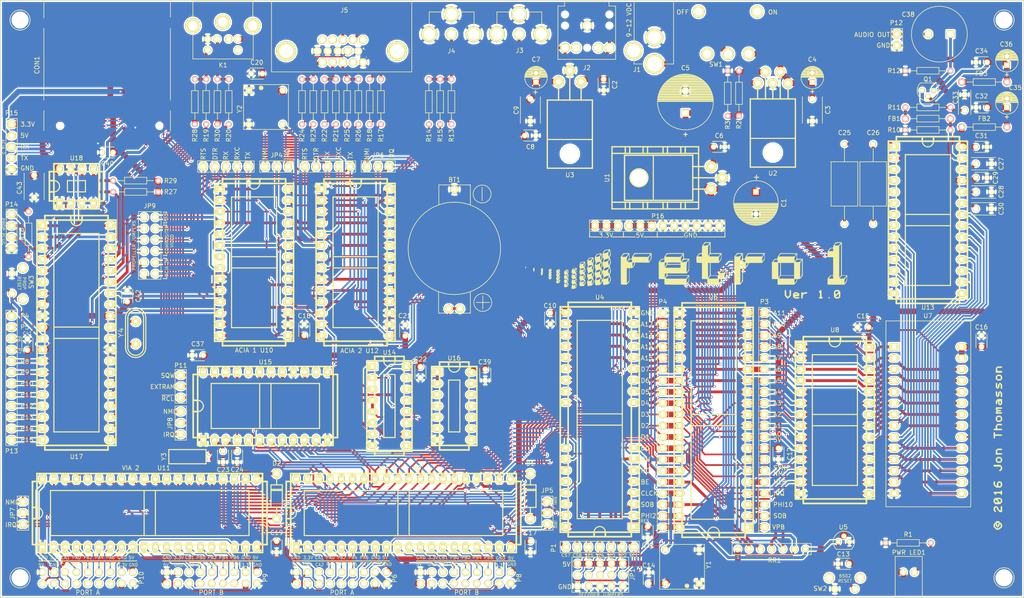
<source format=kicad_pcb>
(kicad_pcb (version 4) (host pcbnew 4.0.2-stable)
  (layers (0 F.Cu signal hide) (31 B.Cu signal hide) (34 B.Paste user) (35 F.Paste user) (36 B.SilkS user) (37 F.SilkS user) (38 B.Mask user) (39 F.Mask user) (44 Edge.Cuts user))
  (net 0 "")
  (net 1 GND)
  (net 2 "Net-(BT1-Pad1)")
  (net 3 +5V)
  (net 4 "Net-(C3-Pad1)")
  (net 5 +12V)
  (net 6 +3V3)
  (net 7 "Net-(C23-Pad1)")
  (net 8 "Net-(C24-Pad1)")
  (net 9 "Net-(C25-Pad1)")
  (net 10 "Net-(C25-Pad2)")
  (net 11 "Net-(C26-Pad1)")
  (net 12 "Net-(C26-Pad2)")
  (net 13 "Net-(C27-Pad1)")
  (net 14 "Net-(C28-Pad1)")
  (net 15 "Net-(C29-Pad1)")
  (net 16 "Net-(C30-Pad1)")
  (net 17 "Net-(C31-Pad1)")
  (net 18 "Net-(C33-Pad1)")
  (net 19 AUDIO_OUT)
  (net 20 "Net-(C38-Pad1)")
  (net 21 "Net-(CON1-Pad7)")
  (net 22 "Net-(CON1-Pad8)")
  (net 23 "Net-(CON1-Pad5)")
  (net 24 "Net-(CON1-Pad2)")
  (net 25 "Net-(CON1-Pad1)")
  (net 26 "Net-(CON1-Pad9)")
  (net 27 "Net-(D1-Pad2)")
  (net 28 "Net-(D1-Pad1)")
  (net 29 "Net-(D2-Pad2)")
  (net 30 "Net-(D2-Pad1)")
  (net 31 "Net-(FB1-Pad1)")
  (net 32 "Net-(FB1-Pad2)")
  (net 33 "Net-(J1-Pad1)")
  (net 34 "Net-(J1-Pad3)")
  (net 35 "Net-(J4-Pad2)")
  (net 36 "Net-(J5-Pad4)")
  (net 37 "Net-(J5-Pad3)")
  (net 38 "Net-(J5-Pad2)")
  (net 39 "Net-(J5-Pad1)")
  (net 40 "Net-(J5-Pad15)")
  (net 41 "Net-(J5-Pad14)")
  (net 42 "Net-(J5-Pad13)")
  (net 43 "Net-(J5-Pad12)")
  (net 44 "Net-(J5-Pad11)")
  (net 45 "Net-(JP1-Pad2)")
  (net 46 "Net-(JP1-Pad5)")
  (net 47 "Net-(JP1-Pad8)")
  (net 48 "Net-(JP1-Pad11)")
  (net 49 "Net-(JP1-Pad14)")
  (net 50 CLOCK)
  (net 51 RES)
  (net 52 IRQ)
  (net 53 "Net-(JP4-Pad2)")
  (net 54 NMI)
  (net 55 "Net-(JP6-Pad2)")
  (net 56 "Net-(JP8-Pad2)")
  (net 57 "Net-(JP9-Pad1)")
  (net 58 "Net-(JP9-Pad3)")
  (net 59 "Net-(JP9-Pad4)")
  (net 60 "Net-(JP9-Pad5)")
  (net 61 "Net-(JP9-Pad6)")
  (net 62 ACIA2_RX)
  (net 63 ACIA2_TX)
  (net 64 "Net-(K1-Pad5)")
  (net 65 "Net-(K1-Pad1)")
  (net 66 "Net-(LED1-Pad1)")
  (net 67 SYNC)
  (net 68 MLB)
  (net 69 PHI1O)
  (net 70 RDY)
  (net 71 VPB)
  (net 72 PHI2)
  (net 73 SOB)
  (net 74 BE)
  (net 75 NC)
  (net 76 "/page 2/D0")
  (net 77 "/page 2/D1")
  (net 78 "/page 2/D2")
  (net 79 "/page 2/D3")
  (net 80 "/page 2/D4")
  (net 81 "/page 2/D5")
  (net 82 "/page 2/D6")
  (net 83 "/page 2/D7")
  (net 84 ACIA1_TX)
  (net 85 "Net-(P5-Pad2)")
  (net 86 ACIA1_RX)
  (net 87 "Net-(P5-Pad4)")
  (net 88 "Net-(P5-Pad5)")
  (net 89 VIA1_CA1)
  (net 90 VIA1_CA2)
  (net 91 VIA1_PA0)
  (net 92 VIA1_PA1)
  (net 93 VIA1_PA2)
  (net 94 VIA1_PA3)
  (net 95 VIA1_PA4)
  (net 96 VIA1_PA5)
  (net 97 VIA1_PA6)
  (net 98 VIA1_PA7)
  (net 99 "Net-(P7-Pad2)")
  (net 100 "Net-(P7-Pad4)")
  (net 101 "Net-(P7-Pad5)")
  (net 102 VIA1_CB1)
  (net 103 VIA1_CB2)
  (net 104 VIA1_PB0)
  (net 105 VIA1_PB1)
  (net 106 VIA1_PB2)
  (net 107 VIA1_PB3)
  (net 108 VIA1_PB4)
  (net 109 VIA1_PB5)
  (net 110 VIA1_PB6)
  (net 111 VIA1_PB7)
  (net 112 VIA2_CB1)
  (net 113 VIA2_CB2)
  (net 114 VIA2_PB0)
  (net 115 VIA2_PB1)
  (net 116 VIA2_PB2)
  (net 117 VIA2_PB3)
  (net 118 VIA2_PB4)
  (net 119 VIA2_PB5)
  (net 120 VIA2_PB6)
  (net 121 VIA2_PB7)
  (net 122 VIA2_CA1)
  (net 123 VIA2_CA2)
  (net 124 VIA2_PA0)
  (net 125 VIA2_PA1)
  (net 126 VIA2_PA2)
  (net 127 VIA2_PA3)
  (net 128 VIA2_PA4)
  (net 129 VIA2_PA5)
  (net 130 VIA2_PA6)
  (net 131 VIA2_PA7)
  (net 132 "Net-(P11-Pad1)")
  (net 133 "Net-(P11-Pad2)")
  (net 134 "Net-(P11-Pad3)")
  (net 135 "Net-(P13-Pad1)")
  (net 136 "Net-(P13-Pad2)")
  (net 137 "Net-(P13-Pad3)")
  (net 138 "Net-(P13-Pad4)")
  (net 139 "Net-(P13-Pad5)")
  (net 140 "Net-(P14-Pad2)")
  (net 141 "Net-(P14-Pad3)")
  (net 142 "Net-(P14-Pad4)")
  (net 143 "Net-(R2-Pad2)")
  (net 144 "Net-(R17-Pad1)")
  (net 145 "Net-(R18-Pad1)")
  (net 146 "Net-(R19-Pad2)")
  (net 147 "Net-(R20-Pad2)")
  (net 148 "Net-(R21-Pad2)")
  (net 149 "Net-(R22-Pad2)")
  (net 150 "Net-(R23-Pad2)")
  (net 151 "Net-(R24-Pad2)")
  (net 152 "Net-(R25-Pad2)")
  (net 153 "Net-(R26-Pad2)")
  (net 154 "Net-(R27-Pad2)")
  (net 155 "Net-(R29-Pad2)")
  (net 156 "/page 1/A5")
  (net 157 "/page 1/A6")
  (net 158 "/page 1/A7")
  (net 159 "/page 1/A8")
  (net 160 "/page 1/A9")
  (net 161 "/page 1/A10")
  (net 162 "/page 1/A11")
  (net 163 "/page 1/A12")
  (net 164 "/page 1/A13")
  (net 165 "/page 1/A14")
  (net 166 "/page 1/A15")
  (net 167 RW)
  (net 168 OE)
  (net 169 CS_ACIA1)
  (net 170 CS_ACIA2)
  (net 171 CS_VIA1)
  (net 172 CS_VIA2)
  (net 173 CS_SID)
  (net 174 CS_RTC)
  (net 175 WE)
  (net 176 RAM_CE)
  (net 177 ROM_CE)
  (net 178 A3)
  (net 179 A2)
  (net 180 A1)
  (net 181 A0)
  (net 182 "Net-(U10-Pad6)")
  (net 183 "Net-(U10-Pad7)")
  (net 184 "Net-(U12-Pad7)")
  (net 185 A4)
  (net 186 "Net-(U14-Pad7)")
  (net 187 "Net-(U14-Pad9)")
  (net 188 "Net-(U14-Pad11)")
  (net 189 "Net-(U14-Pad12)")
  (net 190 "Net-(U14-Pad13)")
  (net 191 "Net-(U14-Pad14)")
  (net 192 "Net-(U14-Pad15)")
  (net 193 "Net-(U15-Pad14)")
  (net 194 "Net-(U17-Pad30)")
  (net 195 "Net-(U17-Pad31)")
  (net 196 "Net-(U14-Pad10)")
  (net 197 "Net-(JP9-Pad7)")
  (net 198 "Net-(JP9-Pad9)")
  (net 199 "Net-(P13-Pad11)")
  (net 200 "Net-(JP9-Pad8)")
  (net 201 "Net-(JP9-Pad11)")
  (net 202 CS7)
  (net 203 CS8)
  (module 6502Library:diode_do41 (layer F.Cu) (at 80.01 127 90)
    (fp_text reference D2 (at 7.366 0 180) (layer F.SilkS))
    (fp_text value 1N5817 hide)
    (pad 2 thru_hole circle (at -5.08 0 90) (size 1.99898 1.99898) (drill 1.00076) (layers *.Cu *.Mask F.SilkS) (net 29 "Net-(D2-Pad2)"))
    (pad 1 thru_hole circle (at 5.08 0 90) (size 1.99898 1.99898) (drill 1.00076) (layers *.Cu *.Mask F.SilkS) (net 30 "Net-(D2-Pad1)"))
  )
  (module 6502Library:diode_do41 (layer F.Cu) (at 137.16 127 90)
    (fp_text reference D1 (at 7.366 0 180) (layer F.SilkS))
    (fp_text value 1N5817 hide)
    (pad 2 thru_hole circle (at -5.08 0 90) (size 1.99898 1.99898) (drill 1.00076) (layers *.Cu *.Mask F.SilkS) (net 27 "Net-(D1-Pad2)"))
    (pad 1 thru_hole circle (at 5.08 0 90) (size 1.99898 1.99898) (drill 1.00076) (layers *.Cu *.Mask F.SilkS) (net 28 "Net-(D1-Pad1)"))
  )
  (module mod_crystal:crystal_hc-49s (layer F.Cu) (at 48.26 90.17 90)
    (fp_text reference Y4 (at 0 -3.302 90) (layer F.SilkS) (effects (font (size 1.143 1.27) (thickness 0.1524))))
    (fp_text value "5MHz 20pf" hide)
    (pad 1 thru_hole circle (at -2.54 0 90) (size 1.99898 1.99898) (drill 0.8001) (layers *.Cu *.Mask F.SilkS) (net 194 "Net-(U17-Pad30)"))
    (pad 2 thru_hole circle (at 2.54 0 90) (size 1.99898 1.99898) (drill 0.8001) (layers *.Cu *.Mask F.SilkS) (net 195 "Net-(U17-Pad31)"))
  )
  (module mod_pth_circuits:dil_40-600_socket (layer F.Cu) (at 178.435 109.855 90)
    (fp_text reference U6 (at 27.7114 -0.1016 180) (layer F.SilkS))
    (fp_text value 65C02 hide)
    (pad 1 thru_hole rect (at -24.13 7.62 90) (size 1.50114 2.19964) (drill 0.8001) (layers *.Cu *.Mask F.SilkS) (net 71 VPB))
    (pad 2 thru_hole oval (at -21.59 7.62 90) (size 1.50114 2.19964) (drill 0.8001) (layers *.Cu *.Mask F.SilkS) (net 70 RDY))
    (pad 3 thru_hole oval (at -19.05 7.62 90) (size 1.50114 2.19964) (drill 0.8001) (layers *.Cu *.Mask F.SilkS) (net 69 PHI1O))
    (pad 4 thru_hole oval (at -16.51 7.62 90) (size 1.50114 2.19964) (drill 0.8001) (layers *.Cu *.Mask F.SilkS) (net 52 IRQ))
    (pad 5 thru_hole oval (at -13.97 7.62 90) (size 1.50114 2.19964) (drill 0.8001) (layers *.Cu *.Mask F.SilkS) (net 68 MLB))
    (pad 6 thru_hole oval (at -11.43 7.62 90) (size 1.50114 2.19964) (drill 0.8001) (layers *.Cu *.Mask F.SilkS) (net 54 NMI))
    (pad 7 thru_hole oval (at -8.89 7.62 90) (size 1.50114 2.19964) (drill 0.8001) (layers *.Cu *.Mask F.SilkS) (net 67 SYNC))
    (pad 8 thru_hole oval (at -6.35 7.62 90) (size 1.50114 2.19964) (drill 0.8001) (layers *.Cu *.Mask F.SilkS) (net 3 +5V))
    (pad 9 thru_hole oval (at -3.81 7.62 90) (size 1.50114 2.19964) (drill 0.8001) (layers *.Cu *.Mask F.SilkS) (net 181 A0))
    (pad 10 thru_hole oval (at -1.27 7.62 90) (size 1.50114 2.19964) (drill 0.8001) (layers *.Cu *.Mask F.SilkS) (net 180 A1))
    (pad 11 thru_hole oval (at 1.27 7.62 90) (size 1.50114 2.19964) (drill 0.8001) (layers *.Cu *.Mask F.SilkS) (net 179 A2))
    (pad 12 thru_hole oval (at 3.81 7.62 90) (size 1.50114 2.19964) (drill 0.8001) (layers *.Cu *.Mask F.SilkS) (net 178 A3))
    (pad 13 thru_hole oval (at 6.35 7.62 90) (size 1.50114 2.19964) (drill 0.8001) (layers *.Cu *.Mask F.SilkS) (net 185 A4))
    (pad 14 thru_hole oval (at 8.89 7.62 90) (size 1.50114 2.19964) (drill 0.8001) (layers *.Cu *.Mask F.SilkS) (net 156 "/page 1/A5"))
    (pad 15 thru_hole oval (at 11.43 7.62 90) (size 1.50114 2.19964) (drill 0.8001) (layers *.Cu *.Mask F.SilkS) (net 157 "/page 1/A6"))
    (pad 16 thru_hole oval (at 13.97 7.62 90) (size 1.50114 2.19964) (drill 0.8001) (layers *.Cu *.Mask F.SilkS) (net 158 "/page 1/A7"))
    (pad 17 thru_hole oval (at 16.51 7.62 90) (size 1.50114 2.19964) (drill 0.8001) (layers *.Cu *.Mask F.SilkS) (net 159 "/page 1/A8"))
    (pad 18 thru_hole oval (at 19.05 7.62 90) (size 1.50114 2.19964) (drill 0.8001) (layers *.Cu *.Mask F.SilkS) (net 160 "/page 1/A9"))
    (pad 19 thru_hole oval (at 21.59 7.62 90) (size 1.50114 2.19964) (drill 0.8001) (layers *.Cu *.Mask F.SilkS) (net 161 "/page 1/A10"))
    (pad 20 thru_hole oval (at 24.13 7.62 90) (size 1.50114 2.19964) (drill 0.8001) (layers *.Cu *.Mask F.SilkS) (net 162 "/page 1/A11"))
    (pad 21 thru_hole oval (at 24.13 -7.62 90) (size 1.50114 2.19964) (drill 0.8001) (layers *.Cu *.Mask F.SilkS) (net 1 GND))
    (pad 22 thru_hole oval (at 21.59 -7.62 90) (size 1.50114 2.19964) (drill 0.8001) (layers *.Cu *.Mask F.SilkS) (net 163 "/page 1/A12"))
    (pad 23 thru_hole oval (at 19.05 -7.62 90) (size 1.50114 2.19964) (drill 0.8001) (layers *.Cu *.Mask F.SilkS) (net 164 "/page 1/A13"))
    (pad 24 thru_hole oval (at 16.51 -7.62 90) (size 1.50114 2.19964) (drill 0.8001) (layers *.Cu *.Mask F.SilkS) (net 165 "/page 1/A14"))
    (pad 25 thru_hole oval (at 13.97 -7.62 90) (size 1.50114 2.19964) (drill 0.8001) (layers *.Cu *.Mask F.SilkS) (net 166 "/page 1/A15"))
    (pad 26 thru_hole oval (at 11.43 -7.62 90) (size 1.50114 2.19964) (drill 0.8001) (layers *.Cu *.Mask F.SilkS) (net 83 "/page 2/D7"))
    (pad 27 thru_hole oval (at 8.89 -7.62 90) (size 1.50114 2.19964) (drill 0.8001) (layers *.Cu *.Mask F.SilkS) (net 82 "/page 2/D6"))
    (pad 28 thru_hole oval (at 6.35 -7.62 90) (size 1.50114 2.19964) (drill 0.8001) (layers *.Cu *.Mask F.SilkS) (net 81 "/page 2/D5"))
    (pad 29 thru_hole oval (at 3.81 -7.62 90) (size 1.50114 2.19964) (drill 0.8001) (layers *.Cu *.Mask F.SilkS) (net 80 "/page 2/D4"))
    (pad 30 thru_hole oval (at 1.27 -7.62 90) (size 1.50114 2.19964) (drill 0.8001) (layers *.Cu *.Mask F.SilkS) (net 79 "/page 2/D3"))
    (pad 31 thru_hole oval (at -1.27 -7.62 90) (size 1.50114 2.19964) (drill 0.8001) (layers *.Cu *.Mask F.SilkS) (net 78 "/page 2/D2"))
    (pad 32 thru_hole oval (at -3.81 -7.62 90) (size 1.50114 2.19964) (drill 0.8001) (layers *.Cu *.Mask F.SilkS) (net 77 "/page 2/D1"))
    (pad 33 thru_hole oval (at -6.35 -7.62 90) (size 1.50114 2.19964) (drill 0.8001) (layers *.Cu *.Mask F.SilkS) (net 76 "/page 2/D0"))
    (pad 34 thru_hole oval (at -8.89 -7.62 90) (size 1.50114 2.19964) (drill 0.8001) (layers *.Cu *.Mask F.SilkS) (net 167 RW))
    (pad 35 thru_hole oval (at -11.43 -7.62 90) (size 1.50114 2.19964) (drill 0.8001) (layers *.Cu *.Mask F.SilkS) (net 75 NC))
    (pad 36 thru_hole oval (at -13.97 -7.62 90) (size 1.50114 2.19964) (drill 0.8001) (layers *.Cu *.Mask F.SilkS) (net 74 BE))
    (pad 37 thru_hole oval (at -16.51 -7.62 90) (size 1.50114 2.19964) (drill 0.8001) (layers *.Cu *.Mask F.SilkS) (net 50 CLOCK))
    (pad 38 thru_hole oval (at -19.05 -7.62 90) (size 1.50114 2.19964) (drill 0.8001) (layers *.Cu *.Mask F.SilkS) (net 73 SOB))
    (pad 39 thru_hole oval (at -21.59 -7.62 90) (size 1.50114 2.19964) (drill 0.8001) (layers *.Cu *.Mask F.SilkS) (net 72 PHI2))
    (pad 40 thru_hole oval (at -24.13 -7.62 90) (size 1.50114 2.19964) (drill 0.8001) (layers *.Cu *.Mask F.SilkS) (net 51 RES))
  )
  (module TO_SOT_Packages_THT:TO-92_Molded_Narrow (layer F.Cu) (at 227.965 35.56 180)
    (fp_text reference Q1 (at 1.27 2.54 180) (layer F.SilkS))
    (fp_text value 2N2222A)
    (pad 2 thru_hole circle (at 1.27 -1.27 270) (size 1.20076 1.20076) (drill 0.6) (layers *.Cu *.Mask F.SilkS) (net 18 "Net-(C33-Pad1)"))
    (pad 3 thru_hole circle (at 2.54 0 270) (size 1.20076 1.20076) (drill 0.6) (layers *.Cu *.Mask F.SilkS) (net 5 +12V))
    (pad 1 thru_hole circle (at 0 0 270) (size 1.20076 1.20076) (drill 0.6) (layers *.Cu *.Mask F.SilkS) (net 20 "Net-(C38-Pad1)"))
  )
  (module TO_SOT_Packages_THT:TO-92_Molded_Narrow (layer F.Cu) (at 206.502 137.287)
    (fp_text reference U5 (at 1.143 -3.302) (layer F.SilkS))
    (fp_text value DS1813_EconoReset)
    (pad 2 thru_hole circle (at 1.27 -1.27 90) (size 1.20076 1.20076) (drill 0.6) (layers *.Cu *.Mask F.SilkS) (net 3 +5V))
    (pad 3 thru_hole circle (at 2.54 0 90) (size 1.20076 1.20076) (drill 0.6) (layers *.Cu *.Mask F.SilkS) (net 1 GND))
    (pad 1 thru_hole circle (at 0 0 90) (size 1.20076 1.20076) (drill 0.6) (layers *.Cu *.Mask F.SilkS) (net 51 RES))
  )
  (module 6502Library:crystal_tc-38_horiz (layer F.Cu) (at 60.325 118.11 270)
    (fp_text reference Y3 (at 0 5.715 270) (layer F.SilkS))
    (fp_text value 32.768kHz hide)
    (pad 1 thru_hole circle (at -0.55 -4.4 270) (size 0.7 0.7) (drill 0.35) (layers *.Cu *.Mask F.SilkS) (net 7 "Net-(C23-Pad1)"))
    (pad 2 thru_hole circle (at 0.55 -4.4 270) (size 0.7 0.7) (drill 0.35) (layers *.Cu *.Mask F.SilkS) (net 8 "Net-(C24-Pad1)"))
  )
  (module Capacitors_ThroughHole:C_Radial_D12.5_L25_P5 (layer F.Cu) (at 231.775 22.86 180)
    (fp_text reference C38 (at 9.525 4.445 180) (layer F.SilkS))
    (fp_text value 10uf)
    (pad 2 thru_hole circle (at 5 0 180) (size 1.7 1.7) (drill 1.2) (layers *.Cu *.Mask F.SilkS) (net 19 AUDIO_OUT))
    (pad 1 thru_hole rect (at 0 0 180) (size 1.7 1.7) (drill 1.2) (layers *.Cu *.Mask F.SilkS) (net 20 "Net-(C38-Pad1)"))
  )
  (module 6502Library:ECS-2100AX (layer F.Cu) (at 171.4754 142.875 90)
    (fp_text reference Y1 (at 0.4 5.8 90) (layer F.SilkS))
    (fp_text value ECS-2100X-1MHZ)
    (pad 1 thru_hole rect (at -3.8 3.7 90) (size 1.524 1.524) (drill 0.8) (layers *.Cu *.Mask F.SilkS) (net 1 GND))
    (pad 4 thru_hole circle (at 3.82 3.7 90) (size 1.524 1.524) (drill 0.8) (layers *.Cu *.Mask F.SilkS) (net 1 GND))
    (pad 8 thru_hole circle (at -3.8 -3.92 90) (size 1.524 1.524) (drill 0.8) (layers *.Cu *.Mask F.SilkS) (net 3 +5V))
    (pad 5 thru_hole circle (at 3.82 -3.92 90) (size 1.524 1.524) (drill 0.8) (layers *.Cu *.Mask F.SilkS) (net 50 CLOCK))
  )
  (module mod_pth_circuits:dil_28-600_socket (layer F.Cu) (at 74.93 74.295 270)
    (fp_text reference "ACIA 1 U10" (at 19.812 0 360) (layer F.SilkS))
    (fp_text value 6551)
    (pad 1 thru_hole rect (at -16.51 7.62 270) (size 1.50114 2.19964) (drill 0.8001) (layers *.Cu *.Mask F.SilkS) (net 1 GND))
    (pad 2 thru_hole oval (at -13.97 7.62 270) (size 1.50114 2.19964) (drill 0.8001) (layers *.Cu *.Mask F.SilkS) (net 3 +5V))
    (pad 3 thru_hole oval (at -11.43 7.62 270) (size 1.50114 2.19964) (drill 0.8001) (layers *.Cu *.Mask F.SilkS) (net 169 CS_ACIA1))
    (pad 4 thru_hole oval (at -8.89 7.62 270) (size 1.50114 2.19964) (drill 0.8001) (layers *.Cu *.Mask F.SilkS) (net 51 RES))
    (pad 5 thru_hole oval (at -6.35 7.62 270) (size 1.50114 2.19964) (drill 0.8001) (layers *.Cu *.Mask F.SilkS) (net 85 "Net-(P5-Pad2)"))
    (pad 6 thru_hole oval (at -3.81 7.62 270) (size 1.50114 2.19964) (drill 0.8001) (layers *.Cu *.Mask F.SilkS) (net 182 "Net-(U10-Pad6)"))
    (pad 7 thru_hole oval (at -1.27 7.62 270) (size 1.50114 2.19964) (drill 0.8001) (layers *.Cu *.Mask F.SilkS) (net 183 "Net-(U10-Pad7)"))
    (pad 8 thru_hole oval (at 1.27 7.62 270) (size 1.50114 2.19964) (drill 0.8001) (layers *.Cu *.Mask F.SilkS) (net 88 "Net-(P5-Pad5)"))
    (pad 9 thru_hole oval (at 3.81 7.62 270) (size 1.50114 2.19964) (drill 0.8001) (layers *.Cu *.Mask F.SilkS) (net 1 GND))
    (pad 10 thru_hole oval (at 6.35 7.62 270) (size 1.50114 2.19964) (drill 0.8001) (layers *.Cu *.Mask F.SilkS) (net 84 ACIA1_TX))
    (pad 11 thru_hole oval (at 8.89 7.62 270) (size 1.50114 2.19964) (drill 0.8001) (layers *.Cu *.Mask F.SilkS) (net 87 "Net-(P5-Pad4)"))
    (pad 12 thru_hole oval (at 11.43 7.62 270) (size 1.50114 2.19964) (drill 0.8001) (layers *.Cu *.Mask F.SilkS) (net 86 ACIA1_RX))
    (pad 13 thru_hole oval (at 13.97 7.62 270) (size 1.50114 2.19964) (drill 0.8001) (layers *.Cu *.Mask F.SilkS) (net 181 A0))
    (pad 14 thru_hole oval (at 16.51 7.62 270) (size 1.50114 2.19964) (drill 0.8001) (layers *.Cu *.Mask F.SilkS) (net 180 A1))
    (pad 15 thru_hole oval (at 16.51 -7.62 270) (size 1.50114 2.19964) (drill 0.8001) (layers *.Cu *.Mask F.SilkS) (net 3 +5V))
    (pad 16 thru_hole oval (at 13.97 -7.62 270) (size 1.50114 2.19964) (drill 0.8001) (layers *.Cu *.Mask F.SilkS) (net 1 GND))
    (pad 17 thru_hole oval (at 11.43 -7.62 270) (size 1.50114 2.19964) (drill 0.8001) (layers *.Cu *.Mask F.SilkS) (net 1 GND))
    (pad 18 thru_hole oval (at 8.89 -7.62 270) (size 1.50114 2.19964) (drill 0.8001) (layers *.Cu *.Mask F.SilkS) (net 76 "/page 2/D0"))
    (pad 19 thru_hole oval (at 6.35 -7.62 270) (size 1.50114 2.19964) (drill 0.8001) (layers *.Cu *.Mask F.SilkS) (net 77 "/page 2/D1"))
    (pad 20 thru_hole oval (at 3.81 -7.62 270) (size 1.50114 2.19964) (drill 0.8001) (layers *.Cu *.Mask F.SilkS) (net 78 "/page 2/D2"))
    (pad 21 thru_hole oval (at 1.27 -7.62 270) (size 1.50114 2.19964) (drill 0.8001) (layers *.Cu *.Mask F.SilkS) (net 79 "/page 2/D3"))
    (pad 22 thru_hole oval (at -1.27 -7.62 270) (size 1.50114 2.19964) (drill 0.8001) (layers *.Cu *.Mask F.SilkS) (net 80 "/page 2/D4"))
    (pad 23 thru_hole oval (at -3.81 -7.62 270) (size 1.50114 2.19964) (drill 0.8001) (layers *.Cu *.Mask F.SilkS) (net 81 "/page 2/D5"))
    (pad 24 thru_hole oval (at -6.35 -7.62 270) (size 1.50114 2.19964) (drill 0.8001) (layers *.Cu *.Mask F.SilkS) (net 82 "/page 2/D6"))
    (pad 25 thru_hole oval (at -8.89 -7.62 270) (size 1.50114 2.19964) (drill 0.8001) (layers *.Cu *.Mask F.SilkS) (net 83 "/page 2/D7"))
    (pad 26 thru_hole oval (at -11.43 -7.62 270) (size 1.50114 2.19964) (drill 0.8001) (layers *.Cu *.Mask F.SilkS) (net 53 "Net-(JP4-Pad2)"))
    (pad 27 thru_hole oval (at -13.97 -7.62 270) (size 1.50114 2.19964) (drill 0.8001) (layers *.Cu *.Mask F.SilkS) (net 72 PHI2))
    (pad 28 thru_hole oval (at -16.51 -7.62 270) (size 1.50114 2.19964) (drill 0.8001) (layers *.Cu *.Mask F.SilkS) (net 167 RW))
  )
  (module mod_pth_circuits:dil_28-600_socket (layer F.Cu) (at 97.79 74.295 270)
    (fp_text reference "ACIA 2 U12" (at 19.939 -0.889 360) (layer F.SilkS))
    (fp_text value 6551)
    (pad 1 thru_hole rect (at -16.51 7.62 270) (size 1.50114 2.19964) (drill 0.8001) (layers *.Cu *.Mask F.SilkS) (net 1 GND))
    (pad 2 thru_hole oval (at -13.97 7.62 270) (size 1.50114 2.19964) (drill 0.8001) (layers *.Cu *.Mask F.SilkS) (net 3 +5V))
    (pad 3 thru_hole oval (at -11.43 7.62 270) (size 1.50114 2.19964) (drill 0.8001) (layers *.Cu *.Mask F.SilkS) (net 170 CS_ACIA2))
    (pad 4 thru_hole oval (at -8.89 7.62 270) (size 1.50114 2.19964) (drill 0.8001) (layers *.Cu *.Mask F.SilkS) (net 51 RES))
    (pad 5 thru_hole oval (at -6.35 7.62 270) (size 1.50114 2.19964) (drill 0.8001) (layers *.Cu *.Mask F.SilkS) (net 99 "Net-(P7-Pad2)"))
    (pad 6 thru_hole oval (at -3.81 7.62 270) (size 1.50114 2.19964) (drill 0.8001) (layers *.Cu *.Mask F.SilkS) (net 182 "Net-(U10-Pad6)"))
    (pad 7 thru_hole oval (at -1.27 7.62 270) (size 1.50114 2.19964) (drill 0.8001) (layers *.Cu *.Mask F.SilkS) (net 184 "Net-(U12-Pad7)"))
    (pad 8 thru_hole oval (at 1.27 7.62 270) (size 1.50114 2.19964) (drill 0.8001) (layers *.Cu *.Mask F.SilkS) (net 101 "Net-(P7-Pad5)"))
    (pad 9 thru_hole oval (at 3.81 7.62 270) (size 1.50114 2.19964) (drill 0.8001) (layers *.Cu *.Mask F.SilkS) (net 1 GND))
    (pad 10 thru_hole oval (at 6.35 7.62 270) (size 1.50114 2.19964) (drill 0.8001) (layers *.Cu *.Mask F.SilkS) (net 63 ACIA2_TX))
    (pad 11 thru_hole oval (at 8.89 7.62 270) (size 1.50114 2.19964) (drill 0.8001) (layers *.Cu *.Mask F.SilkS) (net 100 "Net-(P7-Pad4)"))
    (pad 12 thru_hole oval (at 11.43 7.62 270) (size 1.50114 2.19964) (drill 0.8001) (layers *.Cu *.Mask F.SilkS) (net 62 ACIA2_RX))
    (pad 13 thru_hole oval (at 13.97 7.62 270) (size 1.50114 2.19964) (drill 0.8001) (layers *.Cu *.Mask F.SilkS) (net 181 A0))
    (pad 14 thru_hole oval (at 16.51 7.62 270) (size 1.50114 2.19964) (drill 0.8001) (layers *.Cu *.Mask F.SilkS) (net 180 A1))
    (pad 15 thru_hole oval (at 16.51 -7.62 270) (size 1.50114 2.19964) (drill 0.8001) (layers *.Cu *.Mask F.SilkS) (net 3 +5V))
    (pad 16 thru_hole oval (at 13.97 -7.62 270) (size 1.50114 2.19964) (drill 0.8001) (layers *.Cu *.Mask F.SilkS) (net 1 GND))
    (pad 17 thru_hole oval (at 11.43 -7.62 270) (size 1.50114 2.19964) (drill 0.8001) (layers *.Cu *.Mask F.SilkS) (net 1 GND))
    (pad 18 thru_hole oval (at 8.89 -7.62 270) (size 1.50114 2.19964) (drill 0.8001) (layers *.Cu *.Mask F.SilkS) (net 76 "/page 2/D0"))
    (pad 19 thru_hole oval (at 6.35 -7.62 270) (size 1.50114 2.19964) (drill 0.8001) (layers *.Cu *.Mask F.SilkS) (net 77 "/page 2/D1"))
    (pad 20 thru_hole oval (at 3.81 -7.62 270) (size 1.50114 2.19964) (drill 0.8001) (layers *.Cu *.Mask F.SilkS) (net 78 "/page 2/D2"))
    (pad 21 thru_hole oval (at 1.27 -7.62 270) (size 1.50114 2.19964) (drill 0.8001) (layers *.Cu *.Mask F.SilkS) (net 79 "/page 2/D3"))
    (pad 22 thru_hole oval (at -1.27 -7.62 270) (size 1.50114 2.19964) (drill 0.8001) (layers *.Cu *.Mask F.SilkS) (net 80 "/page 2/D4"))
    (pad 23 thru_hole oval (at -3.81 -7.62 270) (size 1.50114 2.19964) (drill 0.8001) (layers *.Cu *.Mask F.SilkS) (net 81 "/page 2/D5"))
    (pad 24 thru_hole oval (at -6.35 -7.62 270) (size 1.50114 2.19964) (drill 0.8001) (layers *.Cu *.Mask F.SilkS) (net 82 "/page 2/D6"))
    (pad 25 thru_hole oval (at -8.89 -7.62 270) (size 1.50114 2.19964) (drill 0.8001) (layers *.Cu *.Mask F.SilkS) (net 83 "/page 2/D7"))
    (pad 26 thru_hole oval (at -11.43 -7.62 270) (size 1.50114 2.19964) (drill 0.8001) (layers *.Cu *.Mask F.SilkS) (net 55 "Net-(JP6-Pad2)"))
    (pad 27 thru_hole oval (at -13.97 -7.62 270) (size 1.50114 2.19964) (drill 0.8001) (layers *.Cu *.Mask F.SilkS) (net 72 PHI2))
    (pad 28 thru_hole oval (at -16.51 -7.62 270) (size 1.50114 2.19964) (drill 0.8001) (layers *.Cu *.Mask F.SilkS) (net 167 RW))
  )
  (module 6502Library:1pin (layer F.Cu) (at 243.84 145.415)
    (fp_text reference REF** hide)
    (fp_text value 1pin)
    (pad "" np_thru_hole circle (at 0 0) (size 3.2 3.2) (drill 3.2) (layers *.Cu *.Mask F.SilkS))
  )
  (module 6502Library:Barrel_Jack_PJ002A (layer F.Cu) (at 165.1 22.225 90)
    (fp_text reference J1 (at -8.636 -3.937 180) (layer F.SilkS))
    (fp_text value BARREL_JACK)
    (pad 1 thru_hole circle (at -7.366 0 90) (size 4.5 4.5) (drill 3.5) (layers *.Cu *.Mask F.SilkS) (net 33 "Net-(J1-Pad1)"))
    (pad 2 thru_hole circle (at -1.366 0 90) (size 4 4) (drill 3) (layers *.Cu *.Mask F.SilkS) (net 1 GND))
    (pad 3 thru_hole circle (at -4.366 -4.7 90) (size 4 4) (drill 3) (layers *.Cu *.Mask F.SilkS) (net 34 "Net-(J1-Pad3)"))
  )
  (module 6502Library:1pin (layer F.Cu) (at 22.225 145.415)
    (fp_text reference REF** hide)
    (fp_text value 1pin)
    (pad "" np_thru_hole circle (at 0 0) (size 3.2 3.2) (drill 3.2) (layers *.Cu *.Mask F.SilkS))
  )
  (module 6502Library:1pin (layer F.Cu) (at 22.225 19.685)
    (fp_text reference REF** hide)
    (fp_text value 1pin)
    (pad "" np_thru_hole circle (at 0 0) (size 3.2 3.2) (drill 3.2) (layers *.Cu *.Mask F.SilkS))
  )
  (module Capacitors_ThroughHole:C_Radial_D10_L16_P5 (layer F.Cu) (at 187.96 58.42 270)
    (fp_text reference C1 (at 2.5 -6.3 270) (layer F.SilkS))
    (fp_text value 1000uf)
    (pad 1 thru_hole rect (at 0 0 270) (size 1.3 1.3) (drill 0.8) (layers *.Cu *.Mask F.SilkS) (net 3 +5V))
    (pad 2 thru_hole circle (at 5 0 270) (size 1.3 1.3) (drill 0.8) (layers *.Cu *.Mask F.SilkS) (net 1 GND))
  )
  (module 6502Library:C_Disc_D3_P2.5 (layer F.Cu) (at 153.67 33.02 270)
    (fp_text reference C2 (at 1.25 -2.5 270) (layer F.SilkS))
    (fp_text value .1uf)
    (pad 1 thru_hole oval (at 0 0 270) (size 1.3 1.3) (drill 0.8) (layers *.Cu *.Mask F.SilkS) (net 3 +5V))
    (pad 2 thru_hole circle (at 2.5 0 270) (size 1.3 1.3) (drill 0.8001) (layers *.Cu *.Mask F.SilkS) (net 1 GND))
  )
  (module 6502Library:C_Disc_D6_P5 (layer F.Cu) (at 200.66 37.465 270)
    (fp_text reference C3 (at 2.5 -3.5 270) (layer F.SilkS))
    (fp_text value .33uf)
    (pad 1 thru_hole oval (at 0 0 270) (size 1.4 1.4) (drill 0.9) (layers *.Cu *.Mask F.SilkS) (net 4 "Net-(C3-Pad1)"))
    (pad 2 thru_hole circle (at 5 0 270) (size 1.4 1.4) (drill 0.9) (layers *.Cu *.Mask F.SilkS) (net 1 GND))
  )
  (module Capacitors_ThroughHole:C_Radial_D5_L11_P2 (layer F.Cu) (at 200.66 33.655 90)
    (fp_text reference C4 (at 5.08 0 180) (layer F.SilkS))
    (fp_text value 47uf)
    (pad 1 thru_hole rect (at 0 0 90) (size 1.3 1.3) (drill 0.8) (layers *.Cu *.Mask F.SilkS) (net 4 "Net-(C3-Pad1)"))
    (pad 2 thru_hole circle (at 2 0 90) (size 1.3 1.3) (drill 0.8) (layers *.Cu *.Mask F.SilkS) (net 1 GND))
  )
  (module Capacitors_ThroughHole:C_Radial_D12.5_L25_P5 (layer F.Cu) (at 172.085 40.64 90)
    (fp_text reference C5 (at 10.16 0 180) (layer F.SilkS))
    (fp_text value 1000uf)
    (pad 2 thru_hole circle (at 5 0 90) (size 1.7 1.7) (drill 1.2) (layers *.Cu *.Mask F.SilkS) (net 1 GND))
    (pad 1 thru_hole rect (at 0 0 90) (size 1.7 1.7) (drill 1.2) (layers *.Cu *.Mask F.SilkS) (net 5 +12V))
  )
  (module 6502Library:C_Disc_D3_P2.5 (layer F.Cu) (at 178.435 48.26)
    (fp_text reference C6 (at 1.25 -2.5) (layer F.SilkS))
    (fp_text value .1uf)
    (pad 1 thru_hole oval (at 0 0) (size 1.3 1.3) (drill 0.8) (layers *.Cu *.Mask F.SilkS) (net 5 +12V))
    (pad 2 thru_hole circle (at 2.5 0) (size 1.3 1.3) (drill 0.8001) (layers *.Cu *.Mask F.SilkS) (net 1 GND))
  )
  (module Capacitors_ThroughHole:C_Radial_D5_L11_P2 (layer F.Cu) (at 138.43 33.655 90)
    (fp_text reference C7 (at 5.08 0 180) (layer F.SilkS))
    (fp_text value 47uf)
    (pad 1 thru_hole rect (at 0 0 90) (size 1.3 1.3) (drill 0.8) (layers *.Cu *.Mask F.SilkS) (net 6 +3V3))
    (pad 2 thru_hole circle (at 2 0 90) (size 1.3 1.3) (drill 0.8) (layers *.Cu *.Mask F.SilkS) (net 1 GND))
  )
  (module 6502Library:C_Disc_D3_P2.5 (layer F.Cu) (at 135.89 45.72)
    (fp_text reference C8 (at 1.27 2.54) (layer F.SilkS))
    (fp_text value .1uf)
    (pad 1 thru_hole oval (at 0 0) (size 1.3 1.3) (drill 0.8) (layers *.Cu *.Mask F.SilkS) (net 6 +3V3))
    (pad 2 thru_hole circle (at 2.5 0) (size 1.3 1.3) (drill 0.8001) (layers *.Cu *.Mask F.SilkS) (net 1 GND))
  )
  (module 6502Library:C_Disc_D6_P5 (layer F.Cu) (at 137.16 37.465 270)
    (fp_text reference C9 (at 2.54 3.175 270) (layer F.SilkS))
    (fp_text value .33uf)
    (pad 1 thru_hole oval (at 0 0 270) (size 1.4 1.4) (drill 0.9) (layers *.Cu *.Mask F.SilkS) (net 6 +3V3))
    (pad 2 thru_hole circle (at 5 0 270) (size 1.4 1.4) (drill 0.9) (layers *.Cu *.Mask F.SilkS) (net 1 GND))
  )
  (module 6502Library:C_Disc_D3_P2.5 (layer F.Cu) (at 141.6304 88.2142 90)
    (fp_text reference C10 (at 4.1402 -0.0254 180) (layer F.SilkS))
    (fp_text value .1uf)
    (pad 1 thru_hole oval (at 0 0 90) (size 1.3 1.3) (drill 0.8) (layers *.Cu *.Mask F.SilkS) (net 1 GND))
    (pad 2 thru_hole circle (at 2.5 0 90) (size 1.3 1.3) (drill 0.8001) (layers *.Cu *.Mask F.SilkS) (net 3 +5V))
  )
  (module 6502Library:C_Disc_D3_P2.5 (layer F.Cu) (at 163.576 133.858 270)
    (fp_text reference C11 (at 4.191 -0.127 360) (layer F.SilkS))
    (fp_text value .1uf)
    (pad 1 thru_hole oval (at 0 0 270) (size 1.3 1.3) (drill 0.8) (layers *.Cu *.Mask F.SilkS) (net 3 +5V))
    (pad 2 thru_hole circle (at 2.5 0 270) (size 1.3 1.3) (drill 0.8001) (layers *.Cu *.Mask F.SilkS) (net 1 GND))
  )
  (module 6502Library:C_Disc_D3_P2.5 (layer F.Cu) (at 193.04 116.205 270)
    (fp_text reference C12 (at 1.27 -2.54 270) (layer F.SilkS))
    (fp_text value .1uf)
    (pad 1 thru_hole oval (at 0 0 270) (size 1.3 1.3) (drill 0.8) (layers *.Cu *.Mask F.SilkS) (net 3 +5V))
    (pad 2 thru_hole circle (at 2.5 0 270) (size 1.3 1.3) (drill 0.8001) (layers *.Cu *.Mask F.SilkS) (net 1 GND))
  )
  (module 6502Library:C_Disc_D3_P2.5 (layer F.Cu) (at 208.915 142.24 180)
    (fp_text reference C13 (at 1.27 2.159 180) (layer F.SilkS))
    (fp_text value .1uf)
    (pad 1 thru_hole oval (at 0 0 180) (size 1.3 1.3) (drill 0.8) (layers *.Cu *.Mask F.SilkS) (net 3 +5V))
    (pad 2 thru_hole circle (at 2.5 0 180) (size 1.3 1.3) (drill 0.8001) (layers *.Cu *.Mask F.SilkS) (net 1 GND))
  )
  (module 6502Library:C_Disc_D3_P2.5 (layer F.Cu) (at 163.83 146.685 90)
    (fp_text reference C14 (at 4.064 0 180) (layer F.SilkS))
    (fp_text value .1uf)
    (pad 1 thru_hole oval (at 0 0 90) (size 1.3 1.3) (drill 0.8) (layers *.Cu *.Mask F.SilkS) (net 3 +5V))
    (pad 2 thru_hole circle (at 2.5 0 90) (size 1.3 1.3) (drill 0.8001) (layers *.Cu *.Mask F.SilkS) (net 1 GND))
  )
  (module 6502Library:C_Disc_D3_P2.5 (layer F.Cu) (at 210.82 88.9)
    (fp_text reference C15 (at 1.25 -2.5) (layer F.SilkS))
    (fp_text value .1uf)
    (pad 1 thru_hole oval (at 0 0) (size 1.3 1.3) (drill 0.8) (layers *.Cu *.Mask F.SilkS) (net 1 GND))
    (pad 2 thru_hole circle (at 2.5 0) (size 1.3 1.3) (drill 0.8001) (layers *.Cu *.Mask F.SilkS) (net 3 +5V))
  )
  (module 6502Library:C_Disc_D3_P2.5 (layer F.Cu) (at 238.76 90.805 270)
    (fp_text reference C16 (at -1.905 0 360) (layer F.SilkS))
    (fp_text value .1uf)
    (pad 1 thru_hole oval (at 0 0 270) (size 1.3 1.3) (drill 0.8) (layers *.Cu *.Mask F.SilkS) (net 1 GND))
    (pad 2 thru_hole circle (at 2.5 0 270) (size 1.3 1.3) (drill 0.8001) (layers *.Cu *.Mask F.SilkS) (net 3 +5V))
  )
  (module 6502Library:C_Disc_D3_P2.5 (layer F.Cu) (at 137.1854 137.1854 270)
    (fp_text reference C17 (at -1.905 0 360) (layer F.SilkS))
    (fp_text value .1uf)
    (pad 1 thru_hole oval (at 0 0 270) (size 1.3 1.3) (drill 0.8) (layers *.Cu *.Mask F.SilkS) (net 3 +5V))
    (pad 2 thru_hole circle (at 2.5 0 270) (size 1.3 1.3) (drill 0.8001) (layers *.Cu *.Mask F.SilkS) (net 1 GND))
  )
  (module 6502Library:C_Disc_D3_P2.5 (layer F.Cu) (at 86.233 88.265 270)
    (fp_text reference C18 (at -1.905 0 360) (layer F.SilkS))
    (fp_text value .1uf)
    (pad 1 thru_hole oval (at 0 0 270) (size 1.3 1.3) (drill 0.8) (layers *.Cu *.Mask F.SilkS) (net 1 GND))
    (pad 2 thru_hole circle (at 2.5 0 270) (size 1.3 1.3) (drill 0.8001) (layers *.Cu *.Mask F.SilkS) (net 3 +5V))
  )
  (module 6502Library:C_Disc_D3_P2.5 (layer F.Cu) (at 80.01 137.16 270)
    (fp_text reference C19 (at -1.905 0 360) (layer F.SilkS))
    (fp_text value .1uf)
    (pad 1 thru_hole oval (at 0 0 270) (size 1.3 1.3) (drill 0.8) (layers *.Cu *.Mask F.SilkS) (net 3 +5V))
    (pad 2 thru_hole circle (at 2.5 0 270) (size 1.3 1.3) (drill 0.8001) (layers *.Cu *.Mask F.SilkS) (net 1 GND))
  )
  (module 6502Library:C_Disc_D3_P2.5 (layer F.Cu) (at 74.295 31.75)
    (fp_text reference C20 (at 1.25 -2.5) (layer F.SilkS))
    (fp_text value .1uf)
    (pad 1 thru_hole oval (at 0 0) (size 1.3 1.3) (drill 0.8) (layers *.Cu *.Mask F.SilkS) (net 1 GND))
    (pad 2 thru_hole circle (at 2.5 0) (size 1.3 1.3) (drill 0.8001) (layers *.Cu *.Mask F.SilkS) (net 3 +5V))
  )
  (module 6502Library:C_Disc_D3_P2.5 (layer F.Cu) (at 108.966 88.392 270)
    (fp_text reference C21 (at -2.032 0.127 360) (layer F.SilkS))
    (fp_text value .1uf)
    (pad 1 thru_hole oval (at 0 0 270) (size 1.3 1.3) (drill 0.8) (layers *.Cu *.Mask F.SilkS) (net 1 GND))
    (pad 2 thru_hole circle (at 2.5 0 270) (size 1.3 1.3) (drill 0.8001) (layers *.Cu *.Mask F.SilkS) (net 3 +5V))
  )
  (module 6502Library:C_Disc_D3_P2.5 (layer F.Cu) (at 112.395 100.33 90)
    (fp_text reference C22 (at 4.191 0 180) (layer F.SilkS))
    (fp_text value .1uf)
    (pad 1 thru_hole oval (at 0 0 90) (size 1.3 1.3) (drill 0.8) (layers *.Cu *.Mask F.SilkS) (net 1 GND))
    (pad 2 thru_hole circle (at 2.5 0 90) (size 1.3 1.3) (drill 0.8001) (layers *.Cu *.Mask F.SilkS) (net 3 +5V))
  )
  (module 6502Library:C_Axial_D6_L11_P18 (layer F.Cu) (at 207.899 47.625 270)
    (fp_text reference C25 (at -2.54 0 360) (layer F.SilkS))
    (fp_text value 2.2nf)
    (pad 1 thru_hole circle (at 0 0 270) (size 1.3 1.3) (drill 0.8) (layers *.Cu *.Mask F.SilkS) (net 9 "Net-(C25-Pad1)"))
    (pad 2 thru_hole circle (at 18 0 270) (size 1.3 1.3) (drill 0.8) (layers *.Cu *.Mask F.SilkS) (net 10 "Net-(C25-Pad2)"))
  )
  (module 6502Library:C_Axial_D6_L11_P18 (layer F.Cu) (at 214.376 47.625 270)
    (fp_text reference C26 (at -2.54 0 360) (layer F.SilkS))
    (fp_text value 2.2nf)
    (pad 1 thru_hole circle (at 0 0 270) (size 1.3 1.3) (drill 0.8) (layers *.Cu *.Mask F.SilkS) (net 11 "Net-(C26-Pad1)"))
    (pad 2 thru_hole circle (at 18 0 270) (size 1.3 1.3) (drill 0.8) (layers *.Cu *.Mask F.SilkS) (net 12 "Net-(C26-Pad2)"))
  )
  (module 6502Library:C_Disc_D3_P2.5 (layer F.Cu) (at 237.49 55.245)
    (fp_text reference C29 (at 4.445 0 90) (layer F.SilkS))
    (fp_text value .22uf)
    (pad 1 thru_hole oval (at 0 0) (size 1.3 1.3) (drill 0.8) (layers *.Cu *.Mask F.SilkS) (net 15 "Net-(C29-Pad1)"))
    (pad 2 thru_hole circle (at 2.5 0) (size 1.3 1.3) (drill 0.8001) (layers *.Cu *.Mask F.SilkS) (net 1 GND))
  )
  (module 6502Library:C_Disc_D3_P2.5 (layer F.Cu) (at 237.49 48.26)
    (fp_text reference C31 (at 1.25 -2.5) (layer F.SilkS))
    (fp_text value .47uf)
    (pad 1 thru_hole oval (at 0 0) (size 1.3 1.3) (drill 0.8) (layers *.Cu *.Mask F.SilkS) (net 17 "Net-(C31-Pad1)"))
    (pad 2 thru_hole circle (at 2.5 0) (size 1.3 1.3) (drill 0.8001) (layers *.Cu *.Mask F.SilkS) (net 1 GND))
  )
  (module 6502Library:C_Disc_D3_P2.5 (layer F.Cu) (at 240.03 39.37 180)
    (fp_text reference C32 (at 1.27 2.54 180) (layer F.SilkS))
    (fp_text value .47nf)
    (pad 1 thru_hole oval (at 0 0 180) (size 1.3 1.3) (drill 0.8) (layers *.Cu *.Mask F.SilkS) (net 3 +5V))
    (pad 2 thru_hole circle (at 2.5 0 180) (size 1.3 1.3) (drill 0.8001) (layers *.Cu *.Mask F.SilkS) (net 1 GND))
  )
  (module 6502Library:C_Disc_D3_P2.5 (layer F.Cu) (at 240.03 29.21 180)
    (fp_text reference C34 (at 1.27 2.54 180) (layer F.SilkS))
    (fp_text value .47nf)
    (pad 1 thru_hole oval (at 0 0 180) (size 1.3 1.3) (drill 0.8) (layers *.Cu *.Mask F.SilkS) (net 5 +12V))
    (pad 2 thru_hole circle (at 2.5 0 180) (size 1.3 1.3) (drill 0.8001) (layers *.Cu *.Mask F.SilkS) (net 1 GND))
  )
  (module Capacitors_ThroughHole:C_Radial_D5_L11_P2 (layer F.Cu) (at 244.475 39.37 90)
    (fp_text reference C35 (at 4.445 1.905 180) (layer F.SilkS))
    (fp_text value 10uf)
    (pad 1 thru_hole rect (at 0 0 90) (size 1.3 1.3) (drill 0.8) (layers *.Cu *.Mask F.SilkS) (net 3 +5V))
    (pad 2 thru_hole circle (at 2 0 90) (size 1.3 1.3) (drill 0.8) (layers *.Cu *.Mask F.SilkS) (net 1 GND))
  )
  (module Capacitors_ThroughHole:C_Radial_D5_L11_P2 (layer F.Cu) (at 244.475 29.845 90)
    (fp_text reference C36 (at 4.699 -0.127 180) (layer F.SilkS))
    (fp_text value 10uf)
    (pad 1 thru_hole rect (at 0 0 90) (size 1.3 1.3) (drill 0.8) (layers *.Cu *.Mask F.SilkS) (net 5 +12V))
    (pad 2 thru_hole circle (at 2 0 90) (size 1.3 1.3) (drill 0.8) (layers *.Cu *.Mask F.SilkS) (net 1 GND))
  )
  (module 6502Library:C_Disc_D3_P2.5 (layer F.Cu) (at 63.5 95.25 180)
    (fp_text reference C37 (at 1.27 2.54 180) (layer F.SilkS))
    (fp_text value .1uf)
    (pad 1 thru_hole oval (at 0 0 180) (size 1.3 1.3) (drill 0.8) (layers *.Cu *.Mask F.SilkS) (net 3 +5V))
    (pad 2 thru_hole circle (at 2.5 0 180) (size 1.3 1.3) (drill 0.8001) (layers *.Cu *.Mask F.SilkS) (net 1 GND))
  )
  (module 6502Library:C_Disc_D3_P2.5 (layer F.Cu) (at 127 98.425 270)
    (fp_text reference C39 (at -1.651 0.127 360) (layer F.SilkS))
    (fp_text value .1uf)
    (pad 1 thru_hole oval (at 0 0 270) (size 1.3 1.3) (drill 0.8) (layers *.Cu *.Mask F.SilkS) (net 3 +5V))
    (pad 2 thru_hole circle (at 2.5 0 270) (size 1.3 1.3) (drill 0.8001) (layers *.Cu *.Mask F.SilkS) (net 1 GND))
  )
  (module 6502Library:C_Disc_D3_P2.5 (layer F.Cu) (at 43.18 49.53 180)
    (fp_text reference C40 (at 1.25 -2.5 180) (layer F.SilkS))
    (fp_text value .1uf)
    (pad 1 thru_hole oval (at 0 0 180) (size 1.3 1.3) (drill 0.8) (layers *.Cu *.Mask F.SilkS) (net 6 +3V3))
    (pad 2 thru_hole circle (at 2.5 0 180) (size 1.3 1.3) (drill 0.8001) (layers *.Cu *.Mask F.SilkS) (net 1 GND))
  )
  (module 6502Library:C_Disc_D3_P2.5 (layer F.Cu) (at 23.876 91.567 270)
    (fp_text reference C41 (at -1.27 0 360) (layer F.SilkS) (effects (font (size 0.7 0.7) (thickness 0.1))))
    (fp_text value .1uf)
    (pad 1 thru_hole oval (at 0 0 270) (size 1.3 1.3) (drill 0.8) (layers *.Cu *.Mask F.SilkS) (net 1 GND))
    (pad 2 thru_hole circle (at 2.5 0 270) (size 1.3 1.3) (drill 0.8001) (layers *.Cu *.Mask F.SilkS) (net 6 +3V3))
  )
  (module 6502Library:C_Disc_D3_P2.5 (layer F.Cu) (at 46.355 80.645 270)
    (fp_text reference C42 (at 1.25 -2.5 270) (layer F.SilkS))
    (fp_text value .1uf)
    (pad 1 thru_hole oval (at 0 0 270) (size 1.3 1.3) (drill 0.8) (layers *.Cu *.Mask F.SilkS) (net 1 GND))
    (pad 2 thru_hole circle (at 2.5 0 270) (size 1.3 1.3) (drill 0.8001) (layers *.Cu *.Mask F.SilkS) (net 6 +3V3))
  )
  (module 6502Library:C_Disc_D6_P5 (layer F.Cu) (at 25.4 59.69 90)
    (fp_text reference C43 (at 2.159 -3.302 270) (layer F.SilkS))
    (fp_text value 1uf)
    (pad 1 thru_hole oval (at 0 0 90) (size 1.4 1.4) (drill 0.9) (layers *.Cu *.Mask F.SilkS) (net 1 GND))
    (pad 2 thru_hole circle (at 5 0 90) (size 1.4 1.4) (drill 0.9) (layers *.Cu *.Mask F.SilkS) (net 6 +3V3))
  )
  (module 6502Library:DM1AASFPEJ_SDCARD (layer F.Cu) (at 43.18 45.72 180)
    (fp_text reference CON1 (at 17.145 15.875 270) (layer F.SilkS))
    (fp_text value SD_Card_SPI)
    (pad "" smd rect (at -13.075 25.4 180) (size 2 2) (layers F.Cu F.Paste F.Mask))
    (pad "" smd rect (at -13.075 6.75 180) (size 2 2) (layers F.Cu F.Paste F.Mask))
    (pad "" smd rect (at 15.925 25.4 180) (size 2 2) (layers F.Cu F.Paste F.Mask))
    (pad "" smd rect (at 15.925 6.75 180) (size 2 2) (layers F.Cu F.Paste F.Mask))
    (pad "" np_thru_hole circle (at -10.475 2.2 180) (size 1.3 1.3) (drill 1.3) (layers *.Cu *.Mask F.SilkS))
    (pad "" np_thru_hole circle (at 11.925 2.2 180) (size 1.3 1.3) (drill 1.3) (layers *.Cu *.Mask F.SilkS))
    (pad 7 smd rect (at -7.425 0 180) (size 1.1 2) (layers F.Cu F.Paste F.Mask) (net 21 "Net-(CON1-Pad7)"))
    (pad 8 smd rect (at -9.125 0 180) (size 1.1 2) (layers F.Cu F.Paste F.Mask) (net 22 "Net-(CON1-Pad8)"))
    (pad 6 smd rect (at -5 0 180) (size 1.1 2) (layers F.Cu F.Paste F.Mask) (net 1 GND))
    (pad 5 smd rect (at -2.5 0 180) (size 1.1 2) (layers F.Cu F.Paste F.Mask) (net 23 "Net-(CON1-Pad5)"))
    (pad 4 smd rect (at 0 0 180) (size 1.1 2) (layers F.Cu F.Paste F.Mask) (net 6 +3V3))
    (pad 3 smd rect (at 2.5 0 180) (size 1.1 2) (layers F.Cu F.Paste F.Mask) (net 1 GND))
    (pad 2 smd rect (at 5 0 180) (size 1.1 2) (layers F.Cu F.Paste F.Mask) (net 24 "Net-(CON1-Pad2)"))
    (pad 1 smd rect (at 7.5 0 180) (size 1.1 2) (layers F.Cu F.Paste F.Mask) (net 25 "Net-(CON1-Pad1)"))
    (pad 9 smd rect (at 10 0 180) (size 1.1 2) (layers F.Cu F.Paste F.Mask) (net 26 "Net-(CON1-Pad9)"))
  )
  (module 6502Library:Ferrite_Bead_Horizontal_RM10mm (layer F.Cu) (at 226.695 41.91)
    (fp_text reference FB1 (at -7.62 0) (layer F.SilkS))
    (fp_text value FB)
    (pad 1 thru_hole circle (at -5.08 0) (size 1.7 1.7) (drill 1) (layers *.Cu *.SilkS *.Mask) (net 31 "Net-(FB1-Pad1)"))
    (pad 2 thru_hole circle (at 5.08 0) (size 1.7 1.7) (drill 1) (layers *.Cu *.SilkS *.Mask) (net 32 "Net-(FB1-Pad2)"))
  )
  (module 6502Library:Ferrite_Bead_Horizontal_RM10mm (layer F.Cu) (at 239.395 43.815 180)
    (fp_text reference FB2 (at 0 1.905 180) (layer F.SilkS))
    (fp_text value FB)
    (pad 1 thru_hole circle (at -5.08 0 180) (size 1.7 1.7) (drill 1) (layers *.Cu *.SilkS *.Mask) (net 3 +5V))
    (pad 2 thru_hole circle (at 5.08 0 180) (size 1.7 1.7) (drill 1) (layers *.Cu *.SilkS *.Mask) (net 15 "Net-(C29-Pad1)"))
  )
  (module 6502Library:Ferrite_Bead_Horizontal_RM10mm (layer F.Cu) (at 239.395 33.655 180)
    (fp_text reference FB3 (at 0.635 1.905 180) (layer F.SilkS))
    (fp_text value FB)
    (pad 1 thru_hole circle (at -5.08 0 180) (size 1.7 1.7) (drill 1) (layers *.Cu *.SilkS *.Mask) (net 5 +12V))
    (pad 2 thru_hole circle (at 5.08 0 180) (size 1.7 1.7) (drill 1) (layers *.Cu *.SilkS *.Mask) (net 17 "Net-(C31-Pad1)"))
  )
  (module 6502Library:SJ13525NHeadphone (layer F.Cu) (at 149.86 26.035)
    (fp_text reference J2 (at 0 4.4) (layer F.SilkS))
    (fp_text value JACK_2P)
    (pad "" np_thru_hole circle (at 5.1 -7.6) (size 1.2 1.2) (drill 1.2) (layers *.Cu *.Mask F.SilkS))
    (pad "" np_thru_hole circle (at -4.9 -7.6) (size 1.2 1.2) (drill 1.2) (layers *.Cu *.Mask F.SilkS))
    (pad "" np_thru_hole circle (at -4.9 -5.1) (size 1.2 1.2) (drill 1.2) (layers *.Cu *.Mask F.SilkS))
    (pad "" np_thru_hole circle (at 5.1 -5.1) (size 1.2 1.2) (drill 1.2) (layers *.Cu *.Mask F.SilkS))
    (pad 1 thru_hole circle (at 0.1 -5.1) (size 2.2 2.2) (drill 1.5) (layers *.Cu *.Mask F.SilkS) (net 1 GND))
    (pad 2 thru_hole circle (at -4.9 -0.1) (size 2.2 2.2) (drill 1.5) (layers *.Cu *.Mask F.SilkS) (net 19 AUDIO_OUT))
    (pad 3 thru_hole circle (at 5.1 -0.1) (size 2.2 2.2) (drill 1.5) (layers *.Cu *.Mask F.SilkS) (net 19 AUDIO_OUT))
    (pad 4 thru_hole circle (at -2.4 -0.1) (size 2.2 2.2) (drill 1.5) (layers *.Cu *.Mask F.SilkS))
    (pad 5 thru_hole circle (at 2.6 -0.1) (size 2.2 2.2) (drill 1.5) (layers *.Cu *.Mask F.SilkS))
    (pad "" np_thru_hole circle (at 0.1 -0.1) (size 1.2 1.2) (drill 1.2) (layers *.Cu *.Mask F.SilkS))
  )
  (module 6502Library:RCJ013AUDIO (layer F.Cu) (at 134.62 22.86 180)
    (fp_text reference J3 (at -0.127 -3.683 180) (layer F.SilkS))
    (fp_text value AUDIO_OUT)
    (pad 1 thru_hole circle (at 0 4.5 180) (size 3.6 3.6) (drill 2.6) (layers *.Cu *.Mask F.SilkS) (net 1 GND))
    (pad 2 thru_hole circle (at 0 0 180) (size 2.5 2.5) (drill 1.7) (layers *.Cu *.Mask F.SilkS) (net 19 AUDIO_OUT))
    (pad 1 thru_hole circle (at 5 0 180) (size 3.6 3.6) (drill 2.6) (layers *.Cu *.Mask F.SilkS) (net 1 GND))
    (pad 1 thru_hole circle (at -5 0 180) (size 3.6 3.6) (drill 2.6) (layers *.Cu *.Mask F.SilkS) (net 1 GND))
  )
  (module 6502Library:RCJ014VIDEO (layer F.Cu) (at 119.38 22.86 180)
    (fp_text reference J4 (at 0 -3.81 180) (layer F.SilkS))
    (fp_text value TV_OUT)
    (pad 1 thru_hole circle (at 0 4.5 180) (size 3.6 3.6) (drill 2.6) (layers *.Cu *.Mask F.SilkS) (net 1 GND))
    (pad 2 thru_hole circle (at 0 0 180) (size 2.5 2.5) (drill 1.7) (layers *.Cu *.Mask F.SilkS) (net 35 "Net-(J4-Pad2)"))
    (pad 1 thru_hole circle (at 5 0 180) (size 3.6 3.6) (drill 2.6) (layers *.Cu *.Mask F.SilkS) (net 1 GND))
    (pad 1 thru_hole circle (at -5 0 180) (size 3.6 3.6) (drill 2.6) (layers *.Cu *.Mask F.SilkS) (net 1 GND))
  )
  (module 6502Library:Pin_Header_Straight_3x05 (layer F.Cu) (at 147.8026 147.2692 90)
    (fp_text reference JP1 (at 2.6162 12.3444 270) (layer F.SilkS))
    (fp_text value DECODER_JUMPERS)
    (pad 15 thru_hole oval (at 5.08 10.16 90) (size 1.7272 1.7272) (drill 1.016) (layers *.Cu *.Mask F.SilkS) (net 3 +5V))
    (pad 12 thru_hole oval (at 5.08 7.62 90) (size 1.7272 1.7272) (drill 1.016) (layers *.Cu *.Mask F.SilkS) (net 3 +5V))
    (pad 9 thru_hole oval (at 5.08 5.08 90) (size 1.7272 1.7272) (drill 1.016) (layers *.Cu *.Mask F.SilkS) (net 3 +5V))
    (pad 6 thru_hole oval (at 5.08 2.54 90) (size 1.7272 1.7272) (drill 1.016) (layers *.Cu *.Mask F.SilkS) (net 3 +5V))
    (pad 3 thru_hole oval (at 5.08 0 90) (size 1.7272 1.7272) (drill 1.016) (layers *.Cu *.Mask F.SilkS) (net 3 +5V))
    (pad 1 thru_hole circle (at 0 0 90) (size 1.7272 1.7272) (drill 1.016) (layers *.Cu *.Mask F.SilkS) (net 1 GND))
    (pad 2 thru_hole oval (at 2.54 0 90) (size 1.7272 1.7272) (drill 1.016) (layers *.Cu *.Mask F.SilkS) (net 45 "Net-(JP1-Pad2)"))
    (pad 4 thru_hole oval (at 0 2.54 90) (size 1.7272 1.7272) (drill 1.016) (layers *.Cu *.Mask F.SilkS) (net 1 GND))
    (pad 5 thru_hole oval (at 2.54 2.54 90) (size 1.7272 1.7272) (drill 1.016) (layers *.Cu *.Mask F.SilkS) (net 46 "Net-(JP1-Pad5)"))
    (pad 7 thru_hole oval (at 0 5.08 90) (size 1.7272 1.7272) (drill 1.016) (layers *.Cu *.Mask F.SilkS) (net 1 GND))
    (pad 8 thru_hole oval (at 2.54 5.08 90) (size 1.7272 1.7272) (drill 1.016) (layers *.Cu *.Mask F.SilkS) (net 47 "Net-(JP1-Pad8)"))
    (pad 10 thru_hole oval (at 0 7.62 90) (size 1.7272 1.7272) (drill 1.016) (layers *.Cu *.Mask F.SilkS) (net 1 GND))
    (pad 11 thru_hole oval (at 2.54 7.62 90) (size 1.7272 1.7272) (drill 1.016) (layers *.Cu *.Mask F.SilkS) (net 48 "Net-(JP1-Pad11)"))
    (pad 13 thru_hole oval (at 0 10.16 90) (size 1.7272 1.7272) (drill 1.016) (layers *.Cu *.Mask F.SilkS) (net 1 GND))
    (pad 14 thru_hole oval (at 2.54 10.16 90) (size 1.7272 1.7272) (drill 1.016) (layers *.Cu *.Mask F.SilkS) (net 49 "Net-(JP1-Pad14)"))
  )
  (module 6502Library:Pin_Header_Straight_1x03 (layer F.Cu) (at 82.55 52.705 270)
    (fp_text reference JP4 (at -2.54 2.54 360) (layer F.SilkS))
    (fp_text value JUMPER3)
    (pad 1 thru_hole oval (at 0 0 270) (size 2.032 1.7272) (drill 1.016) (layers *.Cu *.Mask F.SilkS) (net 52 IRQ))
    (pad 2 thru_hole oval (at 0 2.54 270) (size 2.032 1.7272) (drill 1.016) (layers *.Cu *.Mask F.SilkS) (net 53 "Net-(JP4-Pad2)"))
    (pad 3 thru_hole oval (at 0 5.08 270) (size 2.032 1.7272) (drill 1.016) (layers *.Cu *.Mask F.SilkS) (net 54 NMI))
  )
  (module 6502Library:Pin_Header_Straight_1x03 (layer F.Cu) (at 140.97 133.35 180)
    (fp_text reference JP5 (at 0 7.62 180) (layer F.SilkS))
    (fp_text value JUMPER3)
    (pad 1 thru_hole oval (at 0 0 180) (size 2.032 1.7272) (drill 1.016) (layers *.Cu *.Mask F.SilkS) (net 52 IRQ))
    (pad 2 thru_hole oval (at 0 2.54 180) (size 2.032 1.7272) (drill 1.016) (layers *.Cu *.Mask F.SilkS) (net 27 "Net-(D1-Pad2)"))
    (pad 3 thru_hole oval (at 0 5.08 180) (size 2.032 1.7272) (drill 1.016) (layers *.Cu *.Mask F.SilkS) (net 54 NMI))
  )
  (module 6502Library:Pin_Header_Straight_1x03 (layer F.Cu) (at 105.41 52.705 270)
    (fp_text reference JP6 (at -2.54 2.54 360) (layer F.SilkS))
    (fp_text value JUMPER3)
    (pad 1 thru_hole oval (at 0 0 270) (size 2.032 1.7272) (drill 1.016) (layers *.Cu *.Mask F.SilkS) (net 52 IRQ))
    (pad 2 thru_hole oval (at 0 2.54 270) (size 2.032 1.7272) (drill 1.016) (layers *.Cu *.Mask F.SilkS) (net 55 "Net-(JP6-Pad2)"))
    (pad 3 thru_hole oval (at 0 5.08 270) (size 2.032 1.7272) (drill 1.016) (layers *.Cu *.Mask F.SilkS) (net 54 NMI))
  )
  (module 6502Library:Pin_Header_Straight_1x03 (layer F.Cu) (at 22.86 133.35 180)
    (fp_text reference JP7 (at 2.3114 2.4384 270) (layer F.SilkS))
    (fp_text value JUMPER3)
    (pad 1 thru_hole oval (at 0 0 180) (size 2.032 1.7272) (drill 1.016) (layers *.Cu *.Mask F.SilkS) (net 52 IRQ))
    (pad 2 thru_hole oval (at 0 2.54 180) (size 2.032 1.7272) (drill 1.016) (layers *.Cu *.Mask F.SilkS) (net 29 "Net-(D2-Pad2)"))
    (pad 3 thru_hole oval (at 0 5.08 180) (size 2.032 1.7272) (drill 1.016) (layers *.Cu *.Mask F.SilkS) (net 54 NMI))
  )
  (module 6502Library:Pin_Header_Straight_1x03 (layer F.Cu) (at 58.42 113.03 180)
    (fp_text reference JP8 (at 2.413 2.413 270) (layer F.SilkS))
    (fp_text value JUMPER3)
    (pad 1 thru_hole oval (at 0 0 180) (size 2.032 1.7272) (drill 1.016) (layers *.Cu *.Mask F.SilkS) (net 52 IRQ))
    (pad 2 thru_hole oval (at 0 2.54 180) (size 2.032 1.7272) (drill 1.016) (layers *.Cu *.Mask F.SilkS) (net 56 "Net-(JP8-Pad2)"))
    (pad 3 thru_hole oval (at 0 5.08 180) (size 2.032 1.7272) (drill 1.016) (layers *.Cu *.Mask F.SilkS) (net 54 NMI))
  )
  (module 6502Library:MD60SM (layer F.Cu) (at 67.945 20.955 180)
    (fp_text reference K1 (at 0 -8.89 180) (layer F.SilkS))
    (fp_text value PS2_KEYBOARD)
    (pad 6 thru_hole circle (at -3.35 -5.5 180) (size 1.6 1.6) (drill 0.9) (layers *.Cu *.Mask F.SilkS))
    (pad 5 thru_hole circle (at 3.45 -5.5 180) (size 1.6 1.6) (drill 0.9) (layers *.Cu *.Mask F.SilkS) (net 64 "Net-(K1-Pad5)"))
    (pad 4 thru_hole circle (at -3.35 -3 180) (size 1.6 1.6) (drill 0.9) (layers *.Cu *.Mask F.SilkS) (net 3 +5V))
    (pad 3 thru_hole circle (at 3.45 -3 180) (size 1.6 1.6) (drill 0.9) (layers *.Cu *.Mask F.SilkS) (net 1 GND))
    (pad 1 thru_hole circle (at 1.35 -3 180) (size 1.6 1.6) (drill 0.9) (layers *.Cu *.Mask F.SilkS) (net 65 "Net-(K1-Pad1)"))
    (pad 2 thru_hole circle (at -1.25 -3 180) (size 1.6 1.6) (drill 0.9) (layers *.Cu *.Mask F.SilkS))
    (pad "" thru_hole circle (at 0.05 0.8 180) (size 3.5 3.5) (drill 2.2) (layers *.Cu *.Mask F.SilkS))
    (pad "" thru_hole circle (at 6.8 0 180) (size 3.5 3.5) (drill 2.2) (layers *.Cu *.Mask F.SilkS))
    (pad "" thru_hole circle (at -6.7 0 180) (size 3.5 3.5) (drill 2.2) (layers *.Cu *.Mask F.SilkS))
  )
  (module 6502Library:Socket_Strip_Straight_1x20 (layer F.Cu) (at 189.865 85.725 270)
    (fp_text reference P3 (at -2.54 0 360) (layer F.SilkS))
    (fp_text value CONN_01X20)
    (pad 1 thru_hole oval (at 0 0 270) (size 1.7272 2.032) (drill 1.016) (layers *.Cu *.Mask F.SilkS) (net 162 "/page 1/A11"))
    (pad 2 thru_hole oval (at 2.54 0 270) (size 1.7272 2.032) (drill 1.016) (layers *.Cu *.Mask F.SilkS) (net 161 "/page 1/A10"))
    (pad 3 thru_hole oval (at 5.08 0 270) (size 1.7272 2.032) (drill 1.016) (layers *.Cu *.Mask F.SilkS) (net 160 "/page 1/A9"))
    (pad 4 thru_hole oval (at 7.62 0 270) (size 1.7272 2.032) (drill 1.016) (layers *.Cu *.Mask F.SilkS) (net 159 "/page 1/A8"))
    (pad 5 thru_hole oval (at 10.16 0 270) (size 1.7272 2.032) (drill 1.016) (layers *.Cu *.Mask F.SilkS) (net 158 "/page 1/A7"))
    (pad 6 thru_hole oval (at 12.7 0 270) (size 1.7272 2.032) (drill 1.016) (layers *.Cu *.Mask F.SilkS) (net 157 "/page 1/A6"))
    (pad 7 thru_hole oval (at 15.24 0 270) (size 1.7272 2.032) (drill 1.016) (layers *.Cu *.Mask F.SilkS) (net 156 "/page 1/A5"))
    (pad 8 thru_hole oval (at 17.78 0 270) (size 1.7272 2.032) (drill 1.016) (layers *.Cu *.Mask F.SilkS) (net 185 A4))
    (pad 9 thru_hole oval (at 20.32 0 270) (size 1.7272 2.032) (drill 1.016) (layers *.Cu *.Mask F.SilkS) (net 178 A3))
    (pad 10 thru_hole oval (at 22.86 0 270) (size 1.7272 2.032) (drill 1.016) (layers *.Cu *.Mask F.SilkS) (net 179 A2))
    (pad 11 thru_hole oval (at 25.4 0 270) (size 1.7272 2.032) (drill 1.016) (layers *.Cu *.Mask F.SilkS) (net 180 A1))
    (pad 12 thru_hole oval (at 27.94 0 270) (size 1.7272 2.032) (drill 1.016) (layers *.Cu *.Mask F.SilkS) (net 181 A0))
    (pad 13 thru_hole oval (at 30.48 0 270) (size 1.7272 2.032) (drill 1.016) (layers *.Cu *.Mask F.SilkS) (net 3 +5V))
    (pad 14 thru_hole oval (at 33.02 0 270) (size 1.7272 2.032) (drill 1.016) (layers *.Cu *.Mask F.SilkS) (net 67 SYNC))
    (pad 15 thru_hole oval (at 35.56 0 270) (size 1.7272 2.032) (drill 1.016) (layers *.Cu *.Mask F.SilkS) (net 54 NMI))
    (pad 16 thru_hole oval (at 38.1 0 270) (size 1.7272 2.032) (drill 1.016) (layers *.Cu *.Mask F.SilkS) (net 68 MLB))
    (pad 17 thru_hole oval (at 40.64 0 270) (size 1.7272 2.032) (drill 1.016) (layers *.Cu *.Mask F.SilkS) (net 52 IRQ))
    (pad 18 thru_hole oval (at 43.18 0 270) (size 1.7272 2.032) (drill 1.016) (layers *.Cu *.Mask F.SilkS) (net 69 PHI1O))
    (pad 19 thru_hole oval (at 45.72 0 270) (size 1.7272 2.032) (drill 1.016) (layers *.Cu *.Mask F.SilkS) (net 70 RDY))
    (pad 20 thru_hole oval (at 48.26 0 270) (size 1.7272 2.032) (drill 1.016) (layers *.Cu *.Mask F.SilkS) (net 71 VPB))
  )
  (module 6502Library:Socket_Strip_Straight_1x20 (layer F.Cu) (at 167.005 133.985 90)
    (fp_text reference P4 (at 50.8 0 180) (layer F.SilkS))
    (fp_text value CONN_01X20)
    (pad 1 thru_hole oval (at 0 0 90) (size 1.7272 2.032) (drill 1.016) (layers *.Cu *.Mask F.SilkS) (net 51 RES))
    (pad 2 thru_hole oval (at 2.54 0 90) (size 1.7272 2.032) (drill 1.016) (layers *.Cu *.Mask F.SilkS) (net 72 PHI2))
    (pad 3 thru_hole oval (at 5.08 0 90) (size 1.7272 2.032) (drill 1.016) (layers *.Cu *.Mask F.SilkS) (net 73 SOB))
    (pad 4 thru_hole oval (at 7.62 0 90) (size 1.7272 2.032) (drill 1.016) (layers *.Cu *.Mask F.SilkS) (net 50 CLOCK))
    (pad 5 thru_hole oval (at 10.16 0 90) (size 1.7272 2.032) (drill 1.016) (layers *.Cu *.Mask F.SilkS) (net 74 BE))
    (pad 6 thru_hole oval (at 12.7 0 90) (size 1.7272 2.032) (drill 1.016) (layers *.Cu *.Mask F.SilkS) (net 75 NC))
    (pad 7 thru_hole oval (at 15.24 0 90) (size 1.7272 2.032) (drill 1.016) (layers *.Cu *.Mask F.SilkS) (net 167 RW))
    (pad 8 thru_hole oval (at 17.78 0 90) (size 1.7272 2.032) (drill 1.016) (layers *.Cu *.Mask F.SilkS) (net 76 "/page 2/D0"))
    (pad 9 thru_hole oval (at 20.32 0 90) (size 1.7272 2.032) (drill 1.016) (layers *.Cu *.Mask F.SilkS) (net 77 "/page 2/D1"))
    (pad 10 thru_hole oval (at 22.86 0 90) (size 1.7272 2.032) (drill 1.016) (layers *.Cu *.Mask F.SilkS) (net 78 "/page 2/D2"))
    (pad 11 thru_hole oval (at 25.4 0 90) (size 1.7272 2.032) (drill 1.016) (layers *.Cu *.Mask F.SilkS) (net 79 "/page 2/D3"))
    (pad 12 thru_hole oval (at 27.94 0 90) (size 1.7272 2.032) (drill 1.016) (layers *.Cu *.Mask F.SilkS) (net 80 "/page 2/D4"))
    (pad 13 thru_hole oval (at 30.48 0 90) (size 1.7272 2.032) (drill 1.016) (layers *.Cu *.Mask F.SilkS) (net 81 "/page 2/D5"))
    (pad 14 thru_hole oval (at 33.02 0 90) (size 1.7272 2.032) (drill 1.016) (layers *.Cu *.Mask F.SilkS) (net 82 "/page 2/D6"))
    (pad 15 thru_hole oval (at 35.56 0 90) (size 1.7272 2.032) (drill 1.016) (layers *.Cu *.Mask F.SilkS) (net 83 "/page 2/D7"))
    (pad 16 thru_hole oval (at 38.1 0 90) (size 1.7272 2.032) (drill 1.016) (layers *.Cu *.Mask F.SilkS) (net 166 "/page 1/A15"))
    (pad 17 thru_hole oval (at 40.64 0 90) (size 1.7272 2.032) (drill 1.016) (layers *.Cu *.Mask F.SilkS) (net 165 "/page 1/A14"))
    (pad 18 thru_hole oval (at 43.18 0 90) (size 1.7272 2.032) (drill 1.016) (layers *.Cu *.Mask F.SilkS) (net 164 "/page 1/A13"))
    (pad 19 thru_hole oval (at 45.72 0 90) (size 1.7272 2.032) (drill 1.016) (layers *.Cu *.Mask F.SilkS) (net 163 "/page 1/A12"))
    (pad 20 thru_hole oval (at 48.26 0 90) (size 1.7272 2.032) (drill 1.016) (layers *.Cu *.Mask F.SilkS) (net 1 GND))
  )
  (module 6502Library:Socket_Strip_Straight_1x05 (layer F.Cu) (at 73.66 52.705 180)
    (fp_text reference P5 hide)
    (fp_text value CONN_01X05)
    (pad 1 thru_hole oval (at 0 0 180) (size 1.7272 2.032) (drill 1.016) (layers *.Cu *.Mask F.SilkS) (net 84 ACIA1_TX))
    (pad 2 thru_hole oval (at 2.54 0 180) (size 1.7272 2.032) (drill 1.016) (layers *.Cu *.Mask F.SilkS) (net 85 "Net-(P5-Pad2)"))
    (pad 3 thru_hole oval (at 5.08 0 180) (size 1.7272 2.032) (drill 1.016) (layers *.Cu *.Mask F.SilkS) (net 86 ACIA1_RX))
    (pad 4 thru_hole oval (at 7.62 0 180) (size 1.7272 2.032) (drill 1.016) (layers *.Cu *.Mask F.SilkS) (net 87 "Net-(P5-Pad4)"))
    (pad 5 thru_hole oval (at 10.16 0 180) (size 1.7272 2.032) (drill 1.016) (layers *.Cu *.Mask F.SilkS) (net 88 "Net-(P5-Pad5)"))
  )
  (module 6502Library:Socket_Strip_Angled_2x09 (layer F.Cu) (at 84.455 144.145)
    (fp_text reference P6 (at 22.098 1.397 90) (layer F.SilkS))
    (fp_text value CONN_02X09)
    (pad 1 thru_hole circle (at 0 0) (size 1.7272 1.7272) (drill 1.016) (layers *.Cu *.Mask F.SilkS) (net 1 GND))
    (pad 2 thru_hole oval (at 0 2.54) (size 1.7272 1.7272) (drill 1.016) (layers *.Cu *.Mask F.SilkS) (net 3 +5V))
    (pad 3 thru_hole oval (at 2.54 0) (size 1.7272 1.7272) (drill 1.016) (layers *.Cu *.Mask F.SilkS) (net 6 +3V3))
    (pad 4 thru_hole oval (at 2.54 2.54) (size 1.7272 1.7272) (drill 1.016) (layers *.Cu *.Mask F.SilkS) (net 1 GND))
    (pad 5 thru_hole oval (at 5.08 0) (size 1.7272 1.7272) (drill 1.016) (layers *.Cu *.Mask F.SilkS) (net 89 VIA1_CA1))
    (pad 6 thru_hole oval (at 5.08 2.54) (size 1.7272 1.7272) (drill 1.016) (layers *.Cu *.Mask F.SilkS) (net 90 VIA1_CA2))
    (pad 7 thru_hole oval (at 7.62 0) (size 1.7272 1.7272) (drill 1.016) (layers *.Cu *.Mask F.SilkS) (net 91 VIA1_PA0))
    (pad 8 thru_hole oval (at 7.62 2.54) (size 1.7272 1.7272) (drill 1.016) (layers *.Cu *.Mask F.SilkS) (net 92 VIA1_PA1))
    (pad 9 thru_hole oval (at 10.16 0) (size 1.7272 1.7272) (drill 1.016) (layers *.Cu *.Mask F.SilkS) (net 93 VIA1_PA2))
    (pad 10 thru_hole oval (at 10.16 2.54) (size 1.7272 1.7272) (drill 1.016) (layers *.Cu *.Mask F.SilkS) (net 94 VIA1_PA3))
    (pad 11 thru_hole oval (at 12.7 0) (size 1.7272 1.7272) (drill 1.016) (layers *.Cu *.Mask F.SilkS) (net 95 VIA1_PA4))
    (pad 12 thru_hole oval (at 12.7 2.54) (size 1.7272 1.7272) (drill 1.016) (layers *.Cu *.Mask F.SilkS) (net 96 VIA1_PA5))
    (pad 13 thru_hole oval (at 15.24 0) (size 1.7272 1.7272) (drill 1.016) (layers *.Cu *.Mask F.SilkS) (net 97 VIA1_PA6))
    (pad 14 thru_hole oval (at 15.24 2.54) (size 1.7272 1.7272) (drill 1.016) (layers *.Cu *.Mask F.SilkS) (net 98 VIA1_PA7))
    (pad 15 thru_hole oval (at 17.78 0) (size 1.7272 1.7272) (drill 1.016) (layers *.Cu *.Mask F.SilkS) (net 1 GND))
    (pad 16 thru_hole oval (at 17.78 2.54) (size 1.7272 1.7272) (drill 1.016) (layers *.Cu *.Mask F.SilkS) (net 6 +3V3))
    (pad 17 thru_hole oval (at 20.32 0) (size 1.7272 1.7272) (drill 1.016) (layers *.Cu *.Mask F.SilkS) (net 3 +5V))
    (pad 18 thru_hole oval (at 20.32 2.54) (size 1.7272 1.7272) (drill 1.016) (layers *.Cu *.Mask F.SilkS) (net 1 GND))
  )
  (module 6502Library:Socket_Strip_Straight_1x05 (layer F.Cu) (at 96.52 52.705 180)
    (fp_text reference P7 hide)
    (fp_text value CONN_01X05)
    (pad 1 thru_hole oval (at 0 0 180) (size 1.7272 2.032) (drill 1.016) (layers *.Cu *.Mask F.SilkS) (net 63 ACIA2_TX))
    (pad 2 thru_hole oval (at 2.54 0 180) (size 1.7272 2.032) (drill 1.016) (layers *.Cu *.Mask F.SilkS) (net 99 "Net-(P7-Pad2)"))
    (pad 3 thru_hole oval (at 5.08 0 180) (size 1.7272 2.032) (drill 1.016) (layers *.Cu *.Mask F.SilkS) (net 62 ACIA2_RX))
    (pad 4 thru_hole oval (at 7.62 0 180) (size 1.7272 2.032) (drill 1.016) (layers *.Cu *.Mask F.SilkS) (net 100 "Net-(P7-Pad4)"))
    (pad 5 thru_hole oval (at 10.16 0 180) (size 1.7272 2.032) (drill 1.016) (layers *.Cu *.Mask F.SilkS) (net 101 "Net-(P7-Pad5)"))
  )
  (module 6502Library:Socket_Strip_Angled_2x09 (layer F.Cu) (at 112.395 144.145)
    (fp_text reference P8 (at 22.225 1.27 90) (layer F.SilkS))
    (fp_text value CONN_02X09)
    (pad 1 thru_hole circle (at 0 0) (size 1.7272 1.7272) (drill 1.016) (layers *.Cu *.Mask F.SilkS) (net 1 GND))
    (pad 2 thru_hole oval (at 0 2.54) (size 1.7272 1.7272) (drill 1.016) (layers *.Cu *.Mask F.SilkS) (net 3 +5V))
    (pad 3 thru_hole oval (at 2.54 0) (size 1.7272 1.7272) (drill 1.016) (layers *.Cu *.Mask F.SilkS) (net 6 +3V3))
    (pad 4 thru_hole oval (at 2.54 2.54) (size 1.7272 1.7272) (drill 1.016) (layers *.Cu *.Mask F.SilkS) (net 1 GND))
    (pad 5 thru_hole oval (at 5.08 0) (size 1.7272 1.7272) (drill 1.016) (layers *.Cu *.Mask F.SilkS) (net 102 VIA1_CB1))
    (pad 6 thru_hole oval (at 5.08 2.54) (size 1.7272 1.7272) (drill 1.016) (layers *.Cu *.Mask F.SilkS) (net 103 VIA1_CB2))
    (pad 7 thru_hole oval (at 7.62 0) (size 1.7272 1.7272) (drill 1.016) (layers *.Cu *.Mask F.SilkS) (net 104 VIA1_PB0))
    (pad 8 thru_hole oval (at 7.62 2.54) (size 1.7272 1.7272) (drill 1.016) (layers *.Cu *.Mask F.SilkS) (net 105 VIA1_PB1))
    (pad 9 thru_hole oval (at 10.16 0) (size 1.7272 1.7272) (drill 1.016) (layers *.Cu *.Mask F.SilkS) (net 106 VIA1_PB2))
    (pad 10 thru_hole oval (at 10.16 2.54) (size 1.7272 1.7272) (drill 1.016) (layers *.Cu *.Mask F.SilkS) (net 107 VIA1_PB3))
    (pad 11 thru_hole oval (at 12.7 0) (size 1.7272 1.7272) (drill 1.016) (layers *.Cu *.Mask F.SilkS) (net 108 VIA1_PB4))
    (pad 12 thru_hole oval (at 12.7 2.54) (size 1.7272 1.7272) (drill 1.016) (layers *.Cu *.Mask F.SilkS) (net 109 VIA1_PB5))
    (pad 13 thru_hole oval (at 15.24 0) (size 1.7272 1.7272) (drill 1.016) (layers *.Cu *.Mask F.SilkS) (net 110 VIA1_PB6))
    (pad 14 thru_hole oval (at 15.24 2.54) (size 1.7272 1.7272) (drill 1.016) (layers *.Cu *.Mask F.SilkS) (net 111 VIA1_PB7))
    (pad 15 thru_hole oval (at 17.78 0) (size 1.7272 1.7272) (drill 1.016) (layers *.Cu *.Mask F.SilkS) (net 1 GND))
    (pad 16 thru_hole oval (at 17.78 2.54) (size 1.7272 1.7272) (drill 1.016) (layers *.Cu *.Mask F.SilkS) (net 6 +3V3))
    (pad 17 thru_hole oval (at 20.32 0) (size 1.7272 1.7272) (drill 1.016) (layers *.Cu *.Mask F.SilkS) (net 3 +5V))
    (pad 18 thru_hole oval (at 20.32 2.54) (size 1.7272 1.7272) (drill 1.016) (layers *.Cu *.Mask F.SilkS) (net 1 GND))
  )
  (module 6502Library:Socket_Strip_Angled_2x09 (layer F.Cu) (at 55.245 144.145)
    (fp_text reference P9 (at 22.225 1.27 90) (layer F.SilkS))
    (fp_text value CONN_02X09)
    (pad 1 thru_hole circle (at 0 0) (size 1.7272 1.7272) (drill 1.016) (layers *.Cu *.Mask F.SilkS) (net 1 GND))
    (pad 2 thru_hole oval (at 0 2.54) (size 1.7272 1.7272) (drill 1.016) (layers *.Cu *.Mask F.SilkS) (net 3 +5V))
    (pad 3 thru_hole oval (at 2.54 0) (size 1.7272 1.7272) (drill 1.016) (layers *.Cu *.Mask F.SilkS) (net 6 +3V3))
    (pad 4 thru_hole oval (at 2.54 2.54) (size 1.7272 1.7272) (drill 1.016) (layers *.Cu *.Mask F.SilkS) (net 1 GND))
    (pad 5 thru_hole oval (at 5.08 0) (size 1.7272 1.7272) (drill 1.016) (layers *.Cu *.Mask F.SilkS) (net 112 VIA2_CB1))
    (pad 6 thru_hole oval (at 5.08 2.54) (size 1.7272 1.7272) (drill 1.016) (layers *.Cu *.Mask F.SilkS) (net 113 VIA2_CB2))
    (pad 7 thru_hole oval (at 7.62 0) (size 1.7272 1.7272) (drill 1.016) (layers *.Cu *.Mask F.SilkS) (net 114 VIA2_PB0))
    (pad 8 thru_hole oval (at 7.62 2.54) (size 1.7272 1.7272) (drill 1.016) (layers *.Cu *.Mask F.SilkS) (net 115 VIA2_PB1))
    (pad 9 thru_hole oval (at 10.16 0) (size 1.7272 1.7272) (drill 1.016) (layers *.Cu *.Mask F.SilkS) (net 116 VIA2_PB2))
    (pad 10 thru_hole oval (at 10.16 2.54) (size 1.7272 1.7272) (drill 1.016) (layers *.Cu *.Mask F.SilkS) (net 117 VIA2_PB3))
    (pad 11 thru_hole oval (at 12.7 0) (size 1.7272 1.7272) (drill 1.016) (layers *.Cu *.Mask F.SilkS) (net 118 VIA2_PB4))
    (pad 12 thru_hole oval (at 12.7 2.54) (size 1.7272 1.7272) (drill 1.016) (layers *.Cu *.Mask F.SilkS) (net 119 VIA2_PB5))
    (pad 13 thru_hole oval (at 15.24 0) (size 1.7272 1.7272) (drill 1.016) (layers *.Cu *.Mask F.SilkS) (net 120 VIA2_PB6))
    (pad 14 thru_hole oval (at 15.24 2.54) (size 1.7272 1.7272) (drill 1.016) (layers *.Cu *.Mask F.SilkS) (net 121 VIA2_PB7))
    (pad 15 thru_hole oval (at 17.78 0) (size 1.7272 1.7272) (drill 1.016) (layers *.Cu *.Mask F.SilkS) (net 1 GND))
    (pad 16 thru_hole oval (at 17.78 2.54) (size 1.7272 1.7272) (drill 1.016) (layers *.Cu *.Mask F.SilkS) (net 6 +3V3))
    (pad 17 thru_hole oval (at 20.32 0) (size 1.7272 1.7272) (drill 1.016) (layers *.Cu *.Mask F.SilkS) (net 3 +5V))
    (pad 18 thru_hole oval (at 20.32 2.54) (size 1.7272 1.7272) (drill 1.016) (layers *.Cu *.Mask F.SilkS) (net 1 GND))
  )
  (module 6502Library:Socket_Strip_Angled_2x09 (layer F.Cu) (at 27.305 144.145)
    (fp_text reference P10 (at 22.225 1.27 90) (layer F.SilkS))
    (fp_text value CONN_02X09)
    (pad 1 thru_hole circle (at 0 0) (size 1.7272 1.7272) (drill 1.016) (layers *.Cu *.Mask F.SilkS) (net 1 GND))
    (pad 2 thru_hole oval (at 0 2.54) (size 1.7272 1.7272) (drill 1.016) (layers *.Cu *.Mask F.SilkS) (net 3 +5V))
    (pad 3 thru_hole oval (at 2.54 0) (size 1.7272 1.7272) (drill 1.016) (layers *.Cu *.Mask F.SilkS) (net 6 +3V3))
    (pad 4 thru_hole oval (at 2.54 2.54) (size 1.7272 1.7272) (drill 1.016) (layers *.Cu *.Mask F.SilkS) (net 1 GND))
    (pad 5 thru_hole oval (at 5.08 0) (size 1.7272 1.7272) (drill 1.016) (layers *.Cu *.Mask F.SilkS) (net 122 VIA2_CA1))
    (pad 6 thru_hole oval (at 5.08 2.54) (size 1.7272 1.7272) (drill 1.016) (layers *.Cu *.Mask F.SilkS) (net 123 VIA2_CA2))
    (pad 7 thru_hole oval (at 7.62 0) (size 1.7272 1.7272) (drill 1.016) (layers *.Cu *.Mask F.SilkS) (net 124 VIA2_PA0))
    (pad 8 thru_hole oval (at 7.62 2.54) (size 1.7272 1.7272) (drill 1.016) (layers *.Cu *.Mask F.SilkS) (net 125 VIA2_PA1))
    (pad 9 thru_hole oval (at 10.16 0) (size 1.7272 1.7272) (drill 1.016) (layers *.Cu *.Mask F.SilkS) (net 126 VIA2_PA2))
    (pad 10 thru_hole oval (at 10.16 2.54) (size 1.7272 1.7272) (drill 1.016) (layers *.Cu *.Mask F.SilkS) (net 127 VIA2_PA3))
    (pad 11 thru_hole oval (at 12.7 0) (size 1.7272 1.7272) (drill 1.016) (layers *.Cu *.Mask F.SilkS) (net 128 VIA2_PA4))
    (pad 12 thru_hole oval (at 12.7 2.54) (size 1.7272 1.7272) (drill 1.016) (layers *.Cu *.Mask F.SilkS) (net 129 VIA2_PA5))
    (pad 13 thru_hole oval (at 15.24 0) (size 1.7272 1.7272) (drill 1.016) (layers *.Cu *.Mask F.SilkS) (net 130 VIA2_PA6))
    (pad 14 thru_hole oval (at 15.24 2.54) (size 1.7272 1.7272) (drill 1.016) (layers *.Cu *.Mask F.SilkS) (net 131 VIA2_PA7))
    (pad 15 thru_hole oval (at 17.78 0) (size 1.7272 1.7272) (drill 1.016) (layers *.Cu *.Mask F.SilkS) (net 1 GND))
    (pad 16 thru_hole oval (at 17.78 2.54) (size 1.7272 1.7272) (drill 1.016) (layers *.Cu *.Mask F.SilkS) (net 6 +3V3))
    (pad 17 thru_hole oval (at 20.32 0) (size 1.7272 1.7272) (drill 1.016) (layers *.Cu *.Mask F.SilkS) (net 3 +5V))
    (pad 18 thru_hole oval (at 20.32 2.54) (size 1.7272 1.7272) (drill 1.016) (layers *.Cu *.Mask F.SilkS) (net 1 GND))
  )
  (module 6502Library:Socket_Strip_Straight_1x03 (layer F.Cu) (at 58.42 99.695 270)
    (fp_text reference P11 (at -2.159 0 360) (layer F.SilkS))
    (fp_text value CONN_01X03)
    (pad 1 thru_hole oval (at 0 0 270) (size 1.7272 2.032) (drill 1.016) (layers *.Cu *.Mask F.SilkS) (net 132 "Net-(P11-Pad1)"))
    (pad 2 thru_hole oval (at 2.54 0 270) (size 1.7272 2.032) (drill 1.016) (layers *.Cu *.Mask F.SilkS) (net 133 "Net-(P11-Pad2)"))
    (pad 3 thru_hole oval (at 5.08 0 270) (size 1.7272 2.032) (drill 1.016) (layers *.Cu *.Mask F.SilkS) (net 134 "Net-(P11-Pad3)"))
  )
  (module 6502Library:Socket_Strip_Straight_1x02 (layer F.Cu) (at 219.71 25.4 90)
    (fp_text reference P12 (at 5.08 -0.127 180) (layer F.SilkS))
    (fp_text value CONN_01X02)
    (pad 1 thru_hole oval (at 0 0 90) (size 2.032 2.032) (drill 1.016) (layers *.Cu *.Mask F.SilkS) (net 1 GND))
    (pad 2 thru_hole oval (at 2.54 0 90) (size 2.032 2.032) (drill 1.016) (layers *.Cu *.Mask F.SilkS) (net 19 AUDIO_OUT))
  )
  (module 6502Library:Socket_Strip_Straight_1x12 (layer F.Cu) (at 20.32 114.3 90)
    (fp_text reference P13 (at -2.54 0 180) (layer F.SilkS))
    (fp_text value CONN_01X12)
    (pad 1 thru_hole oval (at 0 0 90) (size 1.7272 2.032) (drill 1.016) (layers *.Cu *.Mask F.SilkS) (net 135 "Net-(P13-Pad1)"))
    (pad 2 thru_hole oval (at 2.54 0 90) (size 1.7272 2.032) (drill 1.016) (layers *.Cu *.Mask F.SilkS) (net 136 "Net-(P13-Pad2)"))
    (pad 3 thru_hole oval (at 5.08 0 90) (size 1.7272 2.032) (drill 1.016) (layers *.Cu *.Mask F.SilkS) (net 137 "Net-(P13-Pad3)"))
    (pad 4 thru_hole oval (at 7.62 0 90) (size 1.7272 2.032) (drill 1.016) (layers *.Cu *.Mask F.SilkS) (net 138 "Net-(P13-Pad4)"))
    (pad 5 thru_hole oval (at 10.16 0 90) (size 1.7272 2.032) (drill 1.016) (layers *.Cu *.Mask F.SilkS) (net 139 "Net-(P13-Pad5)"))
    (pad 6 thru_hole oval (at 12.7 0 90) (size 1.7272 2.032) (drill 1.016) (layers *.Cu *.Mask F.SilkS) (net 201 "Net-(JP9-Pad11)"))
    (pad 7 thru_hole oval (at 15.24 0 90) (size 1.7272 2.032) (drill 1.016) (layers *.Cu *.Mask F.SilkS) (net 198 "Net-(JP9-Pad9)"))
    (pad 8 thru_hole oval (at 17.78 0 90) (size 1.7272 2.032) (drill 1.016) (layers *.Cu *.Mask F.SilkS) (net 197 "Net-(JP9-Pad7)"))
    (pad 9 thru_hole oval (at 20.32 0 90) (size 1.7272 2.032) (drill 1.016) (layers *.Cu *.Mask F.SilkS) (net 60 "Net-(JP9-Pad5)"))
    (pad 10 thru_hole oval (at 22.86 0 90) (size 1.7272 2.032) (drill 1.016) (layers *.Cu *.Mask F.SilkS) (net 58 "Net-(JP9-Pad3)"))
    (pad 11 thru_hole oval (at 25.4 0 90) (size 1.7272 2.032) (drill 1.016) (layers *.Cu *.Mask F.SilkS) (net 199 "Net-(P13-Pad11)"))
    (pad 12 thru_hole oval (at 27.94 0 90) (size 1.7272 2.032) (drill 1.016) (layers *.Cu *.Mask F.SilkS) (net 57 "Net-(JP9-Pad1)"))
  )
  (module 6502Library:PROP_PLUG (layer F.Cu) (at 20.32 71.12 180)
    (fp_text reference P14 (at 0 9.906 180) (layer F.SilkS))
    (fp_text value PROP_PLUG)
    (pad 1 thru_hole oval (at 0 0 180) (size 2.032 1.7272) (drill 1.016) (layers *.Cu *.Mask F.SilkS) (net 1 GND))
    (pad 2 thru_hole oval (at 0 2.54 180) (size 2.032 1.7272) (drill 1.016) (layers *.Cu *.Mask F.SilkS) (net 140 "Net-(P14-Pad2)"))
    (pad 3 thru_hole oval (at 0 5.08 180) (size 2.032 1.7272) (drill 1.016) (layers *.Cu *.Mask F.SilkS) (net 141 "Net-(P14-Pad3)"))
    (pad 4 thru_hole oval (at 0 7.62 180) (size 2.032 1.7272) (drill 1.016) (layers *.Cu *.Mask F.SilkS) (net 142 "Net-(P14-Pad4)"))
  )
  (module 6502Library:Resistor_Horizontal_RM10mm (layer F.Cu) (at 222.25 137.541 180)
    (fp_text reference R1 (at 0 1.905 180) (layer F.SilkS))
    (fp_text value 330)
    (pad 1 thru_hole circle (at -5.08 0 180) (size 1.4 1.4) (drill 0.76) (layers *.Cu *.SilkS *.Mask) (net 66 "Net-(LED1-Pad1)"))
    (pad 2 thru_hole circle (at 5.08 0 180) (size 1.4 1.4) (drill 0.76) (layers *.Cu *.SilkS *.Mask) (net 1 GND))
  )
  (module 6502Library:Resistor_Horizontal_RM10mm (layer F.Cu) (at 184.15 36.195 270)
    (fp_text reference R2 (at 7.0866 0.0254 270) (layer F.SilkS))
    (fp_text value 422k)
    (pad 1 thru_hole circle (at -5.08 0 270) (size 1.4 1.4) (drill 0.76) (layers *.Cu *.SilkS *.Mask) (net 5 +12V))
    (pad 2 thru_hole circle (at 5.08 0 270) (size 1.4 1.4) (drill 0.76) (layers *.Cu *.SilkS *.Mask) (net 143 "Net-(R2-Pad2)"))
  )
  (module 6502Library:Resistor_Horizontal_RM10mm (layer F.Cu) (at 181.61 36.195 90)
    (fp_text reference R3 (at -7.1374 0 90) (layer F.SilkS))
    (fp_text value 53.6k)
    (pad 1 thru_hole circle (at -5.08 0 90) (size 1.4 1.4) (drill 0.76) (layers *.Cu *.SilkS *.Mask) (net 143 "Net-(R2-Pad2)"))
    (pad 2 thru_hole circle (at 5.08 0 90) (size 1.4 1.4) (drill 0.76) (layers *.Cu *.SilkS *.Mask) (net 1 GND))
  )
  (module 6502Library:Resistor_Horizontal_RM10mm (layer F.Cu) (at 226.695 44.45)
    (fp_text reference R10 (at -7.62 0) (layer F.SilkS))
    (fp_text value 1k)
    (pad 1 thru_hole circle (at -5.08 0) (size 1.4 1.4) (drill 0.76) (layers *.Cu *.SilkS *.Mask) (net 1 GND))
    (pad 2 thru_hole circle (at 5.08 0) (size 1.4 1.4) (drill 0.76) (layers *.Cu *.SilkS *.Mask) (net 32 "Net-(FB1-Pad2)"))
  )
  (module 6502Library:Resistor_Horizontal_RM10mm (layer F.Cu) (at 226.695 39.37 180)
    (fp_text reference R11 (at 7.62 0 180) (layer F.SilkS))
    (fp_text value 10k)
    (pad 1 thru_hole circle (at -5.08 0 180) (size 1.4 1.4) (drill 0.76) (layers *.Cu *.SilkS *.Mask) (net 18 "Net-(C33-Pad1)"))
    (pad 2 thru_hole circle (at 5.08 0 180) (size 1.4 1.4) (drill 0.76) (layers *.Cu *.SilkS *.Mask) (net 31 "Net-(FB1-Pad1)"))
  )
  (module 6502Library:Resistor_Horizontal_RM10mm (layer F.Cu) (at 226.695 31.115 180)
    (fp_text reference R12 (at 7.62 0 180) (layer F.SilkS))
    (fp_text value 1k)
    (pad 1 thru_hole circle (at -5.08 0 180) (size 1.4 1.4) (drill 0.76) (layers *.Cu *.SilkS *.Mask) (net 20 "Net-(C38-Pad1)"))
    (pad 2 thru_hole circle (at 5.08 0 180) (size 1.4 1.4) (drill 0.76) (layers *.Cu *.SilkS *.Mask) (net 1 GND))
  )
  (module 6502Library:Resistor_Horizontal_RM10mm (layer F.Cu) (at 119.38 38.1 90)
    (fp_text reference R13 (at -7.62 0 90) (layer F.SilkS))
    (fp_text value 1.1k)
    (pad 1 thru_hole circle (at -5.08 0 90) (size 1.4 1.4) (drill 0.76) (layers *.Cu *.SilkS *.Mask) (net 59 "Net-(JP9-Pad4)"))
    (pad 2 thru_hole circle (at 5.08 0 90) (size 1.4 1.4) (drill 0.76) (layers *.Cu *.SilkS *.Mask) (net 35 "Net-(J4-Pad2)"))
  )
  (module 6502Library:Resistor_Horizontal_RM10mm (layer F.Cu) (at 114.3 38.1 90)
    (fp_text reference R14 (at -7.62 0 90) (layer F.SilkS))
    (fp_text value 560)
    (pad 1 thru_hole circle (at -5.08 0 90) (size 1.4 1.4) (drill 0.76) (layers *.Cu *.SilkS *.Mask) (net 61 "Net-(JP9-Pad6)"))
    (pad 2 thru_hole circle (at 5.08 0 90) (size 1.4 1.4) (drill 0.76) (layers *.Cu *.SilkS *.Mask) (net 35 "Net-(J4-Pad2)"))
  )
  (module 6502Library:Resistor_Horizontal_RM10mm (layer F.Cu) (at 116.84 38.1 90)
    (fp_text reference R15 (at -7.62 0 90) (layer F.SilkS))
    (fp_text value 270)
    (pad 1 thru_hole circle (at -5.08 0 90) (size 1.4 1.4) (drill 0.76) (layers *.Cu *.SilkS *.Mask) (net 200 "Net-(JP9-Pad8)"))
    (pad 2 thru_hole circle (at 5.08 0 90) (size 1.4 1.4) (drill 0.76) (layers *.Cu *.SilkS *.Mask) (net 35 "Net-(J4-Pad2)"))
  )
  (module 6502Library:Resistor_Horizontal_RM10mm (layer F.Cu) (at 24.13 67.945 270)
    (fp_text reference R16 (at 0 1.524 270) (layer F.SilkS))
    (fp_text value 10k)
    (pad 1 thru_hole circle (at -5.08 0 270) (size 1.4 1.4) (drill 0.76) (layers *.Cu *.SilkS *.Mask) (net 6 +3V3))
    (pad 2 thru_hole circle (at 5.08 0 270) (size 1.4 1.4) (drill 0.76) (layers *.Cu *.SilkS *.Mask) (net 140 "Net-(P14-Pad2)"))
  )
  (module 6502Library:Resistor_Horizontal_RM10mm (layer F.Cu) (at 103.505 38.1 90)
    (fp_text reference R17 (at -7.62 0 90) (layer F.SilkS))
    (fp_text value 240)
    (pad 1 thru_hole circle (at -5.08 0 90) (size 1.4 1.4) (drill 0.76) (layers *.Cu *.SilkS *.Mask) (net 144 "Net-(R17-Pad1)"))
    (pad 2 thru_hole circle (at 5.08 0 90) (size 1.4 1.4) (drill 0.76) (layers *.Cu *.SilkS *.Mask) (net 42 "Net-(J5-Pad13)"))
  )
  (module 6502Library:Resistor_Horizontal_RM10mm (layer F.Cu) (at 100.965 38.1 90)
    (fp_text reference R18 (at -7.62 0 90) (layer F.SilkS))
    (fp_text value 240)
    (pad 1 thru_hole circle (at -5.08 0 90) (size 1.4 1.4) (drill 0.76) (layers *.Cu *.SilkS *.Mask) (net 145 "Net-(R18-Pad1)"))
    (pad 2 thru_hole circle (at 5.08 0 90) (size 1.4 1.4) (drill 0.76) (layers *.Cu *.SilkS *.Mask) (net 41 "Net-(J5-Pad14)"))
  )
  (module 6502Library:Resistor_Horizontal_RM10mm (layer F.Cu) (at 64.135 38.1 270)
    (fp_text reference R19 (at 7.62 0 270) (layer F.SilkS))
    (fp_text value 100)
    (pad 1 thru_hole circle (at -5.08 0 270) (size 1.4 1.4) (drill 0.76) (layers *.Cu *.SilkS *.Mask) (net 64 "Net-(K1-Pad5)"))
    (pad 2 thru_hole circle (at 5.08 0 270) (size 1.4 1.4) (drill 0.76) (layers *.Cu *.SilkS *.Mask) (net 146 "Net-(R19-Pad2)"))
  )
  (module 6502Library:Resistor_Horizontal_RM10mm (layer F.Cu) (at 69.215 38.1 270)
    (fp_text reference R20 (at 7.62 0 270) (layer F.SilkS))
    (fp_text value 100)
    (pad 1 thru_hole circle (at -5.08 0 270) (size 1.4 1.4) (drill 0.76) (layers *.Cu *.SilkS *.Mask) (net 65 "Net-(K1-Pad1)"))
    (pad 2 thru_hole circle (at 5.08 0 270) (size 1.4 1.4) (drill 0.76) (layers *.Cu *.SilkS *.Mask) (net 147 "Net-(R20-Pad2)"))
  )
  (module 6502Library:Resistor_Horizontal_RM10mm (layer F.Cu) (at 93.345 38.1 270)
    (fp_text reference R21 (at 7.62 0 270) (layer F.SilkS))
    (fp_text value 240)
    (pad 1 thru_hole circle (at -5.08 0 270) (size 1.4 1.4) (drill 0.76) (layers *.Cu *.SilkS *.Mask) (net 38 "Net-(J5-Pad2)"))
    (pad 2 thru_hole circle (at 5.08 0 270) (size 1.4 1.4) (drill 0.76) (layers *.Cu *.SilkS *.Mask) (net 148 "Net-(R21-Pad2)"))
  )
  (module 6502Library:Resistor_Horizontal_RM10mm (layer F.Cu) (at 90.805 38.1 270)
    (fp_text reference R22 (at 7.62 0 270) (layer F.SilkS))
    (fp_text value 470)
    (pad 1 thru_hole circle (at -5.08 0 270) (size 1.4 1.4) (drill 0.76) (layers *.Cu *.SilkS *.Mask) (net 38 "Net-(J5-Pad2)"))
    (pad 2 thru_hole circle (at 5.08 0 270) (size 1.4 1.4) (drill 0.76) (layers *.Cu *.SilkS *.Mask) (net 149 "Net-(R22-Pad2)"))
  )
  (module 6502Library:Resistor_Horizontal_RM10mm (layer F.Cu) (at 88.265 38.1 270)
    (fp_text reference R23 (at 7.62 0 270) (layer F.SilkS))
    (fp_text value 240)
    (pad 1 thru_hole circle (at -5.08 0 270) (size 1.4 1.4) (drill 0.76) (layers *.Cu *.SilkS *.Mask) (net 39 "Net-(J5-Pad1)"))
    (pad 2 thru_hole circle (at 5.08 0 270) (size 1.4 1.4) (drill 0.76) (layers *.Cu *.SilkS *.Mask) (net 150 "Net-(R23-Pad2)"))
  )
  (module 6502Library:Resistor_Horizontal_RM10mm (layer F.Cu) (at 85.725 38.1 270)
    (fp_text reference R24 (at 7.62 0 270) (layer F.SilkS))
    (fp_text value 470)
    (pad 1 thru_hole circle (at -5.08 0 270) (size 1.4 1.4) (drill 0.76) (layers *.Cu *.SilkS *.Mask) (net 39 "Net-(J5-Pad1)"))
    (pad 2 thru_hole circle (at 5.08 0 270) (size 1.4 1.4) (drill 0.76) (layers *.Cu *.SilkS *.Mask) (net 151 "Net-(R24-Pad2)"))
  )
  (module 6502Library:Resistor_Horizontal_RM10mm (layer F.Cu) (at 95.885 38.1 270)
    (fp_text reference R25 (at 7.62 0 270) (layer F.SilkS))
    (fp_text value 240)
    (pad 1 thru_hole circle (at -5.08 0 270) (size 1.4 1.4) (drill 0.76) (layers *.Cu *.SilkS *.Mask) (net 37 "Net-(J5-Pad3)"))
    (pad 2 thru_hole circle (at 5.08 0 270) (size 1.4 1.4) (drill 0.76) (layers *.Cu *.SilkS *.Mask) (net 152 "Net-(R25-Pad2)"))
  )
  (module 6502Library:Resistor_Horizontal_RM10mm (layer F.Cu) (at 98.425 38.1 270)
    (fp_text reference R26 (at 7.62 0 270) (layer F.SilkS))
    (fp_text value 470)
    (pad 1 thru_hole circle (at -5.08 0 270) (size 1.4 1.4) (drill 0.76) (layers *.Cu *.SilkS *.Mask) (net 37 "Net-(J5-Pad3)"))
    (pad 2 thru_hole circle (at 5.08 0 270) (size 1.4 1.4) (drill 0.76) (layers *.Cu *.SilkS *.Mask) (net 153 "Net-(R26-Pad2)"))
  )
  (module 6502Library:Resistor_Horizontal_RM10mm (layer F.Cu) (at 48.26 58.42 180)
    (fp_text reference R27 (at -7.874 0 180) (layer F.SilkS))
    (fp_text value 10k)
    (pad 1 thru_hole circle (at -5.08 0 180) (size 1.4 1.4) (drill 0.76) (layers *.Cu *.SilkS *.Mask) (net 6 +3V3))
    (pad 2 thru_hole circle (at 5.08 0 180) (size 1.4 1.4) (drill 0.76) (layers *.Cu *.SilkS *.Mask) (net 154 "Net-(R27-Pad2)"))
  )
  (module 6502Library:Resistor_Horizontal_RM10mm (layer F.Cu) (at 61.595 38.1 270)
    (fp_text reference R28 (at 7.62 0 270) (layer F.SilkS))
    (fp_text value 10K)
    (pad 1 thru_hole circle (at -5.08 0 270) (size 1.4 1.4) (drill 0.76) (layers *.Cu *.SilkS *.Mask) (net 64 "Net-(K1-Pad5)"))
    (pad 2 thru_hole circle (at 5.08 0 270) (size 1.4 1.4) (drill 0.76) (layers *.Cu *.SilkS *.Mask) (net 3 +5V))
  )
  (module 6502Library:Resistor_Horizontal_RM10mm (layer F.Cu) (at 48.26 55.88 180)
    (fp_text reference R29 (at -7.874 -0.0508 180) (layer F.SilkS))
    (fp_text value 10k)
    (pad 1 thru_hole circle (at -5.08 0 180) (size 1.4 1.4) (drill 0.76) (layers *.Cu *.SilkS *.Mask) (net 6 +3V3))
    (pad 2 thru_hole circle (at 5.08 0 180) (size 1.4 1.4) (drill 0.76) (layers *.Cu *.SilkS *.Mask) (net 155 "Net-(R29-Pad2)"))
  )
  (module 6502Library:Resistor_Horizontal_RM10mm (layer F.Cu) (at 66.675 38.1 90)
    (fp_text reference R30 (at -7.62 0 90) (layer F.SilkS))
    (fp_text value 10K)
    (pad 1 thru_hole circle (at -5.08 0 90) (size 1.4 1.4) (drill 0.76) (layers *.Cu *.SilkS *.Mask) (net 3 +5V))
    (pad 2 thru_hole circle (at 5.08 0 90) (size 1.4 1.4) (drill 0.76) (layers *.Cu *.SilkS *.Mask) (net 65 "Net-(K1-Pad1)"))
  )
  (module mod_to:to220-horiz_5772 (layer F.Cu) (at 169.545 55.245 90)
    (fp_text reference U1 (at 0 -15.113 90) (layer F.SilkS))
    (fp_text value MIC29150-5.0WT)
    (pad 1 thru_hole circle (at 2.54 8.3312 90) (size 2.49936 2.49936) (drill 1.19888) (layers *.Cu *.Mask F.SilkS) (net 5 +12V))
    (pad 3 thru_hole circle (at -2.54 8.3312 90) (size 2.49936 2.49936) (drill 1.19888) (layers *.Cu *.Mask F.SilkS) (net 3 +5V))
    (pad 2 thru_hole circle (at 0 10.8712 90) (size 2.49936 2.49936) (drill 1.19888) (layers *.Cu *.Mask F.SilkS) (net 1 GND))
    (pad "" np_thru_hole circle (at 0 -7.9248 90) (size 3.49758 3.49758) (drill 3.49758) (layers *.Cu *.Mask F.SilkS))
  )
  (module mod_to:to220-5-horiz-notab (layer F.Cu) (at 191.77 41.91 180)
    (fp_text reference U2 (at 0 -12.319 180) (layer F.SilkS))
    (fp_text value MIC29152WT)
    (pad 5 thru_hole circle (at 3.4036 8.001 180) (size 2.25044 2.25044) (drill 1.19888) (layers *.Cu *.Mask F.SilkS) (net 143 "Net-(R2-Pad2)"))
    (pad 1 thru_hole circle (at -3.4036 8.001 180) (size 2.25044 2.25044) (drill 1.19888) (layers *.Cu *.Mask F.SilkS) (net 4 "Net-(C3-Pad1)"))
    (pad 6 thru_hole circle (at 0 -7.65302 180) (size 4.0005 4.0005) (drill 4.0005) (layers F.Cu F.SilkS F.Mask))
    (pad 4 thru_hole circle (at 1.7018 10.541 180) (size 2.25044 2.25044) (drill 1.19888) (layers *.Cu *.Mask F.SilkS) (net 5 +12V))
    (pad 3 thru_hole circle (at 0 8.001 180) (size 2.25044 2.25044) (drill 1.19888) (layers *.Cu *.Mask F.SilkS) (net 1 GND))
    (pad 2 thru_hole circle (at -1.7018 10.541 180) (size 2.25044 2.25044) (drill 1.19888) (layers *.Cu *.Mask F.SilkS) (net 4 "Net-(C3-Pad1)"))
  )
  (module mod_to:to220-horiz-notab (layer F.Cu) (at 146.05 41.91 180)
    (fp_text reference U3 (at 0 -12.7 180) (layer F.SilkS))
    (fp_text value MIC29150-3.3WT)
    (pad 3 thru_hole circle (at 2.54 8.3312 180) (size 2.49936 2.49936) (drill 1.19888) (layers *.Cu *.Mask F.SilkS) (net 6 +3V3))
    (pad 1 thru_hole circle (at -2.54 8.3312 180) (size 2.49936 2.49936) (drill 1.19888) (layers *.Cu *.Mask F.SilkS) (net 3 +5V))
    (pad 4 thru_hole circle (at 0 -7.9248 180) (size 4.0005 4.0005) (drill 4.0005) (layers F.Cu F.SilkS F.Mask))
    (pad 2 thru_hole circle (at 0 10.8712 180) (size 2.49936 2.49936) (drill 1.19888) (layers *.Cu *.Mask F.SilkS) (net 1 GND))
  )
  (module mod_pth_circuits:dil_28-600_socket (layer F.Cu) (at 205.74 109.855 270)
    (fp_text reference U8 (at -20.32 0 360) (layer F.SilkS))
    (fp_text value 62256_SRAM)
    (pad 1 thru_hole rect (at -16.51 7.62 270) (size 1.50114 2.19964) (drill 0.8001) (layers *.Cu *.Mask F.SilkS) (net 165 "/page 1/A14"))
    (pad 2 thru_hole oval (at -13.97 7.62 270) (size 1.50114 2.19964) (drill 0.8001) (layers *.Cu *.Mask F.SilkS) (net 163 "/page 1/A12"))
    (pad 3 thru_hole oval (at -11.43 7.62 270) (size 1.50114 2.19964) (drill 0.8001) (layers *.Cu *.Mask F.SilkS) (net 158 "/page 1/A7"))
    (pad 4 thru_hole oval (at -8.89 7.62 270) (size 1.50114 2.19964) (drill 0.8001) (layers *.Cu *.Mask F.SilkS) (net 157 "/page 1/A6"))
    (pad 5 thru_hole oval (at -6.35 7.62 270) (size 1.50114 2.19964) (drill 0.8001) (layers *.Cu *.Mask F.SilkS) (net 156 "/page 1/A5"))
    (pad 6 thru_hole oval (at -3.81 7.62 270) (size 1.50114 2.19964) (drill 0.8001) (layers *.Cu *.Mask F.SilkS) (net 185 A4))
    (pad 7 thru_hole oval (at -1.27 7.62 270) (size 1.50114 2.19964) (drill 0.8001) (layers *.Cu *.Mask F.SilkS) (net 178 A3))
    (pad 8 thru_hole oval (at 1.27 7.62 270) (size 1.50114 2.19964) (drill 0.8001) (layers *.Cu *.Mask F.SilkS) (net 179 A2))
    (pad 9 thru_hole oval (at 3.81 7.62 270) (size 1.50114 2.19964) (drill 0.8001) (layers *.Cu *.Mask F.SilkS) (net 180 A1))
    (pad 10 thru_hole oval (at 6.35 7.62 270) (size 1.50114 2.19964) (drill 0.8001) (layers *.Cu *.Mask F.SilkS) (net 181 A0))
    (pad 11 thru_hole oval (at 8.89 7.62 270) (size 1.50114 2.19964) (drill 0.8001) (layers *.Cu *.Mask F.SilkS) (net 76 "/page 2/D0"))
    (pad 12 thru_hole oval (at 11.43 7.62 270) (size 1.50114 2.19964) (drill 0.8001) (layers *.Cu *.Mask F.SilkS) (net 77 "/page 2/D1"))
    (pad 13 thru_hole oval (at 13.97 7.62 270) (size 1.50114 2.19964) (drill 0.8001) (layers *.Cu *.Mask F.SilkS) (net 78 "/page 2/D2"))
    (pad 14 thru_hole oval (at 16.51 7.62 270) (size 1.50114 2.19964) (drill 0.8001) (layers *.Cu *.Mask F.SilkS) (net 1 GND))
    (pad 15 thru_hole oval (at 16.51 -7.62 270) (size 1.50114 2.19964) (drill 0.8001) (layers *.Cu *.Mask F.SilkS) (net 79 "/page 2/D3"))
    (pad 16 thru_hole oval (at 13.97 -7.62 270) (size 1.50114 2.19964) (drill 0.8001) (layers *.Cu *.Mask F.SilkS) (net 80 "/page 2/D4"))
    (pad 17 thru_hole oval (at 11.43 -7.62 270) (size 1.50114 2.19964) (drill 0.8001) (layers *.Cu *.Mask F.SilkS) (net 81 "/page 2/D5"))
    (pad 18 thru_hole oval (at 8.89 -7.62 270) (size 1.50114 2.19964) (drill 0.8001) (layers *.Cu *.Mask F.SilkS) (net 82 "/page 2/D6"))
    (pad 19 thru_hole oval (at 6.35 -7.62 270) (size 1.50114 2.19964) (drill 0.8001) (layers *.Cu *.Mask F.SilkS) (net 83 "/page 2/D7"))
    (pad 20 thru_hole oval (at 3.81 -7.62 270) (size 1.50114 2.19964) (drill 0.8001) (layers *.Cu *.Mask F.SilkS) (net 176 RAM_CE))
    (pad 21 thru_hole oval (at 1.27 -7.62 270) (size 1.50114 2.19964) (drill 0.8001) (layers *.Cu *.Mask F.SilkS) (net 161 "/page 1/A10"))
    (pad 22 thru_hole oval (at -1.27 -7.62 270) (size 1.50114 2.19964) (drill 0.8001) (layers *.Cu *.Mask F.SilkS) (net 168 OE))
    (pad 23 thru_hole oval (at -3.81 -7.62 270) (size 1.50114 2.19964) (drill 0.8001) (layers *.Cu *.Mask F.SilkS) (net 162 "/page 1/A11"))
    (pad 24 thru_hole oval (at -6.35 -7.62 270) (size 1.50114 2.19964) (drill 0.8001) (layers *.Cu *.Mask F.SilkS) (net 160 "/page 1/A9"))
    (pad 25 thru_hole oval (at -8.89 -7.62 270) (size 1.50114 2.19964) (drill 0.8001) (layers *.Cu *.Mask F.SilkS) (net 159 "/page 1/A8"))
    (pad 26 thru_hole oval (at -11.43 -7.62 270) (size 1.50114 2.19964) (drill 0.8001) (layers *.Cu *.Mask F.SilkS) (net 164 "/page 1/A13"))
    (pad 27 thru_hole oval (at -13.97 -7.62 270) (size 1.50114 2.19964) (drill 0.8001) (layers *.Cu *.Mask F.SilkS) (net 175 WE))
    (pad 28 thru_hole oval (at -16.51 -7.62 270) (size 1.50114 2.19964) (drill 0.8001) (layers *.Cu *.Mask F.SilkS) (net 3 +5V))
  )
  (module mod_pth_circuits:dil_40-600_socket (layer F.Cu) (at 108.585 130.81)
    (fp_text reference U9 (at 3.048 -10.16) (layer F.SilkS))
    (fp_text value 6522)
    (pad 1 thru_hole rect (at -24.13 7.62) (size 1.50114 2.19964) (drill 0.8001) (layers *.Cu *.Mask F.SilkS) (net 1 GND))
    (pad 2 thru_hole oval (at -21.59 7.62) (size 1.50114 2.19964) (drill 0.8001) (layers *.Cu *.Mask F.SilkS) (net 91 VIA1_PA0))
    (pad 3 thru_hole oval (at -19.05 7.62) (size 1.50114 2.19964) (drill 0.8001) (layers *.Cu *.Mask F.SilkS) (net 92 VIA1_PA1))
    (pad 4 thru_hole oval (at -16.51 7.62) (size 1.50114 2.19964) (drill 0.8001) (layers *.Cu *.Mask F.SilkS) (net 93 VIA1_PA2))
    (pad 5 thru_hole oval (at -13.97 7.62) (size 1.50114 2.19964) (drill 0.8001) (layers *.Cu *.Mask F.SilkS) (net 94 VIA1_PA3))
    (pad 6 thru_hole oval (at -11.43 7.62) (size 1.50114 2.19964) (drill 0.8001) (layers *.Cu *.Mask F.SilkS) (net 95 VIA1_PA4))
    (pad 7 thru_hole oval (at -8.89 7.62) (size 1.50114 2.19964) (drill 0.8001) (layers *.Cu *.Mask F.SilkS) (net 96 VIA1_PA5))
    (pad 8 thru_hole oval (at -6.35 7.62) (size 1.50114 2.19964) (drill 0.8001) (layers *.Cu *.Mask F.SilkS) (net 97 VIA1_PA6))
    (pad 9 thru_hole oval (at -3.81 7.62) (size 1.50114 2.19964) (drill 0.8001) (layers *.Cu *.Mask F.SilkS) (net 98 VIA1_PA7))
    (pad 10 thru_hole oval (at -1.27 7.62) (size 1.50114 2.19964) (drill 0.8001) (layers *.Cu *.Mask F.SilkS) (net 104 VIA1_PB0))
    (pad 11 thru_hole oval (at 1.27 7.62) (size 1.50114 2.19964) (drill 0.8001) (layers *.Cu *.Mask F.SilkS) (net 105 VIA1_PB1))
    (pad 12 thru_hole oval (at 3.81 7.62) (size 1.50114 2.19964) (drill 0.8001) (layers *.Cu *.Mask F.SilkS) (net 106 VIA1_PB2))
    (pad 13 thru_hole oval (at 6.35 7.62) (size 1.50114 2.19964) (drill 0.8001) (layers *.Cu *.Mask F.SilkS) (net 107 VIA1_PB3))
    (pad 14 thru_hole oval (at 8.89 7.62) (size 1.50114 2.19964) (drill 0.8001) (layers *.Cu *.Mask F.SilkS) (net 108 VIA1_PB4))
    (pad 15 thru_hole oval (at 11.43 7.62) (size 1.50114 2.19964) (drill 0.8001) (layers *.Cu *.Mask F.SilkS) (net 109 VIA1_PB5))
    (pad 16 thru_hole oval (at 13.97 7.62) (size 1.50114 2.19964) (drill 0.8001) (layers *.Cu *.Mask F.SilkS) (net 110 VIA1_PB6))
    (pad 17 thru_hole oval (at 16.51 7.62) (size 1.50114 2.19964) (drill 0.8001) (layers *.Cu *.Mask F.SilkS) (net 111 VIA1_PB7))
    (pad 18 thru_hole oval (at 19.05 7.62) (size 1.50114 2.19964) (drill 0.8001) (layers *.Cu *.Mask F.SilkS) (net 102 VIA1_CB1))
    (pad 19 thru_hole oval (at 21.59 7.62) (size 1.50114 2.19964) (drill 0.8001) (layers *.Cu *.Mask F.SilkS) (net 103 VIA1_CB2))
    (pad 20 thru_hole oval (at 24.13 7.62) (size 1.50114 2.19964) (drill 0.8001) (layers *.Cu *.Mask F.SilkS) (net 3 +5V))
    (pad 21 thru_hole oval (at 24.13 -7.62) (size 1.50114 2.19964) (drill 0.8001) (layers *.Cu *.Mask F.SilkS) (net 28 "Net-(D1-Pad1)"))
    (pad 22 thru_hole oval (at 21.59 -7.62) (size 1.50114 2.19964) (drill 0.8001) (layers *.Cu *.Mask F.SilkS) (net 167 RW))
    (pad 23 thru_hole oval (at 19.05 -7.62) (size 1.50114 2.19964) (drill 0.8001) (layers *.Cu *.Mask F.SilkS) (net 171 CS_VIA1))
    (pad 24 thru_hole oval (at 16.51 -7.62) (size 1.50114 2.19964) (drill 0.8001) (layers *.Cu *.Mask F.SilkS) (net 3 +5V))
    (pad 25 thru_hole oval (at 13.97 -7.62) (size 1.50114 2.19964) (drill 0.8001) (layers *.Cu *.Mask F.SilkS) (net 72 PHI2))
    (pad 26 thru_hole oval (at 11.43 -7.62) (size 1.50114 2.19964) (drill 0.8001) (layers *.Cu *.Mask F.SilkS) (net 83 "/page 2/D7"))
    (pad 27 thru_hole oval (at 8.89 -7.62) (size 1.50114 2.19964) (drill 0.8001) (layers *.Cu *.Mask F.SilkS) (net 82 "/page 2/D6"))
    (pad 28 thru_hole oval (at 6.35 -7.62) (size 1.50114 2.19964) (drill 0.8001) (layers *.Cu *.Mask F.SilkS) (net 81 "/page 2/D5"))
    (pad 29 thru_hole oval (at 3.81 -7.62) (size 1.50114 2.19964) (drill 0.8001) (layers *.Cu *.Mask F.SilkS) (net 80 "/page 2/D4"))
    (pad 30 thru_hole oval (at 1.27 -7.62) (size 1.50114 2.19964) (drill 0.8001) (layers *.Cu *.Mask F.SilkS) (net 79 "/page 2/D3"))
    (pad 31 thru_hole oval (at -1.27 -7.62) (size 1.50114 2.19964) (drill 0.8001) (layers *.Cu *.Mask F.SilkS) (net 78 "/page 2/D2"))
    (pad 32 thru_hole oval (at -3.81 -7.62) (size 1.50114 2.19964) (drill 0.8001) (layers *.Cu *.Mask F.SilkS) (net 77 "/page 2/D1"))
    (pad 33 thru_hole oval (at -6.35 -7.62) (size 1.50114 2.19964) (drill 0.8001) (layers *.Cu *.Mask F.SilkS) (net 76 "/page 2/D0"))
    (pad 34 thru_hole oval (at -8.89 -7.62) (size 1.50114 2.19964) (drill 0.8001) (layers *.Cu *.Mask F.SilkS) (net 51 RES))
    (pad 35 thru_hole oval (at -11.43 -7.62) (size 1.50114 2.19964) (drill 0.8001) (layers *.Cu *.Mask F.SilkS) (net 178 A3))
    (pad 36 thru_hole oval (at -13.97 -7.62) (size 1.50114 2.19964) (drill 0.8001) (layers *.Cu *.Mask F.SilkS) (net 179 A2))
    (pad 37 thru_hole oval (at -16.51 -7.62) (size 1.50114 2.19964) (drill 0.8001) (layers *.Cu *.Mask F.SilkS) (net 180 A1))
    (pad 38 thru_hole oval (at -19.05 -7.62) (size 1.50114 2.19964) (drill 0.8001) (layers *.Cu *.Mask F.SilkS) (net 181 A0))
    (pad 39 thru_hole oval (at -21.59 -7.62) (size 1.50114 2.19964) (drill 0.8001) (layers *.Cu *.Mask F.SilkS) (net 90 VIA1_CA2))
    (pad 40 thru_hole oval (at -24.13 -7.62) (size 1.50114 2.19964) (drill 0.8001) (layers *.Cu *.Mask F.SilkS) (net 89 VIA1_CA1))
  )
  (module mod_pth_circuits:dil_40-600_socket (layer F.Cu) (at 51.435 130.81)
    (fp_text reference U11 (at 3.175 -10.16) (layer F.SilkS))
    (fp_text value 6522)
    (pad 1 thru_hole rect (at -24.13 7.62) (size 1.50114 2.19964) (drill 0.8001) (layers *.Cu *.Mask F.SilkS) (net 1 GND))
    (pad 2 thru_hole oval (at -21.59 7.62) (size 1.50114 2.19964) (drill 0.8001) (layers *.Cu *.Mask F.SilkS) (net 124 VIA2_PA0))
    (pad 3 thru_hole oval (at -19.05 7.62) (size 1.50114 2.19964) (drill 0.8001) (layers *.Cu *.Mask F.SilkS) (net 125 VIA2_PA1))
    (pad 4 thru_hole oval (at -16.51 7.62) (size 1.50114 2.19964) (drill 0.8001) (layers *.Cu *.Mask F.SilkS) (net 126 VIA2_PA2))
    (pad 5 thru_hole oval (at -13.97 7.62) (size 1.50114 2.19964) (drill 0.8001) (layers *.Cu *.Mask F.SilkS) (net 127 VIA2_PA3))
    (pad 6 thru_hole oval (at -11.43 7.62) (size 1.50114 2.19964) (drill 0.8001) (layers *.Cu *.Mask F.SilkS) (net 128 VIA2_PA4))
    (pad 7 thru_hole oval (at -8.89 7.62) (size 1.50114 2.19964) (drill 0.8001) (layers *.Cu *.Mask F.SilkS) (net 129 VIA2_PA5))
    (pad 8 thru_hole oval (at -6.35 7.62) (size 1.50114 2.19964) (drill 0.8001) (layers *.Cu *.Mask F.SilkS) (net 130 VIA2_PA6))
    (pad 9 thru_hole oval (at -3.81 7.62) (size 1.50114 2.19964) (drill 0.8001) (layers *.Cu *.Mask F.SilkS) (net 131 VIA2_PA7))
    (pad 10 thru_hole oval (at -1.27 7.62) (size 1.50114 2.19964) (drill 0.8001) (layers *.Cu *.Mask F.SilkS) (net 114 VIA2_PB0))
    (pad 11 thru_hole oval (at 1.27 7.62) (size 1.50114 2.19964) (drill 0.8001) (layers *.Cu *.Mask F.SilkS) (net 115 VIA2_PB1))
    (pad 12 thru_hole oval (at 3.81 7.62) (size 1.50114 2.19964) (drill 0.8001) (layers *.Cu *.Mask F.SilkS) (net 116 VIA2_PB2))
    (pad 13 thru_hole oval (at 6.35 7.62) (size 1.50114 2.19964) (drill 0.8001) (layers *.Cu *.Mask F.SilkS) (net 117 VIA2_PB3))
    (pad 14 thru_hole oval (at 8.89 7.62) (size 1.50114 2.19964) (drill 0.8001) (layers *.Cu *.Mask F.SilkS) (net 118 VIA2_PB4))
    (pad 15 thru_hole oval (at 11.43 7.62) (size 1.50114 2.19964) (drill 0.8001) (layers *.Cu *.Mask F.SilkS) (net 119 VIA2_PB5))
    (pad 16 thru_hole oval (at 13.97 7.62) (size 1.50114 2.19964) (drill 0.8001) (layers *.Cu *.Mask F.SilkS) (net 120 VIA2_PB6))
    (pad 17 thru_hole oval (at 16.51 7.62) (size 1.50114 2.19964) (drill 0.8001) (layers *.Cu *.Mask F.SilkS) (net 121 VIA2_PB7))
    (pad 18 thru_hole oval (at 19.05 7.62) (size 1.50114 2.19964) (drill 0.8001) (layers *.Cu *.Mask F.SilkS) (net 112 VIA2_CB1))
    (pad 19 thru_hole oval (at 21.59 7.62) (size 1.50114 2.19964) (drill 0.8001) (layers *.Cu *.Mask F.SilkS) (net 113 VIA2_CB2))
    (pad 20 thru_hole oval (at 24.13 7.62) (size 1.50114 2.19964) (drill 0.8001) (layers *.Cu *.Mask F.SilkS) (net 3 +5V))
    (pad 21 thru_hole oval (at 24.13 -7.62) (size 1.50114 2.19964) (drill 0.8001) (layers *.Cu *.Mask F.SilkS) (net 30 "Net-(D2-Pad1)"))
    (pad 22 thru_hole oval (at 21.59 -7.62) (size 1.50114 2.19964) (drill 0.8001) (layers *.Cu *.Mask F.SilkS) (net 167 RW))
    (pad 23 thru_hole oval (at 19.05 -7.62) (size 1.50114 2.19964) (drill 0.8001) (layers *.Cu *.Mask F.SilkS) (net 172 CS_VIA2))
    (pad 24 thru_hole oval (at 16.51 -7.62) (size 1.50114 2.19964) (drill 0.8001) (layers *.Cu *.Mask F.SilkS) (net 3 +5V))
    (pad 25 thru_hole oval (at 13.97 -7.62) (size 1.50114 2.19964) (drill 0.8001) (layers *.Cu *.Mask F.SilkS) (net 72 PHI2))
    (pad 26 thru_hole oval (at 11.43 -7.62) (size 1.50114 2.19964) (drill 0.8001) (layers *.Cu *.Mask F.SilkS) (net 83 "/page 2/D7"))
    (pad 27 thru_hole oval (at 8.89 -7.62) (size 1.50114 2.19964) (drill 0.8001) (layers *.Cu *.Mask F.SilkS) (net 82 "/page 2/D6"))
    (pad 28 thru_hole oval (at 6.35 -7.62) (size 1.50114 2.19964) (drill 0.8001) (layers *.Cu *.Mask F.SilkS) (net 81 "/page 2/D5"))
    (pad 29 thru_hole oval (at 3.81 -7.62) (size 1.50114 2.19964) (drill 0.8001) (layers *.Cu *.Mask F.SilkS) (net 80 "/page 2/D4"))
    (pad 30 thru_hole oval (at 1.27 -7.62) (size 1.50114 2.19964) (drill 0.8001) (layers *.Cu *.Mask F.SilkS) (net 79 "/page 2/D3"))
    (pad 31 thru_hole oval (at -1.27 -7.62) (size 1.50114 2.19964) (drill 0.8001) (layers *.Cu *.Mask F.SilkS) (net 78 "/page 2/D2"))
    (pad 32 thru_hole oval (at -3.81 -7.62) (size 1.50114 2.19964) (drill 0.8001) (layers *.Cu *.Mask F.SilkS) (net 77 "/page 2/D1"))
    (pad 33 thru_hole oval (at -6.35 -7.62) (size 1.50114 2.19964) (drill 0.8001) (layers *.Cu *.Mask F.SilkS) (net 76 "/page 2/D0"))
    (pad 34 thru_hole oval (at -8.89 -7.62) (size 1.50114 2.19964) (drill 0.8001) (layers *.Cu *.Mask F.SilkS) (net 51 RES))
    (pad 35 thru_hole oval (at -11.43 -7.62) (size 1.50114 2.19964) (drill 0.8001) (layers *.Cu *.Mask F.SilkS) (net 178 A3))
    (pad 36 thru_hole oval (at -13.97 -7.62) (size 1.50114 2.19964) (drill 0.8001) (layers *.Cu *.Mask F.SilkS) (net 179 A2))
    (pad 37 thru_hole oval (at -16.51 -7.62) (size 1.50114 2.19964) (drill 0.8001) (layers *.Cu *.Mask F.SilkS) (net 180 A1))
    (pad 38 thru_hole oval (at -19.05 -7.62) (size 1.50114 2.19964) (drill 0.8001) (layers *.Cu *.Mask F.SilkS) (net 181 A0))
    (pad 39 thru_hole oval (at -21.59 -7.62) (size 1.50114 2.19964) (drill 0.8001) (layers *.Cu *.Mask F.SilkS) (net 123 VIA2_CA2))
    (pad 40 thru_hole oval (at -24.13 -7.62) (size 1.50114 2.19964) (drill 0.8001) (layers *.Cu *.Mask F.SilkS) (net 122 VIA2_CA1))
  )
  (module mod_pth_circuits:dil_28-600_socket (layer F.Cu) (at 226.695 64.77 270)
    (fp_text reference U13 (at 19.685 0 360) (layer F.SilkS))
    (fp_text value 6581_SID)
    (pad 1 thru_hole rect (at -16.51 7.62 270) (size 1.50114 2.19964) (drill 0.8001) (layers *.Cu *.Mask F.SilkS) (net 9 "Net-(C25-Pad1)"))
    (pad 2 thru_hole oval (at -13.97 7.62 270) (size 1.50114 2.19964) (drill 0.8001) (layers *.Cu *.Mask F.SilkS) (net 10 "Net-(C25-Pad2)"))
    (pad 3 thru_hole oval (at -11.43 7.62 270) (size 1.50114 2.19964) (drill 0.8001) (layers *.Cu *.Mask F.SilkS) (net 11 "Net-(C26-Pad1)"))
    (pad 4 thru_hole oval (at -8.89 7.62 270) (size 1.50114 2.19964) (drill 0.8001) (layers *.Cu *.Mask F.SilkS) (net 12 "Net-(C26-Pad2)"))
    (pad 5 thru_hole oval (at -6.35 7.62 270) (size 1.50114 2.19964) (drill 0.8001) (layers *.Cu *.Mask F.SilkS) (net 51 RES))
    (pad 6 thru_hole oval (at -3.81 7.62 270) (size 1.50114 2.19964) (drill 0.8001) (layers *.Cu *.Mask F.SilkS) (net 72 PHI2))
    (pad 7 thru_hole oval (at -1.27 7.62 270) (size 1.50114 2.19964) (drill 0.8001) (layers *.Cu *.Mask F.SilkS) (net 167 RW))
    (pad 8 thru_hole oval (at 1.27 7.62 270) (size 1.50114 2.19964) (drill 0.8001) (layers *.Cu *.Mask F.SilkS) (net 173 CS_SID))
    (pad 9 thru_hole oval (at 3.81 7.62 270) (size 1.50114 2.19964) (drill 0.8001) (layers *.Cu *.Mask F.SilkS) (net 181 A0))
    (pad 10 thru_hole oval (at 6.35 7.62 270) (size 1.50114 2.19964) (drill 0.8001) (layers *.Cu *.Mask F.SilkS) (net 180 A1))
    (pad 11 thru_hole oval (at 8.89 7.62 270) (size 1.50114 2.19964) (drill 0.8001) (layers *.Cu *.Mask F.SilkS) (net 179 A2))
    (pad 12 thru_hole oval (at 11.43 7.62 270) (size 1.50114 2.19964) (drill 0.8001) (layers *.Cu *.Mask F.SilkS) (net 178 A3))
    (pad 13 thru_hole oval (at 13.97 7.62 270) (size 1.50114 2.19964) (drill 0.8001) (layers *.Cu *.Mask F.SilkS) (net 185 A4))
    (pad 14 thru_hole oval (at 16.51 7.62 270) (size 1.50114 2.19964) (drill 0.8001) (layers *.Cu *.Mask F.SilkS) (net 1 GND))
    (pad 15 thru_hole oval (at 16.51 -7.62 270) (size 1.50114 2.19964) (drill 0.8001) (layers *.Cu *.Mask F.SilkS) (net 76 "/page 2/D0"))
    (pad 16 thru_hole oval (at 13.97 -7.62 270) (size 1.50114 2.19964) (drill 0.8001) (layers *.Cu *.Mask F.SilkS) (net 77 "/page 2/D1"))
    (pad 17 thru_hole oval (at 11.43 -7.62 270) (size 1.50114 2.19964) (drill 0.8001) (layers *.Cu *.Mask F.SilkS) (net 78 "/page 2/D2"))
    (pad 18 thru_hole oval (at 8.89 -7.62 270) (size 1.50114 2.19964) (drill 0.8001) (layers *.Cu *.Mask F.SilkS) (net 79 "/page 2/D3"))
    (pad 19 thru_hole oval (at 6.35 -7.62 270) (size 1.50114 2.19964) (drill 0.8001) (layers *.Cu *.Mask F.SilkS) (net 80 "/page 2/D4"))
    (pad 20 thru_hole oval (at 3.81 -7.62 270) (size 1.50114 2.19964) (drill 0.8001) (layers *.Cu *.Mask F.SilkS) (net 81 "/page 2/D5"))
    (pad 21 thru_hole oval (at 1.27 -7.62 270) (size 1.50114 2.19964) (drill 0.8001) (layers *.Cu *.Mask F.SilkS) (net 82 "/page 2/D6"))
    (pad 22 thru_hole oval (at -1.27 -7.62 270) (size 1.50114 2.19964) (drill 0.8001) (layers *.Cu *.Mask F.SilkS) (net 83 "/page 2/D7"))
    (pad 23 thru_hole oval (at -3.81 -7.62 270) (size 1.50114 2.19964) (drill 0.8001) (layers *.Cu *.Mask F.SilkS) (net 16 "Net-(C30-Pad1)"))
    (pad 24 thru_hole oval (at -6.35 -7.62 270) (size 1.50114 2.19964) (drill 0.8001) (layers *.Cu *.Mask F.SilkS) (net 14 "Net-(C28-Pad1)"))
    (pad 25 thru_hole oval (at -8.89 -7.62 270) (size 1.50114 2.19964) (drill 0.8001) (layers *.Cu *.Mask F.SilkS) (net 15 "Net-(C29-Pad1)"))
    (pad 26 thru_hole oval (at -11.43 -7.62 270) (size 1.50114 2.19964) (drill 0.8001) (layers *.Cu *.Mask F.SilkS) (net 13 "Net-(C27-Pad1)"))
    (pad 27 thru_hole oval (at -13.97 -7.62 270) (size 1.50114 2.19964) (drill 0.8001) (layers *.Cu *.Mask F.SilkS) (net 32 "Net-(FB1-Pad2)"))
    (pad 28 thru_hole oval (at -16.51 -7.62 270) (size 1.50114 2.19964) (drill 0.8001) (layers *.Cu *.Mask F.SilkS) (net 17 "Net-(C31-Pad1)"))
  )
  (module mod_pth_circuits:dil_16-300_socket (layer F.Cu) (at 105.41 106.68 270)
    (fp_text reference U14 (at -12.065 0 360) (layer F.SilkS))
    (fp_text value 74LS138N)
    (pad 1 thru_hole rect (at -8.89 3.81 270) (size 1.50114 2.19964) (drill 0.8001) (layers *.Cu *.Mask F.SilkS) (net 72 PHI2))
    (pad 2 thru_hole oval (at -6.35 3.81 270) (size 1.50114 2.19964) (drill 0.8001) (layers *.Cu *.Mask F.SilkS) (net 167 RW))
    (pad 3 thru_hole oval (at -3.81 3.81 270) (size 1.50114 2.19964) (drill 0.8001) (layers *.Cu *.Mask F.SilkS) (net 181 A0))
    (pad 4 thru_hole oval (at -1.27 3.81 270) (size 1.50114 2.19964) (drill 0.8001) (layers *.Cu *.Mask F.SilkS) (net 174 CS_RTC))
    (pad 5 thru_hole oval (at 1.27 3.81 270) (size 1.50114 2.19964) (drill 0.8001) (layers *.Cu *.Mask F.SilkS) (net 174 CS_RTC))
    (pad 6 thru_hole oval (at 3.81 3.81 270) (size 1.50114 2.19964) (drill 0.8001) (layers *.Cu *.Mask F.SilkS) (net 3 +5V))
    (pad 7 thru_hole oval (at 6.35 3.81 270) (size 1.50114 2.19964) (drill 0.8001) (layers *.Cu *.Mask F.SilkS) (net 186 "Net-(U14-Pad7)"))
    (pad 8 thru_hole oval (at 8.89 3.81 270) (size 1.50114 2.19964) (drill 0.8001) (layers *.Cu *.Mask F.SilkS) (net 1 GND))
    (pad 9 thru_hole oval (at 8.89 -3.81 270) (size 1.50114 2.19964) (drill 0.8001) (layers *.Cu *.Mask F.SilkS) (net 187 "Net-(U14-Pad9)"))
    (pad 10 thru_hole oval (at 6.35 -3.81 270) (size 1.50114 2.19964) (drill 0.8001) (layers *.Cu *.Mask F.SilkS) (net 196 "Net-(U14-Pad10)"))
    (pad 11 thru_hole oval (at 3.81 -3.81 270) (size 1.50114 2.19964) (drill 0.8001) (layers *.Cu *.Mask F.SilkS) (net 188 "Net-(U14-Pad11)"))
    (pad 12 thru_hole oval (at 1.27 -3.81 270) (size 1.50114 2.19964) (drill 0.8001) (layers *.Cu *.Mask F.SilkS) (net 189 "Net-(U14-Pad12)"))
    (pad 13 thru_hole oval (at -1.27 -3.81 270) (size 1.50114 2.19964) (drill 0.8001) (layers *.Cu *.Mask F.SilkS) (net 190 "Net-(U14-Pad13)"))
    (pad 14 thru_hole oval (at -3.81 -3.81 270) (size 1.50114 2.19964) (drill 0.8001) (layers *.Cu *.Mask F.SilkS) (net 191 "Net-(U14-Pad14)"))
    (pad 15 thru_hole oval (at -6.35 -3.81 270) (size 1.50114 2.19964) (drill 0.8001) (layers *.Cu *.Mask F.SilkS) (net 192 "Net-(U14-Pad15)"))
    (pad 16 thru_hole oval (at -8.89 -3.81 270) (size 1.50114 2.19964) (drill 0.8001) (layers *.Cu *.Mask F.SilkS) (net 3 +5V))
  )
  (module mod_pth_circuits:dil_24-600_socket (layer F.Cu) (at 77.47 106.68)
    (fp_text reference U15 (at 0 -9.906 180) (layer F.SilkS))
    (fp_text value BQ3285E_RTC)
    (pad 1 thru_hole rect (at -13.97 7.62) (size 1.50114 2.19964) (drill 0.8001) (layers *.Cu *.Mask F.SilkS) (net 1 GND))
    (pad 2 thru_hole oval (at -11.43 7.62) (size 1.50114 2.19964) (drill 0.8001) (layers *.Cu *.Mask F.SilkS) (net 7 "Net-(C23-Pad1)"))
    (pad 3 thru_hole oval (at -8.89 7.62) (size 1.50114 2.19964) (drill 0.8001) (layers *.Cu *.Mask F.SilkS) (net 8 "Net-(C24-Pad1)"))
    (pad 4 thru_hole oval (at -6.35 7.62) (size 1.50114 2.19964) (drill 0.8001) (layers *.Cu *.Mask F.SilkS) (net 76 "/page 2/D0"))
    (pad 5 thru_hole oval (at -3.81 7.62) (size 1.50114 2.19964) (drill 0.8001) (layers *.Cu *.Mask F.SilkS) (net 77 "/page 2/D1"))
    (pad 6 thru_hole oval (at -1.27 7.62) (size 1.50114 2.19964) (drill 0.8001) (layers *.Cu *.Mask F.SilkS) (net 78 "/page 2/D2"))
    (pad 7 thru_hole oval (at 1.27 7.62) (size 1.50114 2.19964) (drill 0.8001) (layers *.Cu *.Mask F.SilkS) (net 79 "/page 2/D3"))
    (pad 8 thru_hole oval (at 3.81 7.62) (size 1.50114 2.19964) (drill 0.8001) (layers *.Cu *.Mask F.SilkS) (net 80 "/page 2/D4"))
    (pad 9 thru_hole oval (at 6.35 7.62) (size 1.50114 2.19964) (drill 0.8001) (layers *.Cu *.Mask F.SilkS) (net 81 "/page 2/D5"))
    (pad 10 thru_hole oval (at 8.89 7.62) (size 1.50114 2.19964) (drill 0.8001) (layers *.Cu *.Mask F.SilkS) (net 82 "/page 2/D6"))
    (pad 11 thru_hole oval (at 11.43 7.62) (size 1.50114 2.19964) (drill 0.8001) (layers *.Cu *.Mask F.SilkS) (net 83 "/page 2/D7"))
    (pad 12 thru_hole oval (at 13.97 7.62) (size 1.50114 2.19964) (drill 0.8001) (layers *.Cu *.Mask F.SilkS) (net 1 GND))
    (pad 13 thru_hole oval (at 13.97 -7.62) (size 1.50114 2.19964) (drill 0.8001) (layers *.Cu *.Mask F.SilkS) (net 174 CS_RTC))
    (pad 14 thru_hole oval (at 11.43 -7.62) (size 1.50114 2.19964) (drill 0.8001) (layers *.Cu *.Mask F.SilkS) (net 193 "Net-(U15-Pad14)"))
    (pad 15 thru_hole oval (at 8.89 -7.62) (size 1.50114 2.19964) (drill 0.8001) (layers *.Cu *.Mask F.SilkS) (net 196 "Net-(U14-Pad10)"))
    (pad 16 thru_hole oval (at 6.35 -7.62) (size 1.50114 2.19964) (drill 0.8001) (layers *.Cu *.Mask F.SilkS) (net 1 GND))
    (pad 17 thru_hole oval (at 3.81 -7.62) (size 1.50114 2.19964) (drill 0.8001) (layers *.Cu *.Mask F.SilkS) (net 186 "Net-(U14-Pad7)"))
    (pad 18 thru_hole oval (at 1.27 -7.62) (size 1.50114 2.19964) (drill 0.8001) (layers *.Cu *.Mask F.SilkS) (net 51 RES))
    (pad 19 thru_hole oval (at -1.27 -7.62) (size 1.50114 2.19964) (drill 0.8001) (layers *.Cu *.Mask F.SilkS) (net 56 "Net-(JP8-Pad2)"))
    (pad 20 thru_hole oval (at -3.81 -7.62) (size 1.50114 2.19964) (drill 0.8001) (layers *.Cu *.Mask F.SilkS) (net 2 "Net-(BT1-Pad1)"))
    (pad 21 thru_hole oval (at -6.35 -7.62) (size 1.50114 2.19964) (drill 0.8001) (layers *.Cu *.Mask F.SilkS) (net 134 "Net-(P11-Pad3)"))
    (pad 22 thru_hole oval (at -8.89 -7.62) (size 1.50114 2.19964) (drill 0.8001) (layers *.Cu *.Mask F.SilkS) (net 133 "Net-(P11-Pad2)"))
    (pad 23 thru_hole oval (at -11.43 -7.62) (size 1.50114 2.19964) (drill 0.8001) (layers *.Cu *.Mask F.SilkS) (net 132 "Net-(P11-Pad1)"))
    (pad 24 thru_hole oval (at -13.97 -7.62) (size 1.50114 2.19964) (drill 0.8001) (layers *.Cu *.Mask F.SilkS) (net 3 +5V))
  )
  (module mod_pth_circuits:dil_14-300_socket (layer F.Cu) (at 120.015 106.68 270)
    (fp_text reference U16 (at -10.795 0 360) (layer F.SilkS))
    (fp_text value 7400)
    (pad 1 thru_hole rect (at -7.62 3.81 270) (size 1.50114 2.19964) (drill 0.8001) (layers *.Cu *.Mask F.SilkS) (net 191 "Net-(U14-Pad14)"))
    (pad 2 thru_hole oval (at -5.08 3.81 270) (size 1.50114 2.19964) (drill 0.8001) (layers *.Cu *.Mask F.SilkS) (net 191 "Net-(U14-Pad14)"))
    (pad 3 thru_hole oval (at -2.54 3.81 270) (size 1.50114 2.19964) (drill 0.8001) (layers *.Cu *.Mask F.SilkS) (net 193 "Net-(U15-Pad14)"))
    (pad 4 thru_hole oval (at 0 3.81 270) (size 1.50114 2.19964) (drill 0.8001) (layers *.Cu *.Mask F.SilkS))
    (pad 5 thru_hole oval (at 2.54 3.81 270) (size 1.50114 2.19964) (drill 0.8001) (layers *.Cu *.Mask F.SilkS))
    (pad 6 thru_hole oval (at 5.08 3.81 270) (size 1.50114 2.19964) (drill 0.8001) (layers *.Cu *.Mask F.SilkS))
    (pad 7 thru_hole oval (at 7.62 3.81 270) (size 1.50114 2.19964) (drill 0.8001) (layers *.Cu *.Mask F.SilkS) (net 1 GND))
    (pad 8 thru_hole oval (at 7.62 -3.81 270) (size 1.50114 2.19964) (drill 0.8001) (layers *.Cu *.Mask F.SilkS))
    (pad 9 thru_hole oval (at 5.08 -3.81 270) (size 1.50114 2.19964) (drill 0.8001) (layers *.Cu *.Mask F.SilkS))
    (pad 10 thru_hole oval (at 2.54 -3.81 270) (size 1.50114 2.19964) (drill 0.8001) (layers *.Cu *.Mask F.SilkS))
    (pad 11 thru_hole oval (at 0 -3.81 270) (size 1.50114 2.19964) (drill 0.8001) (layers *.Cu *.Mask F.SilkS))
    (pad 12 thru_hole oval (at -2.54 -3.81 270) (size 1.50114 2.19964) (drill 0.8001) (layers *.Cu *.Mask F.SilkS))
    (pad 13 thru_hole oval (at -5.08 -3.81 270) (size 1.50114 2.19964) (drill 0.8001) (layers *.Cu *.Mask F.SilkS))
    (pad 14 thru_hole oval (at -7.62 -3.81 270) (size 1.50114 2.19964) (drill 0.8001) (layers *.Cu *.Mask F.SilkS) (net 3 +5V))
  )
  (module mod_pth_circuits:dil_40-600_socket (layer F.Cu) (at 34.925 90.17 270)
    (fp_text reference U17 (at 27.94 0 360) (layer F.SilkS))
    (fp_text value Prop_P8X32A)
    (pad 1 thru_hole rect (at -24.13 7.62 270) (size 1.50114 2.19964) (drill 0.8001) (layers *.Cu *.Mask F.SilkS) (net 21 "Net-(CON1-Pad7)"))
    (pad 2 thru_hole oval (at -21.59 7.62 270) (size 1.50114 2.19964) (drill 0.8001) (layers *.Cu *.Mask F.SilkS) (net 23 "Net-(CON1-Pad5)"))
    (pad 3 thru_hole oval (at -19.05 7.62 270) (size 1.50114 2.19964) (drill 0.8001) (layers *.Cu *.Mask F.SilkS) (net 24 "Net-(CON1-Pad2)"))
    (pad 4 thru_hole oval (at -16.51 7.62 270) (size 1.50114 2.19964) (drill 0.8001) (layers *.Cu *.Mask F.SilkS) (net 25 "Net-(CON1-Pad1)"))
    (pad 5 thru_hole oval (at -13.97 7.62 270) (size 1.50114 2.19964) (drill 0.8001) (layers *.Cu *.Mask F.SilkS) (net 57 "Net-(JP9-Pad1)"))
    (pad 6 thru_hole oval (at -11.43 7.62 270) (size 1.50114 2.19964) (drill 0.8001) (layers *.Cu *.Mask F.SilkS) (net 199 "Net-(P13-Pad11)"))
    (pad 7 thru_hole oval (at -8.89 7.62 270) (size 1.50114 2.19964) (drill 0.8001) (layers *.Cu *.Mask F.SilkS) (net 58 "Net-(JP9-Pad3)"))
    (pad 8 thru_hole oval (at -6.35 7.62 270) (size 1.50114 2.19964) (drill 0.8001) (layers *.Cu *.Mask F.SilkS) (net 60 "Net-(JP9-Pad5)"))
    (pad 9 thru_hole oval (at -3.81 7.62 270) (size 1.50114 2.19964) (drill 0.8001) (layers *.Cu *.Mask F.SilkS) (net 1 GND))
    (pad 10 thru_hole oval (at -1.27 7.62 270) (size 1.50114 2.19964) (drill 0.8001) (layers *.Cu *.Mask F.SilkS) (net 6 +3V3))
    (pad 11 thru_hole oval (at 1.27 7.62 270) (size 1.50114 2.19964) (drill 0.8001) (layers *.Cu *.Mask F.SilkS) (net 140 "Net-(P14-Pad2)"))
    (pad 12 thru_hole oval (at 3.81 7.62 270) (size 1.50114 2.19964) (drill 0.8001) (layers *.Cu *.Mask F.SilkS) (net 6 +3V3))
    (pad 13 thru_hole oval (at 6.35 7.62 270) (size 1.50114 2.19964) (drill 0.8001) (layers *.Cu *.Mask F.SilkS) (net 197 "Net-(JP9-Pad7)"))
    (pad 14 thru_hole oval (at 8.89 7.62 270) (size 1.50114 2.19964) (drill 0.8001) (layers *.Cu *.Mask F.SilkS) (net 198 "Net-(JP9-Pad9)"))
    (pad 15 thru_hole oval (at 11.43 7.62 270) (size 1.50114 2.19964) (drill 0.8001) (layers *.Cu *.Mask F.SilkS) (net 201 "Net-(JP9-Pad11)"))
    (pad 16 thru_hole oval (at 13.97 7.62 270) (size 1.50114 2.19964) (drill 0.8001) (layers *.Cu *.Mask F.SilkS) (net 139 "Net-(P13-Pad5)"))
    (pad 17 thru_hole oval (at 16.51 7.62 270) (size 1.50114 2.19964) (drill 0.8001) (layers *.Cu *.Mask F.SilkS) (net 138 "Net-(P13-Pad4)"))
    (pad 18 thru_hole oval (at 19.05 7.62 270) (size 1.50114 2.19964) (drill 0.8001) (layers *.Cu *.Mask F.SilkS) (net 137 "Net-(P13-Pad3)"))
    (pad 19 thru_hole oval (at 21.59 7.62 270) (size 1.50114 2.19964) (drill 0.8001) (layers *.Cu *.Mask F.SilkS) (net 136 "Net-(P13-Pad2)"))
    (pad 20 thru_hole oval (at 24.13 7.62 270) (size 1.50114 2.19964) (drill 0.8001) (layers *.Cu *.Mask F.SilkS) (net 135 "Net-(P13-Pad1)"))
    (pad 21 thru_hole oval (at 24.13 -7.62 270) (size 1.50114 2.19964) (drill 0.8001) (layers *.Cu *.Mask F.SilkS) (net 145 "Net-(R18-Pad1)"))
    (pad 22 thru_hole oval (at 21.59 -7.62 270) (size 1.50114 2.19964) (drill 0.8001) (layers *.Cu *.Mask F.SilkS) (net 144 "Net-(R17-Pad1)"))
    (pad 23 thru_hole oval (at 19.05 -7.62 270) (size 1.50114 2.19964) (drill 0.8001) (layers *.Cu *.Mask F.SilkS) (net 153 "Net-(R26-Pad2)"))
    (pad 24 thru_hole oval (at 16.51 -7.62 270) (size 1.50114 2.19964) (drill 0.8001) (layers *.Cu *.Mask F.SilkS) (net 152 "Net-(R25-Pad2)"))
    (pad 25 thru_hole oval (at 13.97 -7.62 270) (size 1.50114 2.19964) (drill 0.8001) (layers *.Cu *.Mask F.SilkS) (net 149 "Net-(R22-Pad2)"))
    (pad 26 thru_hole oval (at 11.43 -7.62 270) (size 1.50114 2.19964) (drill 0.8001) (layers *.Cu *.Mask F.SilkS) (net 148 "Net-(R21-Pad2)"))
    (pad 27 thru_hole oval (at 8.89 -7.62 270) (size 1.50114 2.19964) (drill 0.8001) (layers *.Cu *.Mask F.SilkS) (net 151 "Net-(R24-Pad2)"))
    (pad 28 thru_hole oval (at 6.35 -7.62 270) (size 1.50114 2.19964) (drill 0.8001) (layers *.Cu *.Mask F.SilkS) (net 150 "Net-(R23-Pad2)"))
    (pad 29 thru_hole oval (at 3.81 -7.62 270) (size 1.50114 2.19964) (drill 0.8001) (layers *.Cu *.Mask F.SilkS) (net 1 GND))
    (pad 30 thru_hole oval (at 1.27 -7.62 270) (size 1.50114 2.19964) (drill 0.8001) (layers *.Cu *.Mask F.SilkS) (net 194 "Net-(U17-Pad30)"))
    (pad 31 thru_hole oval (at -1.27 -7.62 270) (size 1.50114 2.19964) (drill 0.8001) (layers *.Cu *.Mask F.SilkS) (net 195 "Net-(U17-Pad31)"))
    (pad 32 thru_hole oval (at -3.81 -7.62 270) (size 1.50114 2.19964) (drill 0.8001) (layers *.Cu *.Mask F.SilkS) (net 6 +3V3))
    (pad 33 thru_hole oval (at -6.35 -7.62 270) (size 1.50114 2.19964) (drill 0.8001) (layers *.Cu *.Mask F.SilkS) (net 86 ACIA1_RX))
    (pad 34 thru_hole oval (at -8.89 -7.62 270) (size 1.50114 2.19964) (drill 0.8001) (layers *.Cu *.Mask F.SilkS) (net 84 ACIA1_TX))
    (pad 35 thru_hole oval (at -11.43 -7.62 270) (size 1.50114 2.19964) (drill 0.8001) (layers *.Cu *.Mask F.SilkS) (net 147 "Net-(R20-Pad2)"))
    (pad 36 thru_hole oval (at -13.97 -7.62 270) (size 1.50114 2.19964) (drill 0.8001) (layers *.Cu *.Mask F.SilkS) (net 146 "Net-(R19-Pad2)"))
    (pad 37 thru_hole oval (at -16.51 -7.62 270) (size 1.50114 2.19964) (drill 0.8001) (layers *.Cu *.Mask F.SilkS) (net 154 "Net-(R27-Pad2)"))
    (pad 38 thru_hole oval (at -19.05 -7.62 270) (size 1.50114 2.19964) (drill 0.8001) (layers *.Cu *.Mask F.SilkS) (net 155 "Net-(R29-Pad2)"))
    (pad 39 thru_hole oval (at -21.59 -7.62 270) (size 1.50114 2.19964) (drill 0.8001) (layers *.Cu *.Mask F.SilkS) (net 142 "Net-(P14-Pad4)"))
    (pad 40 thru_hole oval (at -24.13 -7.62 270) (size 1.50114 2.19964) (drill 0.8001) (layers *.Cu *.Mask F.SilkS) (net 141 "Net-(P14-Pad3)"))
  )
  (module mod_pth_circuits:dil_8-300_socket (layer F.Cu) (at 34.925 57.15)
    (fp_text reference U18 (at 0 -6.35) (layer F.SilkS))
    (fp_text value 24LC256_EEPROM)
    (pad 1 thru_hole rect (at -3.81 3.81) (size 1.50114 2.19964) (drill 0.8001) (layers *.Cu *.Mask F.SilkS) (net 1 GND))
    (pad 2 thru_hole oval (at -1.27 3.81) (size 1.50114 2.19964) (drill 0.8001) (layers *.Cu *.Mask F.SilkS) (net 1 GND))
    (pad 3 thru_hole oval (at 1.27 3.81) (size 1.50114 2.19964) (drill 0.8001) (layers *.Cu *.Mask F.SilkS) (net 1 GND))
    (pad 4 thru_hole oval (at 3.81 3.81) (size 1.50114 2.19964) (drill 0.8001) (layers *.Cu *.Mask F.SilkS) (net 1 GND))
    (pad 5 thru_hole oval (at 3.81 -3.81) (size 1.50114 2.19964) (drill 0.8001) (layers *.Cu *.Mask F.SilkS) (net 155 "Net-(R29-Pad2)"))
    (pad 6 thru_hole oval (at 1.27 -3.81) (size 1.50114 2.19964) (drill 0.8001) (layers *.Cu *.Mask F.SilkS) (net 154 "Net-(R27-Pad2)"))
    (pad 7 thru_hole oval (at -1.27 -3.81) (size 1.50114 2.19964) (drill 0.8001) (layers *.Cu *.Mask F.SilkS) (net 1 GND))
    (pad 8 thru_hole oval (at -3.81 -3.81) (size 1.50114 2.19964) (drill 0.8001) (layers *.Cu *.Mask F.SilkS) (net 6 +3V3))
  )
  (module 6502Library:1pin (layer F.Cu) (at 243.84 19.685)
    (fp_text reference REF** hide)
    (fp_text value 1pin)
    (pad "" np_thru_hole circle (at 0 0) (size 3.2 3.2) (drill 3.2) (layers *.Cu *.Mask F.SilkS))
  )
  (module 6502Library:28-526-11-SOCKET (layer F.Cu) (at 219.075 93.345 270)
    (fp_text reference U7 (at -6.985 -7.62 360) (layer F.SilkS))
    (fp_text value AT28C256_EEPROM)
    (pad 1 thru_hole rect (at 0 0 270) (size 1.6 2.3) (drill 1) (layers *.Cu *.Mask F.SilkS) (net 165 "/page 1/A14"))
    (pad 2 thru_hole oval (at 2.54 0 270) (size 1.6 2.3) (drill 1) (layers *.Cu *.Mask F.SilkS) (net 163 "/page 1/A12"))
    (pad 3 thru_hole oval (at 5.08 0 270) (size 1.6 2.3) (drill 1) (layers *.Cu *.Mask F.SilkS) (net 158 "/page 1/A7"))
    (pad 4 thru_hole oval (at 7.62 0 270) (size 1.6 2.3) (drill 1) (layers *.Cu *.Mask F.SilkS) (net 157 "/page 1/A6"))
    (pad 5 thru_hole oval (at 10.16 0 270) (size 1.6 2.3) (drill 1) (layers *.Cu *.Mask F.SilkS) (net 156 "/page 1/A5"))
    (pad 6 thru_hole oval (at 12.7 0 270) (size 1.6 2.3) (drill 1) (layers *.Cu *.Mask F.SilkS) (net 185 A4))
    (pad 7 thru_hole oval (at 15.24 0 270) (size 1.6 2.3) (drill 1) (layers *.Cu *.Mask F.SilkS) (net 178 A3))
    (pad 8 thru_hole oval (at 17.78 0 270) (size 1.6 2.3) (drill 1) (layers *.Cu *.Mask F.SilkS) (net 179 A2))
    (pad 9 thru_hole oval (at 20.32 0 270) (size 1.6 2.3) (drill 1) (layers *.Cu *.Mask F.SilkS) (net 180 A1))
    (pad 10 thru_hole oval (at 22.86 0 270) (size 1.6 2.3) (drill 1) (layers *.Cu *.Mask F.SilkS) (net 181 A0))
    (pad 11 thru_hole oval (at 25.4 0 270) (size 1.6 2.3) (drill 1) (layers *.Cu *.Mask F.SilkS) (net 76 "/page 2/D0"))
    (pad 12 thru_hole oval (at 27.94 0 270) (size 1.6 2.3) (drill 1) (layers *.Cu *.Mask F.SilkS) (net 77 "/page 2/D1"))
    (pad 13 thru_hole oval (at 30.48 0 270) (size 1.6 2.3) (drill 1) (layers *.Cu *.Mask F.SilkS) (net 78 "/page 2/D2"))
    (pad 14 thru_hole oval (at 33.02 0 270) (size 1.6 2.3) (drill 1) (layers *.Cu *.Mask F.SilkS) (net 1 GND))
    (pad 15 thru_hole oval (at 33.02 -15.24 270) (size 1.6 2.3) (drill 1) (layers *.Cu *.Mask F.SilkS) (net 79 "/page 2/D3"))
    (pad 16 thru_hole oval (at 30.48 -15.24 270) (size 1.6 2.3) (drill 1) (layers *.Cu *.Mask F.SilkS) (net 80 "/page 2/D4"))
    (pad 17 thru_hole oval (at 27.94 -15.24 270) (size 1.6 2.3) (drill 1) (layers *.Cu *.Mask F.SilkS) (net 81 "/page 2/D5"))
    (pad 18 thru_hole oval (at 25.4 -15.24 270) (size 1.6 2.3) (drill 1) (layers *.Cu *.Mask F.SilkS) (net 82 "/page 2/D6"))
    (pad 19 thru_hole oval (at 22.86 -15.24 270) (size 1.6 2.3) (drill 1) (layers *.Cu *.Mask F.SilkS) (net 83 "/page 2/D7"))
    (pad 20 thru_hole oval (at 20.32 -15.24 270) (size 1.6 2.3) (drill 1) (layers *.Cu *.Mask F.SilkS) (net 177 ROM_CE))
    (pad 21 thru_hole oval (at 17.78 -15.24 270) (size 1.6 2.3) (drill 1) (layers *.Cu *.Mask F.SilkS) (net 161 "/page 1/A10"))
    (pad 22 thru_hole oval (at 15.24 -15.24 270) (size 1.6 2.3) (drill 1) (layers *.Cu *.Mask F.SilkS) (net 168 OE))
    (pad 23 thru_hole oval (at 12.7 -15.24 270) (size 1.6 2.3) (drill 1) (layers *.Cu *.Mask F.SilkS) (net 162 "/page 1/A11"))
    (pad 24 thru_hole oval (at 10.16 -15.24 270) (size 1.6 2.3) (drill 1) (layers *.Cu *.Mask F.SilkS) (net 160 "/page 1/A9"))
    (pad 25 thru_hole oval (at 7.62 -15.24 270) (size 1.6 2.3) (drill 1) (layers *.Cu *.Mask F.SilkS) (net 159 "/page 1/A8"))
    (pad 26 thru_hole oval (at 5.08 -15.24 270) (size 1.6 2.3) (drill 1) (layers *.Cu *.Mask F.SilkS) (net 164 "/page 1/A13"))
    (pad 27 thru_hole oval (at 2.54 -15.24 270) (size 1.6 2.3) (drill 1) (layers *.Cu *.Mask F.SilkS) (net 3 +5V))
    (pad 28 thru_hole oval (at 0 -15.24 270) (size 1.6 2.3) (drill 1) (layers *.Cu *.Mask F.SilkS) (net 3 +5V))
  )
  (module 6502Library:1-1825027-1-TACTILE_SWITCH (layer F.Cu) (at 204.47 145.415)
    (fp_text reference SW2 (at -2.032 2.413) (layer F.SilkS))
    (fp_text value SW_PUSH_SAFE)
    (pad 4 thru_hole circle (at 5.755 2.49) (size 1.7 1.7) (drill 1) (layers *.Cu *.Mask F.SilkS) (net 51 RES))
    (pad 1 thru_hole circle (at 1.255 2.49) (size 1.7 1.7) (drill 1) (layers *.Cu *.Mask F.SilkS) (net 1 GND))
    (pad 3 thru_hole circle (at 7.01 0) (size 2.1 2.1) (drill 1.3) (layers *.Cu *.Mask F.SilkS))
    (pad 2 thru_hole circle (at 0 0) (size 2.1 2.1) (drill 1.3) (layers *.Cu *.Mask F.SilkS))
  )
  (module 6502Library:WP1503CB_LED (layer F.Cu) (at 223.647 144.145 180)
    (fp_text reference "PWR LED1" (at 1.27 4.445 180) (layer F.SilkS))
    (fp_text value LED)
    (pad 2 thru_hole circle (at 2.53238 0 180) (size 1.6 1.6) (drill 0.89) (layers *.Cu *.Mask F.SilkS) (net 3 +5V))
    (pad 1 thru_hole circle (at -0.00762 0 180) (size 1.6 1.6) (drill 0.89) (layers *.Cu *.Mask F.SilkS) (net 66 "Net-(LED1-Pad1)"))
  )
  (module 6502Library:Pin_Header_Straight_2x06 (layer F.Cu) (at 50.165 64.135)
    (fp_text reference JP9 (at 1.27 -2.54) (layer F.SilkS))
    (fp_text value PROP_JUMPERS)
    (pad 1 thru_hole circle (at 0 0) (size 1.7272 1.7272) (drill 1.016) (layers *.Cu *.Mask F.SilkS) (net 57 "Net-(JP9-Pad1)"))
    (pad 2 thru_hole oval (at 2.54 0) (size 1.7272 1.7272) (drill 1.016) (layers *.Cu *.Mask F.SilkS) (net 51 RES))
    (pad 3 thru_hole oval (at 0 2.54) (size 1.7272 1.7272) (drill 1.016) (layers *.Cu *.Mask F.SilkS) (net 58 "Net-(JP9-Pad3)"))
    (pad 4 thru_hole oval (at 2.54 2.54) (size 1.7272 1.7272) (drill 1.016) (layers *.Cu *.Mask F.SilkS) (net 59 "Net-(JP9-Pad4)"))
    (pad 5 thru_hole oval (at 0 5.08) (size 1.7272 1.7272) (drill 1.016) (layers *.Cu *.Mask F.SilkS) (net 60 "Net-(JP9-Pad5)"))
    (pad 6 thru_hole oval (at 2.54 5.08) (size 1.7272 1.7272) (drill 1.016) (layers *.Cu *.Mask F.SilkS) (net 61 "Net-(JP9-Pad6)"))
    (pad 7 thru_hole oval (at 0 7.62) (size 1.7272 1.7272) (drill 1.016) (layers *.Cu *.Mask F.SilkS) (net 197 "Net-(JP9-Pad7)"))
    (pad 8 thru_hole oval (at 2.54 7.62) (size 1.7272 1.7272) (drill 1.016) (layers *.Cu *.Mask F.SilkS) (net 200 "Net-(JP9-Pad8)"))
    (pad 9 thru_hole oval (at 0 10.16) (size 1.7272 1.7272) (drill 1.016) (layers *.Cu *.Mask F.SilkS) (net 198 "Net-(JP9-Pad9)"))
    (pad 10 thru_hole oval (at 2.54 10.16) (size 1.7272 1.7272) (drill 1.016) (layers *.Cu *.Mask F.SilkS) (net 63 ACIA2_TX))
    (pad 11 thru_hole oval (at 0 12.7) (size 1.7272 1.7272) (drill 1.016) (layers *.Cu *.Mask F.SilkS) (net 201 "Net-(JP9-Pad11)"))
    (pad 12 thru_hole oval (at 2.54 12.7) (size 1.7272 1.7272) (drill 1.016) (layers *.Cu *.Mask F.SilkS) (net 62 ACIA2_RX))
  )
  (module 6502Library:1-1825027-1-TACTILE_SWITCH (layer F.Cu) (at 22.86 75.565 270)
    (fp_text reference SW3 (at 3.175 -1.905 270) (layer F.SilkS))
    (fp_text value SW_PUSH_SAFE)
    (pad 4 thru_hole circle (at 5.755 2.49 270) (size 1.7 1.7) (drill 1) (layers *.Cu *.Mask F.SilkS) (net 140 "Net-(P14-Pad2)"))
    (pad 1 thru_hole circle (at 1.255 2.49 270) (size 1.7 1.7) (drill 1) (layers *.Cu *.Mask F.SilkS) (net 1 GND))
    (pad 3 thru_hole circle (at 7.01 0 270) (size 2.1 2.1) (drill 1.3) (layers *.Cu *.Mask F.SilkS))
    (pad 2 thru_hole circle (at 0 0 270) (size 2.1 2.1) (drill 1.3) (layers *.Cu *.Mask F.SilkS))
  )
  (module 6502Library:Pin_Header_Angled_1x05 (layer F.Cu) (at 20.32 43.18 270)
    (fp_text reference P15 (at -2.54 0 360) (layer F.SilkS))
    (fp_text value CONN_01X05)
    (pad 1 thru_hole oval (at 0 0 270) (size 1.7272 2.032) (drill 1.016) (layers *.Cu *.Mask F.SilkS) (net 6 +3V3))
    (pad 2 thru_hole oval (at 2.54 0 270) (size 1.7272 2.032) (drill 1.016) (layers *.Cu *.Mask F.SilkS) (net 3 +5V))
    (pad 3 thru_hole oval (at 5.08 0 270) (size 1.7272 2.032) (drill 1.016) (layers *.Cu *.Mask F.SilkS) (net 62 ACIA2_RX))
    (pad 4 thru_hole oval (at 7.62 0 270) (size 1.7272 2.032) (drill 1.016) (layers *.Cu *.Mask F.SilkS) (net 63 ACIA2_TX))
    (pad 5 thru_hole oval (at 10.16 0 270) (size 1.7272 2.032) (drill 1.016) (layers *.Cu *.Mask F.SilkS) (net 1 GND))
  )
  (module 6502Library:C_Disc_D6_P3.5_Skinny (layer F.Cu) (at 237.49 52.07)
    (fp_text reference C27 (at 5.715 0 90) (layer F.SilkS))
    (fp_text value 1nf)
    (pad 1 thru_hole oval (at 0 0) (size 1.4 1.4) (drill 0.9) (layers *.Cu *.Mask F.SilkS) (net 13 "Net-(C27-Pad1)"))
    (pad 2 thru_hole circle (at 3.5 0) (size 1.4 1.4) (drill 0.9) (layers *.Cu *.Mask F.SilkS) (net 1 GND))
  )
  (module 6502Library:C_Disc_D6_P3.5_Skinny (layer F.Cu) (at 237.49 58.42)
    (fp_text reference C28 (at 5.715 0 90) (layer F.SilkS))
    (fp_text value 1nf)
    (pad 1 thru_hole oval (at 0 0) (size 1.4 1.4) (drill 0.9) (layers *.Cu *.Mask F.SilkS) (net 14 "Net-(C28-Pad1)"))
    (pad 2 thru_hole circle (at 3.5 0) (size 1.4 1.4) (drill 0.9) (layers *.Cu *.Mask F.SilkS) (net 1 GND))
  )
  (module 6502Library:C_Disc_D6_P3.5_Skinny (layer F.Cu) (at 237.49 62.23)
    (fp_text reference C30 (at 5.715 0 90) (layer F.SilkS))
    (fp_text value 1nf)
    (pad 1 thru_hole oval (at 0 0) (size 1.4 1.4) (drill 0.9) (layers *.Cu *.Mask F.SilkS) (net 16 "Net-(C30-Pad1)"))
    (pad 2 thru_hole circle (at 3.5 0) (size 1.4 1.4) (drill 0.9) (layers *.Cu *.Mask F.SilkS) (net 1 GND))
  )
  (module 6502Library:C_Disc_D6_P3.5_Skinny (layer F.Cu) (at 234.95 40.005 90)
    (fp_text reference C33 (at 2.794 -2.032 90) (layer F.SilkS))
    (fp_text value 1nf)
    (pad 1 thru_hole oval (at 0 0 90) (size 1.4 1.4) (drill 0.9) (layers *.Cu *.Mask F.SilkS) (net 18 "Net-(C33-Pad1)"))
    (pad 2 thru_hole circle (at 3.5 0 90) (size 1.4 1.4) (drill 0.9) (layers *.Cu *.Mask F.SilkS) (net 1 GND))
  )
  (module 6502Library:7_pin_resistor_network (layer F.Cu) (at 183.896 138.938)
    (fp_text reference RR1 (at 8.255 2.54) (layer F.SilkS))
    (fp_text value RR7)
    (pad 6 thru_hole circle (at 12.7 0) (size 1.524 1.524) (drill 0.762) (layers *.Cu *.Mask F.SilkS) (net 54 NMI))
    (pad 7 thru_hole circle (at 15.24 0) (size 1.524 1.524) (drill 0.762) (layers *.Cu *.Mask F.SilkS) (net 51 RES))
    (pad 5 thru_hole circle (at 10.16 0) (size 1.524 1.524) (drill 0.762) (layers *.Cu *.Mask F.SilkS) (net 52 IRQ))
    (pad 4 thru_hole circle (at 7.62 0) (size 1.524 1.524) (drill 0.762) (layers *.Cu *.Mask F.SilkS) (net 70 RDY))
    (pad 3 thru_hole circle (at 5.08 0) (size 1.524 1.524) (drill 0.762) (layers *.Cu *.Mask F.SilkS) (net 74 BE))
    (pad 2 thru_hole circle (at 2.54 0) (size 1.524 1.524) (drill 0.762) (layers *.Cu *.Mask F.SilkS) (net 73 SOB))
    (pad 1 thru_hole circle (at 0 0) (size 1.524 1.524) (drill 0.762) (layers *.Cu *.Mask F.SilkS) (net 3 +5V))
  )
  (module 6502Library:C_Disc_D3_P2.5 (layer F.Cu) (at 67.945 116.84 270)
    (fp_text reference C23 (at 4.2164 -0.0254 360) (layer F.SilkS))
    (fp_text value 6pf)
    (pad 1 thru_hole oval (at 0 0 270) (size 1.3 1.3) (drill 0.8) (layers *.Cu *.Mask F.SilkS) (net 7 "Net-(C23-Pad1)"))
    (pad 2 thru_hole circle (at 2.5 0 270) (size 1.3 1.3) (drill 0.8001) (layers *.Cu *.Mask F.SilkS) (net 1 GND))
  )
  (module 6502Library:C_Disc_D3_P2.5 (layer F.Cu) (at 71.12 116.84 270)
    (fp_text reference C24 (at 4.191 0 360) (layer F.SilkS))
    (fp_text value 6pf)
    (pad 1 thru_hole oval (at 0 0 270) (size 1.3 1.3) (drill 0.8) (layers *.Cu *.Mask F.SilkS) (net 8 "Net-(C24-Pad1)"))
    (pad 2 thru_hole circle (at 2.5 0 270) (size 1.3 1.3) (drill 0.8001) (layers *.Cu *.Mask F.SilkS) (net 1 GND))
  )
  (module 6502Library:SW_Micro_Right_Angle_SPST (layer F.Cu) (at 181.61 27.305 180)
    (fp_text reference SW1 (at 2.6416 -2.3622 180) (layer F.SilkS))
    (fp_text value SPST2)
    (pad 4 thru_hole circle (at 6.565 9.53 180) (size 2.8 2.8) (drill 1.85) (layers *.Cu *.Mask F.SilkS))
    (pad 4 thru_hole circle (at -6.645 9.53 180) (size 2.8 2.8) (drill 1.85) (layers *.Cu *.Mask F.SilkS))
    (pad 1 thru_hole circle (at 4.66 0 180) (size 2.8 2.8) (drill 1.85) (layers *.Cu *.Mask F.SilkS))
    (pad 2 thru_hole circle (at -0.04 0 180) (size 2.8 2.8) (drill 1.85) (layers *.Cu *.Mask F.SilkS) (net 33 "Net-(J1-Pad1)"))
    (pad 3 thru_hole circle (at -4.74 0 180) (size 2.8 2.8) (drill 1.85) (layers *.Cu *.Mask F.SilkS) (net 4 "Net-(C3-Pad1)"))
  )
  (module 6502Library:Socket_Strip_Straight_1x12 (layer F.Cu) (at 151.765 66.04)
    (fp_text reference P16 (at 14.097 -2.159) (layer F.SilkS))
    (fp_text value CONN_01X12)
    (pad 1 thru_hole oval (at 0 0) (size 1.7272 2.032) (drill 1.016) (layers *.Cu *.Mask F.SilkS) (net 6 +3V3))
    (pad 2 thru_hole oval (at 2.54 0) (size 1.7272 2.032) (drill 1.016) (layers *.Cu *.Mask F.SilkS) (net 6 +3V3))
    (pad 3 thru_hole oval (at 5.08 0) (size 1.7272 2.032) (drill 1.016) (layers *.Cu *.Mask F.SilkS) (net 6 +3V3))
    (pad 4 thru_hole oval (at 7.62 0) (size 1.7272 2.032) (drill 1.016) (layers *.Cu *.Mask F.SilkS) (net 3 +5V))
    (pad 5 thru_hole oval (at 10.16 0) (size 1.7272 2.032) (drill 1.016) (layers *.Cu *.Mask F.SilkS) (net 3 +5V))
    (pad 6 thru_hole oval (at 12.7 0) (size 1.7272 2.032) (drill 1.016) (layers *.Cu *.Mask F.SilkS) (net 3 +5V))
    (pad 7 thru_hole oval (at 15.24 0) (size 1.7272 2.032) (drill 1.016) (layers *.Cu *.Mask F.SilkS) (net 1 GND))
    (pad 8 thru_hole oval (at 17.78 0) (size 1.7272 2.032) (drill 1.016) (layers *.Cu *.Mask F.SilkS) (net 1 GND))
    (pad 9 thru_hole oval (at 20.32 0) (size 1.7272 2.032) (drill 1.016) (layers *.Cu *.Mask F.SilkS) (net 1 GND))
    (pad 10 thru_hole oval (at 22.86 0) (size 1.7272 2.032) (drill 1.016) (layers *.Cu *.Mask F.SilkS) (net 1 GND))
    (pad 11 thru_hole oval (at 25.4 0) (size 1.7272 2.032) (drill 1.016) (layers *.Cu *.Mask F.SilkS) (net 1 GND))
    (pad 12 thru_hole oval (at 27.94 0) (size 1.7272 2.032) (drill 1.016) (layers *.Cu *.Mask F.SilkS) (net 1 GND))
  )
  (module 6502Library:117343442VGA (layer F.Cu) (at 95.25 26.67 180)
    (fp_text reference J5 (at 0 9.2 180) (layer F.SilkS))
    (fp_text value VGA)
    (pad 5 thru_hole circle (at -4.25 -2.54 180) (size 1.9 1.9) (drill 1.19) (layers *.Cu *.Mask F.SilkS) (net 1 GND))
    (pad 4 thru_hole circle (at -1.96 -2.54 180) (size 1.9 1.9) (drill 1.19) (layers *.Cu *.Mask F.SilkS) (net 36 "Net-(J5-Pad4)"))
    (pad 3 thru_hole circle (at 0.33 -2.54 180) (size 1.9 1.9) (drill 1.19) (layers *.Cu *.Mask F.SilkS) (net 37 "Net-(J5-Pad3)"))
    (pad 2 thru_hole circle (at 2.62 -2.54 180) (size 1.9 1.9) (drill 1.19) (layers *.Cu *.Mask F.SilkS) (net 38 "Net-(J5-Pad2)"))
    (pad 1 thru_hole circle (at 4.91 -2.54 180) (size 1.9 1.9) (drill 1.19) (layers *.Cu *.Mask F.SilkS) (net 39 "Net-(J5-Pad1)"))
    (pad 15 thru_hole circle (at -4.25 2.54 180) (size 1.9 1.9) (drill 1.19) (layers *.Cu *.Mask F.SilkS) (net 40 "Net-(J5-Pad15)"))
    (pad 14 thru_hole circle (at -1.96 2.54 180) (size 1.9 1.9) (drill 1.19) (layers *.Cu *.Mask F.SilkS) (net 41 "Net-(J5-Pad14)"))
    (pad 13 thru_hole circle (at 0.33 2.54 180) (size 1.9 1.9) (drill 1.19) (layers *.Cu *.Mask F.SilkS) (net 42 "Net-(J5-Pad13)"))
    (pad 12 thru_hole circle (at 2.62 2.54 180) (size 1.9 1.9) (drill 1.19) (layers *.Cu *.Mask F.SilkS) (net 43 "Net-(J5-Pad12)"))
    (pad 11 thru_hole circle (at 4.91 2.54 180) (size 1.9 1.9) (drill 1.19) (layers *.Cu *.Mask F.SilkS) (net 44 "Net-(J5-Pad11)"))
    (pad 10 thru_hole circle (at -3.11 0 180) (size 1.9 1.9) (drill 1.19) (layers *.Cu *.Mask F.SilkS) (net 1 GND))
    (pad 9 thru_hole circle (at -0.82 0 180) (size 1.9 1.9) (drill 1.19) (layers *.Cu *.Mask F.SilkS) (net 3 +5V))
    (pad 8 thru_hole circle (at 1.47 0 180) (size 1.9 1.9) (drill 1.19) (layers *.Cu *.Mask F.SilkS) (net 1 GND))
    (pad 7 thru_hole circle (at 3.76 0 180) (size 1.9 1.9) (drill 1.19) (layers *.Cu *.Mask F.SilkS) (net 1 GND))
    (pad 6 thru_hole circle (at 6.05 0 180) (size 1.9 1.9) (drill 1.19) (layers *.Cu *.Mask F.SilkS) (net 1 GND))
    (pad "" thru_hole circle (at 13.09 0 180) (size 4.5 4.5) (drill 3.18) (layers *.Cu *.Mask F.SilkS))
    (pad "" thru_hole circle (at -11.9 0 180) (size 4.5 4.5) (drill 3.18) (layers *.Cu *.Mask F.SilkS))
  )
  (module 6502Library:Socket_Strip_Straight_1x07 (layer F.Cu) (at 145.161 138.4554)
    (fp_text reference P1 (at -2.794 0.2286 90) (layer F.SilkS))
    (fp_text value CONN_01X07)
    (pad 1 thru_hole oval (at 0 0) (size 1.7272 2.032) (drill 1.016) (layers *.Cu *.Mask F.SilkS) (net 202 CS7))
    (pad 2 thru_hole oval (at 2.54 0) (size 1.7272 2.032) (drill 1.016) (layers *.Cu *.Mask F.SilkS) (net 203 CS8))
    (pad 3 thru_hole oval (at 5.08 0) (size 1.7272 2.032) (drill 1.016) (layers *.Cu *.Mask F.SilkS) (net 45 "Net-(JP1-Pad2)"))
    (pad 4 thru_hole oval (at 7.62 0) (size 1.7272 2.032) (drill 1.016) (layers *.Cu *.Mask F.SilkS) (net 46 "Net-(JP1-Pad5)"))
    (pad 5 thru_hole oval (at 10.16 0) (size 1.7272 2.032) (drill 1.016) (layers *.Cu *.Mask F.SilkS) (net 47 "Net-(JP1-Pad8)"))
    (pad 6 thru_hole oval (at 12.7 0) (size 1.7272 2.032) (drill 1.016) (layers *.Cu *.Mask F.SilkS) (net 48 "Net-(JP1-Pad11)"))
    (pad 7 thru_hole oval (at 15.24 0) (size 1.7272 2.032) (drill 1.016) (layers *.Cu *.Mask F.SilkS) (net 49 "Net-(JP1-Pad14)"))
  )
  (module logo:retro1 (layer F.Cu) (at 173.101 76.454)
    (fp_text reference G*** hide)
    (fp_text value LOGO hide)
  )
  (module 6502Library:Address_Decoder_CPLD2 (layer F.Cu) (at 152.781 109.728 90)
    (fp_text reference U4 (at 27.559 0 180) (layer F.SilkS))
    (fp_text value AddressDecoderModule hide)
    (pad 1 thru_hole rect (at -24.13 7.62 90) (size 1.50114 2.19964) (drill 0.8001) (layers *.Cu *.Mask F.SilkS) (net 3 +5V))
    (pad 2 thru_hole oval (at -21.59 7.62 90) (size 1.50114 2.19964) (drill 0.8001) (layers *.Cu *.Mask F.SilkS) (net 72 PHI2))
    (pad 3 thru_hole oval (at -19.05 7.62 90) (size 1.50114 2.19964) (drill 0.8001) (layers *.Cu *.Mask F.SilkS) (net 49 "Net-(JP1-Pad14)"))
    (pad 4 thru_hole oval (at -16.51 7.62 90) (size 1.50114 2.19964) (drill 0.8001) (layers *.Cu *.Mask F.SilkS) (net 48 "Net-(JP1-Pad11)"))
    (pad 5 thru_hole oval (at -13.97 7.62 90) (size 1.50114 2.19964) (drill 0.8001) (layers *.Cu *.Mask F.SilkS) (net 47 "Net-(JP1-Pad8)"))
    (pad 6 thru_hole oval (at -11.43 7.62 90) (size 1.50114 2.19964) (drill 0.8001) (layers *.Cu *.Mask F.SilkS) (net 46 "Net-(JP1-Pad5)"))
    (pad 7 thru_hole oval (at -8.89 7.62 90) (size 1.50114 2.19964) (drill 0.8001) (layers *.Cu *.Mask F.SilkS) (net 45 "Net-(JP1-Pad2)"))
    (pad 8 thru_hole oval (at -6.35 7.62 90) (size 1.50114 2.19964) (drill 0.8001) (layers *.Cu *.Mask F.SilkS) (net 167 RW))
    (pad 12 thru_hole oval (at 3.81 7.62 90) (size 1.50114 2.19964) (drill 0.8001) (layers *.Cu *.Mask F.SilkS) (net 185 A4))
    (pad 13 thru_hole oval (at 6.35 7.62 90) (size 1.50114 2.19964) (drill 0.8001) (layers *.Cu *.Mask F.SilkS) (net 156 "/page 1/A5"))
    (pad 14 thru_hole oval (at 8.89 7.62 90) (size 1.50114 2.19964) (drill 0.8001) (layers *.Cu *.Mask F.SilkS) (net 157 "/page 1/A6"))
    (pad 15 thru_hole oval (at 11.43 7.62 90) (size 1.50114 2.19964) (drill 0.8001) (layers *.Cu *.Mask F.SilkS) (net 158 "/page 1/A7"))
    (pad 16 thru_hole oval (at 13.97 7.62 90) (size 1.50114 2.19964) (drill 0.8001) (layers *.Cu *.Mask F.SilkS) (net 159 "/page 1/A8"))
    (pad 17 thru_hole oval (at 16.51 7.62 90) (size 1.50114 2.19964) (drill 0.8001) (layers *.Cu *.Mask F.SilkS) (net 160 "/page 1/A9"))
    (pad 18 thru_hole oval (at 19.05 7.62 90) (size 1.50114 2.19964) (drill 0.8001) (layers *.Cu *.Mask F.SilkS) (net 161 "/page 1/A10"))
    (pad 19 thru_hole oval (at 21.59 7.62 90) (size 1.50114 2.19964) (drill 0.8001) (layers *.Cu *.Mask F.SilkS) (net 162 "/page 1/A11"))
    (pad 20 thru_hole oval (at 24.13 7.62 90) (size 1.50114 2.19964) (drill 0.8001) (layers *.Cu *.Mask F.SilkS) (net 1 GND))
    (pad 21 thru_hole oval (at 24.13 -7.62 90) (size 1.50114 2.19964) (drill 0.8001) (layers *.Cu *.Mask F.SilkS) (net 3 +5V))
    (pad 22 thru_hole oval (at 21.59 -7.62 90) (size 1.50114 2.19964) (drill 0.8001) (layers *.Cu *.Mask F.SilkS) (net 163 "/page 1/A12"))
    (pad 23 thru_hole oval (at 19.05 -7.62 90) (size 1.50114 2.19964) (drill 0.8001) (layers *.Cu *.Mask F.SilkS) (net 164 "/page 1/A13"))
    (pad 24 thru_hole oval (at 16.51 -7.62 90) (size 1.50114 2.19964) (drill 0.8001) (layers *.Cu *.Mask F.SilkS) (net 165 "/page 1/A14"))
    (pad 25 thru_hole oval (at 13.97 -7.62 90) (size 1.50114 2.19964) (drill 0.8001) (layers *.Cu *.Mask F.SilkS) (net 166 "/page 1/A15"))
    (pad 26 thru_hole oval (at 11.43 -7.62 90) (size 1.50114 2.19964) (drill 0.8001) (layers *.Cu *.Mask F.SilkS) (net 176 RAM_CE))
    (pad 27 thru_hole oval (at 8.89 -7.62 90) (size 1.50114 2.19964) (drill 0.8001) (layers *.Cu *.Mask F.SilkS) (net 177 ROM_CE))
    (pad 28 thru_hole oval (at 6.35 -7.62 90) (size 1.50114 2.19964) (drill 0.8001) (layers *.Cu *.Mask F.SilkS) (net 175 WE))
    (pad 29 thru_hole oval (at 3.81 -7.62 90) (size 1.50114 2.19964) (drill 0.8001) (layers *.Cu *.Mask F.SilkS) (net 168 OE))
    (pad 33 thru_hole oval (at -6.35 -7.62 90) (size 1.50114 2.19964) (drill 0.8001) (layers *.Cu *.Mask F.SilkS) (net 169 CS_ACIA1))
    (pad 34 thru_hole oval (at -8.89 -7.62 90) (size 1.50114 2.19964) (drill 0.8001) (layers *.Cu *.Mask F.SilkS) (net 170 CS_ACIA2))
    (pad 35 thru_hole oval (at -11.43 -7.62 90) (size 1.50114 2.19964) (drill 0.8001) (layers *.Cu *.Mask F.SilkS) (net 171 CS_VIA1))
    (pad 36 thru_hole oval (at -13.97 -7.62 90) (size 1.50114 2.19964) (drill 0.8001) (layers *.Cu *.Mask F.SilkS) (net 172 CS_VIA2))
    (pad 37 thru_hole oval (at -16.51 -7.62 90) (size 1.50114 2.19964) (drill 0.8001) (layers *.Cu *.Mask F.SilkS) (net 173 CS_SID))
    (pad 38 thru_hole oval (at -19.05 -7.62 90) (size 1.50114 2.19964) (drill 0.8001) (layers *.Cu *.Mask F.SilkS) (net 174 CS_RTC))
    (pad 39 thru_hole oval (at -21.59 -7.62 90) (size 1.50114 2.19964) (drill 0.8001) (layers *.Cu *.Mask F.SilkS) (net 202 CS7))
    (pad 40 thru_hole oval (at -24.13 -7.62 90) (size 1.50114 2.19964) (drill 0.8001) (layers *.Cu *.Mask F.SilkS) (net 203 CS8))
  )
  (module 6502Library:ECS-2100AX (layer F.Cu) (at 77.47 39.3446 270)
    (fp_text reference Y2 (at 0.4 5.8 270) (layer F.SilkS))
    (fp_text value 1.8432MHZ_OSC)
    (pad 1 thru_hole rect (at -3.8 3.7 270) (size 1.524 1.524) (drill 0.8) (layers *.Cu *.Mask F.SilkS) (net 1 GND))
    (pad 4 thru_hole circle (at 3.82 3.7 270) (size 1.524 1.524) (drill 0.8) (layers *.Cu *.Mask F.SilkS) (net 1 GND))
    (pad 8 thru_hole circle (at -3.8 -3.92 270) (size 1.524 1.524) (drill 0.8) (layers *.Cu *.Mask F.SilkS) (net 3 +5V))
    (pad 5 thru_hole circle (at 3.82 -3.92 270) (size 1.524 1.524) (drill 0.8) (layers *.Cu *.Mask F.SilkS) (net 182 "Net-(U10-Pad6)"))
  )
  (module 6502Library:BU2032SM (layer F.Cu) (at 120.0404 71.1454 90)
    (fp_text reference BT1 (at 15.4686 0.0254 180) (layer F.SilkS))
    (fp_text value "CR2032 3V")
    (pad 2 thru_hole circle (at 13.3 0 90) (size 1.9 1.9) (drill 1) (layers *.Cu *.Mask F.SilkS) (net 1 GND))
    (pad 1 thru_hole circle (at -13.6 -1.25 90) (size 1.9 1.9) (drill 1) (layers *.Cu *.Mask F.SilkS) (net 2 "Net-(BT1-Pad1)"))
    (pad 1 thru_hole circle (at -13.6 1.25 90) (size 1.9 1.9) (drill 1) (layers *.Cu *.Mask F.SilkS) (net 2 "Net-(BT1-Pad1)"))
  )
  (module copyright:copyright (layer F.Cu) (at 242.316 116.205 90)
    (fp_text reference G*** hide)
    (fp_text value LOGO hide)
  )
  (gr_line (start 187.579 55.118) (end 188.595 55.118) (angle 90) (layer F.SilkS) (width 0.2))
  (gr_line (start 188.087 55.626) (end 188.087 54.61) (angle 90) (layer F.SilkS) (width 0.2))
  (gr_line (start 244.094 41.529) (end 244.856 41.529) (angle 90) (layer F.SilkS) (width 0.2))
  (gr_line (start 244.475 41.148) (end 244.475 41.91) (angle 90) (layer F.SilkS) (width 0.2))
  (gr_line (start 244.094 32.004) (end 244.856 32.004) (angle 90) (layer F.SilkS) (width 0.2))
  (gr_line (start 244.475 31.623) (end 244.475 32.385) (angle 90) (layer F.SilkS) (width 0.2))
  (gr_line (start 138.303 35.56) (end 138.303 36.322) (angle 90) (layer F.SilkS) (width 0.2))
  (gr_line (start 137.922 35.941) (end 138.684 35.941) (angle 90) (layer F.SilkS) (width 0.2))
  (gr_line (start 200.66 36.195) (end 200.66 35.433) (angle 90) (layer F.SilkS) (width 0.2))
  (gr_line (start 200.279 35.814) (end 201.041 35.814) (angle 90) (layer F.SilkS) (width 0.2))
  (gr_line (start 172.466 45.466) (end 171.704 45.466) (angle 90) (layer F.SilkS) (width 0.2))
  (gr_line (start 172.085 45.085) (end 172.085 45.847) (angle 90) (layer F.SilkS) (width 0.2))
  (gr_line (start 172.085 45.085) (end 172.085 45.847) (angle 90) (layer F.SilkS) (width 0.2))
  (gr_line (start 172.466 45.466) (end 171.704 45.466) (angle 90) (layer F.SilkS) (width 0.2))
  (gr_line (start 172.466 45.466) (end 171.704 45.466) (angle 90) (layer F.SilkS) (width 0.2))
  (gr_line (start 172.085 45.085) (end 172.085 45.847) (angle 90) (layer F.SilkS) (width 0.2))
  (gr_line (start 172.085 45.085) (end 172.085 45.847) (angle 90) (layer F.SilkS) (width 0.2))
  (gr_line (start 172.466 45.466) (end 171.704 45.466) (angle 90) (layer F.SilkS) (width 0.2))
  (gr_text 1 (at 183.9214 140.7922) (layer F.SilkS) (effects (font (size 0.7 0.7) (thickness 0.1))))
  (gr_text P7 (at 21.971 93.472 270) (layer F.SilkS) (effects (font (size 0.7 0.7) (thickness 0.1)) (justify left)))
  (gr_text P6 (at 21.971 90.805 270) (layer F.SilkS) (effects (font (size 0.7 0.7) (thickness 0.1)) (justify left)))
  (gr_text GND (at 216.662 25.4) (layer F.SilkS) (effects (font (size 1 1))))
  (gr_text "AUDIO OUT" (at 214.122 22.987) (layer F.SilkS) (effects (font (size 1 1))))
  (gr_text "DECODER JUMPERS" (at 153.035 149.225) (layer F.SilkS) (effects (font (size 0.7 0.7) (thickness 0.1))))
  (gr_text SE5 (at 150.368 140.335) (layer F.SilkS) (effects (font (size 0.7 0.7) (thickness 0.1))))
  (gr_text SE4 (at 152.781 140.335) (layer F.SilkS) (effects (font (size 0.7 0.7) (thickness 0.1))))
  (gr_text SE3 (at 155.321 140.335) (layer F.SilkS) (effects (font (size 0.7 0.7) (thickness 0.1))))
  (gr_text SE2 (at 157.861 140.335) (layer F.SilkS) (effects (font (size 0.7 0.7) (thickness 0.1))))
  (gr_text SE1 (at 160.401 140.335) (layer F.SilkS) (effects (font (size 0.7 0.7) (thickness 0.1))))
  (gr_text "PROPELLER JUMPERS" (at 47.879 70.485 90) (layer F.SilkS) (effects (font (size 0.7 0.7) (thickness 0.1))))
  (gr_line (start 55.245 62.992) (end 54.483 62.992) (angle 90) (layer F.SilkS) (width 0.2))
  (gr_line (start 55.245 63.119) (end 55.245 62.992) (angle 90) (layer F.SilkS) (width 0.2))
  (gr_line (start 55.245 65.405) (end 55.245 65.278) (angle 90) (layer F.SilkS) (width 0.2))
  (gr_line (start 54.483 65.405) (end 55.245 65.405) (angle 90) (layer F.SilkS) (width 0.2))
  (gr_text RES (at 54.991 64.135 90) (layer F.SilkS) (effects (font (size 0.7 0.7) (thickness 0.1))))
  (gr_line (start 55.245 65.913) (end 54.483 65.913) (angle 90) (layer F.SilkS) (width 0.2))
  (gr_line (start 55.245 66.548) (end 55.245 65.913) (angle 90) (layer F.SilkS) (width 0.2))
  (gr_line (start 55.245 72.771) (end 55.245 72.517) (angle 90) (layer F.SilkS) (width 0.2))
  (gr_line (start 54.483 72.771) (end 55.245 72.771) (angle 90) (layer F.SilkS) (width 0.2))
  (gr_line (start 55.245 73.406) (end 54.483 73.406) (angle 90) (layer F.SilkS) (width 0.2))
  (gr_line (start 55.245 73.914) (end 55.245 73.406) (angle 90) (layer F.SilkS) (width 0.2))
  (gr_line (start 55.245 77.978) (end 54.483 77.978) (angle 90) (layer F.SilkS) (width 0.2))
  (gr_line (start 55.245 77.47) (end 55.245 77.978) (angle 90) (layer F.SilkS) (width 0.2))
  (gr_text "COMPOSITE\nVIDEO" (at 55.88 69.469 90) (layer F.SilkS) (effects (font (size 0.7 0.7) (thickness 0.1))))
  (gr_text "ACIA 2" (at 55.245 75.692 90) (layer F.SilkS) (effects (font (size 0.7 0.7) (thickness 0.1))))
  (gr_text "PORT A" (at 37.465 148.717) (layer F.SilkS) (effects (font (size 1 1))))
  (gr_text 5V (at 26.289 142.494) (layer F.SilkS) (effects (font (size 0.7 0.7) (thickness 0.1)) (justify left)))
  (gr_text GND (at 26.289 140.843) (layer F.SilkS) (effects (font (size 0.7 0.7) (thickness 0.1)) (justify left)))
  (gr_text GND (at 28.829 142.494) (layer F.SilkS) (effects (font (size 0.7 0.7) (thickness 0.1)) (justify left)))
  (gr_text 3.3V (at 28.829 140.843) (layer F.SilkS) (effects (font (size 0.7 0.7) (thickness 0.1)) (justify left)))
  (gr_text CA2 (at 31.369 142.494) (layer F.SilkS) (effects (font (size 0.7 0.7) (thickness 0.1)) (justify left)))
  (gr_text CA1 (at 31.369 140.843) (layer F.SilkS) (effects (font (size 0.7 0.7) (thickness 0.1)) (justify left)))
  (gr_text PA1 (at 33.909 142.494) (layer F.SilkS) (effects (font (size 0.7 0.7) (thickness 0.1)) (justify left)))
  (gr_text PA0 (at 33.909 140.843) (layer F.SilkS) (effects (font (size 0.7 0.7) (thickness 0.1)) (justify left)))
  (gr_text PA3 (at 36.449 142.494) (layer F.SilkS) (effects (font (size 0.7 0.7) (thickness 0.1)) (justify left)))
  (gr_text PA2 (at 36.449 140.843) (layer F.SilkS) (effects (font (size 0.7 0.7) (thickness 0.1)) (justify left)))
  (gr_text PA5 (at 38.989 142.494) (layer F.SilkS) (effects (font (size 0.7 0.7) (thickness 0.1)) (justify left)))
  (gr_text PA4 (at 38.989 140.843) (layer F.SilkS) (effects (font (size 0.7 0.7) (thickness 0.1)) (justify left)))
  (gr_text PA7 (at 41.529 142.494) (layer F.SilkS) (effects (font (size 0.7 0.7) (thickness 0.1)) (justify left)))
  (gr_text PA6 (at 41.529 140.843) (layer F.SilkS) (effects (font (size 0.7 0.7) (thickness 0.1)) (justify left)))
  (gr_text 3.3V (at 44.069 142.494) (layer F.SilkS) (effects (font (size 0.7 0.7) (thickness 0.1)) (justify left)))
  (gr_text GND (at 46.609 142.494) (layer F.SilkS) (effects (font (size 0.7 0.7) (thickness 0.1)) (justify left)))
  (gr_text 5V (at 46.609 140.843) (layer F.SilkS) (effects (font (size 0.7 0.7) (thickness 0.1)) (justify left)))
  (gr_text GND (at 44.069 140.843) (layer F.SilkS) (effects (font (size 0.7 0.7) (thickness 0.1)) (justify left)))
  (gr_line (start 48.514 141.605) (end 26.416 141.605) (angle 90) (layer F.SilkS) (width 0.2))
  (gr_text "PORT B" (at 65.278 148.717) (layer F.SilkS) (effects (font (size 1 1))))
  (gr_text 5V (at 54.356 142.494) (layer F.SilkS) (effects (font (size 0.7 0.7) (thickness 0.1)) (justify left)))
  (gr_text GND (at 54.229 140.843) (layer F.SilkS) (effects (font (size 0.7 0.7) (thickness 0.1)) (justify left)))
  (gr_text GND (at 56.769 142.494) (layer F.SilkS) (effects (font (size 0.7 0.7) (thickness 0.1)) (justify left)))
  (gr_text 3.3V (at 56.769 140.843) (layer F.SilkS) (effects (font (size 0.7 0.7) (thickness 0.1)) (justify left)))
  (gr_text CB2 (at 59.309 142.494) (layer F.SilkS) (effects (font (size 0.7 0.7) (thickness 0.1)) (justify left)))
  (gr_text CB1 (at 59.309 140.843) (layer F.SilkS) (effects (font (size 0.7 0.7) (thickness 0.1)) (justify left)))
  (gr_text PB1 (at 61.849 142.494) (layer F.SilkS) (effects (font (size 0.7 0.7) (thickness 0.1)) (justify left)))
  (gr_text PB0 (at 61.849 140.843) (layer F.SilkS) (effects (font (size 0.7 0.7) (thickness 0.1)) (justify left)))
  (gr_text PB3 (at 64.389 142.494) (layer F.SilkS) (effects (font (size 0.7 0.7) (thickness 0.1)) (justify left)))
  (gr_text PB2 (at 64.389 140.843) (layer F.SilkS) (effects (font (size 0.7 0.7) (thickness 0.1)) (justify left)))
  (gr_text PB5 (at 66.929 142.494) (layer F.SilkS) (effects (font (size 0.7 0.7) (thickness 0.1)) (justify left)))
  (gr_text PB4 (at 66.929 140.843) (layer F.SilkS) (effects (font (size 0.7 0.7) (thickness 0.1)) (justify left)))
  (gr_text PB7 (at 69.469 142.494) (layer F.SilkS) (effects (font (size 0.7 0.7) (thickness 0.1)) (justify left)))
  (gr_text PB6 (at 69.469 140.843) (layer F.SilkS) (effects (font (size 0.7 0.7) (thickness 0.1)) (justify left)))
  (gr_text 3.3V (at 72.009 142.494) (layer F.SilkS) (effects (font (size 0.7 0.7) (thickness 0.1)) (justify left)))
  (gr_text GND (at 74.549 142.494) (layer F.SilkS) (effects (font (size 0.7 0.7) (thickness 0.1)) (justify left)))
  (gr_text GND (at 72.009 140.843) (layer F.SilkS) (effects (font (size 0.7 0.7) (thickness 0.1)) (justify left)))
  (gr_line (start 76.454 141.605) (end 54.356 141.605) (angle 90) (layer F.SilkS) (width 0.2))
  (gr_text 5V (at 74.549 140.843) (layer F.SilkS) (effects (font (size 0.7 0.7) (thickness 0.1)) (justify left)))
  (gr_text "PORT A" (at 94.742 148.717) (layer F.SilkS) (effects (font (size 1 1))))
  (gr_text "PORT B" (at 122.809 148.717) (layer F.SilkS) (effects (font (size 1 1))))
  (gr_text PB7 (at 126.619 142.367) (layer F.SilkS) (effects (font (size 0.7 0.7) (thickness 0.1)) (justify left)))
  (gr_text PB6 (at 126.619 140.843) (layer F.SilkS) (effects (font (size 0.7 0.7) (thickness 0.1)) (justify left)))
  (gr_text PB4 (at 124.079 140.843) (layer F.SilkS) (effects (font (size 0.7 0.7) (thickness 0.1)) (justify left)))
  (gr_text PB5 (at 124.079 142.367) (layer F.SilkS) (effects (font (size 0.7 0.7) (thickness 0.1)) (justify left)))
  (gr_text PB2 (at 121.539 140.843) (layer F.SilkS) (effects (font (size 0.7 0.7) (thickness 0.1)) (justify left)))
  (gr_text PB3 (at 121.539 142.367) (layer F.SilkS) (effects (font (size 0.7 0.7) (thickness 0.1)) (justify left)))
  (gr_text PB0 (at 118.999 140.843) (layer F.SilkS) (effects (font (size 0.7 0.7) (thickness 0.1)) (justify left)))
  (gr_text PB1 (at 118.999 142.367) (layer F.SilkS) (effects (font (size 0.7 0.7) (thickness 0.1)) (justify left)))
  (gr_text CB1 (at 116.459 140.843) (layer F.SilkS) (effects (font (size 0.7 0.7) (thickness 0.1)) (justify left)))
  (gr_text CB2 (at 116.459 142.367) (layer F.SilkS) (effects (font (size 0.7 0.7) (thickness 0.1)) (justify left)))
  (gr_text 3.3V (at 114.046 140.843) (layer F.SilkS) (effects (font (size 0.7 0.7) (thickness 0.1)) (justify left)))
  (gr_text GND (at 113.919 142.367) (layer F.SilkS) (effects (font (size 0.7 0.7) (thickness 0.1)) (justify left)))
  (gr_text 5V (at 111.379 142.367) (layer F.SilkS) (effects (font (size 0.7 0.7) (thickness 0.1)) (justify left)))
  (gr_text GND (at 111.379 140.843) (layer F.SilkS) (effects (font (size 0.7 0.7) (thickness 0.1)) (justify left)))
  (gr_text 3.3V (at 129.159 142.494) (layer F.SilkS) (effects (font (size 0.7 0.7) (thickness 0.1)) (justify left)))
  (gr_text GND (at 129.286 140.97) (layer F.SilkS) (effects (font (size 0.7 0.7) (thickness 0.1)) (justify left)))
  (gr_text GND (at 131.826 142.367) (layer F.SilkS) (effects (font (size 0.7 0.7) (thickness 0.1)) (justify left)))
  (gr_text 5V (at 132.08 140.97) (layer F.SilkS) (effects (font (size 0.7 0.7) (thickness 0.1)) (justify left)))
  (gr_text GND (at 103.759 142.367) (layer F.SilkS) (effects (font (size 0.7 0.7) (thickness 0.1)) (justify left)))
  (gr_text 5V (at 103.759 140.843) (layer F.SilkS) (effects (font (size 0.7 0.7) (thickness 0.1)) (justify left)))
  (gr_text 3.3V (at 101.219 142.367) (layer F.SilkS) (effects (font (size 0.7 0.7) (thickness 0.1)) (justify left)))
  (gr_text GND (at 101.219 140.843) (layer F.SilkS) (effects (font (size 0.7 0.7) (thickness 0.1)) (justify left)))
  (gr_text PA7 (at 98.679 142.367) (layer F.SilkS) (effects (font (size 0.7 0.7) (thickness 0.1)) (justify left)))
  (gr_text PA6 (at 98.679 140.843) (layer F.SilkS) (effects (font (size 0.7 0.7) (thickness 0.1)) (justify left)))
  (gr_text PA5 (at 96.139 142.367) (layer F.SilkS) (effects (font (size 0.7 0.7) (thickness 0.1)) (justify left)))
  (gr_text PA4 (at 96.139 140.843) (layer F.SilkS) (effects (font (size 0.7 0.7) (thickness 0.1)) (justify left)))
  (gr_text PA3 (at 93.599 142.367) (layer F.SilkS) (effects (font (size 0.7 0.7) (thickness 0.1)) (justify left)))
  (gr_text PA2 (at 93.599 140.843) (layer F.SilkS) (effects (font (size 0.7 0.7) (thickness 0.1)) (justify left)))
  (gr_text PA0 (at 91.059 140.843) (layer F.SilkS) (effects (font (size 0.7 0.7) (thickness 0.1)) (justify left)))
  (gr_text PA1 (at 91.1098 142.3924) (layer F.SilkS) (effects (font (size 0.7 0.7) (thickness 0.1)) (justify left)))
  (gr_text CA2 (at 88.6206 142.4432) (layer F.SilkS) (effects (font (size 0.7 0.7) (thickness 0.1)) (justify left)))
  (gr_text CA1 (at 88.5698 140.8684) (layer F.SilkS) (effects (font (size 0.7 0.7) (thickness 0.1)) (justify left)))
  (gr_text ON (at 191.77 17.907) (layer F.SilkS) (effects (font (size 1 1))))
  (gr_text OFF (at 171.45 17.907) (layer F.SilkS) (effects (font (size 1 1))))
  (gr_text "6502\nRESET" (at 208.026 145.542) (layer F.SilkS) (effects (font (size 0.7 0.7) (thickness 0.1))))
  (gr_text "PROP\nRESET" (at 22.606 78.994 270) (layer F.SilkS) (effects (font (size 0.7 0.7) (thickness 0.1))))
  (gr_text ~RCL (at 53.975 105.029) (layer F.SilkS) (effects (font (size 1 1)) (justify left)))
  (gr_text EXTRAM (at 51.435 102.362) (layer F.SilkS) (effects (font (size 1 1)) (justify left)))
  (gr_text SQW (at 53.848 99.822) (layer F.SilkS) (effects (font (size 1 1)) (justify left)))
  (gr_text IRQ (at 54.356 113.157) (layer F.SilkS) (effects (font (size 1 1)) (justify left)))
  (gr_text NMI (at 54.356 107.95) (layer F.SilkS) (effects (font (size 1 1)) (justify left)))
  (gr_text RTS (at 86.36 51.308 90) (layer F.SilkS) (effects (font (size 1 1)) (justify left)))
  (gr_text DTR (at 88.9 51.308 90) (layer F.SilkS) (effects (font (size 1 1)) (justify left)))
  (gr_text RXC (at 93.98 51.308 90) (layer F.SilkS) (effects (font (size 1 1)) (justify left)))
  (gr_text RTS (at 63.5 51.308 90) (layer F.SilkS) (effects (font (size 1 1)) (justify left)))
  (gr_text DTR (at 66.167 51.308 90) (layer F.SilkS) (effects (font (size 1 1)) (justify left)))
  (gr_text RXC (at 71.12 51.308 90) (layer F.SilkS) (effects (font (size 1 1)) (justify left)))
  (gr_text IRQ (at 142.748 133.35 270) (layer F.SilkS) (effects (font (size 0.7 0.7) (thickness 0.1))))
  (gr_text NMI (at 142.748 128.016 270) (layer F.SilkS) (effects (font (size 0.7 0.7) (thickness 0.1))))
  (gr_text CS8 (at 147.701 140.335) (layer F.SilkS) (effects (font (size 0.7 0.7) (thickness 0.1))))
  (gr_text CS7 (at 145.161 140.335) (layer F.SilkS) (effects (font (size 0.7 0.7) (thickness 0.1))))
  (gr_text GND (at 144.907 147.447) (layer F.SilkS) (effects (font (size 1 1))))
  (gr_text 5V (at 145.288 142.367) (layer F.SilkS) (effects (font (size 1 1))))
  (gr_text GND (at 85.9028 142.4686) (layer F.SilkS) (effects (font (size 0.7 0.7) (thickness 0.1)) (justify left)))
  (gr_text 3.3V (at 85.9028 140.8684) (layer F.SilkS) (effects (font (size 0.7 0.7) (thickness 0.1)) (justify left)))
  (gr_text 5V (at 83.439 142.494) (layer F.SilkS) (effects (font (size 0.7 0.7) (thickness 0.1)) (justify left)))
  (gr_text GND (at 83.185 140.843) (layer F.SilkS) (effects (font (size 0.7 0.7) (thickness 0.1)) (justify left)))
  (gr_line (start 105.41 141.605) (end 83.566 141.605) (angle 90) (layer F.SilkS) (width 0.2))
  (gr_line (start 133.731 141.605) (end 111.506 141.605) (angle 90) (layer F.SilkS) (width 0.2))
  (gr_line (start 152.527 68.58) (end 150.495 68.58) (angle 90) (layer F.SilkS) (width 0.2))
  (gr_line (start 155.829 68.58) (end 155.702 68.58) (angle 90) (layer F.SilkS) (width 0.2))
  (gr_line (start 158.115 68.58) (end 155.829 68.58) (angle 90) (layer F.SilkS) (width 0.2))
  (gr_line (start 171.704 68.58) (end 165.735 68.58) (angle 90) (layer F.SilkS) (width 0.2))
  (gr_line (start 180.975 68.58) (end 174.752 68.58) (angle 90) (layer F.SilkS) (width 0.2))
  (gr_line (start 180.975 67.564) (end 180.975 68.58) (angle 90) (layer F.SilkS) (width 0.2))
  (gr_text GND (at 173.228 68.199) (layer F.SilkS) (effects (font (size 1 1))))
  (gr_line (start 158.242 68.58) (end 158.115 68.58) (angle 90) (layer F.SilkS) (width 0.2))
  (gr_line (start 160.782 68.58) (end 158.242 68.58) (angle 90) (layer F.SilkS) (width 0.2))
  (gr_line (start 165.735 68.58) (end 162.687 68.58) (angle 90) (layer F.SilkS) (width 0.2))
  (gr_line (start 165.735 67.564) (end 165.735 68.58) (angle 90) (layer F.SilkS) (width 0.2))
  (gr_text 5V (at 161.798 68.199) (layer F.SilkS) (effects (font (size 1 1))))
  (gr_line (start 150.495 68.58) (end 150.495 67.564) (angle 90) (layer F.SilkS) (width 0.2))
  (gr_line (start 158.115 67.564) (end 158.115 68.58) (angle 90) (layer F.SilkS) (width 0.2))
  (gr_text 3.3V (at 154.178 68.199) (layer F.SilkS) (effects (font (size 1 1))))
  (gr_text IRQ (at 18.796 133.477) (layer F.SilkS) (effects (font (size 1 1)) (justify left)))
  (gr_text NMI (at 18.796 128.397) (layer F.SilkS) (effects (font (size 1 1)) (justify left)))
  (gr_text "VIA 2" (at 47.117 120.65) (layer F.SilkS) (effects (font (size 1 1))))
  (gr_text "VIA 1" (at 105.029 120.65) (layer F.SilkS) (effects (font (size 1 1))))
  (gr_text RX (at 91.44 51.308 90) (layer F.SilkS) (effects (font (size 1 1)) (justify left)))
  (gr_text TX (at 96.647 51.181 90) (layer F.SilkS) (effects (font (size 1 1)) (justify left)))
  (gr_text NMI (at 100.33 51.308 90) (layer F.SilkS) (effects (font (size 1 1)) (justify left)))
  (gr_text IRQ (at 105.918 51.308 90) (layer F.SilkS) (effects (font (size 1 1)) (justify left)))
  (gr_text IRQ (at 82.423 51.308 90) (layer F.SilkS) (effects (font (size 1 1)) (justify left)))
  (gr_text NMI (at 77.343 51.308 90) (layer F.SilkS) (effects (font (size 1 1)) (justify left)))
  (gr_text RX (at 68.58 51.308 90) (layer F.SilkS) (effects (font (size 1 1)) (justify left)))
  (gr_text TX (at 73.533 51.181 90) (layer F.SilkS) (effects (font (size 1 1)) (justify left)))
  (gr_text GND (at 22.225 53.086) (layer F.SilkS) (effects (font (size 1 1)) (justify left)))
  (gr_text TX (at 22.225 50.8) (layer F.SilkS) (effects (font (size 1 1)) (justify left)))
  (gr_text RX (at 22.225 48.26) (layer F.SilkS) (effects (font (size 1 1)) (justify left)))
  (gr_text 5V (at 22.225 45.72) (layer F.SilkS) (effects (font (size 1 1)) (justify left)))
  (gr_text 3.3V (at 22.225 43.18) (layer F.SilkS) (effects (font (size 1 1)) (justify left)))
  (gr_text "ACIA 2" (at 18.415 48.26 270) (layer F.SilkS) (effects (font (size 0.7 0.7) (thickness 0.1))))
  (gr_text "PROP PLUG" (at 18.415 67.31 270) (layer F.SilkS) (effects (font (size 0.7 0.7) (thickness 0.1))))
  (gr_text P5 (at 22.225 88.9) (layer F.SilkS) (effects (font (size 1 1)) (justify left)))
  (gr_text P4 (at 22.225 86.36) (layer F.SilkS) (effects (font (size 1 1)) (justify left)))
  (gr_text P8 (at 22.225 96.647) (layer F.SilkS) (effects (font (size 1 1)) (justify left)))
  (gr_text P9 (at 22.225 99.06) (layer F.SilkS) (effects (font (size 1 1)) (justify left)))
  (gr_text P10 (at 22.225 101.6) (layer F.SilkS) (effects (font (size 1 1)) (justify left)))
  (gr_text P11 (at 22.225 104.14) (layer F.SilkS) (effects (font (size 1 1)) (justify left)))
  (gr_text P12 (at 22.225 106.68) (layer F.SilkS) (effects (font (size 1 1)) (justify left)))
  (gr_text P13 (at 22.225 109.22) (layer F.SilkS) (effects (font (size 1 1)) (justify left)))
  (gr_text P14 (at 22.225 111.76) (layer F.SilkS) (effects (font (size 1 1)) (justify left)))
  (gr_text P15 (at 22.225 114.3) (layer F.SilkS) (effects (font (size 1 1)) (justify left)))
  (gr_text SYNC (at 191.77 120.65) (layer F.SilkS) (effects (font (size 1 1)) (justify left)))
  (gr_text 5V (at 191.77 114.3) (layer F.SilkS) (effects (font (size 1 1)) (justify left)))
  (gr_text A11 (at 191.77 85.725) (layer F.SilkS) (effects (font (size 1 1)) (justify left)))
  (gr_text A10 (at 191.77 88.265) (layer F.SilkS) (effects (font (size 1 1)) (justify left)))
  (gr_text A9 (at 191.77 90.805) (layer F.SilkS) (effects (font (size 1 1)) (justify left)))
  (gr_text A8 (at 191.77 93.345) (layer F.SilkS) (effects (font (size 1 1)) (justify left)))
  (gr_text A7 (at 191.77 95.885) (layer F.SilkS) (effects (font (size 1 1)) (justify left)))
  (gr_text A6 (at 191.77 98.425) (layer F.SilkS) (effects (font (size 1 1)) (justify left)))
  (gr_text A5 (at 191.77 100.965) (layer F.SilkS) (effects (font (size 1 1)) (justify left)))
  (gr_text A4 (at 191.77 103.505) (layer F.SilkS) (effects (font (size 1 1)) (justify left)))
  (gr_text A3 (at 191.77 106.045) (layer F.SilkS) (effects (font (size 1 1)) (justify left)))
  (gr_text A2 (at 191.77 108.585) (layer F.SilkS) (effects (font (size 1 1)) (justify left)))
  (gr_text A1 (at 191.77 111.125) (layer F.SilkS) (effects (font (size 1 1)) (justify left)))
  (gr_text A0 (at 191.77 113.03) (layer F.SilkS) (effects (font (size 1 1)) (justify left)))
  (gr_text NMI (at 191.77 121.92) (layer F.SilkS) (effects (font (size 1 1)) (justify left)))
  (gr_text MLB (at 191.77 123.825) (layer F.SilkS) (effects (font (size 1 1)) (justify left)))
  (gr_text IRQ (at 191.77 126.365) (layer F.SilkS) (effects (font (size 1 1)) (justify left)))
  (gr_text PHI10 (at 191.77 128.905) (layer F.SilkS) (effects (font (size 1 1)) (justify left)))
  (gr_text SOB (at 191.77 131.445) (layer F.SilkS) (effects (font (size 1 1)) (justify left)))
  (gr_text GND (at 161.925 85.725) (layer F.SilkS) (effects (font (size 1 1)) (justify left)))
  (gr_text A12 (at 161.925 88.265) (layer F.SilkS) (effects (font (size 1 1)) (justify left)))
  (gr_text A13 (at 161.925 90.805) (layer F.SilkS) (effects (font (size 1 1)) (justify left)))
  (gr_text A14 (at 161.925 93.345) (layer F.SilkS) (effects (font (size 1 1)) (justify left)))
  (gr_text A15 (at 161.925 95.885) (layer F.SilkS) (effects (font (size 1 1)) (justify left)))
  (gr_text D7 (at 161.925 98.425) (layer F.SilkS) (effects (font (size 1 1)) (justify left)))
  (gr_text D6 (at 161.925 100.965) (layer F.SilkS) (effects (font (size 1 1)) (justify left)))
  (gr_text D5 (at 161.925 103.505) (layer F.SilkS) (effects (font (size 1 1)) (justify left)))
  (gr_text D4 (at 161.925 106.045) (layer F.SilkS) (effects (font (size 1 1)) (justify left)))
  (gr_text D3 (at 161.925 108.585) (layer F.SilkS) (effects (font (size 1 1)) (justify left)))
  (gr_text D2 (at 161.925 111.125) (layer F.SilkS) (effects (font (size 1 1)) (justify left)))
  (gr_text D1 (at 161.925 113.665) (layer F.SilkS) (effects (font (size 1 1)) (justify left)))
  (gr_text D0 (at 161.925 116.205) (layer F.SilkS) (effects (font (size 1 1)) (justify left)))
  (gr_text RW (at 161.925 118.745) (layer F.SilkS) (effects (font (size 1 1)) (justify left)))
  (gr_text NC (at 161.925 121.285) (layer F.SilkS) (effects (font (size 1 1)) (justify left)))
  (gr_text BE (at 161.925 123.825) (layer F.SilkS) (effects (font (size 1 1)) (justify left)))
  (gr_text CLCK (at 161.925 126.365) (layer F.SilkS) (effects (font (size 1 1)) (justify left)))
  (gr_text SOB (at 161.925 128.905) (layer F.SilkS) (effects (font (size 1 1)) (justify left)))
  (gr_text PHI2 (at 161.925 131.445) (layer F.SilkS) (effects (font (size 1 1)) (justify left)))
  (gr_text "9-12 VDC" (at 159.385 19.685 90) (layer F.SilkS) (effects (font (size 1 1))))
  (gr_line (start 248.285 149.86) (end 17.78 149.86) (angle 90) (layer Edge.Cuts) (width 0.15))
  (gr_line (start 17.78 15.24) (end 248.285 15.24) (angle 90) (layer Edge.Cuts) (width 0.15))
  (gr_line (start 248.285 15.24) (end 248.285 149.86) (angle 90) (layer Edge.Cuts) (width 0.15))
  (gr_text RES (at 162.941 132.588) (layer F.SilkS) (effects (font (size 0.7 0.7) (thickness 0.1))))
  (gr_text VPB (at 193.04 133.985) (layer F.SilkS) (effects (font (size 1 1))))
  (gr_line (start 17.78 149.86) (end 17.78 15.24) (angle 90) (layer Edge.Cuts) (width 0.15))
  (segment (start 26.2128 92.71) (end 28.194 92.71) (width 0.635) (layer B.Cu) (net 0))
  (segment (start 28.194 92.71) (end 28.2448 92.6592) (width 0.635) (layer B.Cu) (net 0))
  (segment (start 102.235 144.145) (end 104.775 146.685) (width 1.27) (layer B.Cu) (net 1))
  (segment (start 40.68 45.72) (end 40.68 46.569) (width 0.635) (layer F.Cu) (net 1))
  (segment (start 40.68 46.569) (end 39.7764 47.4726) (width 0.635) (layer F.Cu) (net 1))
  (via (at 39.7764 47.4726) (size 0.6) (drill 0.4) (layers F.Cu B.Cu) (net 1))
  (segment (start 48.18 45.72) (end 48.18 43.9204) (width 0.635) (layer F.Cu) (net 1))
  (via (at 48.1838 43.9166) (size 0.6) (drill 0.4) (layers F.Cu B.Cu) (net 1))
  (segment (start 48.18 43.9204) (end 48.1838 43.9166) (width 0.635) (layer F.Cu) (net 1))
  (segment (start 77.97608 56.51692) (end 76.708 57.785) (width 0.635) (layer F.Cu) (net 1))
  (segment (start 76.708 57.785) (end 67.31 57.785) (width 0.635) (layer F.Cu) (net 1))
  (segment (start 83.473385 56.5658) (end 83.424505 56.51692) (width 0.635) (layer F.Cu) (net 1))
  (segment (start 87.21598 56.5658) (end 83.473385 56.5658) (width 0.635) (layer F.Cu) (net 1))
  (segment (start 88.43518 57.785) (end 87.21598 56.5658) (width 0.635) (layer F.Cu) (net 1))
  (segment (start 90.17 57.785) (end 88.43518 57.785) (width 0.635) (layer F.Cu) (net 1))
  (segment (start 83.424505 56.51692) (end 77.97608 56.51692) (width 0.635) (layer F.Cu) (net 1))
  (segment (start 98.36 26.67) (end 99.06 26.67) (width 1.27) (layer B.Cu) (net 1))
  (segment (start 99.06 26.67) (end 99.5 27.11) (width 1.27) (layer B.Cu) (net 1))
  (segment (start 99.5 27.11) (end 99.5 29.21) (width 1.27) (layer B.Cu) (net 1))
  (segment (start 91.49 26.67) (end 89.2 26.67) (width 1.27) (layer B.Cu) (net 1))
  (segment (start 93.78 26.67) (end 91.49 26.67) (width 1.27) (layer B.Cu) (net 1))
  (segment (start 118.765 84.72) (end 118.765 90.15) (width 0.381) (layer F.Cu) (net 2))
  (segment (start 73.66 97.6376) (end 73.66 99.06) (width 0.381) (layer F.Cu) (net 2))
  (segment (start 74.8284 96.4692) (end 73.66 97.6376) (width 0.381) (layer F.Cu) (net 2))
  (segment (start 110.871 96.4692) (end 74.8284 96.4692) (width 0.381) (layer F.Cu) (net 2))
  (segment (start 110.998 96.5962) (end 110.871 96.4692) (width 0.381) (layer F.Cu) (net 2))
  (via (at 110.998 96.5962) (size 0.6) (drill 0.4) (layers F.Cu B.Cu) (net 2))
  (segment (start 112.3188 96.5962) (end 110.998 96.5962) (width 0.381) (layer B.Cu) (net 2))
  (segment (start 114.9604 93.9546) (end 112.3188 96.5962) (width 0.381) (layer B.Cu) (net 2))
  (via (at 114.9604 93.9546) (size 0.6) (drill 0.4) (layers F.Cu B.Cu) (net 2))
  (segment (start 118.765 90.15) (end 114.9604 93.9546) (width 0.381) (layer F.Cu) (net 2))
  (segment (start 73.66 99.06) (end 73.66 98.1456) (width 0.381) (layer F.Cu) (net 2))
  (segment (start 118.765 84.72) (end 121.265 84.72) (width 0.635) (layer F.Cu) (net 2))
  (segment (start 183.515 67.564) (end 183.515 75.728411) (width 1.27) (layer F.Cu) (net 3))
  (segment (start 183.515 75.728411) (end 184.034876 76.248287) (width 1.27) (layer F.Cu) (net 3))
  (segment (start 184.034876 76.248287) (end 184.034876 76.746924) (width 1.27) (layer F.Cu) (net 3))
  (segment (start 184.034876 76.746924) (end 180.1622 80.6196) (width 1.27) (layer F.Cu) (net 3))
  (segment (start 180.1622 80.6196) (end 147.6248 80.6196) (width 1.27) (layer F.Cu) (net 3))
  (segment (start 147.6248 80.6196) (end 145.1102 83.1342) (width 1.27) (layer F.Cu) (net 3))
  (segment (start 165.481 135.763) (end 165.481 141.0462) (width 1.27) (layer F.Cu) (net 3))
  (segment (start 163.576 133.858) (end 165.481 135.763) (width 1.27) (layer F.Cu) (net 3))
  (segment (start 165.481 141.0462) (end 165.5191 141.0843) (width 1.27) (layer F.Cu) (net 3))
  (segment (start 165.5191 141.0843) (end 163.6903 141.0843) (width 1.27) (layer F.Cu) (net 3))
  (segment (start 162.5854 142.1892) (end 157.9626 142.1892) (width 1.27) (layer F.Cu) (net 3))
  (segment (start 163.6903 141.0843) (end 162.5854 142.1892) (width 1.27) (layer F.Cu) (net 3))
  (segment (start 165.5191 141.0843) (end 169.3199 144.8851) (width 1.27) (layer F.Cu) (net 3))
  (segment (start 145.1102 83.1342) (end 145.1102 85.5472) (width 1.27) (layer F.Cu) (net 3))
  (segment (start 141.6304 85.7142) (end 145.0448 85.7142) (width 1.27) (layer F.Cu) (net 3))
  (segment (start 145.0448 85.7142) (end 145.161 85.598) (width 1.27) (layer F.Cu) (net 3))
  (segment (start 145.0448 85.7142) (end 145.161 85.598) (width 1.27) (layer B.Cu) (net 3))
  (segment (start 68.072 133.7564) (end 68.072 123.317) (width 0.635) (layer B.Cu) (net 3))
  (segment (start 68.072 123.317) (end 67.945 123.19) (width 0.635) (layer B.Cu) (net 3))
  (segment (start 75.7682 135.8138) (end 70.1294 135.8138) (width 0.635) (layer F.Cu) (net 3))
  (segment (start 70.1294 135.8138) (end 68.072 133.7564) (width 0.635) (layer F.Cu) (net 3))
  (via (at 68.072 133.7564) (size 0.6) (drill 0.4) (layers F.Cu B.Cu) (net 3))
  (segment (start 77.6224 137.668) (end 75.7682 135.8138) (width 0.635) (layer F.Cu) (net 3))
  (segment (start 77.6224 138.43) (end 78.74 138.43) (width 1.27) (layer F.Cu) (net 3))
  (segment (start 75.565 138.43) (end 77.6224 138.43) (width 1.27) (layer F.Cu) (net 3))
  (segment (start 77.6224 138.43) (end 77.6224 137.668) (width 0.635) (layer F.Cu) (net 3))
  (segment (start 99.822 60.2996) (end 90.1954 60.2996) (width 0.381) (layer F.Cu) (net 3))
  (segment (start 90.1954 60.2996) (end 90.17 60.325) (width 0.381) (layer F.Cu) (net 3))
  (segment (start 105.41 90.805) (end 105.06075 90.805) (width 0.381) (layer B.Cu) (net 3))
  (segment (start 105.06075 90.805) (end 99.822 85.56625) (width 0.381) (layer B.Cu) (net 3))
  (segment (start 99.822 85.56625) (end 99.822 60.2996) (width 0.381) (layer B.Cu) (net 3))
  (via (at 99.822 60.2996) (size 0.6) (drill 0.4) (layers F.Cu B.Cu) (net 3))
  (segment (start 79.2734 89.6874) (end 80.391 90.805) (width 0.381) (layer B.Cu) (net 3))
  (segment (start 80.391 90.805) (end 82.55 90.805) (width 0.381) (layer B.Cu) (net 3))
  (segment (start 79.2734 78.7146) (end 79.2734 89.6874) (width 0.381) (layer B.Cu) (net 3))
  (segment (start 78.6638 78.105) (end 79.2734 78.7146) (width 0.381) (layer B.Cu) (net 3))
  (segment (start 77.7494 68.9356) (end 77.7494 77.1906) (width 0.381) (layer F.Cu) (net 3))
  (segment (start 77.7494 77.1906) (end 78.6638 78.105) (width 0.381) (layer F.Cu) (net 3))
  (via (at 78.6638 78.105) (size 0.6) (drill 0.4) (layers F.Cu B.Cu) (net 3))
  (segment (start 75.8444 60.706) (end 77.7494 62.611) (width 0.381) (layer B.Cu) (net 3))
  (segment (start 77.7494 62.611) (end 77.7494 68.9356) (width 0.381) (layer B.Cu) (net 3))
  (via (at 77.7494 68.9356) (size 0.6) (drill 0.4) (layers F.Cu B.Cu) (net 3))
  (segment (start 67.31 60.325) (end 75.4634 60.325) (width 0.381) (layer F.Cu) (net 3))
  (segment (start 75.4634 60.325) (end 75.8444 60.706) (width 0.381) (layer F.Cu) (net 3))
  (via (at 75.8444 60.706) (size 0.6) (drill 0.4) (layers F.Cu B.Cu) (net 3))
  (segment (start 134.432233 124.935165) (end 134.432233 135.448233) (width 1.27) (layer F.Cu) (net 3))
  (segment (start 134.577198 124.7902) (end 134.432233 124.935165) (width 1.27) (layer F.Cu) (net 3))
  (segment (start 134.432233 135.448233) (end 136.144 137.16) (width 1.27) (layer F.Cu) (net 3))
  (segment (start 126.71233 124.80733) (end 134.560068 124.80733) (width 0.635) (layer F.Cu) (net 3))
  (segment (start 125.095 123.19) (end 126.71233 124.80733) (width 0.635) (layer F.Cu) (net 3))
  (segment (start 134.560068 124.80733) (end 134.577198 124.7902) (width 0.635) (layer F.Cu) (net 3))
  (segment (start 78.74 138.43) (end 79.360001 137.809999) (width 1.27) (layer F.Cu) (net 3))
  (segment (start 79.360001 137.809999) (end 80.01 137.16) (width 1.27) (layer F.Cu) (net 3))
  (segment (start 82.169 141.224) (end 82.169 139.319) (width 1.27) (layer F.Cu) (net 3))
  (segment (start 82.169 139.319) (end 80.01 137.16) (width 1.27) (layer F.Cu) (net 3))
  (segment (start 53.242616 141.194384) (end 53.213 141.224) (width 1.27) (layer F.Cu) (net 3))
  (segment (start 75.408384 141.194384) (end 53.242616 141.194384) (width 1.27) (layer F.Cu) (net 3))
  (segment (start 75.438 141.224) (end 75.408384 141.194384) (width 1.27) (layer F.Cu) (net 3))
  (segment (start 134.577198 89.704802) (end 134.577198 124.7902) (width 1.27) (layer F.Cu) (net 3))
  (segment (start 134.747 89.535) (end 134.577198 89.704802) (width 1.27) (layer F.Cu) (net 3))
  (segment (start 160.401 133.858) (end 163.576 133.858) (width 1.27) (layer F.Cu) (net 3))
  (segment (start 134.747 88.9508) (end 134.747 89.535) (width 1.27) (layer F.Cu) (net 3))
  (segment (start 140.5636 83.1342) (end 134.747 88.9508) (width 1.27) (layer F.Cu) (net 3))
  (segment (start 145.1102 83.1342) (end 140.5636 83.1342) (width 1.27) (layer F.Cu) (net 3))
  (segment (start 64.262 38.1) (end 61.087 38.1) (width 1.27) (layer F.Cu) (net 3))
  (segment (start 18.669 44.069) (end 20.32 45.72) (width 0.635) (layer B.Cu) (net 3))
  (segment (start 18.669 41.529) (end 18.669 44.069) (width 0.635) (layer B.Cu) (net 3))
  (segment (start 18.923 41.275) (end 18.669 41.529) (width 0.635) (layer B.Cu) (net 3))
  (segment (start 18.923 38.735) (end 18.923 41.275) (width 1.27) (layer B.Cu) (net 3))
  (segment (start 21.844 35.814) (end 18.923 38.735) (width 1.27) (layer B.Cu) (net 3))
  (segment (start 44.831 35.814) (end 21.844 35.814) (width 1.27) (layer B.Cu) (net 3))
  (via (at 44.831 35.814) (size 0.6) (drill 0.4) (layers F.Cu B.Cu) (net 3))
  (segment (start 58.801 35.814) (end 44.831 35.814) (width 1.27) (layer F.Cu) (net 3))
  (segment (start 61.087 38.1) (end 58.801 35.814) (width 1.27) (layer F.Cu) (net 3))
  (segment (start 127 98.425) (end 127 96.393) (width 1.27) (layer F.Cu) (net 3))
  (segment (start 127 96.393) (end 128.143 95.25) (width 1.27) (layer F.Cu) (net 3))
  (segment (start 112.395 97.83) (end 112.395 96.139) (width 1.27) (layer F.Cu) (net 3))
  (segment (start 112.395 96.139) (end 113.284 95.25) (width 1.27) (layer F.Cu) (net 3))
  (segment (start 108.966 90.892) (end 108.966 94.234) (width 1.27) (layer F.Cu) (net 3))
  (segment (start 108.966 94.234) (end 109.982 95.25) (width 1.27) (layer F.Cu) (net 3))
  (segment (start 86.233 90.765) (end 86.233 94.361) (width 1.27) (layer F.Cu) (net 3))
  (segment (start 86.233 94.361) (end 85.344 95.25) (width 1.27) (layer F.Cu) (net 3))
  (segment (start 134.747 89.535) (end 134.747 90.17) (width 1.27) (layer F.Cu) (net 3))
  (segment (start 134.747 90.17) (end 129.667 95.25) (width 1.27) (layer F.Cu) (net 3))
  (segment (start 129.667 95.25) (end 128.143 95.25) (width 1.27) (layer F.Cu) (net 3))
  (segment (start 128.143 95.25) (end 113.284 95.25) (width 1.27) (layer F.Cu) (net 3))
  (segment (start 113.284 95.25) (end 109.982 95.25) (width 1.27) (layer F.Cu) (net 3))
  (segment (start 109.982 95.25) (end 85.344 95.25) (width 1.27) (layer F.Cu) (net 3))
  (segment (start 85.344 95.25) (end 63.5 95.25) (width 1.27) (layer F.Cu) (net 3))
  (segment (start 82.55 90.805) (end 86.193 90.805) (width 1.27) (layer F.Cu) (net 3))
  (segment (start 86.193 90.805) (end 86.233 90.765) (width 1.27) (layer F.Cu) (net 3))
  (segment (start 105.41 90.805) (end 108.879 90.805) (width 1.27) (layer F.Cu) (net 3))
  (segment (start 108.879 90.805) (end 108.966 90.892) (width 1.27) (layer F.Cu) (net 3))
  (segment (start 81.534 141.224) (end 81.534 143.764) (width 1.27) (layer F.Cu) (net 3))
  (segment (start 81.534 143.764) (end 84.455 146.685) (width 1.27) (layer F.Cu) (net 3))
  (segment (start 53.213 141.224) (end 53.213 144.653) (width 1.27) (layer F.Cu) (net 3))
  (segment (start 53.213 144.653) (end 55.245 146.685) (width 1.27) (layer F.Cu) (net 3))
  (segment (start 32.131 141.224) (end 32.131 142.113) (width 0.635) (layer F.Cu) (net 3))
  (segment (start 47.498 141.224) (end 32.131 141.224) (width 1.27) (layer F.Cu) (net 3))
  (segment (start 28.575 145.415) (end 27.305 146.685) (width 0.381) (layer F.Cu) (net 3))
  (segment (start 30.607 145.415) (end 28.575 145.415) (width 0.381) (layer F.Cu) (net 3))
  (segment (start 30.734 145.415) (end 30.607 145.415) (width 0.381) (layer F.Cu) (net 3))
  (segment (start 31.115 145.034) (end 30.734 145.415) (width 0.381) (layer F.Cu) (net 3))
  (segment (start 31.115 143.129) (end 31.115 145.034) (width 0.381) (layer F.Cu) (net 3))
  (segment (start 32.131 142.113) (end 31.115 143.129) (width 0.635) (layer F.Cu) (net 3))
  (segment (start 75.438 141.224) (end 75.438 144.018) (width 1.27) (layer F.Cu) (net 3))
  (segment (start 75.438 144.018) (end 75.565 144.145) (width 1.27) (layer F.Cu) (net 3))
  (segment (start 47.498 141.224) (end 47.498 144.018) (width 1.27) (layer F.Cu) (net 3))
  (segment (start 47.498 144.018) (end 47.625 144.145) (width 1.27) (layer F.Cu) (net 3))
  (segment (start 82.169 141.224) (end 81.534 141.224) (width 1.27) (layer F.Cu) (net 3))
  (segment (start 81.534 141.224) (end 75.438 141.224) (width 1.27) (layer F.Cu) (net 3))
  (segment (start 53.213 141.224) (end 47.498 141.224) (width 1.27) (layer F.Cu) (net 3))
  (segment (start 66.802 38.1) (end 66.802 43.053) (width 1.27) (layer F.Cu) (net 3))
  (segment (start 66.802 43.053) (end 66.675 43.18) (width 1.27) (layer F.Cu) (net 3))
  (segment (start 82.55 38.1) (end 66.802 38.1) (width 1.27) (layer F.Cu) (net 3))
  (segment (start 66.802 38.1) (end 64.262 38.1) (width 1.27) (layer F.Cu) (net 3))
  (segment (start 64.262 38.1) (end 63.754 38.1) (width 1.27) (layer F.Cu) (net 3))
  (segment (start 61.595 40.259) (end 61.595 43.18) (width 1.27) (layer F.Cu) (net 3))
  (segment (start 63.754 38.1) (end 61.595 40.259) (width 1.27) (layer F.Cu) (net 3))
  (segment (start 109.22 97.79) (end 105.791 97.79) (width 0.635) (layer B.Cu) (net 3))
  (segment (start 102.87 110.49) (end 101.6 110.49) (width 0.635) (layer B.Cu) (net 3))
  (segment (start 103.632 109.728) (end 102.87 110.49) (width 0.635) (layer B.Cu) (net 3))
  (segment (start 103.632 99.949) (end 103.632 109.728) (width 0.635) (layer B.Cu) (net 3))
  (segment (start 105.791 97.79) (end 103.632 99.949) (width 0.635) (layer B.Cu) (net 3))
  (segment (start 141.645 85.725) (end 141.605 85.685) (width 1.27) (layer F.Cu) (net 3))
  (segment (start 183.896 138.938) (end 183.896 144.272) (width 1.27) (layer F.Cu) (net 3))
  (segment (start 183.896 144.272) (end 183.896 144.018) (width 1.27) (layer F.Cu) (net 3))
  (segment (start 183.896 144.018) (end 183.896 144.272) (width 1.27) (layer F.Cu) (net 3))
  (segment (start 207.772 136.017) (end 207.518 136.017) (width 1.27) (layer F.Cu) (net 3))
  (segment (start 207.518 136.017) (end 207.01 135.509) (width 1.27) (layer F.Cu) (net 3))
  (segment (start 169.933 144.272) (end 169.3199 144.8851) (width 1.27) (layer F.Cu) (net 3))
  (segment (start 169.3199 144.8851) (end 167.53 146.675) (width 1.27) (layer F.Cu) (net 3))
  (segment (start 197.739 144.272) (end 183.896 144.272) (width 1.27) (layer F.Cu) (net 3))
  (segment (start 183.896 144.272) (end 169.933 144.272) (width 1.27) (layer F.Cu) (net 3))
  (segment (start 202.565 139.446) (end 197.739 144.272) (width 1.27) (layer F.Cu) (net 3))
  (segment (start 202.565 137.795) (end 202.565 139.446) (width 1.27) (layer F.Cu) (net 3))
  (segment (start 204.851 135.509) (end 202.565 137.795) (width 1.27) (layer F.Cu) (net 3))
  (segment (start 207.01 135.509) (end 204.851 135.509) (width 1.27) (layer F.Cu) (net 3))
  (segment (start 83.693 38.1) (end 83.693 31.496) (width 0.254) (layer F.Cu) (net 3))
  (segment (start 83.693 31.496) (end 87.241999 27.947001) (width 0.254) (layer F.Cu) (net 3))
  (segment (start 87.241999 27.947001) (end 89.713037 27.947001) (width 0.254) (layer F.Cu) (net 3))
  (segment (start 92.017039 27.932999) (end 93.153037 27.932999) (width 0.254) (layer F.Cu) (net 3))
  (segment (start 89.713037 27.947001) (end 89.727039 27.932999) (width 0.254) (layer F.Cu) (net 3))
  (segment (start 90.952961 27.932999) (end 90.966963 27.947001) (width 0.254) (layer F.Cu) (net 3))
  (segment (start 89.727039 27.932999) (end 90.952961 27.932999) (width 0.254) (layer F.Cu) (net 3))
  (segment (start 90.966963 27.947001) (end 92.003037 27.947001) (width 0.254) (layer F.Cu) (net 3))
  (segment (start 94.293037 27.947001) (end 94.307039 27.932999) (width 0.254) (layer F.Cu) (net 3))
  (segment (start 92.003037 27.947001) (end 92.017039 27.932999) (width 0.254) (layer F.Cu) (net 3))
  (segment (start 93.167039 27.947001) (end 94.293037 27.947001) (width 0.254) (layer F.Cu) (net 3))
  (segment (start 93.153037 27.932999) (end 93.167039 27.947001) (width 0.254) (layer F.Cu) (net 3))
  (segment (start 94.307039 27.932999) (end 94.807001 27.932999) (width 0.254) (layer F.Cu) (net 3))
  (segment (start 94.807001 27.932999) (end 95.120001 27.619999) (width 0.254) (layer F.Cu) (net 3))
  (segment (start 95.120001 27.619999) (end 96.07 26.67) (width 0.254) (layer F.Cu) (net 3))
  (segment (start 83.693 38.1) (end 82.55 38.1) (width 1.27) (layer F.Cu) (net 3))
  (segment (start 125.095 38.1) (end 83.693 38.1) (width 1.27) (layer F.Cu) (net 3))
  (segment (start 244.475 43.815) (end 244.475 39.37) (width 1.27) (layer F.Cu) (net 3))
  (segment (start 240.03 39.37) (end 240.03 38.227) (width 1.27) (layer F.Cu) (net 3))
  (segment (start 192.913 58.42) (end 187.96 58.42) (width 1.27) (layer F.Cu) (net 3))
  (segment (start 218.313 33.02) (end 192.913 58.42) (width 1.27) (layer F.Cu) (net 3))
  (segment (start 228.981 33.02) (end 218.313 33.02) (width 1.27) (layer F.Cu) (net 3))
  (segment (start 229.997 34.036) (end 228.981 33.02) (width 1.27) (layer F.Cu) (net 3))
  (segment (start 229.997 34.925) (end 229.997 34.036) (width 1.27) (layer F.Cu) (net 3))
  (segment (start 233.299 38.227) (end 229.997 34.925) (width 1.27) (layer F.Cu) (net 3))
  (segment (start 235.839 38.227) (end 233.299 38.227) (width 1.27) (layer F.Cu) (net 3))
  (segment (start 236.728 37.338) (end 235.839 38.227) (width 1.27) (layer F.Cu) (net 3))
  (segment (start 239.141 37.338) (end 236.728 37.338) (width 1.27) (layer F.Cu) (net 3))
  (segment (start 240.03 38.227) (end 239.141 37.338) (width 1.27) (layer F.Cu) (net 3))
  (segment (start 244.475 39.37) (end 240.03 39.37) (width 1.27) (layer F.Cu) (net 3))
  (segment (start 127 98.425) (end 127 98.044) (width 1.27) (layer F.Cu) (net 3))
  (segment (start 109.22 143.383) (end 105.537 143.383) (width 1.27) (layer F.Cu) (net 3))
  (segment (start 105.537 143.383) (end 104.775 144.145) (width 1.27) (layer F.Cu) (net 3))
  (segment (start 112.395 146.685) (end 110.998 146.685) (width 1.27) (layer F.Cu) (net 3))
  (segment (start 109.22 144.907) (end 109.22 143.383) (width 1.27) (layer F.Cu) (net 3))
  (segment (start 109.22 143.383) (end 109.22 141.224) (width 1.27) (layer F.Cu) (net 3))
  (segment (start 110.998 146.685) (end 109.22 144.907) (width 1.27) (layer F.Cu) (net 3))
  (segment (start 133.731 141.224) (end 133.731 143.129) (width 1.27) (layer F.Cu) (net 3))
  (segment (start 133.731 143.129) (end 132.715 144.145) (width 1.27) (layer F.Cu) (net 3))
  (segment (start 134.874 137.16) (end 134.874 139.319) (width 1.27) (layer F.Cu) (net 3))
  (segment (start 134.874 139.319) (end 134.874 140.335) (width 1.27) (layer F.Cu) (net 3))
  (segment (start 133.985 141.224) (end 133.731 141.224) (width 1.27) (layer F.Cu) (net 3))
  (segment (start 133.731 141.224) (end 109.22 141.224) (width 1.27) (layer F.Cu) (net 3))
  (segment (start 109.22 141.224) (end 82.169 141.224) (width 1.27) (layer F.Cu) (net 3))
  (segment (start 134.874 140.335) (end 133.985 141.224) (width 1.27) (layer F.Cu) (net 3))
  (segment (start 133.7945 53.1495) (end 130.175 49.53) (width 1.27) (layer F.Cu) (net 3))
  (segment (start 149.86 142.24) (end 147.32 142.24) (width 1.27) (layer F.Cu) (net 3))
  (segment (start 152.4 142.24) (end 149.86 142.24) (width 1.27) (layer F.Cu) (net 3))
  (segment (start 154.94 142.24) (end 152.4 142.24) (width 1.27) (layer F.Cu) (net 3))
  (segment (start 157.48 142.24) (end 154.94 142.24) (width 1.27) (layer F.Cu) (net 3))
  (segment (start 207.137 77.978) (end 205.359 77.978) (width 1.27) (layer F.Cu) (net 3))
  (segment (start 193.04 90.297) (end 193.04 116.205) (width 1.27) (layer F.Cu) (net 3))
  (segment (start 205.359 77.978) (end 193.04 90.297) (width 1.27) (layer F.Cu) (net 3))
  (segment (start 208.915 142.24) (end 208.915 142.113) (width 1.27) (layer F.Cu) (net 3))
  (segment (start 208.915 142.113) (end 212.09 138.938) (width 1.27) (layer F.Cu) (net 3))
  (segment (start 208.788 135.001) (end 207.772 136.017) (width 1.27) (layer F.Cu) (net 3))
  (segment (start 209.931 135.001) (end 208.788 135.001) (width 1.27) (layer F.Cu) (net 3))
  (segment (start 212.09 137.16) (end 209.931 135.001) (width 1.27) (layer F.Cu) (net 3))
  (segment (start 212.09 138.938) (end 212.09 137.16) (width 1.27) (layer F.Cu) (net 3))
  (segment (start 221.19082 144.1196) (end 214.8586 144.1196) (width 1.27) (layer F.Cu) (net 3))
  (segment (start 212.979 142.24) (end 208.915 142.24) (width 1.27) (layer F.Cu) (net 3))
  (segment (start 214.8586 144.1196) (end 212.979 142.24) (width 1.27) (layer F.Cu) (net 3))
  (segment (start 242.951 93.345) (end 238.8 93.345) (width 1.27) (layer F.Cu) (net 3))
  (segment (start 238.8 93.345) (end 238.76 93.305) (width 1.27) (layer F.Cu) (net 3))
  (segment (start 214.376 85.217) (end 214.376 87.844) (width 1.27) (layer F.Cu) (net 3))
  (segment (start 214.376 87.844) (end 213.32 88.9) (width 1.27) (layer F.Cu) (net 3))
  (segment (start 187.96 58.42) (end 187.96 58.801) (width 1.27) (layer F.Cu) (net 3))
  (segment (start 187.96 58.801) (end 207.137 77.978) (width 1.27) (layer F.Cu) (net 3))
  (segment (start 207.137 77.978) (end 214.376 85.217) (width 1.27) (layer F.Cu) (net 3))
  (segment (start 214.376 85.217) (end 214.503 85.344) (width 1.27) (layer F.Cu) (net 3))
  (segment (start 221.19082 145.87982) (end 221.19082 144.1196) (width 1.27) (layer F.Cu) (net 3))
  (segment (start 222.123 146.812) (end 221.19082 145.87982) (width 1.27) (layer F.Cu) (net 3))
  (segment (start 228.854 146.812) (end 222.123 146.812) (width 1.27) (layer F.Cu) (net 3))
  (segment (start 242.951 132.715) (end 228.854 146.812) (width 1.27) (layer F.Cu) (net 3))
  (segment (start 242.951 89.281) (end 242.951 93.345) (width 1.27) (layer F.Cu) (net 3))
  (segment (start 242.951 93.345) (end 242.951 132.715) (width 1.27) (layer F.Cu) (net 3))
  (segment (start 239.014 85.344) (end 242.951 89.281) (width 1.27) (layer F.Cu) (net 3))
  (segment (start 214.503 85.344) (end 239.014 85.344) (width 1.27) (layer F.Cu) (net 3))
  (segment (start 76.795 31.75) (end 76.795 27.9) (width 1.27) (layer F.Cu) (net 3))
  (segment (start 72.85 23.955) (end 71.295 23.955) (width 1.27) (layer F.Cu) (net 3))
  (segment (start 76.795 27.9) (end 72.85 23.955) (width 1.27) (layer F.Cu) (net 3))
  (segment (start 234.315 93.345) (end 234.315 95.885) (width 1.27) (layer F.Cu) (net 3))
  (segment (start 112.395 97.83) (end 109.26 97.83) (width 1.27) (layer F.Cu) (net 3))
  (segment (start 109.26 97.83) (end 109.22 97.79) (width 1.27) (layer F.Cu) (net 3))
  (segment (start 127 98.425) (end 124.46 98.425) (width 1.27) (layer F.Cu) (net 3))
  (segment (start 124.46 98.425) (end 123.825 99.06) (width 1.27) (layer F.Cu) (net 3))
  (segment (start 167.53 146.675) (end 163.84 146.675) (width 1.27) (layer F.Cu) (net 3))
  (segment (start 163.84 146.675) (end 163.83 146.685) (width 1.27) (layer F.Cu) (net 3))
  (segment (start 234.315 93.345) (end 238.72 93.345) (width 1.27) (layer F.Cu) (net 3))
  (segment (start 238.72 93.345) (end 238.76 93.305) (width 1.27) (layer F.Cu) (net 3))
  (segment (start 213.36 93.345) (end 213.36 88.94) (width 1.27) (layer F.Cu) (net 3))
  (segment (start 213.36 88.94) (end 213.32 88.9) (width 1.27) (layer F.Cu) (net 3))
  (segment (start 189.865 116.205) (end 186.055 116.205) (width 1.27) (layer F.Cu) (net 3))
  (segment (start 193.04 116.205) (end 189.865 116.205) (width 1.27) (layer F.Cu) (net 3))
  (segment (start 141.645 85.725) (end 141.605 85.685) (width 1.27) (layer F.Cu) (net 3))
  (segment (start 132.715 138.43) (end 132.715 137.795) (width 1.27) (layer F.Cu) (net 3))
  (segment (start 132.715 137.795) (end 133.35 137.16) (width 1.27) (layer F.Cu) (net 3))
  (segment (start 133.35 137.16) (end 134.874 137.16) (width 1.27) (layer F.Cu) (net 3))
  (segment (start 134.874 137.16) (end 136.144 137.16) (width 1.27) (layer F.Cu) (net 3))
  (segment (start 136.144 137.16) (end 137.16 137.16) (width 1.27) (layer F.Cu) (net 3))
  (segment (start 63.5 99.06) (end 63.5 95.25) (width 1.27) (layer F.Cu) (net 3))
  (segment (start 71.47 24.13) (end 71.295 23.955) (width 0.762) (layer B.Cu) (net 3))
  (segment (start 81.39 35.57) (end 78.75 35.57) (width 1.27) (layer F.Cu) (net 3))
  (segment (start 76.795 33.615) (end 76.795 31.75) (width 1.27) (layer F.Cu) (net 3))
  (segment (start 78.75 35.57) (end 76.795 33.615) (width 1.27) (layer F.Cu) (net 3))
  (segment (start 187.96 58.42) (end 183.515 62.865) (width 1.27) (layer F.Cu) (net 3))
  (segment (start 183.515 62.865) (end 183.515 67.564) (width 1.27) (layer F.Cu) (net 3))
  (segment (start 183.515 67.564) (end 183.515 67.945) (width 1.27) (layer F.Cu) (net 3))
  (segment (start 183.515 67.945) (end 182.372 69.088) (width 1.27) (layer F.Cu) (net 3))
  (segment (start 182.372 69.088) (end 149.733 69.088) (width 1.27) (layer F.Cu) (net 3))
  (segment (start 81.39 36.94) (end 81.39 35.57) (width 1.27) (layer F.Cu) (net 3))
  (segment (start 82.55 38.1) (end 81.39 36.94) (width 1.27) (layer F.Cu) (net 3))
  (segment (start 130.175 43.18) (end 125.095 38.1) (width 1.27) (layer F.Cu) (net 3))
  (segment (start 130.175 49.53) (end 130.175 43.18) (width 1.27) (layer F.Cu) (net 3))
  (segment (start 149.733 69.088) (end 134.5565 53.9115) (width 1.27) (layer F.Cu) (net 3))
  (segment (start 134.5565 53.9115) (end 133.7945 53.1495) (width 1.27) (layer F.Cu) (net 3))
  (segment (start 153.67 33.02) (end 149.1488 33.02) (width 1.27) (layer F.Cu) (net 3))
  (segment (start 149.1488 33.02) (end 148.59 33.5788) (width 1.27) (layer F.Cu) (net 3))
  (segment (start 177.8762 57.785) (end 177.165 57.785) (width 1.27) (layer F.Cu) (net 3))
  (segment (start 177.165 57.785) (end 174.625 55.245) (width 1.27) (layer F.Cu) (net 3))
  (segment (start 156.845 33.02) (end 153.67 33.02) (width 1.27) (layer F.Cu) (net 3))
  (segment (start 174.625 50.8) (end 156.845 33.02) (width 1.27) (layer F.Cu) (net 3))
  (segment (start 174.625 55.245) (end 174.625 50.8) (width 1.27) (layer F.Cu) (net 3))
  (segment (start 161.925 66.04) (end 159.385 66.04) (width 1.27) (layer F.Cu) (net 3))
  (segment (start 164.465 66.04) (end 161.925 66.04) (width 1.27) (layer F.Cu) (net 3))
  (segment (start 177.8762 57.785) (end 177.8762 58.9788) (width 1.27) (layer F.Cu) (net 3))
  (segment (start 177.8762 58.9788) (end 173.99 62.865) (width 1.27) (layer F.Cu) (net 3))
  (segment (start 164.465 64.77) (end 164.465 66.04) (width 1.27) (layer F.Cu) (net 3))
  (segment (start 166.37 62.865) (end 164.465 64.77) (width 1.27) (layer F.Cu) (net 3))
  (segment (start 173.99 62.865) (end 166.37 62.865) (width 1.27) (layer F.Cu) (net 3))
  (segment (start 177.8762 57.785) (end 187.325 57.785) (width 1.27) (layer F.Cu) (net 3))
  (segment (start 187.325 57.785) (end 187.96 58.42) (width 1.27) (layer F.Cu) (net 3))
  (segment (start 200.66 33.655) (end 200.66 37.465) (width 1.27) (layer F.Cu) (net 4))
  (segment (start 195.1736 33.909) (end 200.406 33.909) (width 1.27) (layer F.Cu) (net 4))
  (segment (start 200.406 33.909) (end 200.66 33.655) (width 1.27) (layer F.Cu) (net 4))
  (segment (start 195.1736 33.909) (end 195.1736 33.0708) (width 1.27) (layer F.Cu) (net 4))
  (segment (start 195.1736 33.0708) (end 193.4718 31.369) (width 1.27) (layer F.Cu) (net 4))
  (segment (start 186.35 27.305) (end 191.77 27.305) (width 1.27) (layer F.Cu) (net 4))
  (segment (start 193.4718 29.0068) (end 193.4718 31.369) (width 1.27) (layer F.Cu) (net 4))
  (segment (start 191.77 27.305) (end 193.4718 29.0068) (width 1.27) (layer F.Cu) (net 4))
  (segment (start 178.435 48.26) (end 178.435 48.641) (width 1.27) (layer F.Cu) (net 5))
  (segment (start 178.435 48.641) (end 184.023 54.229) (width 1.27) (layer F.Cu) (net 5))
  (segment (start 218.567 28.575) (end 233.68 28.575) (width 1.27) (layer F.Cu) (net 5))
  (segment (start 184.023 54.229) (end 192.913 54.229) (width 1.27) (layer F.Cu) (net 5))
  (segment (start 192.913 54.229) (end 218.567 28.575) (width 1.27) (layer F.Cu) (net 5))
  (segment (start 235.966 26.289) (end 238.887 26.289) (width 1.27) (layer F.Cu) (net 5))
  (segment (start 233.68 28.575) (end 235.966 26.289) (width 1.27) (layer F.Cu) (net 5))
  (segment (start 238.887 26.289) (end 240.03 27.432) (width 1.27) (layer F.Cu) (net 5))
  (segment (start 240.03 27.432) (end 240.03 29.21) (width 1.27) (layer F.Cu) (net 5))
  (segment (start 225.9584 38.5064) (end 225.425 37.973) (width 0.762) (layer B.Cu) (net 5))
  (segment (start 225.425 37.973) (end 225.425 35.56) (width 0.762) (layer B.Cu) (net 5))
  (segment (start 227.1776 38.5064) (end 225.9584 38.5064) (width 0.762) (layer B.Cu) (net 5))
  (segment (start 234.442 31.242) (end 227.1776 38.5064) (width 0.762) (layer B.Cu) (net 5))
  (segment (start 238.8108 31.242) (end 234.442 31.242) (width 0.762) (layer B.Cu) (net 5))
  (segment (start 240.03 30.0228) (end 238.8108 31.242) (width 0.762) (layer B.Cu) (net 5))
  (segment (start 240.03 29.21) (end 240.03 30.0228) (width 0.762) (layer B.Cu) (net 5))
  (segment (start 244.475 29.845) (end 244.475 33.655) (width 1.27) (layer F.Cu) (net 5))
  (segment (start 240.03 29.21) (end 243.84 29.21) (width 1.27) (layer F.Cu) (net 5))
  (segment (start 243.84 29.21) (end 244.475 29.845) (width 1.27) (layer F.Cu) (net 5))
  (segment (start 178.435 48.26) (end 178.435 52.1462) (width 1.27) (layer F.Cu) (net 5))
  (segment (start 178.435 52.1462) (end 177.8762 52.705) (width 1.27) (layer F.Cu) (net 5))
  (segment (start 172.085 40.64) (end 172.085 43.815) (width 1.27) (layer F.Cu) (net 5))
  (segment (start 176.53 48.26) (end 178.435 48.26) (width 1.27) (layer F.Cu) (net 5))
  (segment (start 172.085 43.815) (end 176.53 48.26) (width 1.27) (layer F.Cu) (net 5))
  (segment (start 172.085 40.64) (end 174.625 40.64) (width 1.27) (layer F.Cu) (net 5))
  (segment (start 174.625 40.64) (end 184.15 31.115) (width 1.27) (layer F.Cu) (net 5))
  (segment (start 190.0682 31.369) (end 184.404 31.369) (width 1.27) (layer F.Cu) (net 5))
  (segment (start 184.404 31.369) (end 184.15 31.115) (width 1.27) (layer F.Cu) (net 5))
  (segment (start 23.876 94.067) (end 23.876 121.031) (width 1.27) (layer F.Cu) (net 6))
  (segment (start 23.876 121.031) (end 19.8882 125.0188) (width 1.27) (layer F.Cu) (net 6))
  (segment (start 19.8882 125.0188) (end 19.8882 136.4742) (width 1.27) (layer F.Cu) (net 6))
  (segment (start 19.8882 136.4742) (end 25.273 141.859) (width 1.27) (layer F.Cu) (net 6))
  (segment (start 25.4 54.69) (end 25.066 54.69) (width 1.27) (layer F.Cu) (net 6))
  (segment (start 25.066 54.69) (end 23.241 56.515) (width 1.27) (layer F.Cu) (net 6))
  (segment (start 23.241 61.976) (end 24.13 62.865) (width 1.27) (layer F.Cu) (net 6))
  (segment (start 23.241 56.515) (end 23.241 61.976) (width 1.27) (layer F.Cu) (net 6))
  (segment (start 53.34 58.42) (end 53.34 59.182) (width 1.27) (layer F.Cu) (net 6))
  (segment (start 47.792 83.145) (end 46.355 83.145) (width 1.27) (layer F.Cu) (net 6))
  (segment (start 48.514 82.423) (end 47.792 83.145) (width 1.27) (layer F.Cu) (net 6))
  (segment (start 48.514 79.375) (end 48.514 82.423) (width 1.27) (layer F.Cu) (net 6))
  (segment (start 47.879 78.74) (end 48.514 79.375) (width 1.27) (layer F.Cu) (net 6))
  (segment (start 47.879 63.5) (end 47.879 78.74) (width 1.27) (layer F.Cu) (net 6))
  (segment (start 49.403 61.976) (end 47.879 63.5) (width 1.27) (layer F.Cu) (net 6))
  (segment (start 50.546 61.976) (end 49.403 61.976) (width 1.27) (layer F.Cu) (net 6))
  (segment (start 53.34 59.182) (end 50.546 61.976) (width 1.27) (layer F.Cu) (net 6))
  (segment (start 45.085 148.717) (end 45.085 146.685) (width 1.27) (layer F.Cu) (net 6))
  (segment (start 129.413 148.717) (end 129.413 147.447) (width 0.635) (layer F.Cu) (net 6))
  (segment (start 113.538 148.717) (end 129.413 148.717) (width 1.27) (layer F.Cu) (net 6))
  (segment (start 129.413 147.447) (end 130.175 146.685) (width 0.635) (layer F.Cu) (net 6))
  (segment (start 102.235 146.685) (end 102.235 148.717) (width 1.27) (layer F.Cu) (net 6))
  (segment (start 73.025 146.685) (end 73.025 148.59) (width 1.27) (layer F.Cu) (net 6))
  (segment (start 73.025 148.59) (end 73.152 148.717) (width 1.27) (layer F.Cu) (net 6))
  (segment (start 56.642 148.717) (end 56.642 147.828) (width 0.635) (layer F.Cu) (net 6))
  (segment (start 56.515 145.415) (end 57.785 144.145) (width 0.381) (layer F.Cu) (net 6))
  (segment (start 56.515 147.701) (end 56.515 145.415) (width 0.381) (layer F.Cu) (net 6))
  (segment (start 56.642 147.828) (end 56.515 147.701) (width 0.381) (layer F.Cu) (net 6))
  (segment (start 85.598 148.717) (end 85.598 147.701) (width 0.635) (layer F.Cu) (net 6))
  (segment (start 85.725 145.415) (end 86.995 144.145) (width 0.381) (layer F.Cu) (net 6))
  (segment (start 85.725 147.574) (end 85.725 145.415) (width 0.381) (layer F.Cu) (net 6))
  (segment (start 85.598 147.701) (end 85.725 147.574) (width 0.381) (layer F.Cu) (net 6))
  (segment (start 113.538 148.717) (end 113.538 147.574) (width 0.635) (layer F.Cu) (net 6))
  (segment (start 113.665 145.415) (end 114.935 144.145) (width 0.381) (layer F.Cu) (net 6))
  (segment (start 113.665 147.447) (end 113.665 145.415) (width 0.381) (layer F.Cu) (net 6))
  (segment (start 113.538 147.574) (end 113.665 147.447) (width 0.381) (layer F.Cu) (net 6))
  (segment (start 102.235 148.717) (end 113.538 148.717) (width 1.27) (layer F.Cu) (net 6))
  (segment (start 73.152 146.812) (end 73.025 146.685) (width 0.635) (layer F.Cu) (net 6))
  (segment (start 25.273 141.859) (end 27.559 141.859) (width 0.635) (layer F.Cu) (net 6))
  (segment (start 27.559 141.859) (end 29.845 144.145) (width 0.635) (layer F.Cu) (net 6))
  (segment (start 26.289 148.717) (end 45.085 148.717) (width 1.27) (layer F.Cu) (net 6))
  (segment (start 45.085 148.717) (end 56.642 148.717) (width 1.27) (layer F.Cu) (net 6))
  (segment (start 56.642 148.717) (end 73.152 148.717) (width 1.27) (layer F.Cu) (net 6))
  (segment (start 73.152 148.717) (end 85.598 148.717) (width 1.27) (layer F.Cu) (net 6))
  (segment (start 85.598 148.717) (end 102.235 148.717) (width 1.27) (layer F.Cu) (net 6))
  (segment (start 25.273 147.701) (end 26.289 148.717) (width 1.27) (layer F.Cu) (net 6))
  (segment (start 25.273 141.859) (end 25.273 147.701) (width 1.27) (layer F.Cu) (net 6))
  (segment (start 57.912 144.018) (end 57.785 144.145) (width 1.27) (layer F.Cu) (net 6))
  (segment (start 29.718 90.551) (end 33.528 90.551) (width 1.27) (layer F.Cu) (net 6))
  (segment (start 37.719 86.36) (end 42.545 86.36) (width 1.27) (layer F.Cu) (net 6))
  (segment (start 33.528 90.551) (end 37.719 86.36) (width 1.27) (layer F.Cu) (net 6))
  (segment (start 27.305 88.9) (end 28.067 88.9) (width 1.27) (layer F.Cu) (net 6))
  (segment (start 28.067 88.9) (end 29.718 90.551) (width 1.27) (layer F.Cu) (net 6))
  (segment (start 29.718 90.551) (end 29.718 90.551) (width 1.27) (layer F.Cu) (net 6))
  (segment (start 29.718 90.551) (end 29.718 92.71) (width 1.27) (layer F.Cu) (net 6))
  (segment (start 29.718 92.71) (end 28.448 93.98) (width 1.27) (layer F.Cu) (net 6))
  (segment (start 28.448 93.98) (end 27.305 93.98) (width 1.27) (layer F.Cu) (net 6))
  (segment (start 27.305 93.98) (end 23.963 93.98) (width 1.27) (layer F.Cu) (net 6))
  (segment (start 23.963 93.98) (end 23.876 94.067) (width 1.27) (layer F.Cu) (net 6))
  (segment (start 138.43 33.655) (end 127 33.655) (width 1.27) (layer F.Cu) (net 6))
  (segment (start 42.545 29.21) (end 42.545 41.275) (width 1.27) (layer F.Cu) (net 6))
  (segment (start 54.61 17.145) (end 42.545 29.21) (width 1.27) (layer F.Cu) (net 6))
  (segment (start 104.14 17.145) (end 54.61 17.145) (width 1.27) (layer F.Cu) (net 6))
  (segment (start 111.125 24.13) (end 104.14 17.145) (width 1.27) (layer F.Cu) (net 6))
  (segment (start 111.125 33.655) (end 111.125 24.13) (width 1.27) (layer F.Cu) (net 6))
  (segment (start 113.665 36.195) (end 111.125 33.655) (width 1.27) (layer F.Cu) (net 6))
  (segment (start 124.46 36.195) (end 113.665 36.195) (width 1.27) (layer F.Cu) (net 6))
  (segment (start 127 33.655) (end 124.46 36.195) (width 1.27) (layer F.Cu) (net 6))
  (segment (start 25.4 54.69) (end 25.32 54.69) (width 0.762) (layer F.Cu) (net 6))
  (segment (start 25.4 54.69) (end 29.765 54.69) (width 1.27) (layer F.Cu) (net 6))
  (segment (start 29.765 54.69) (end 31.115 53.34) (width 1.27) (layer F.Cu) (net 6))
  (segment (start 53.34 55.88) (end 53.34 58.42) (width 1.27) (layer F.Cu) (net 6))
  (segment (start 46.355 83.145) (end 46.355 83.82) (width 1.27) (layer F.Cu) (net 6))
  (segment (start 46.355 83.82) (end 43.815 86.36) (width 1.27) (layer F.Cu) (net 6))
  (segment (start 43.815 86.36) (end 42.545 86.36) (width 1.27) (layer F.Cu) (net 6))
  (segment (start 27.305 43.18) (end 27.305 49.53) (width 1.27) (layer F.Cu) (net 6))
  (segment (start 27.305 49.53) (end 31.115 53.34) (width 1.27) (layer F.Cu) (net 6))
  (segment (start 43.18 41.275) (end 42.545 41.275) (width 1.27) (layer F.Cu) (net 6))
  (segment (start 43.18 41.275) (end 43.18 45.72) (width 1.27) (layer F.Cu) (net 6))
  (segment (start 42.545 41.275) (end 29.21 41.275) (width 1.27) (layer F.Cu) (net 6))
  (segment (start 29.21 41.275) (end 27.305 43.18) (width 1.27) (layer F.Cu) (net 6))
  (segment (start 27.305 43.18) (end 20.32 43.18) (width 1.27) (layer F.Cu) (net 6))
  (segment (start 43.18 49.53) (end 45.085 49.53) (width 1.27) (layer F.Cu) (net 6))
  (segment (start 51.435 55.88) (end 53.34 55.88) (width 1.27) (layer F.Cu) (net 6))
  (segment (start 45.085 49.53) (end 51.435 55.88) (width 1.27) (layer F.Cu) (net 6))
  (segment (start 43.18 49.53) (end 43.18 45.72) (width 1.27) (layer F.Cu) (net 6))
  (segment (start 154.305 66.04) (end 156.845 66.04) (width 1.27) (layer F.Cu) (net 6))
  (segment (start 151.765 66.04) (end 154.305 66.04) (width 1.27) (layer F.Cu) (net 6))
  (segment (start 135.89 45.72) (end 135.89 52.07) (width 1.27) (layer F.Cu) (net 6))
  (segment (start 149.86 66.04) (end 151.765 66.04) (width 1.27) (layer F.Cu) (net 6))
  (segment (start 135.89 52.07) (end 149.86 66.04) (width 1.27) (layer F.Cu) (net 6))
  (segment (start 135.89 45.72) (end 134.62 44.45) (width 1.27) (layer F.Cu) (net 6))
  (segment (start 134.62 40.005) (end 137.16 37.465) (width 1.27) (layer F.Cu) (net 6))
  (segment (start 134.62 44.45) (end 134.62 40.005) (width 1.27) (layer F.Cu) (net 6))
  (segment (start 138.43 33.655) (end 138.43 36.195) (width 1.27) (layer F.Cu) (net 6))
  (segment (start 138.43 36.195) (end 137.16 37.465) (width 1.27) (layer F.Cu) (net 6))
  (segment (start 143.51 33.5788) (end 138.5062 33.5788) (width 1.27) (layer F.Cu) (net 6))
  (segment (start 138.5062 33.5788) (end 138.43 33.655) (width 1.27) (layer F.Cu) (net 6))
  (segment (start 66.0654 116.2196) (end 66.04 116.1942) (width 0.635) (layer F.Cu) (net 7))
  (segment (start 66.04 116.1942) (end 66.04 114.3) (width 0.635) (layer F.Cu) (net 7))
  (segment (start 64.725 117.56) (end 66.0654 116.2196) (width 0.635) (layer F.Cu) (net 7))
  (segment (start 67.945 116.84) (end 67.945 116.205) (width 0.635) (layer F.Cu) (net 7))
  (segment (start 67.945 116.205) (end 66.04 114.3) (width 0.635) (layer F.Cu) (net 7))
  (segment (start 64.725 118.66) (end 65.219974 118.66) (width 0.635) (layer F.Cu) (net 8))
  (segment (start 65.219974 118.66) (end 65.769974 118.11) (width 0.635) (layer F.Cu) (net 8))
  (segment (start 65.769974 118.11) (end 68.8086 118.11) (width 0.635) (layer F.Cu) (net 8))
  (segment (start 68.8086 118.11) (end 69.96557 116.95303) (width 0.635) (layer F.Cu) (net 8))
  (segment (start 69.96557 116.95303) (end 69.96557 116.03482) (width 0.635) (layer F.Cu) (net 8))
  (segment (start 69.96557 116.03482) (end 68.58 114.64925) (width 0.635) (layer F.Cu) (net 8))
  (segment (start 68.58 114.64925) (end 68.58 114.3) (width 0.635) (layer F.Cu) (net 8))
  (segment (start 71.12 116.84) (end 68.58 114.3) (width 0.635) (layer F.Cu) (net 8))
  (segment (start 207.899 47.625) (end 210.185 47.625) (width 0.635) (layer F.Cu) (net 9))
  (segment (start 215.9 45.085) (end 219.075 48.26) (width 0.635) (layer F.Cu) (net 9))
  (segment (start 212.725 45.085) (end 215.9 45.085) (width 0.635) (layer F.Cu) (net 9))
  (segment (start 210.185 47.625) (end 212.725 45.085) (width 0.635) (layer F.Cu) (net 9))
  (segment (start 218.44 47.625) (end 219.075 48.26) (width 0.635) (layer F.Cu) (net 9))
  (segment (start 207.899 65.625) (end 207.899 62.484) (width 0.635) (layer F.Cu) (net 10))
  (segment (start 220.345 50.8) (end 219.075 50.8) (width 0.635) (layer F.Cu) (net 10))
  (segment (start 221.361 51.816) (end 220.345 50.8) (width 0.635) (layer F.Cu) (net 10))
  (segment (start 221.361 53.467) (end 221.361 51.816) (width 0.635) (layer F.Cu) (net 10))
  (segment (start 220.218 54.61) (end 221.361 53.467) (width 0.635) (layer F.Cu) (net 10))
  (segment (start 218.059 54.61) (end 220.218 54.61) (width 0.381) (layer F.Cu) (net 10))
  (segment (start 215.773 54.61) (end 218.059 54.61) (width 0.635) (layer F.Cu) (net 10))
  (segment (start 207.899 62.484) (end 215.773 54.61) (width 0.635) (layer F.Cu) (net 10))
  (segment (start 214.376 47.625) (end 214.376 50.546) (width 0.635) (layer F.Cu) (net 11))
  (segment (start 217.17 53.34) (end 219.075 53.34) (width 0.635) (layer F.Cu) (net 11))
  (segment (start 214.376 50.546) (end 217.17 53.34) (width 0.635) (layer F.Cu) (net 11))
  (segment (start 214.376 65.625) (end 214.376 58.039) (width 0.635) (layer F.Cu) (net 12))
  (segment (start 216.535 55.88) (end 219.075 55.88) (width 0.635) (layer F.Cu) (net 12))
  (segment (start 214.376 58.039) (end 216.535 55.88) (width 0.635) (layer F.Cu) (net 12))
  (segment (start 234.315 53.34) (end 236.22 53.34) (width 0.635) (layer F.Cu) (net 13))
  (segment (start 236.22 53.34) (end 237.49 52.07) (width 0.635) (layer F.Cu) (net 13))
  (segment (start 234.315 58.42) (end 237.49 58.42) (width 0.635) (layer F.Cu) (net 14))
  (segment (start 234.315 55.88) (end 236.855 55.88) (width 1.27) (layer F.Cu) (net 15))
  (segment (start 236.855 55.88) (end 237.49 55.245) (width 1.27) (layer F.Cu) (net 15))
  (segment (start 234.315 43.815) (end 234.315 44.831) (width 1.27) (layer F.Cu) (net 15))
  (segment (start 232.791 55.88) (end 234.315 55.88) (width 1.27) (layer F.Cu) (net 15))
  (segment (start 231.394 54.483) (end 232.791 55.88) (width 1.27) (layer F.Cu) (net 15))
  (segment (start 231.394 47.752) (end 231.394 54.483) (width 1.27) (layer F.Cu) (net 15))
  (segment (start 234.315 44.831) (end 231.394 47.752) (width 1.27) (layer F.Cu) (net 15))
  (segment (start 234.315 60.96) (end 236.22 60.96) (width 0.635) (layer F.Cu) (net 16))
  (segment (start 236.22 60.96) (end 237.49 62.23) (width 0.635) (layer F.Cu) (net 16))
  (segment (start 234.315 48.26) (end 234.315 48.006) (width 1.27) (layer F.Cu) (net 17))
  (segment (start 234.315 48.006) (end 236.22 46.101) (width 1.27) (layer F.Cu) (net 17))
  (segment (start 238.252 33.655) (end 234.315 33.655) (width 1.27) (layer F.Cu) (net 17))
  (segment (start 240.157 35.56) (end 238.252 33.655) (width 1.27) (layer F.Cu) (net 17))
  (segment (start 245.364 35.56) (end 240.157 35.56) (width 1.27) (layer F.Cu) (net 17))
  (segment (start 246.634 36.83) (end 245.364 35.56) (width 1.27) (layer F.Cu) (net 17))
  (segment (start 246.634 45.085) (end 246.634 36.83) (width 1.27) (layer F.Cu) (net 17))
  (segment (start 245.618 46.101) (end 246.634 45.085) (width 1.27) (layer F.Cu) (net 17))
  (segment (start 236.22 46.101) (end 245.618 46.101) (width 1.27) (layer F.Cu) (net 17))
  (segment (start 234.315 48.26) (end 237.49 48.26) (width 1.27) (layer F.Cu) (net 17))
  (segment (start 234.95 40.005) (end 232.41 40.005) (width 0.635) (layer F.Cu) (net 18))
  (segment (start 232.41 40.005) (end 231.775 39.37) (width 0.635) (layer F.Cu) (net 18))
  (segment (start 226.695 36.83) (end 229.235 39.37) (width 0.635) (layer F.Cu) (net 18))
  (segment (start 229.235 39.37) (end 231.775 39.37) (width 0.635) (layer F.Cu) (net 18))
  (segment (start 144.96 25.935) (end 135.79 25.935) (width 0.635) (layer F.Cu) (net 19))
  (segment (start 134.62 24.765) (end 134.62 22.86) (width 0.635) (layer F.Cu) (net 19))
  (segment (start 135.79 25.935) (end 134.62 24.765) (width 0.635) (layer F.Cu) (net 19))
  (segment (start 154.96 25.935) (end 154.96 26.65) (width 0.635) (layer F.Cu) (net 19))
  (segment (start 154.96 26.65) (end 153.67 27.94) (width 0.635) (layer F.Cu) (net 19))
  (segment (start 144.96 27.485) (end 144.96 25.935) (width 0.635) (layer F.Cu) (net 19))
  (segment (start 145.415 27.94) (end 144.96 27.485) (width 0.635) (layer F.Cu) (net 19))
  (segment (start 153.67 27.94) (end 145.415 27.94) (width 0.635) (layer F.Cu) (net 19))
  (segment (start 219.71 22.86) (end 189.23 22.86) (width 0.635) (layer F.Cu) (net 19))
  (segment (start 154.96 23.475) (end 154.96 25.935) (width 0.635) (layer F.Cu) (net 19))
  (segment (start 158.115 20.32) (end 154.96 23.475) (width 0.635) (layer F.Cu) (net 19))
  (segment (start 186.69 20.32) (end 158.115 20.32) (width 0.635) (layer F.Cu) (net 19))
  (segment (start 189.23 22.86) (end 186.69 20.32) (width 0.635) (layer F.Cu) (net 19))
  (segment (start 226.775 22.86) (end 219.71 22.86) (width 0.635) (layer F.Cu) (net 19))
  (segment (start 227.965 35.56) (end 227.965 34.925) (width 0.635) (layer B.Cu) (net 20))
  (segment (start 227.965 34.925) (end 231.775 31.115) (width 0.635) (layer B.Cu) (net 20))
  (segment (start 231.775 22.86) (end 231.775 31.115) (width 0.635) (layer B.Cu) (net 20))
  (segment (start 27.305 66.04) (end 34.671 66.04) (width 0.635) (layer F.Cu) (net 21))
  (segment (start 50.605 48.074) (end 50.605 45.72) (width 0.635) (layer F.Cu) (net 21))
  (segment (start 50.546 48.133) (end 50.605 48.074) (width 0.635) (layer F.Cu) (net 21))
  (via (at 50.546 48.133) (size 0.6) (drill 0.4) (layers F.Cu B.Cu) (net 21))
  (segment (start 49.149 49.53) (end 50.546 48.133) (width 0.635) (layer B.Cu) (net 21))
  (segment (start 46.355 49.53) (end 49.149 49.53) (width 0.635) (layer B.Cu) (net 21))
  (segment (start 41.783 54.102) (end 46.355 49.53) (width 0.635) (layer B.Cu) (net 21))
  (segment (start 41.783 60.325) (end 41.783 54.102) (width 0.635) (layer B.Cu) (net 21))
  (segment (start 41.529 60.579) (end 41.783 60.325) (width 0.635) (layer B.Cu) (net 21))
  (via (at 41.529 60.579) (size 0.6) (drill 0.4) (layers F.Cu B.Cu) (net 21))
  (segment (start 38.608 63.5) (end 41.529 60.579) (width 0.635) (layer F.Cu) (net 21))
  (segment (start 37.211 63.5) (end 38.608 63.5) (width 0.635) (layer F.Cu) (net 21))
  (segment (start 34.671 66.04) (end 37.211 63.5) (width 0.635) (layer F.Cu) (net 21))
  (segment (start 27.305 68.58) (end 33.311872 68.58) (width 0.635) (layer F.Cu) (net 23))
  (segment (start 45.68 43.648) (end 45.68 45.72) (width 0.635) (layer F.Cu) (net 23))
  (segment (start 45.593 43.561) (end 45.68 43.648) (width 0.635) (layer F.Cu) (net 23))
  (via (at 45.593 43.561) (size 0.6) (drill 0.4) (layers F.Cu B.Cu) (net 23))
  (segment (start 41.91 47.244) (end 45.593 43.561) (width 0.635) (layer B.Cu) (net 23))
  (segment (start 41.91 50.546) (end 41.91 47.244) (width 0.635) (layer B.Cu) (net 23))
  (segment (start 40.64 51.816) (end 41.91 50.546) (width 0.635) (layer B.Cu) (net 23))
  (segment (start 40.64 61.976) (end 40.64 51.816) (width 0.635) (layer B.Cu) (net 23))
  (segment (start 41.275 62.611) (end 40.64 61.976) (width 0.635) (layer B.Cu) (net 23))
  (via (at 41.275 62.611) (size 0.6) (drill 0.4) (layers F.Cu B.Cu) (net 23))
  (segment (start 39.116 64.77) (end 41.275 62.611) (width 0.635) (layer F.Cu) (net 23))
  (segment (start 37.121872 64.77) (end 39.116 64.77) (width 0.635) (layer F.Cu) (net 23))
  (segment (start 33.311872 68.58) (end 37.121872 64.77) (width 0.635) (layer F.Cu) (net 23))
  (segment (start 27.305 71.12) (end 30.099 71.12) (width 0.635) (layer F.Cu) (net 24))
  (segment (start 38.18 48.942) (end 38.18 45.72) (width 0.635) (layer F.Cu) (net 24))
  (segment (start 34.925 52.197) (end 38.18 48.942) (width 0.635) (layer F.Cu) (net 24))
  (segment (start 34.925 53.848) (end 34.925 52.197) (width 0.381) (layer F.Cu) (net 24))
  (segment (start 34.925 54.483) (end 34.925 53.848) (width 0.635) (layer F.Cu) (net 24))
  (segment (start 34.798 54.61) (end 34.925 54.483) (width 0.635) (layer F.Cu) (net 24))
  (via (at 34.798 54.61) (size 0.6) (drill 0.4) (layers F.Cu B.Cu) (net 24))
  (segment (start 34.798 59.69) (end 34.798 54.61) (width 0.635) (layer B.Cu) (net 24))
  (segment (start 34.925 59.817) (end 34.798 59.69) (width 0.635) (layer B.Cu) (net 24))
  (segment (start 34.925 61.976) (end 34.925 59.817) (width 0.381) (layer B.Cu) (net 24))
  (segment (start 34.925 66.294) (end 34.925 61.976) (width 0.635) (layer B.Cu) (net 24))
  (segment (start 31.496 69.723) (end 34.925 66.294) (width 0.635) (layer B.Cu) (net 24))
  (via (at 31.496 69.723) (size 0.6) (drill 0.4) (layers F.Cu B.Cu) (net 24))
  (segment (start 30.099 71.12) (end 31.496 69.723) (width 0.635) (layer F.Cu) (net 24))
  (segment (start 27.305 73.66) (end 27.813 73.66) (width 0.635) (layer F.Cu) (net 25))
  (segment (start 27.813 73.66) (end 28.956 72.517) (width 0.635) (layer F.Cu) (net 25))
  (via (at 28.956 72.517) (size 0.6) (drill 0.4) (layers F.Cu B.Cu) (net 25))
  (segment (start 28.956 72.517) (end 30.099 71.374) (width 0.635) (layer B.Cu) (net 25))
  (segment (start 30.099 71.374) (end 30.099 64.77) (width 0.635) (layer B.Cu) (net 25))
  (via (at 30.099 64.77) (size 0.6) (drill 0.4) (layers F.Cu B.Cu) (net 25))
  (segment (start 30.099 64.77) (end 30.988 63.881) (width 0.635) (layer F.Cu) (net 25))
  (segment (start 30.988 63.881) (end 31.242 63.881) (width 0.635) (layer F.Cu) (net 25))
  (segment (start 31.242 63.881) (end 32.512 62.611) (width 0.635) (layer F.Cu) (net 25))
  (segment (start 32.512 62.611) (end 32.512 59.309) (width 0.381) (layer F.Cu) (net 25))
  (segment (start 32.512 59.309) (end 32.385 59.182) (width 0.635) (layer F.Cu) (net 25))
  (segment (start 32.385 59.182) (end 32.385 54.356) (width 0.635) (layer F.Cu) (net 25))
  (segment (start 32.385 54.356) (end 32.385 52.197) (width 0.381) (layer F.Cu) (net 25))
  (segment (start 32.385 52.197) (end 35.68 48.902) (width 0.635) (layer F.Cu) (net 25))
  (segment (start 35.68 48.902) (end 35.68 45.72) (width 0.635) (layer F.Cu) (net 25))
  (segment (start 140.97 130.81) (end 138.43 130.81) (width 0.635) (layer F.Cu) (net 27))
  (segment (start 138.43 130.81) (end 137.16 132.08) (width 0.635) (layer F.Cu) (net 27))
  (segment (start 137.16 121.92) (end 133.985 121.92) (width 0.635) (layer B.Cu) (net 28))
  (segment (start 133.985 121.92) (end 132.715 123.19) (width 0.635) (layer B.Cu) (net 28))
  (via (at 46.1264 130.6576) (size 0.6) (drill 0.4) (layers F.Cu B.Cu) (net 29))
  (segment (start 46.1264 130.6576) (end 44.9072 131.8768) (width 0.381) (layer F.Cu) (net 29))
  (segment (start 44.9072 131.8768) (end 32.9184 131.8768) (width 0.381) (layer F.Cu) (net 29))
  (segment (start 32.9184 131.8768) (end 32.2834 132.5118) (width 0.381) (layer F.Cu) (net 29))
  (segment (start 32.2834 132.5118) (end 24.7142 132.5118) (width 0.381) (layer F.Cu) (net 29))
  (segment (start 24.7142 132.5118) (end 23.0124 130.81) (width 0.381) (layer F.Cu) (net 29))
  (segment (start 23.0124 130.81) (end 22.86 130.81) (width 0.381) (layer F.Cu) (net 29))
  (segment (start 46.1264 130.6576) (end 50.546 130.6576) (width 0.381) (layer B.Cu) (net 29))
  (segment (start 50.546 130.6576) (end 50.673 130.5306) (width 0.381) (layer B.Cu) (net 29))
  (via (at 50.673 130.5306) (size 0.6) (drill 0.4) (layers F.Cu B.Cu) (net 29))
  (segment (start 50.673 130.5306) (end 50.8 130.6576) (width 0.381) (layer F.Cu) (net 29))
  (segment (start 50.8 130.6576) (end 69.261168 130.6576) (width 0.381) (layer F.Cu) (net 29))
  (segment (start 69.261168 130.6576) (end 70.585299 131.981733) (width 0.381) (layer F.Cu) (net 29))
  (segment (start 70.585299 131.981733) (end 77.706175 131.981733) (width 0.381) (layer F.Cu) (net 29))
  (segment (start 77.706175 131.981733) (end 77.804442 132.08) (width 0.381) (layer F.Cu) (net 29))
  (segment (start 77.804442 132.08) (end 80.01 132.08) (width 0.381) (layer F.Cu) (net 29))
  (segment (start 80.01 121.92) (end 76.835 121.92) (width 0.635) (layer F.Cu) (net 30))
  (segment (start 76.835 121.92) (end 75.565 123.19) (width 0.635) (layer F.Cu) (net 30))
  (segment (start 221.615 39.37) (end 221.615 41.91) (width 0.635) (layer F.Cu) (net 31))
  (segment (start 234.315 50.8) (end 232.791 50.8) (width 0.635) (layer B.Cu) (net 32))
  (segment (start 231.775 49.784) (end 231.775 44.45) (width 0.635) (layer B.Cu) (net 32))
  (segment (start 232.791 50.8) (end 231.775 49.784) (width 0.635) (layer B.Cu) (net 32))
  (segment (start 231.775 41.91) (end 231.775 44.45) (width 0.635) (layer F.Cu) (net 32))
  (segment (start 165.1 29.591) (end 168.529 29.591) (width 1.27) (layer F.Cu) (net 33))
  (segment (start 178.475 24.13) (end 181.65 27.305) (width 1.27) (layer F.Cu) (net 33))
  (segment (start 173.99 24.13) (end 178.475 24.13) (width 1.27) (layer F.Cu) (net 33))
  (segment (start 168.529 29.591) (end 173.99 24.13) (width 1.27) (layer F.Cu) (net 33))
  (segment (start 116.84 33.02) (end 119.38 33.02) (width 0.635) (layer F.Cu) (net 35))
  (segment (start 114.3 33.02) (end 116.84 33.02) (width 0.635) (layer F.Cu) (net 35))
  (segment (start 119.38 33.02) (end 119.38 22.86) (width 0.635) (layer F.Cu) (net 35))
  (segment (start 95.885 33.02) (end 95.885 32.385) (width 0.635) (layer F.Cu) (net 37))
  (segment (start 95.885 32.385) (end 94.92 31.42) (width 0.635) (layer F.Cu) (net 37))
  (segment (start 94.92 31.42) (end 94.92 29.21) (width 0.635) (layer F.Cu) (net 37))
  (segment (start 95.885 33.02) (end 98.425 33.02) (width 0.635) (layer F.Cu) (net 37))
  (segment (start 90.805 33.02) (end 93.345 33.02) (width 0.635) (layer F.Cu) (net 38))
  (segment (start 93.345 33.02) (end 92.63 32.305) (width 0.635) (layer F.Cu) (net 38))
  (segment (start 92.63 32.305) (end 92.63 29.21) (width 0.635) (layer F.Cu) (net 38))
  (segment (start 90.805 33.02) (end 90.805 32.385) (width 0.254) (layer F.Cu) (net 38))
  (segment (start 85.725 33.02) (end 88.265 33.02) (width 0.635) (layer F.Cu) (net 39))
  (segment (start 88.265 33.02) (end 88.265 30.48) (width 0.635) (layer F.Cu) (net 39))
  (segment (start 88.265 30.48) (end 89.535 29.21) (width 0.635) (layer F.Cu) (net 39))
  (segment (start 89.535 29.21) (end 90.34 29.21) (width 0.635) (layer F.Cu) (net 39))
  (segment (start 100.965 33.02) (end 101.664999 32.320001) (width 0.635) (layer F.Cu) (net 41))
  (segment (start 101.664999 32.320001) (end 101.664999 24.829999) (width 0.635) (layer F.Cu) (net 41))
  (segment (start 100.228401 22.612499) (end 98.771599 22.612499) (width 0.635) (layer F.Cu) (net 41))
  (segment (start 101.664999 24.829999) (end 101.6 24.765) (width 0.635) (layer F.Cu) (net 41))
  (segment (start 101.6 24.765) (end 101.6 23.984098) (width 0.635) (layer F.Cu) (net 41))
  (segment (start 101.6 23.984098) (end 100.228401 22.612499) (width 0.635) (layer F.Cu) (net 41))
  (segment (start 98.771599 22.612499) (end 97.254098 24.13) (width 0.635) (layer F.Cu) (net 41))
  (segment (start 97.254098 24.13) (end 97.21 24.13) (width 0.635) (layer F.Cu) (net 41))
  (segment (start 103.505 33.02) (end 103.505 24.13) (width 0.635) (layer F.Cu) (net 42))
  (segment (start 94.92 21.92) (end 94.92 24.13) (width 0.635) (layer F.Cu) (net 42))
  (segment (start 95.25 21.59) (end 94.92 21.92) (width 0.635) (layer F.Cu) (net 42))
  (segment (start 100.965 21.59) (end 95.25 21.59) (width 0.635) (layer F.Cu) (net 42))
  (segment (start 103.505 24.13) (end 100.965 21.59) (width 0.635) (layer F.Cu) (net 42))
  (segment (start 149.0726 141.1732) (end 149.0726 143.4592) (width 0.254) (layer B.Cu) (net 45))
  (segment (start 149.0726 143.4592) (end 147.8026 144.7292) (width 0.254) (layer B.Cu) (net 45))
  (segment (start 150.241 140.0048) (end 149.0726 141.1732) (width 0.254) (layer B.Cu) (net 45))
  (segment (start 150.241 138.4554) (end 150.241 140.0048) (width 0.254) (layer B.Cu) (net 45))
  (segment (start 160.401 118.618) (end 156.21 118.618) (width 0.635) (layer F.Cu) (net 45))
  (segment (start 150.241 124.587) (end 150.241 138.4554) (width 0.635) (layer F.Cu) (net 45))
  (segment (start 156.21 118.618) (end 150.241 124.587) (width 0.635) (layer F.Cu) (net 45))
  (segment (start 152.781 138.4554) (end 152.781 140.081) (width 0.254) (layer B.Cu) (net 46))
  (segment (start 151.638 143.4338) (end 150.3426 144.7292) (width 0.254) (layer B.Cu) (net 46))
  (segment (start 151.638 141.224) (end 151.638 143.4338) (width 0.254) (layer B.Cu) (net 46))
  (segment (start 152.781 140.081) (end 151.638 141.224) (width 0.254) (layer B.Cu) (net 46))
  (segment (start 160.401 121.158) (end 157.48 121.158) (width 0.635) (layer F.Cu) (net 46))
  (segment (start 152.781 125.857) (end 152.781 138.4554) (width 0.635) (layer F.Cu) (net 46))
  (segment (start 157.48 121.158) (end 152.781 125.857) (width 0.635) (layer F.Cu) (net 46))
  (segment (start 155.321 138.4554) (end 155.321 140.081) (width 0.254) (layer B.Cu) (net 47))
  (segment (start 154.178 143.4338) (end 152.8826 144.7292) (width 0.254) (layer B.Cu) (net 47))
  (segment (start 154.178 141.224) (end 154.178 143.4338) (width 0.254) (layer B.Cu) (net 47))
  (segment (start 155.321 140.081) (end 154.178 141.224) (width 0.254) (layer B.Cu) (net 47))
  (segment (start 160.401 123.698) (end 157.988 123.698) (width 0.635) (layer F.Cu) (net 47))
  (segment (start 155.321 126.365) (end 155.321 138.4554) (width 0.635) (layer F.Cu) (net 47))
  (segment (start 157.988 123.698) (end 155.321 126.365) (width 0.635) (layer F.Cu) (net 47))
  (segment (start 160.401 123.698) (end 160.02 123.698) (width 0.635) (layer F.Cu) (net 47))
  (segment (start 157.861 138.303) (end 157.861 138.4554) (width 0.635) (layer F.Cu) (net 48))
  (segment (start 156.3624 136.8044) (end 157.861 138.303) (width 0.635) (layer F.Cu) (net 48))
  (segment (start 156.3624 129.92735) (end 156.3624 136.8044) (width 0.635) (layer F.Cu) (net 48))
  (segment (start 160.401 126.238) (end 160.05175 126.238) (width 0.635) (layer F.Cu) (net 48))
  (segment (start 160.05175 126.238) (end 156.3624 129.92735) (width 0.635) (layer F.Cu) (net 48))
  (segment (start 157.861 138.4554) (end 157.861 140.081) (width 0.254) (layer B.Cu) (net 48))
  (segment (start 156.718 143.4338) (end 155.4226 144.7292) (width 0.254) (layer B.Cu) (net 48))
  (segment (start 156.718 141.224) (end 156.718 143.4338) (width 0.254) (layer B.Cu) (net 48))
  (segment (start 157.861 140.081) (end 156.718 141.224) (width 0.254) (layer B.Cu) (net 48))
  (segment (start 157.635589 135.537589) (end 160.401 138.303) (width 0.635) (layer F.Cu) (net 49))
  (segment (start 157.635589 131.194161) (end 157.635589 135.537589) (width 0.635) (layer F.Cu) (net 49))
  (segment (start 160.05175 128.778) (end 157.635589 131.194161) (width 0.635) (layer F.Cu) (net 49))
  (segment (start 160.401 128.778) (end 160.05175 128.778) (width 0.635) (layer F.Cu) (net 49))
  (segment (start 160.401 138.303) (end 160.401 138.4554) (width 0.635) (layer F.Cu) (net 49))
  (segment (start 160.401 138.4554) (end 160.401 142.2908) (width 0.254) (layer B.Cu) (net 49))
  (segment (start 160.401 142.2908) (end 157.9626 144.7292) (width 0.254) (layer B.Cu) (net 49))
  (segment (start 168.783 127.127) (end 168.021 126.365) (width 0.635) (layer B.Cu) (net 50))
  (segment (start 168.021 126.365) (end 167.005 126.365) (width 0.635) (layer B.Cu) (net 50))
  (segment (start 168.783 137.795) (end 168.783 127.127) (width 0.635) (layer B.Cu) (net 50))
  (segment (start 167.53 139.048) (end 168.783 137.795) (width 0.635) (layer B.Cu) (net 50))
  (segment (start 167.53 139.055) (end 167.53 139.048) (width 0.635) (layer B.Cu) (net 50))
  (segment (start 170.815 126.365) (end 167.005 126.365) (width 1.27) (layer F.Cu) (net 50))
  (segment (start 99.695 123.19) (end 99.695 123.53925) (width 0.381) (layer F.Cu) (net 51))
  (segment (start 99.695 123.53925) (end 96.489926 126.744324) (width 0.381) (layer F.Cu) (net 51))
  (segment (start 82.731724 133.00047) (end 82.731724 133.424734) (width 0.381) (layer F.Cu) (net 51))
  (segment (start 96.489926 126.744324) (end 90.024511 126.744324) (width 0.381) (layer F.Cu) (net 51))
  (segment (start 90.024511 126.744324) (end 89.645187 126.365) (width 0.381) (layer F.Cu) (net 51))
  (segment (start 89.645187 126.365) (end 86.614 126.365) (width 0.381) (layer F.Cu) (net 51))
  (segment (start 86.614 126.365) (end 82.721583 130.257417) (width 0.381) (layer F.Cu) (net 51))
  (segment (start 82.721583 130.257417) (end 82.721583 132.990329) (width 0.381) (layer F.Cu) (net 51))
  (segment (start 82.721583 132.990329) (end 82.731724 133.00047) (width 0.381) (layer F.Cu) (net 51))
  (segment (start 99.695 123.19) (end 99.695 125.0188) (width 0.381) (layer B.Cu) (net 51))
  (segment (start 99.695 125.0188) (end 100.6094 125.9332) (width 0.381) (layer B.Cu) (net 51))
  (segment (start 100.6094 125.9332) (end 122.4534 125.9332) (width 0.381) (layer B.Cu) (net 51))
  (segment (start 206.502 137.287) (end 204.8256 137.287) (width 0.635) (layer B.Cu) (net 51))
  (segment (start 203.1746 138.938) (end 199.136 138.938) (width 0.635) (layer B.Cu) (net 51))
  (segment (start 204.8256 137.287) (end 203.1746 138.938) (width 0.635) (layer B.Cu) (net 51))
  (segment (start 166.8526 133.985) (end 167.005 133.985) (width 0.381) (layer B.Cu) (net 51))
  (segment (start 165.608 135.2296) (end 166.8526 133.985) (width 0.381) (layer B.Cu) (net 51))
  (segment (start 165.608 135.897707) (end 165.608 135.2296) (width 0.381) (layer B.Cu) (net 51))
  (segment (start 161.798 143.383) (end 161.798 139.707707) (width 0.381) (layer B.Cu) (net 51))
  (segment (start 161.798 139.707707) (end 165.608 135.897707) (width 0.381) (layer B.Cu) (net 51))
  (segment (start 158.9278 145.9992) (end 159.1818 145.9992) (width 0.381) (layer F.Cu) (net 51))
  (segment (start 159.1818 145.9992) (end 161.798 143.383) (width 0.381) (layer F.Cu) (net 51))
  (via (at 161.798 143.383) (size 0.6) (drill 0.4) (layers F.Cu B.Cu) (net 51))
  (segment (start 146.7866 145.9992) (end 158.9278 145.9992) (width 0.381) (layer F.Cu) (net 51))
  (segment (start 145.5674 144.78) (end 146.7866 145.9992) (width 0.381) (layer F.Cu) (net 51))
  (segment (start 145.5674 143.2306) (end 145.5674 144.78) (width 0.381) (layer F.Cu) (net 51))
  (segment (start 137.5664 135.2296) (end 145.5674 143.2306) (width 0.381) (layer F.Cu) (net 51))
  (segment (start 135.89 135.2296) (end 137.5664 135.2296) (width 0.381) (layer F.Cu) (net 51))
  (segment (start 128.524 134.1374) (end 129.6162 135.2296) (width 0.381) (layer B.Cu) (net 51))
  (segment (start 129.6162 135.2296) (end 135.89 135.2296) (width 0.381) (layer B.Cu) (net 51))
  (via (at 135.89 135.2296) (size 0.6) (drill 0.4) (layers F.Cu B.Cu) (net 51))
  (segment (start 122.4534 125.9332) (end 122.4534 128.0668) (width 0.381) (layer F.Cu) (net 51))
  (segment (start 122.4534 128.0668) (end 128.524 134.1374) (width 0.381) (layer F.Cu) (net 51))
  (via (at 128.524 134.1374) (size 0.6) (drill 0.4) (layers F.Cu B.Cu) (net 51))
  (via (at 122.4534 125.9332) (size 0.6) (drill 0.4) (layers F.Cu B.Cu) (net 51))
  (segment (start 42.545 123.19) (end 42.545 123.53925) (width 0.381) (layer F.Cu) (net 51))
  (segment (start 42.545 123.53925) (end 50.311107 131.305357) (width 0.381) (layer F.Cu) (net 51))
  (segment (start 50.311107 131.305357) (end 69.087254 131.305357) (width 0.381) (layer F.Cu) (net 51))
  (segment (start 69.087254 131.305357) (end 70.344638 132.562743) (width 0.381) (layer F.Cu) (net 51))
  (segment (start 70.344638 132.562743) (end 77.465513 132.562743) (width 0.381) (layer F.Cu) (net 51))
  (segment (start 77.465513 132.562743) (end 78.479839 133.577069) (width 0.381) (layer F.Cu) (net 51))
  (segment (start 78.479839 133.577069) (end 80.552439 133.577069) (width 0.381) (layer F.Cu) (net 51))
  (segment (start 80.552439 133.577069) (end 80.976703 133.577069) (width 0.381) (layer F.Cu) (net 51))
  (segment (start 184.658 74.4474) (end 184.6834 74.4728) (width 0.381) (layer F.Cu) (net 51))
  (segment (start 184.6834 74.4728) (end 193.6496 74.4728) (width 0.381) (layer F.Cu) (net 51))
  (segment (start 193.6496 74.4728) (end 197.7644 70.358) (width 0.381) (layer F.Cu) (net 51))
  (segment (start 197.7644 70.358) (end 197.8152 70.358) (width 0.381) (layer F.Cu) (net 51))
  (segment (start 179.839213 76.651697) (end 179.839213 78.614441) (width 0.381) (layer B.Cu) (net 51))
  (segment (start 182.04351 74.4474) (end 179.839213 76.651697) (width 0.381) (layer B.Cu) (net 51))
  (segment (start 91.81465 64.1096) (end 119.4308 64.1096) (width 0.381) (layer F.Cu) (net 51))
  (segment (start 172.29582 132.85343) (end 172.29582 131.86918) (width 0.381) (layer B.Cu) (net 51))
  (segment (start 179.839213 78.614441) (end 180.139212 78.91444) (width 0.381) (layer F.Cu) (net 51))
  (segment (start 173.716372 72.4916) (end 179.839213 78.614441) (width 0.381) (layer F.Cu) (net 51))
  (segment (start 119.4308 64.1096) (end 127.8128 72.4916) (width 0.381) (layer F.Cu) (net 51))
  (segment (start 90.17 65.405) (end 90.51925 65.405) (width 0.381) (layer F.Cu) (net 51))
  (segment (start 90.51925 65.405) (end 91.81465 64.1096) (width 0.381) (layer F.Cu) (net 51))
  (segment (start 171.16425 133.985) (end 172.29582 132.85343) (width 0.381) (layer B.Cu) (net 51))
  (segment (start 127.8128 72.4916) (end 173.716372 72.4916) (width 0.381) (layer F.Cu) (net 51))
  (segment (start 170.815 133.985) (end 171.16425 133.985) (width 0.381) (layer B.Cu) (net 51))
  (segment (start 179.839213 78.614441) (end 180.139212 78.91444) (width 0.381) (layer B.Cu) (net 51))
  (segment (start 184.658 74.4474) (end 182.04351 74.4474) (width 0.381) (layer B.Cu) (net 51))
  (segment (start 172.29582 131.86918) (end 180.6448 123.5202) (width 0.381) (layer B.Cu) (net 51))
  (segment (start 180.439211 79.214439) (end 180.139212 78.91444) (width 0.381) (layer B.Cu) (net 51))
  (segment (start 180.6448 79.420028) (end 180.439211 79.214439) (width 0.381) (layer B.Cu) (net 51))
  (segment (start 180.6448 123.5202) (end 180.6448 79.420028) (width 0.381) (layer B.Cu) (net 51))
  (via (at 180.139212 78.91444) (size 0.6) (drill 0.4) (layers F.Cu B.Cu) (net 51))
  (segment (start 201.2696 70.3326) (end 211.4804 70.3326) (width 0.381) (layer F.Cu) (net 51))
  (segment (start 211.4804 70.3326) (end 215.6714 66.1416) (width 0.381) (layer F.Cu) (net 51))
  (segment (start 215.6714 66.1416) (end 215.6714 59.7408) (width 0.381) (layer F.Cu) (net 51))
  (segment (start 215.6714 59.7408) (end 216.9922 58.42) (width 0.381) (layer F.Cu) (net 51))
  (segment (start 216.9922 58.42) (end 219.075 58.42) (width 0.381) (layer F.Cu) (net 51))
  (segment (start 197.8152 70.358) (end 201.2442 70.358) (width 0.381) (layer B.Cu) (net 51))
  (segment (start 201.2442 70.358) (end 201.2696 70.3326) (width 0.381) (layer B.Cu) (net 51))
  (via (at 201.2696 70.3326) (size 0.6) (drill 0.4) (layers F.Cu B.Cu) (net 51))
  (via (at 197.8152 70.358) (size 0.6) (drill 0.4) (layers F.Cu B.Cu) (net 51))
  (via (at 184.658 74.4474) (size 0.6) (drill 0.4) (layers F.Cu B.Cu) (net 51))
  (segment (start 78.252626 116.9162) (end 75.0316 116.9162) (width 0.381) (layer B.Cu) (net 51))
  (segment (start 75.0316 116.9162) (end 75.0316 112.2426) (width 0.381) (layer B.Cu) (net 51))
  (segment (start 81.834026 120.4976) (end 78.252626 116.9162) (width 0.381) (layer B.Cu) (net 51))
  (segment (start 98.9838 120.4976) (end 81.834026 120.4976) (width 0.381) (layer B.Cu) (net 51))
  (segment (start 99.695 123.19) (end 99.695 121.2088) (width 0.381) (layer B.Cu) (net 51))
  (segment (start 99.695 121.2088) (end 98.9838 120.4976) (width 0.381) (layer B.Cu) (net 51))
  (via (at 80.976703 133.577069) (size 0.6) (drill 0.4) (layers F.Cu B.Cu) (net 51))
  (segment (start 80.976703 133.577069) (end 81.400967 133.577069) (width 0.381) (layer B.Cu) (net 51))
  (segment (start 81.400967 133.577069) (end 81.553302 133.424734) (width 0.381) (layer B.Cu) (net 51))
  (via (at 82.731724 133.424734) (size 0.6) (drill 0.4) (layers F.Cu B.Cu) (net 51))
  (segment (start 81.553302 133.424734) (end 82.731724 133.424734) (width 0.381) (layer B.Cu) (net 51))
  (segment (start 75.0316 112.2426) (end 78.74 108.5342) (width 0.381) (layer F.Cu) (net 51))
  (segment (start 78.74 108.5342) (end 78.74 99.06) (width 0.381) (layer F.Cu) (net 51))
  (via (at 75.0316 112.2426) (size 0.6) (drill 0.4) (layers F.Cu B.Cu) (net 51))
  (segment (start 52.705 64.135) (end 66.04 64.135) (width 0.635) (layer B.Cu) (net 51))
  (segment (start 66.04 64.135) (end 67.31 65.405) (width 0.635) (layer B.Cu) (net 51))
  (segment (start 170.815 133.985) (end 174.879 133.985) (width 0.635) (layer B.Cu) (net 51))
  (segment (start 174.879 133.985) (end 181.737 140.843) (width 0.635) (layer B.Cu) (net 51))
  (segment (start 181.737 140.843) (end 198.374 140.843) (width 0.635) (layer B.Cu) (net 51))
  (segment (start 198.374 140.843) (end 199.136 140.081) (width 0.635) (layer B.Cu) (net 51))
  (segment (start 199.136 140.081) (end 199.136 138.938) (width 0.635) (layer B.Cu) (net 51))
  (segment (start 170.815 133.985) (end 167.005 133.985) (width 1.27) (layer F.Cu) (net 51))
  (segment (start 90.17 65.405) (end 85.09 65.405) (width 0.635) (layer F.Cu) (net 51))
  (segment (start 80.264 65.405) (end 67.31 65.405) (width 0.635) (layer F.Cu) (net 51))
  (segment (start 81.534 64.135) (end 80.264 65.405) (width 0.635) (layer F.Cu) (net 51))
  (segment (start 83.82 64.135) (end 81.534 64.135) (width 0.381) (layer F.Cu) (net 51))
  (segment (start 85.09 65.405) (end 83.82 64.135) (width 0.635) (layer F.Cu) (net 51))
  (segment (start 210.225 147.905) (end 210.135 147.905) (width 0.635) (layer F.Cu) (net 51))
  (segment (start 210.135 147.905) (end 205.105 142.875) (width 0.635) (layer F.Cu) (net 51))
  (segment (start 205.105 142.875) (end 205.105 140.335) (width 0.635) (layer F.Cu) (net 51))
  (segment (start 205.105 140.335) (end 206.502 138.938) (width 0.635) (layer F.Cu) (net 51))
  (segment (start 206.502 138.938) (end 206.502 137.287) (width 0.635) (layer F.Cu) (net 51))
  (segment (start 82.491664 45.212) (end 82.0674 45.212) (width 0.381) (layer F.Cu) (net 52))
  (segment (start 83.4898 45.212) (end 82.491664 45.212) (width 0.381) (layer F.Cu) (net 52))
  (segment (start 85.7758 41.148) (end 84.5566 42.3672) (width 0.381) (layer F.Cu) (net 52))
  (segment (start 84.5566 44.1452) (end 83.4898 45.212) (width 0.381) (layer F.Cu) (net 52))
  (segment (start 105.6132 42.672) (end 104.0892 41.148) (width 0.381) (layer F.Cu) (net 52))
  (segment (start 84.5566 42.3672) (end 84.5566 44.1452) (width 0.381) (layer F.Cu) (net 52))
  (segment (start 104.0892 41.148) (end 85.7758 41.148) (width 0.381) (layer F.Cu) (net 52))
  (segment (start 105.6132 44.7294) (end 105.6132 42.672) (width 0.381) (layer F.Cu) (net 52))
  (segment (start 98.8314 51.5112) (end 105.6132 44.7294) (width 0.381) (layer F.Cu) (net 52))
  (segment (start 98.8314 53.7464) (end 98.8314 51.5112) (width 0.381) (layer F.Cu) (net 52))
  (segment (start 105.41 52.705) (end 105.41 52.8574) (width 0.381) (layer F.Cu) (net 52))
  (segment (start 104.152644 54.114756) (end 99.199756 54.114756) (width 0.381) (layer F.Cu) (net 52))
  (segment (start 105.41 52.8574) (end 104.152644 54.114756) (width 0.381) (layer F.Cu) (net 52))
  (segment (start 99.199756 54.114756) (end 98.8314 53.7464) (width 0.381) (layer F.Cu) (net 52))
  (segment (start 110.744 52.9082) (end 110.5408 52.705) (width 0.381) (layer B.Cu) (net 52))
  (segment (start 110.5408 52.705) (end 105.41 52.705) (width 0.381) (layer B.Cu) (net 52))
  (segment (start 175.387 70.7136) (end 128.5494 70.7136) (width 0.381) (layer F.Cu) (net 52))
  (segment (start 128.5494 70.7136) (end 110.744 52.9082) (width 0.381) (layer F.Cu) (net 52))
  (via (at 110.744 52.9082) (size 0.6) (drill 0.4) (layers F.Cu B.Cu) (net 52))
  (segment (start 181.864 77.1906) (end 175.387 70.7136) (width 0.381) (layer F.Cu) (net 52))
  (segment (start 181.9656 77.1906) (end 181.864 77.1906) (width 0.381) (layer F.Cu) (net 52))
  (segment (start 182.3974 124.6124) (end 182.3974 77.6224) (width 0.381) (layer B.Cu) (net 52))
  (segment (start 182.3974 77.6224) (end 181.9656 77.1906) (width 0.381) (layer B.Cu) (net 52))
  (via (at 181.9656 77.1906) (size 0.6) (drill 0.4) (layers F.Cu B.Cu) (net 52))
  (segment (start 181.554399 125.455401) (end 182.3974 124.6124) (width 0.381) (layer B.Cu) (net 52))
  (segment (start 181.2544 125.8824) (end 181.554399 125.582401) (width 0.381) (layer B.Cu) (net 52))
  (segment (start 181.554399 125.582401) (end 181.554399 125.455401) (width 0.381) (layer B.Cu) (net 52))
  (segment (start 186.055 126.365) (end 181.737 126.365) (width 0.381) (layer F.Cu) (net 52))
  (segment (start 181.737 126.365) (end 181.2544 125.8824) (width 0.381) (layer F.Cu) (net 52))
  (via (at 181.2544 125.8824) (size 0.6) (drill 0.4) (layers F.Cu B.Cu) (net 52))
  (segment (start 58.42 113.03) (end 48.1838 113.03) (width 0.635) (layer F.Cu) (net 52))
  (segment (start 48.1838 113.03) (end 41.6814 119.5324) (width 0.635) (layer F.Cu) (net 52))
  (segment (start 41.6814 119.5324) (end 28.2702 119.5324) (width 0.635) (layer F.Cu) (net 52))
  (segment (start 28.2702 119.5324) (end 23.6474 124.1552) (width 0.635) (layer F.Cu) (net 52))
  (segment (start 164.770244 138.181671) (end 164.34598 138.181671) (width 0.381) (layer B.Cu) (net 52))
  (segment (start 166.027175 138.181671) (end 164.770244 138.181671) (width 0.381) (layer B.Cu) (net 52))
  (segment (start 140.97 137.795) (end 143.6624 140.4874) (width 0.381) (layer F.Cu) (net 52))
  (segment (start 164.045981 138.48167) (end 164.34598 138.181671) (width 0.381) (layer F.Cu) (net 52))
  (segment (start 140.97 133.35) (end 140.97 137.795) (width 0.381) (layer F.Cu) (net 52))
  (segment (start 166.876795 137.332051) (end 166.027175 138.181671) (width 0.381) (layer B.Cu) (net 52))
  (via (at 164.34598 138.181671) (size 0.6) (drill 0.4) (layers F.Cu B.Cu) (net 52))
  (segment (start 143.6624 140.4874) (end 162.040251 140.4874) (width 0.381) (layer F.Cu) (net 52))
  (segment (start 162.040251 140.4874) (end 164.045981 138.48167) (width 0.381) (layer F.Cu) (net 52))
  (segment (start 167.176794 137.032052) (end 166.876795 137.332051) (width 0.381) (layer F.Cu) (net 52))
  (segment (start 167.201246 137.0076) (end 167.176794 137.032052) (width 0.381) (layer F.Cu) (net 52))
  (segment (start 182.8546 137.0076) (end 167.201246 137.0076) (width 0.381) (layer F.Cu) (net 52))
  (via (at 166.876795 137.332051) (size 0.6) (drill 0.4) (layers F.Cu B.Cu) (net 52))
  (segment (start 22.86 133.35) (end 23.015589 133.194411) (width 0.381) (layer F.Cu) (net 52))
  (segment (start 23.015589 133.194411) (end 32.422461 133.194411) (width 0.381) (layer F.Cu) (net 52))
  (segment (start 32.422461 133.194411) (end 33.149493 132.467379) (width 0.381) (layer F.Cu) (net 52))
  (segment (start 33.149493 132.467379) (end 68.60593 132.467379) (width 0.381) (layer F.Cu) (net 52))
  (segment (start 68.60593 132.467379) (end 70.663328 134.524778) (width 0.381) (layer F.Cu) (net 52))
  (segment (start 70.663328 134.524778) (end 76.962529 134.524778) (width 0.381) (layer F.Cu) (net 52))
  (segment (start 76.962529 134.524778) (end 77.96896 135.531209) (width 0.381) (layer F.Cu) (net 52))
  (segment (start 77.96896 135.531209) (end 130.660791 135.531209) (width 0.381) (layer F.Cu) (net 52))
  (segment (start 130.660791 135.531209) (end 131.627601 134.564399) (width 0.381) (layer F.Cu) (net 52))
  (segment (start 131.627601 134.564399) (end 131.9276 134.2644) (width 0.381) (layer F.Cu) (net 52))
  (segment (start 182.8546 137.0076) (end 192.1256 137.0076) (width 0.381) (layer B.Cu) (net 52))
  (segment (start 192.1256 137.0076) (end 194.056 138.938) (width 0.381) (layer B.Cu) (net 52))
  (via (at 182.8546 137.0076) (size 0.6) (drill 0.4) (layers F.Cu B.Cu) (net 52))
  (segment (start 82.0674 45.212) (end 82.0674 52.2224) (width 0.381) (layer B.Cu) (net 52))
  (segment (start 82.0674 52.2224) (end 82.55 52.705) (width 0.381) (layer B.Cu) (net 52))
  (via (at 82.0674 45.212) (size 0.6) (drill 0.4) (layers F.Cu B.Cu) (net 52))
  (segment (start 81.8896 52.0446) (end 82.55 52.705) (width 0.381) (layer B.Cu) (net 52))
  (segment (start 105.41 52.705) (end 105.41 53.2892) (width 0.381) (layer F.Cu) (net 52))
  (segment (start 140.97 133.35) (end 140.8176 133.35) (width 0.381) (layer B.Cu) (net 52))
  (segment (start 140.8176 133.35) (end 139.9286 134.239) (width 0.381) (layer B.Cu) (net 52))
  (segment (start 139.9286 134.239) (end 132.552998 134.239) (width 0.381) (layer B.Cu) (net 52))
  (segment (start 132.552998 134.239) (end 132.227599 134.564399) (width 0.381) (layer B.Cu) (net 52))
  (segment (start 132.227599 134.564399) (end 131.9276 134.2644) (width 0.381) (layer B.Cu) (net 52))
  (via (at 131.9276 134.2644) (size 0.6) (drill 0.4) (layers F.Cu B.Cu) (net 52))
  (segment (start 21.4884 132.9182) (end 21.9202 133.35) (width 0.254) (layer F.Cu) (net 52))
  (segment (start 21.9202 133.35) (end 22.86 133.35) (width 0.254) (layer F.Cu) (net 52))
  (segment (start 21.4884 129.9972) (end 21.4884 132.9182) (width 0.254) (layer F.Cu) (net 52))
  (segment (start 21.971 129.5146) (end 21.4884 129.9972) (width 0.254) (layer F.Cu) (net 52))
  (segment (start 23.7236 129.5146) (end 21.971 129.5146) (width 0.254) (layer F.Cu) (net 52))
  (segment (start 24.4094 128.8288) (end 23.7236 129.5146) (width 0.254) (layer F.Cu) (net 52))
  (segment (start 24.4094 124.9172) (end 24.4094 128.8288) (width 0.381) (layer F.Cu) (net 52))
  (segment (start 23.6474 124.1552) (end 24.4094 124.9172) (width 0.381) (layer F.Cu) (net 52))
  (segment (start 194.056 138.938) (end 194.056 128.524) (width 0.635) (layer F.Cu) (net 52))
  (segment (start 191.897 126.365) (end 189.865 126.365) (width 0.635) (layer F.Cu) (net 52))
  (segment (start 194.056 128.524) (end 191.897 126.365) (width 0.635) (layer F.Cu) (net 52))
  (segment (start 186.055 126.365) (end 189.865 126.365) (width 1.27) (layer F.Cu) (net 52))
  (segment (start 80.01 52.705) (end 80.01 61.849) (width 0.635) (layer B.Cu) (net 53))
  (segment (start 81.026 62.865) (end 82.55 62.865) (width 0.635) (layer B.Cu) (net 53))
  (segment (start 80.01 61.849) (end 81.026 62.865) (width 0.635) (layer B.Cu) (net 53))
  (segment (start 182.849801 76.906399) (end 182.549802 76.6064) (width 0.381) (layer B.Cu) (net 54))
  (segment (start 182.978411 77.035009) (end 182.849801 76.906399) (width 0.381) (layer B.Cu) (net 54))
  (segment (start 182.978411 118.557661) (end 182.978411 77.035009) (width 0.381) (layer B.Cu) (net 54))
  (segment (start 185.70575 121.285) (end 182.978411 118.557661) (width 0.381) (layer B.Cu) (net 54))
  (segment (start 186.055 121.285) (end 185.70575 121.285) (width 0.381) (layer B.Cu) (net 54))
  (segment (start 25.9842 120.65) (end 22.86 123.7742) (width 0.381) (layer F.Cu) (net 54))
  (segment (start 22.86 123.7742) (end 22.86 128.27) (width 0.381) (layer F.Cu) (net 54))
  (segment (start 58.42 107.95) (end 52.0446 107.95) (width 0.635) (layer F.Cu) (net 54))
  (segment (start 52.0446 107.95) (end 41.3004 118.6942) (width 0.635) (layer F.Cu) (net 54))
  (segment (start 41.3004 118.6942) (end 27.8892 118.6942) (width 0.635) (layer F.Cu) (net 54))
  (segment (start 27.8892 118.6942) (end 25.908 120.6754) (width 0.635) (layer F.Cu) (net 54))
  (segment (start 25.908 120.6754) (end 26.162 120.4214) (width 0.635) (layer F.Cu) (net 54))
  (segment (start 82.779875 136.16302) (end 131.050924 136.16302) (width 0.381) (layer F.Cu) (net 54))
  (segment (start 82.729075 136.11222) (end 82.779875 136.16302) (width 0.381) (layer F.Cu) (net 54))
  (segment (start 22.86 128.27) (end 21.463 128.27) (width 0.381) (layer F.Cu) (net 54))
  (segment (start 21.463 128.27) (end 20.955 128.778) (width 0.381) (layer F.Cu) (net 54))
  (segment (start 21.37091 134.60411) (end 23.79029 134.60411) (width 0.381) (layer F.Cu) (net 54))
  (segment (start 20.955 134.1882) (end 21.37091 134.60411) (width 0.381) (layer F.Cu) (net 54))
  (segment (start 20.955 128.778) (end 20.955 134.1882) (width 0.381) (layer F.Cu) (net 54))
  (segment (start 23.79029 134.60411) (end 24.618978 133.775422) (width 0.381) (layer F.Cu) (net 54))
  (segment (start 132.618102 133.665979) (end 132.149433 133.19731) (width 0.381) (layer F.Cu) (net 54))
  (segment (start 24.618978 133.775422) (end 32.663123 133.775422) (width 0.381) (layer F.Cu) (net 54))
  (segment (start 32.663123 133.775422) (end 33.390155 133.04839) (width 0.381) (layer F.Cu) (net 54))
  (segment (start 33.390155 133.04839) (end 68.365268 133.04839) (width 0.381) (layer F.Cu) (net 54))
  (segment (start 68.365268 133.04839) (end 70.422666 135.105789) (width 0.381) (layer F.Cu) (net 54))
  (segment (start 70.422666 135.105789) (end 76.721867 135.105789) (width 0.381) (layer F.Cu) (net 54))
  (segment (start 76.721867 135.105789) (end 77.728298 136.11222) (width 0.381) (layer F.Cu) (net 54))
  (segment (start 77.728298 136.11222) (end 82.729075 136.11222) (width 0.381) (layer F.Cu) (net 54))
  (segment (start 131.050924 136.16302) (end 132.618102 134.595842) (width 0.381) (layer F.Cu) (net 54))
  (segment (start 132.618102 134.595842) (end 132.618102 133.665979) (width 0.381) (layer F.Cu) (net 54))
  (segment (start 132.149433 133.19731) (end 132.149433 132.773046) (width 0.381) (layer F.Cu) (net 54))
  (segment (start 182.249803 76.306401) (end 182.549802 76.6064) (width 0.381) (layer F.Cu) (net 54))
  (segment (start 129.159 70.1294) (end 176.072802 70.1294) (width 0.381) (layer F.Cu) (net 54))
  (segment (start 176.072802 70.1294) (end 182.249803 76.306401) (width 0.381) (layer F.Cu) (net 54))
  (segment (start 111.3028 52.2732) (end 129.159 70.1294) (width 0.381) (layer F.Cu) (net 54))
  (via (at 182.549802 76.6064) (size 0.6) (drill 0.4) (layers F.Cu B.Cu) (net 54))
  (segment (start 143.0782 130.8608) (end 143.0782 131.1656) (width 0.381) (layer F.Cu) (net 54))
  (segment (start 142.5194 131.7244) (end 142.5194 138.1506) (width 0.381) (layer F.Cu) (net 54))
  (segment (start 143.0782 131.1656) (end 142.5194 131.7244) (width 0.381) (layer F.Cu) (net 54))
  (segment (start 159.004 132.715) (end 179.832 132.715) (width 0.381) (layer F.Cu) (net 54))
  (segment (start 161.5948 139.8778) (end 161.8996 139.573) (width 0.381) (layer F.Cu) (net 54))
  (segment (start 144.2466 139.8778) (end 161.5948 139.8778) (width 0.381) (layer F.Cu) (net 54))
  (segment (start 142.5194 138.1506) (end 144.2466 139.8778) (width 0.381) (layer F.Cu) (net 54))
  (segment (start 158.3436 133.3754) (end 159.004 132.715) (width 0.381) (layer F.Cu) (net 54))
  (segment (start 158.3436 134.2644) (end 158.3436 133.3754) (width 0.381) (layer F.Cu) (net 54))
  (segment (start 161.8996 137.8204) (end 158.3436 134.2644) (width 0.381) (layer F.Cu) (net 54))
  (segment (start 161.8996 139.573) (end 161.8996 137.8204) (width 0.381) (layer F.Cu) (net 54))
  (segment (start 185.1914 138.0744) (end 185.1914 139.7) (width 0.381) (layer F.Cu) (net 54))
  (segment (start 179.832 132.715) (end 185.1914 138.0744) (width 0.381) (layer F.Cu) (net 54))
  (segment (start 196.088 140.2842) (end 196.3674 140.0048) (width 0.381) (layer F.Cu) (net 54))
  (segment (start 185.7756 140.2842) (end 196.088 140.2842) (width 0.381) (layer F.Cu) (net 54))
  (segment (start 185.1914 139.7) (end 185.7756 140.2842) (width 0.381) (layer F.Cu) (net 54))
  (segment (start 196.3674 140.0048) (end 196.3674 139.1666) (width 0.381) (layer F.Cu) (net 54))
  (segment (start 196.3674 139.1666) (end 196.596 138.938) (width 0.381) (layer F.Cu) (net 54))
  (segment (start 140.97 128.27) (end 140.97 128.7526) (width 0.381) (layer B.Cu) (net 54))
  (segment (start 140.97 128.7526) (end 143.0782 130.8608) (width 0.381) (layer B.Cu) (net 54))
  (via (at 143.0782 130.8608) (size 0.6) (drill 0.4) (layers F.Cu B.Cu) (net 54))
  (segment (start 77.47 45.2374) (end 77.47 52.705) (width 0.381) (layer B.Cu) (net 54))
  (segment (start 81.1022 44.5008) (end 80.3656 45.2374) (width 0.381) (layer F.Cu) (net 54))
  (segment (start 80.3656 45.2374) (end 77.47 45.2374) (width 0.381) (layer F.Cu) (net 54))
  (via (at 77.47 45.2374) (size 0.6) (drill 0.4) (layers F.Cu B.Cu) (net 54))
  (segment (start 83.3374 44.5008) (end 81.1022 44.5008) (width 0.381) (layer F.Cu) (net 54))
  (segment (start 83.9724 43.8658) (end 83.3374 44.5008) (width 0.381) (layer F.Cu) (net 54))
  (segment (start 83.9724 42.037) (end 83.9724 43.8658) (width 0.381) (layer F.Cu) (net 54))
  (segment (start 85.4456 40.5638) (end 83.9724 42.037) (width 0.381) (layer F.Cu) (net 54))
  (segment (start 104.3432 40.5638) (end 85.4456 40.5638) (width 0.381) (layer F.Cu) (net 54))
  (segment (start 106.2228 42.4434) (end 104.3432 40.5638) (width 0.381) (layer F.Cu) (net 54))
  (segment (start 106.2228 44.958) (end 106.2228 42.4434) (width 0.381) (layer F.Cu) (net 54))
  (segment (start 100.33 50.8508) (end 106.2228 44.958) (width 0.381) (layer F.Cu) (net 54))
  (segment (start 100.33 52.705) (end 100.33 50.8508) (width 0.381) (layer F.Cu) (net 54))
  (segment (start 100.33 52.705) (end 100.33 51.816) (width 0.381) (layer F.Cu) (net 54))
  (segment (start 100.33 52.705) (end 100.33 52.197) (width 0.381) (layer F.Cu) (net 54))
  (segment (start 136.028681 130.067661) (end 135.991498 130.067661) (width 0.381) (layer F.Cu) (net 54))
  (segment (start 134.854818 130.067661) (end 135.14297 130.067661) (width 0.381) (layer B.Cu) (net 54))
  (via (at 135.567234 130.067661) (size 0.6) (drill 0.4) (layers F.Cu B.Cu) (net 54))
  (segment (start 140.97 128.27) (end 137.826342 128.27) (width 0.381) (layer F.Cu) (net 54))
  (segment (start 135.14297 130.067661) (end 135.567234 130.067661) (width 0.381) (layer B.Cu) (net 54))
  (segment (start 132.149433 132.773046) (end 134.854818 130.067661) (width 0.381) (layer B.Cu) (net 54))
  (segment (start 137.826342 128.27) (end 136.028681 130.067661) (width 0.381) (layer F.Cu) (net 54))
  (segment (start 135.991498 130.067661) (end 135.567234 130.067661) (width 0.381) (layer F.Cu) (net 54))
  (via (at 132.149433 132.773046) (size 0.6) (drill 0.4) (layers F.Cu B.Cu) (net 54))
  (segment (start 22.86 128.27) (end 22.0726 128.27) (width 0.381) (layer F.Cu) (net 54))
  (segment (start 140.97 128.27) (end 141.7828 128.27) (width 0.381) (layer B.Cu) (net 54))
  (segment (start 22.86 128.27) (end 22.7076 128.27) (width 0.381) (layer B.Cu) (net 54))
  (segment (start 101.4476 50.673) (end 100.33 51.7906) (width 0.381) (layer B.Cu) (net 54))
  (segment (start 109.7026 50.673) (end 101.4476 50.673) (width 0.381) (layer B.Cu) (net 54))
  (segment (start 111.3028 52.2732) (end 109.7026 50.673) (width 0.381) (layer B.Cu) (net 54))
  (via (at 111.3028 52.2732) (size 0.6) (drill 0.4) (layers F.Cu B.Cu) (net 54))
  (segment (start 100.33 51.7906) (end 100.33 52.705) (width 0.381) (layer B.Cu) (net 54))
  (segment (start 186.055 121.285) (end 184.4802 121.285) (width 0.635) (layer B.Cu) (net 54))
  (segment (start 196.596 136.7282) (end 196.596 138.938) (width 0.635) (layer B.Cu) (net 54))
  (segment (start 195.7324 135.8646) (end 196.596 136.7282) (width 0.635) (layer B.Cu) (net 54))
  (segment (start 184.5056 135.8646) (end 195.7324 135.8646) (width 0.635) (layer B.Cu) (net 54))
  (segment (start 183.7182 135.0772) (end 184.5056 135.8646) (width 0.635) (layer B.Cu) (net 54))
  (segment (start 183.7182 122.047) (end 183.7182 135.0772) (width 0.635) (layer B.Cu) (net 54))
  (segment (start 184.4802 121.285) (end 183.7182 122.047) (width 0.635) (layer B.Cu) (net 54))
  (segment (start 189.865 121.285) (end 190.0174 121.285) (width 0.635) (layer B.Cu) (net 54))
  (segment (start 186.055 121.285) (end 189.865 121.285) (width 1.27) (layer F.Cu) (net 54))
  (segment (start 102.87 52.705) (end 102.87 61.722) (width 0.635) (layer B.Cu) (net 55))
  (segment (start 104.013 62.865) (end 105.41 62.865) (width 0.635) (layer B.Cu) (net 55))
  (segment (start 102.87 61.722) (end 104.013 62.865) (width 0.635) (layer B.Cu) (net 55))
  (segment (start 58.42 110.49) (end 67.437 110.49) (width 0.635) (layer F.Cu) (net 56))
  (segment (start 76.2 101.727) (end 76.2 99.06) (width 0.635) (layer F.Cu) (net 56))
  (segment (start 67.437 110.49) (end 76.2 101.727) (width 0.635) (layer F.Cu) (net 56))
  (segment (start 27.305 76.2) (end 37.338 76.2) (width 0.635) (layer F.Cu) (net 57))
  (segment (start 47.371 64.135) (end 50.165 64.135) (width 0.381) (layer B.Cu) (net 57))
  (segment (start 45.72 65.786) (end 47.371 64.135) (width 0.381) (layer B.Cu) (net 57))
  (segment (start 45.72 70.358) (end 45.72 65.786) (width 0.381) (layer B.Cu) (net 57))
  (segment (start 43.688 72.39) (end 45.72 70.358) (width 0.381) (layer B.Cu) (net 57))
  (segment (start 41.148 72.39) (end 43.688 72.39) (width 0.381) (layer B.Cu) (net 57))
  (via (at 41.148 72.39) (size 0.6) (drill 0.4) (layers F.Cu B.Cu) (net 57))
  (segment (start 37.338 76.2) (end 41.148 72.39) (width 0.635) (layer F.Cu) (net 57))
  (segment (start 24.511 77.089) (end 25.4 76.2) (width 0.254) (layer F.Cu) (net 57))
  (segment (start 25.4 76.2) (end 27.305 76.2) (width 0.254) (layer F.Cu) (net 57))
  (segment (start 24.511 78.920962) (end 24.511 77.089) (width 0.254) (layer F.Cu) (net 57))
  (segment (start 20.32 86.36) (end 20.32 83.111962) (width 0.254) (layer F.Cu) (net 57))
  (segment (start 20.32 83.111962) (end 24.511 78.920962) (width 0.254) (layer F.Cu) (net 57))
  (segment (start 50.165 66.675) (end 47.879 66.675) (width 0.381) (layer B.Cu) (net 58))
  (segment (start 34.925 81.28) (end 27.305 81.28) (width 0.635) (layer F.Cu) (net 58))
  (segment (start 41.275 74.93) (end 34.925 81.28) (width 0.635) (layer F.Cu) (net 58))
  (via (at 41.275 74.93) (size 0.6) (drill 0.4) (layers F.Cu B.Cu) (net 58))
  (segment (start 43.688 74.93) (end 41.275 74.93) (width 0.381) (layer B.Cu) (net 58))
  (segment (start 46.355 72.263) (end 43.688 74.93) (width 0.381) (layer B.Cu) (net 58))
  (segment (start 46.355 68.199) (end 46.355 72.263) (width 0.381) (layer B.Cu) (net 58))
  (segment (start 47.879 66.675) (end 46.355 68.199) (width 0.381) (layer B.Cu) (net 58))
  (segment (start 27.305 81.28) (end 25.908 81.28) (width 0.254) (layer F.Cu) (net 58))
  (segment (start 21.844 91.44) (end 20.32 91.44) (width 0.254) (layer F.Cu) (net 58))
  (segment (start 22.86 90.424) (end 21.844 91.44) (width 0.254) (layer F.Cu) (net 58))
  (segment (start 22.86 86.233) (end 22.86 90.424) (width 0.254) (layer F.Cu) (net 58))
  (segment (start 25.146 83.947) (end 22.86 86.233) (width 0.254) (layer F.Cu) (net 58))
  (segment (start 25.146 82.042) (end 25.146 83.947) (width 0.254) (layer F.Cu) (net 58))
  (segment (start 25.908 81.28) (end 25.146 82.042) (width 0.254) (layer F.Cu) (net 58))
  (segment (start 59.817 66.675) (end 59.817 57.531) (width 0.381) (layer F.Cu) (net 59))
  (segment (start 59.817 57.531) (end 62.934664 54.413336) (width 0.381) (layer F.Cu) (net 59))
  (segment (start 110.998 44.1198) (end 114.0968 41.021) (width 0.381) (layer F.Cu) (net 59))
  (segment (start 114.0968 41.021) (end 117.221 41.021) (width 0.381) (layer F.Cu) (net 59))
  (segment (start 118.680001 42.480001) (end 119.38 43.18) (width 0.381) (layer F.Cu) (net 59))
  (segment (start 62.934664 54.413336) (end 83.965545 54.413336) (width 0.381) (layer F.Cu) (net 59))
  (segment (start 83.965545 54.413336) (end 84.247976 54.695767) (width 0.381) (layer F.Cu) (net 59))
  (segment (start 84.247976 54.695767) (end 105.959233 54.695767) (width 0.381) (layer F.Cu) (net 59))
  (segment (start 105.959233 54.695767) (end 110.998 49.657) (width 0.381) (layer F.Cu) (net 59))
  (segment (start 110.998 49.657) (end 110.998 44.1198) (width 0.381) (layer F.Cu) (net 59))
  (segment (start 117.221 41.021) (end 118.680001 42.480001) (width 0.381) (layer F.Cu) (net 59))
  (segment (start 52.705 66.675) (end 59.817 66.675) (width 0.381) (layer B.Cu) (net 59))
  (via (at 59.817 66.675) (size 0.6) (drill 0.4) (layers F.Cu B.Cu) (net 59))
  (segment (start 50.165 69.215) (end 48.514 69.215) (width 0.381) (layer B.Cu) (net 60))
  (segment (start 28.067 83.058) (end 27.305 83.82) (width 0.635) (layer F.Cu) (net 60))
  (segment (start 35.814 83.058) (end 28.067 83.058) (width 0.635) (layer F.Cu) (net 60))
  (segment (start 41.275 77.597) (end 35.814 83.058) (width 0.635) (layer F.Cu) (net 60))
  (via (at 41.275 77.597) (size 0.6) (drill 0.4) (layers F.Cu B.Cu) (net 60))
  (segment (start 43.434 77.597) (end 41.275 77.597) (width 0.381) (layer B.Cu) (net 60))
  (segment (start 47.117 73.914) (end 43.434 77.597) (width 0.381) (layer B.Cu) (net 60))
  (segment (start 47.117 70.612) (end 47.117 73.914) (width 0.381) (layer B.Cu) (net 60))
  (segment (start 48.514 69.215) (end 47.117 70.612) (width 0.381) (layer B.Cu) (net 60))
  (segment (start 20.32 93.98) (end 21.717 93.98) (width 0.254) (layer F.Cu) (net 60))
  (segment (start 25.146 85.979) (end 27.305 83.82) (width 0.254) (layer F.Cu) (net 60))
  (segment (start 25.146 91.948) (end 25.146 85.979) (width 0.254) (layer F.Cu) (net 60))
  (segment (start 24.257 92.837) (end 25.146 91.948) (width 0.254) (layer F.Cu) (net 60))
  (segment (start 22.86 92.837) (end 24.257 92.837) (width 0.254) (layer F.Cu) (net 60))
  (segment (start 21.717 93.98) (end 22.86 92.837) (width 0.254) (layer F.Cu) (net 60))
  (segment (start 60.452 69.215) (end 60.751999 68.915001) (width 0.381) (layer F.Cu) (net 61))
  (segment (start 60.751999 68.915001) (end 60.751999 57.739001) (width 0.381) (layer F.Cu) (net 61))
  (segment (start 60.751999 57.739001) (end 63.496653 54.994347) (width 0.381) (layer F.Cu) (net 61))
  (segment (start 63.496653 54.994347) (end 83.724883 54.994347) (width 0.381) (layer F.Cu) (net 61))
  (segment (start 83.724883 54.994347) (end 84.007314 55.276778) (width 0.381) (layer F.Cu) (net 61))
  (segment (start 84.007314 55.276778) (end 106.199895 55.276778) (width 0.381) (layer F.Cu) (net 61))
  (segment (start 106.199895 55.276778) (end 114.3 47.176673) (width 0.381) (layer F.Cu) (net 61))
  (segment (start 114.3 47.176673) (end 114.3 44.169949) (width 0.381) (layer F.Cu) (net 61))
  (segment (start 114.3 44.169949) (end 114.3 43.18) (width 0.381) (layer F.Cu) (net 61))
  (segment (start 52.705 69.215) (end 60.452 69.215) (width 0.381) (layer B.Cu) (net 61))
  (via (at 60.452 69.215) (size 0.6) (drill 0.4) (layers F.Cu B.Cu) (net 61))
  (segment (start 91.44 52.705) (end 91.44 52.5526) (width 0.381) (layer F.Cu) (net 62))
  (segment (start 91.44 52.5526) (end 89.604879 50.717479) (width 0.381) (layer F.Cu) (net 62))
  (segment (start 89.604879 50.717479) (end 61.271121 50.717479) (width 0.381) (layer F.Cu) (net 62))
  (segment (start 61.271121 50.717479) (end 61.005999 50.982601) (width 0.381) (layer F.Cu) (net 62))
  (segment (start 61.005999 50.982601) (end 60.706 51.2826) (width 0.381) (layer F.Cu) (net 62))
  (segment (start 61.209199 77.236599) (end 60.9092 76.9366) (width 0.635) (layer F.Cu) (net 62))
  (segment (start 66.421 79.375) (end 63.3476 79.375) (width 0.635) (layer F.Cu) (net 62))
  (segment (start 60.8076 76.835) (end 60.9092 76.9366) (width 0.635) (layer B.Cu) (net 62))
  (segment (start 63.3476 79.375) (end 61.209199 77.236599) (width 0.635) (layer F.Cu) (net 62))
  (segment (start 52.705 76.835) (end 60.8076 76.835) (width 0.635) (layer B.Cu) (net 62))
  (via (at 60.9092 76.9366) (size 0.6) (drill 0.4) (layers F.Cu B.Cu) (net 62))
  (segment (start 92.854864 57.10392) (end 97.5106 57.10392) (width 0.381) (layer F.Cu) (net 62))
  (segment (start 92.4306 57.10392) (end 92.854864 57.10392) (width 0.381) (layer F.Cu) (net 62))
  (segment (start 92.130601 56.803921) (end 92.4306 57.10392) (width 0.381) (layer B.Cu) (net 62))
  (segment (start 90.17 85.725) (end 90.51925 85.725) (width 0.381) (layer B.Cu) (net 62))
  (via (at 92.4306 57.10392) (size 0.6) (drill 0.4) (layers F.Cu B.Cu) (net 62))
  (segment (start 91.44 56.11332) (end 92.130601 56.803921) (width 0.381) (layer B.Cu) (net 62))
  (segment (start 91.44 52.705) (end 91.44 56.11332) (width 0.381) (layer B.Cu) (net 62))
  (segment (start 97.5106 78.73365) (end 97.5106 57.528184) (width 0.381) (layer B.Cu) (net 62))
  (segment (start 90.51925 85.725) (end 97.5106 78.73365) (width 0.381) (layer B.Cu) (net 62))
  (via (at 97.5106 57.10392) (size 0.6) (drill 0.4) (layers F.Cu B.Cu) (net 62))
  (segment (start 97.5106 57.528184) (end 97.5106 57.10392) (width 0.381) (layer B.Cu) (net 62))
  (segment (start 44.749999 42.041801) (end 44.45 42.3418) (width 0.381) (layer F.Cu) (net 62))
  (segment (start 45.310409 41.481391) (end 44.749999 42.041801) (width 0.381) (layer F.Cu) (net 62))
  (segment (start 55.570399 43.073784) (end 53.978006 41.481391) (width 0.381) (layer F.Cu) (net 62))
  (segment (start 53.978006 41.481391) (end 45.310409 41.481391) (width 0.381) (layer F.Cu) (net 62))
  (segment (start 55.570399 44.708801) (end 55.570399 43.073784) (width 0.381) (layer F.Cu) (net 62))
  (segment (start 55.2704 45.0088) (end 55.570399 44.708801) (width 0.381) (layer F.Cu) (net 62))
  (segment (start 28.448 47.9298) (end 20.6502 47.9298) (width 0.381) (layer B.Cu) (net 62))
  (segment (start 20.6502 47.9298) (end 20.32 48.26) (width 0.381) (layer B.Cu) (net 62))
  (segment (start 29.7434 42.418) (end 28.448 43.7134) (width 0.381) (layer F.Cu) (net 62))
  (segment (start 28.448 43.7134) (end 28.448 47.9298) (width 0.381) (layer F.Cu) (net 62))
  (via (at 28.448 47.9298) (size 0.6) (drill 0.4) (layers F.Cu B.Cu) (net 62))
  (segment (start 29.9212 42.418) (end 29.7434 42.418) (width 0.381) (layer F.Cu) (net 62))
  (segment (start 41.91 42.418) (end 29.9212 42.418) (width 0.381) (layer F.Cu) (net 62))
  (segment (start 44.45 42.3418) (end 41.9862 42.3418) (width 0.381) (layer B.Cu) (net 62))
  (segment (start 41.9862 42.3418) (end 41.91 42.418) (width 0.381) (layer B.Cu) (net 62))
  (via (at 41.91 42.418) (size 0.6) (drill 0.4) (layers F.Cu B.Cu) (net 62))
  (via (at 44.45 42.3418) (size 0.6) (drill 0.4) (layers F.Cu B.Cu) (net 62))
  (segment (start 60.706 51.2826) (end 55.2704 45.847) (width 0.381) (layer B.Cu) (net 62))
  (segment (start 55.2704 45.847) (end 55.2704 45.0088) (width 0.381) (layer B.Cu) (net 62))
  (via (at 55.2704 45.0088) (size 0.6) (drill 0.4) (layers F.Cu B.Cu) (net 62))
  (via (at 60.706 51.2826) (size 0.6) (drill 0.4) (layers F.Cu B.Cu) (net 62))
  (segment (start 84.582 85.725) (end 90.17 85.725) (width 0.381) (layer F.Cu) (net 62))
  (segment (start 83.312 84.455) (end 84.582 85.725) (width 0.381) (layer F.Cu) (net 62))
  (segment (start 81.407 84.455) (end 83.312 84.455) (width 0.381) (layer F.Cu) (net 62))
  (segment (start 73.533 84.455) (end 81.407 84.455) (width 0.635) (layer F.Cu) (net 62))
  (segment (start 68.453 79.375) (end 73.533 84.455) (width 0.635) (layer F.Cu) (net 62))
  (segment (start 66.421 79.375) (end 68.453 79.375) (width 0.381) (layer F.Cu) (net 62))
  (segment (start 84.1248 52.6034) (end 84.1248 51.7652) (width 0.381) (layer F.Cu) (net 63))
  (segment (start 96.52 52.705) (end 96.52 52.8574) (width 0.381) (layer F.Cu) (net 63))
  (segment (start 95.262644 54.114756) (end 85.636156 54.114756) (width 0.381) (layer F.Cu) (net 63))
  (segment (start 62.23951 51.29849) (end 61.4934 52.0446) (width 0.381) (layer F.Cu) (net 63))
  (segment (start 85.636156 54.114756) (end 84.1248 52.6034) (width 0.381) (layer F.Cu) (net 63))
  (segment (start 83.65809 51.29849) (end 62.23951 51.29849) (width 0.381) (layer F.Cu) (net 63))
  (segment (start 84.1248 51.7652) (end 83.65809 51.29849) (width 0.381) (layer F.Cu) (net 63))
  (segment (start 60.444464 52.0446) (end 60.0202 52.0446) (width 0.381) (layer F.Cu) (net 63))
  (segment (start 61.4934 52.0446) (end 60.444464 52.0446) (width 0.381) (layer F.Cu) (net 63))
  (segment (start 96.52 52.8574) (end 95.262644 54.114756) (width 0.381) (layer F.Cu) (net 63))
  (segment (start 61.285399 74.823599) (end 60.9854 74.5236) (width 0.635) (layer F.Cu) (net 63))
  (segment (start 63.2968 76.835) (end 61.285399 74.823599) (width 0.635) (layer F.Cu) (net 63))
  (segment (start 66.294 76.835) (end 63.2968 76.835) (width 0.635) (layer F.Cu) (net 63))
  (segment (start 60.7568 74.295) (end 60.9854 74.5236) (width 0.635) (layer B.Cu) (net 63))
  (segment (start 52.705 74.295) (end 60.7568 74.295) (width 0.635) (layer B.Cu) (net 63))
  (via (at 60.9854 74.5236) (size 0.6) (drill 0.4) (layers F.Cu B.Cu) (net 63))
  (segment (start 29.2608 49.5554) (end 21.5646 49.5554) (width 0.381) (layer B.Cu) (net 63))
  (segment (start 21.5646 49.5554) (end 20.32 50.8) (width 0.381) (layer B.Cu) (net 63))
  (segment (start 32.8676 43.5864) (end 29.2608 47.1932) (width 0.381) (layer F.Cu) (net 63))
  (segment (start 29.2608 47.1932) (end 29.2608 49.5554) (width 0.381) (layer F.Cu) (net 63))
  (via (at 29.2608 49.5554) (size 0.6) (drill 0.4) (layers F.Cu B.Cu) (net 63))
  (segment (start 41.6052 43.5864) (end 32.8676 43.5864) (width 0.381) (layer F.Cu) (net 63))
  (segment (start 44.3992 43.4086) (end 41.783 43.4086) (width 0.381) (layer B.Cu) (net 63))
  (segment (start 41.783 43.4086) (end 41.6052 43.5864) (width 0.381) (layer B.Cu) (net 63))
  (via (at 41.6052 43.5864) (size 0.6) (drill 0.4) (layers F.Cu B.Cu) (net 63))
  (segment (start 53.838942 42.164) (end 45.6438 42.164) (width 0.381) (layer F.Cu) (net 63))
  (segment (start 45.6438 42.164) (end 44.3992 43.4086) (width 0.381) (layer F.Cu) (net 63))
  (via (at 44.3992 43.4086) (size 0.6) (drill 0.4) (layers F.Cu B.Cu) (net 63))
  (segment (start 54.2544 45.8216) (end 54.554399 45.521601) (width 0.381) (layer F.Cu) (net 63))
  (segment (start 54.554399 45.521601) (end 54.554399 44.160543) (width 0.381) (layer F.Cu) (net 63))
  (segment (start 54.554399 44.160543) (end 54.695501 44.019441) (width 0.381) (layer F.Cu) (net 63))
  (segment (start 54.695501 44.019441) (end 54.695501 43.020559) (width 0.381) (layer F.Cu) (net 63))
  (segment (start 54.695501 43.020559) (end 53.838942 42.164) (width 0.381) (layer F.Cu) (net 63))
  (segment (start 60.0202 52.0446) (end 60.0202 51.5874) (width 0.381) (layer B.Cu) (net 63))
  (segment (start 60.0202 51.5874) (end 54.2544 45.8216) (width 0.381) (layer B.Cu) (net 63))
  (via (at 54.2544 45.8216) (size 0.6) (drill 0.4) (layers F.Cu B.Cu) (net 63))
  (via (at 60.0202 52.0446) (size 0.6) (drill 0.4) (layers F.Cu B.Cu) (net 63))
  (via (at 96.52 52.705) (size 0.6) (drill 0.4) (layers F.Cu B.Cu) (net 63))
  (segment (start 96.52 52.705) (end 96.5962 52.7812) (width 0.381) (layer B.Cu) (net 63))
  (segment (start 96.5962 52.7812) (end 96.5962 78.4352) (width 0.381) (layer B.Cu) (net 63))
  (segment (start 94.3864 80.645) (end 90.17 80.645) (width 0.381) (layer B.Cu) (net 63))
  (segment (start 96.5962 78.4352) (end 94.3864 80.645) (width 0.381) (layer B.Cu) (net 63))
  (segment (start 66.294 76.835) (end 68.58 76.835) (width 0.381) (layer F.Cu) (net 63))
  (segment (start 84.582 80.645) (end 83.312 79.375) (width 0.381) (layer F.Cu) (net 63))
  (segment (start 83.312 79.375) (end 81.28 79.375) (width 0.381) (layer F.Cu) (net 63))
  (segment (start 84.582 80.645) (end 90.17 80.645) (width 0.381) (layer F.Cu) (net 63))
  (segment (start 71.12 79.375) (end 81.28 79.375) (width 0.635) (layer F.Cu) (net 63))
  (segment (start 68.58 76.835) (end 71.12 79.375) (width 0.635) (layer F.Cu) (net 63))
  (segment (start 61.595 33.02) (end 64.135 33.02) (width 0.635) (layer F.Cu) (net 64))
  (segment (start 64.135 33.02) (end 64.135 26.815) (width 0.635) (layer F.Cu) (net 64))
  (segment (start 64.135 26.815) (end 64.495 26.455) (width 0.635) (layer F.Cu) (net 64))
  (segment (start 66.675 33.02) (end 66.675 24.035) (width 0.635) (layer F.Cu) (net 65))
  (segment (start 66.675 24.035) (end 66.595 23.955) (width 0.635) (layer F.Cu) (net 65))
  (segment (start 69.215 33.02) (end 66.675 33.02) (width 0.635) (layer F.Cu) (net 65))
  (segment (start 227.33 137.541) (end 227.33 140.59662) (width 0.635) (layer F.Cu) (net 66))
  (segment (start 227.33 140.59662) (end 223.65462 144.272) (width 0.635) (layer F.Cu) (net 66))
  (segment (start 186.055 118.745) (end 189.865 118.745) (width 1.27) (layer F.Cu) (net 67))
  (segment (start 186.055 123.825) (end 189.865 123.825) (width 1.27) (layer F.Cu) (net 68))
  (segment (start 186.055 128.905) (end 189.865 128.905) (width 1.27) (layer F.Cu) (net 69))
  (segment (start 191.516 138.938) (end 191.516 137.16) (width 0.635) (layer F.Cu) (net 70))
  (segment (start 191.135 131.445) (end 189.865 131.445) (width 0.635) (layer F.Cu) (net 70))
  (segment (start 192.405 132.715) (end 191.135 131.445) (width 0.635) (layer F.Cu) (net 70))
  (segment (start 192.405 136.271) (end 192.405 132.715) (width 0.635) (layer F.Cu) (net 70))
  (segment (start 191.516 137.16) (end 192.405 136.271) (width 0.635) (layer F.Cu) (net 70))
  (segment (start 186.055 131.445) (end 189.865 131.445) (width 1.27) (layer F.Cu) (net 70))
  (segment (start 186.055 133.985) (end 189.865 133.985) (width 1.27) (layer F.Cu) (net 71))
  (segment (start 182.04543 75.267153) (end 180.471801 76.840782) (width 0.381) (layer B.Cu) (net 72))
  (segment (start 180.471801 78.084405) (end 180.7718 78.384404) (width 0.381) (layer B.Cu) (net 72))
  (segment (start 180.471801 76.840782) (end 180.471801 78.084405) (width 0.381) (layer B.Cu) (net 72))
  (segment (start 184.691534 75.267153) (end 182.04543 75.267153) (width 0.381) (layer B.Cu) (net 72))
  (segment (start 181.071799 78.684403) (end 180.7718 78.384404) (width 0.381) (layer B.Cu) (net 72))
  (segment (start 181.229 78.841604) (end 181.071799 78.684403) (width 0.381) (layer B.Cu) (net 72))
  (segment (start 181.229 123.7996) (end 181.229 78.841604) (width 0.381) (layer B.Cu) (net 72))
  (segment (start 179.0446 125.984) (end 181.229 123.7996) (width 0.381) (layer B.Cu) (net 72))
  (segment (start 180.471801 78.084405) (end 180.7718 78.384404) (width 0.381) (layer F.Cu) (net 72))
  (segment (start 116.4844 60.325) (end 128.0414 71.882) (width 0.381) (layer F.Cu) (net 72))
  (segment (start 105.41 60.325) (end 116.4844 60.325) (width 0.381) (layer F.Cu) (net 72))
  (segment (start 179.0446 131.9276) (end 179.0446 125.984) (width 0.381) (layer B.Cu) (net 72))
  (via (at 180.7718 78.384404) (size 0.6) (drill 0.4) (layers F.Cu B.Cu) (net 72))
  (segment (start 128.0414 71.882) (end 174.269396 71.882) (width 0.381) (layer F.Cu) (net 72))
  (segment (start 174.269396 71.882) (end 180.471801 78.084405) (width 0.381) (layer F.Cu) (net 72))
  (segment (start 198.628 71.1454) (end 194.506247 75.267153) (width 0.381) (layer F.Cu) (net 72))
  (segment (start 194.506247 75.267153) (end 185.115798 75.267153) (width 0.381) (layer F.Cu) (net 72))
  (segment (start 185.115798 75.267153) (end 184.691534 75.267153) (width 0.381) (layer F.Cu) (net 72))
  (via (at 184.691534 75.267153) (size 0.6) (drill 0.4) (layers F.Cu B.Cu) (net 72))
  (segment (start 216.2556 61.8998) (end 217.1954 60.96) (width 0.381) (layer F.Cu) (net 72))
  (segment (start 217.1954 60.96) (end 219.075 60.96) (width 0.381) (layer F.Cu) (net 72))
  (segment (start 216.2556 66.3956) (end 216.2556 61.8998) (width 0.381) (layer F.Cu) (net 72))
  (segment (start 211.5058 71.1454) (end 216.2556 66.3956) (width 0.381) (layer F.Cu) (net 72))
  (segment (start 201.93 71.1454) (end 211.5058 71.1454) (width 0.381) (layer F.Cu) (net 72))
  (segment (start 198.628 71.1454) (end 201.93 71.1454) (width 0.381) (layer B.Cu) (net 72))
  (via (at 201.93 71.1454) (size 0.6) (drill 0.4) (layers F.Cu B.Cu) (net 72))
  (via (at 198.628 71.1454) (size 0.6) (drill 0.4) (layers F.Cu B.Cu) (net 72))
  (segment (start 102.53218 61.468) (end 91.44 61.468) (width 0.635) (layer F.Cu) (net 72))
  (segment (start 105.41 60.325) (end 103.67518 60.325) (width 0.635) (layer F.Cu) (net 72))
  (segment (start 103.67518 60.325) (end 102.53218 61.468) (width 0.635) (layer F.Cu) (net 72))
  (segment (start 135.759942 130.820543) (end 135.729425 130.85106) (width 0.381) (layer F.Cu) (net 72))
  (via (at 135.88352 130.802496) (size 0.6) (drill 0.4) (layers F.Cu B.Cu) (net 72))
  (segment (start 135.88352 130.802496) (end 135.777989 130.802496) (width 0.381) (layer B.Cu) (net 72))
  (segment (start 135.777989 130.802496) (end 135.729425 130.85106) (width 0.381) (layer B.Cu) (net 72))
  (segment (start 135.837765 130.820543) (end 135.759942 130.820543) (width 0.381) (layer F.Cu) (net 72))
  (segment (start 147.7264 130.0734) (end 142.5448 130.0734) (width 0.381) (layer F.Cu) (net 72))
  (segment (start 137.57028 129.54) (end 136.307784 130.802496) (width 0.381) (layer F.Cu) (net 72))
  (segment (start 135.422257 130.820543) (end 135.837765 130.820543) (width 0.381) (layer B.Cu) (net 72))
  (segment (start 136.307784 130.802496) (end 135.88352 130.802496) (width 0.381) (layer F.Cu) (net 72))
  (segment (start 148.9456 131.2926) (end 147.7264 130.0734) (width 0.381) (layer F.Cu) (net 72))
  (segment (start 142.5448 130.0734) (end 142.0114 129.54) (width 0.381) (layer F.Cu) (net 72))
  (segment (start 133.1214 133.1214) (end 135.422257 130.820543) (width 0.381) (layer B.Cu) (net 72))
  (via (at 135.837765 130.820543) (size 0.6) (drill 0.4) (layers F.Cu B.Cu) (net 72))
  (segment (start 142.0114 129.54) (end 137.57028 129.54) (width 0.381) (layer F.Cu) (net 72))
  (via (at 135.729425 130.85106) (size 0.6) (drill 0.4) (layers F.Cu B.Cu) (net 72))
  (segment (start 133.1214 132.697136) (end 133.1214 133.1214) (width 0.381) (layer F.Cu) (net 72))
  (segment (start 133.1214 132.328058) (end 133.1214 132.697136) (width 0.381) (layer F.Cu) (net 72))
  (segment (start 126.59954 125.806198) (end 133.1214 132.328058) (width 0.381) (layer F.Cu) (net 72))
  (segment (start 125.9078 125.806198) (end 126.59954 125.806198) (width 0.381) (layer F.Cu) (net 72))
  (via (at 133.1214 133.1214) (size 0.6) (drill 0.4) (layers F.Cu B.Cu) (net 72))
  (segment (start 92.3798 132.4864) (end 92.3798 127.44968) (width 0.381) (layer B.Cu) (net 72))
  (segment (start 89.77112 124.841) (end 86.047664 124.841) (width 0.381) (layer B.Cu) (net 72))
  (segment (start 92.3798 127.44968) (end 89.77112 124.841) (width 0.381) (layer B.Cu) (net 72))
  (segment (start 86.047664 124.841) (end 85.6234 124.841) (width 0.381) (layer B.Cu) (net 72))
  (segment (start 92.804064 132.4864) (end 92.3798 132.4864) (width 0.381) (layer F.Cu) (net 72))
  (segment (start 120.79478 124.67082) (end 112.9792 132.4864) (width 0.381) (layer F.Cu) (net 72))
  (segment (start 122.555 123.53925) (end 121.42343 124.67082) (width 0.381) (layer F.Cu) (net 72))
  (segment (start 122.555 123.19) (end 122.555 123.53925) (width 0.381) (layer F.Cu) (net 72))
  (segment (start 121.42343 124.67082) (end 120.79478 124.67082) (width 0.381) (layer F.Cu) (net 72))
  (segment (start 112.9792 132.4864) (end 92.804064 132.4864) (width 0.381) (layer F.Cu) (net 72))
  (segment (start 123.690378 125.806198) (end 125.483536 125.806198) (width 0.381) (layer B.Cu) (net 72))
  (segment (start 122.555 123.19) (end 122.555 124.67082) (width 0.381) (layer B.Cu) (net 72))
  (segment (start 122.555 124.67082) (end 123.690378 125.806198) (width 0.381) (layer B.Cu) (net 72))
  (via (at 125.9078 125.806198) (size 0.6) (drill 0.4) (layers F.Cu B.Cu) (net 72))
  (segment (start 125.483536 125.806198) (end 125.9078 125.806198) (width 0.381) (layer B.Cu) (net 72))
  (segment (start 121.9962 121.2596) (end 122.555 121.8184) (width 0.381) (layer B.Cu) (net 72))
  (segment (start 122.555 121.8184) (end 122.555 123.19) (width 0.381) (layer B.Cu) (net 72))
  (segment (start 119.7102 121.2596) (end 121.9962 121.2596) (width 0.381) (layer B.Cu) (net 72))
  (segment (start 114.7572 116.3066) (end 119.7102 121.2596) (width 0.381) (layer B.Cu) (net 72))
  (segment (start 114.1476 116.3066) (end 114.7572 116.3066) (width 0.381) (layer B.Cu) (net 72))
  (segment (start 114.1222 116.2812) (end 114.1476 116.3066) (width 0.381) (layer B.Cu) (net 72))
  (segment (start 104.0384 114.2746) (end 112.1156 114.2746) (width 0.381) (layer F.Cu) (net 72))
  (segment (start 112.1156 114.2746) (end 114.1222 116.2812) (width 0.381) (layer F.Cu) (net 72))
  (via (at 114.1222 116.2812) (size 0.6) (drill 0.4) (layers F.Cu B.Cu) (net 72))
  (segment (start 103.378 113.6142) (end 104.0384 114.2746) (width 0.381) (layer F.Cu) (net 72))
  (segment (start 103.3272 113.6142) (end 103.378 113.6142) (width 0.381) (layer F.Cu) (net 72))
  (segment (start 102.5398 111.7854) (end 103.3272 112.5728) (width 0.381) (layer B.Cu) (net 72))
  (segment (start 103.3272 112.5728) (end 103.3272 113.6142) (width 0.381) (layer B.Cu) (net 72))
  (via (at 103.3272 113.6142) (size 0.6) (drill 0.4) (layers F.Cu B.Cu) (net 72))
  (segment (start 100.711 111.7854) (end 102.5398 111.7854) (width 0.381) (layer B.Cu) (net 72))
  (segment (start 99.9236 110.998) (end 100.711 111.7854) (width 0.381) (layer B.Cu) (net 72))
  (segment (start 99.9236 98.4504) (end 99.9236 110.998) (width 0.381) (layer B.Cu) (net 72))
  (segment (start 100.584 97.79) (end 99.9236 98.4504) (width 0.381) (layer B.Cu) (net 72))
  (segment (start 101.6 97.79) (end 100.584 97.79) (width 0.381) (layer B.Cu) (net 72))
  (segment (start 160.401 131.318) (end 148.971 131.318) (width 0.381) (layer B.Cu) (net 72))
  (via (at 148.9456 131.2926) (size 0.6) (drill 0.4) (layers F.Cu B.Cu) (net 72))
  (segment (start 148.971 131.318) (end 148.9456 131.2926) (width 0.381) (layer B.Cu) (net 72))
  (segment (start 65.786 124.841) (end 65.405 124.46) (width 0.381) (layer F.Cu) (net 72))
  (segment (start 65.405 124.46) (end 65.405 123.19) (width 0.381) (layer F.Cu) (net 72))
  (segment (start 85.6234 124.841) (end 65.786 124.841) (width 0.381) (layer F.Cu) (net 72))
  (via (at 85.6234 124.841) (size 0.6) (drill 0.4) (layers F.Cu B.Cu) (net 72))
  (via (at 92.3798 132.4864) (size 0.6) (drill 0.4) (layers F.Cu B.Cu) (net 72))
  (segment (start 167.005 131.445) (end 160.528 131.445) (width 0.635) (layer F.Cu) (net 72))
  (segment (start 160.528 131.445) (end 160.401 131.318) (width 0.635) (layer F.Cu) (net 72))
  (segment (start 170.815 131.445) (end 178.562 131.445) (width 0.381) (layer F.Cu) (net 72))
  (segment (start 178.562 131.445) (end 179.0446 131.9276) (width 0.381) (layer F.Cu) (net 72))
  (via (at 179.0446 131.9276) (size 0.6) (drill 0.4) (layers F.Cu B.Cu) (net 72))
  (segment (start 170.815 131.445) (end 167.005 131.445) (width 1.27) (layer F.Cu) (net 72))
  (segment (start 83.693 61.468) (end 82.55 60.325) (width 0.381) (layer F.Cu) (net 72))
  (segment (start 91.44 61.468) (end 83.693 61.468) (width 0.381) (layer F.Cu) (net 72))
  (segment (start 83.185 60.325) (end 82.55 60.325) (width 0.254) (layer F.Cu) (net 72))
  (segment (start 186.436 138.134496) (end 186.436 138.938) (width 0.635) (layer F.Cu) (net 73))
  (segment (start 177.206504 128.905) (end 186.436 138.134496) (width 0.635) (layer F.Cu) (net 73))
  (segment (start 170.815 128.905) (end 177.206504 128.905) (width 0.635) (layer F.Cu) (net 73))
  (segment (start 170.815 128.905) (end 167.005 128.905) (width 1.27) (layer F.Cu) (net 73))
  (segment (start 173.307387 123.825) (end 172.54982 123.825) (width 0.635) (layer F.Cu) (net 74))
  (segment (start 187.658388 138.176001) (end 173.307387 123.825) (width 0.635) (layer F.Cu) (net 74))
  (segment (start 188.214001 138.176001) (end 187.658388 138.176001) (width 0.635) (layer F.Cu) (net 74))
  (segment (start 188.976 138.938) (end 188.214001 138.176001) (width 0.635) (layer F.Cu) (net 74))
  (segment (start 172.54982 123.825) (end 170.815 123.825) (width 0.635) (layer F.Cu) (net 74))
  (segment (start 170.815 123.825) (end 167.005 123.825) (width 1.27) (layer F.Cu) (net 74))
  (segment (start 170.815 121.285) (end 167.005 121.285) (width 1.27) (layer F.Cu) (net 75))
  (segment (start 83.4136 130.6576) (end 83.713599 130.357601) (width 0.381) (layer F.Cu) (net 76))
  (segment (start 83.713599 130.357601) (end 83.713599 130.205201) (width 0.381) (layer F.Cu) (net 76))
  (segment (start 83.713599 130.205201) (end 86.9442 126.9746) (width 0.381) (layer F.Cu) (net 76))
  (segment (start 86.9442 126.9746) (end 89.433114 126.9746) (width 0.381) (layer F.Cu) (net 76))
  (segment (start 89.433114 126.9746) (end 89.783849 127.325335) (width 0.381) (layer F.Cu) (net 76))
  (segment (start 89.783849 127.325335) (end 98.901161 127.325335) (width 0.381) (layer F.Cu) (net 76))
  (segment (start 98.901161 127.325335) (end 100.683817 125.542679) (width 0.381) (layer F.Cu) (net 76))
  (segment (start 100.683817 125.542679) (end 100.983816 125.24268) (width 0.381) (layer F.Cu) (net 76))
  (segment (start 105.41 83.185) (end 106.1466 83.185) (width 0.381) (layer F.Cu) (net 76))
  (segment (start 106.1466 83.185) (end 112.141 77.1906) (width 0.381) (layer F.Cu) (net 76))
  (segment (start 112.141 77.1906) (end 170.3324 77.1906) (width 0.381) (layer F.Cu) (net 76))
  (segment (start 170.3324 77.1906) (end 172.466 79.3242) (width 0.381) (layer F.Cu) (net 76))
  (segment (start 172.466 79.3242) (end 172.466 79.48458) (width 0.381) (layer F.Cu) (net 76))
  (segment (start 100.983816 124.818416) (end 100.983816 125.24268) (width 0.381) (layer B.Cu) (net 76))
  (segment (start 100.983816 124.790434) (end 100.983816 124.818416) (width 0.381) (layer B.Cu) (net 76))
  (segment (start 102.235 123.19) (end 102.235 123.53925) (width 0.381) (layer B.Cu) (net 76))
  (segment (start 102.235 123.53925) (end 100.983816 124.790434) (width 0.381) (layer B.Cu) (net 76))
  (via (at 100.983816 125.24268) (size 0.6) (drill 0.4) (layers F.Cu B.Cu) (net 76))
  (segment (start 45.085 123.53925) (end 45.085 123.19) (width 0.381) (layer F.Cu) (net 76))
  (segment (start 69.50183 130.076589) (end 51.622339 130.076589) (width 0.381) (layer F.Cu) (net 76))
  (segment (start 70.10824 130.683) (end 69.50183 130.076589) (width 0.381) (layer F.Cu) (net 76))
  (segment (start 81.1276 130.683) (end 70.10824 130.683) (width 0.381) (layer F.Cu) (net 76))
  (segment (start 51.622339 130.076589) (end 45.085 123.53925) (width 0.381) (layer F.Cu) (net 76))
  (segment (start 172.765999 79.784579) (end 172.466 79.48458) (width 0.381) (layer B.Cu) (net 76))
  (segment (start 175.0314 105.41) (end 175.0314 82.04998) (width 0.381) (layer B.Cu) (net 76))
  (segment (start 175.4886 105.8672) (end 175.0314 105.41) (width 0.381) (layer B.Cu) (net 76))
  (segment (start 175.4886 107.1626) (end 175.4886 105.8672) (width 0.381) (layer B.Cu) (net 76))
  (segment (start 177.5206 110.5916) (end 177.5206 109.1946) (width 0.381) (layer B.Cu) (net 76))
  (segment (start 173.03877 115.07343) (end 177.5206 110.5916) (width 0.381) (layer B.Cu) (net 76))
  (segment (start 171.16425 116.205) (end 172.29582 115.07343) (width 0.381) (layer B.Cu) (net 76))
  (segment (start 177.5206 109.1946) (end 175.4886 107.1626) (width 0.381) (layer B.Cu) (net 76))
  (segment (start 175.0314 82.04998) (end 172.765999 79.784579) (width 0.381) (layer B.Cu) (net 76))
  (segment (start 172.29582 115.07343) (end 173.03877 115.07343) (width 0.381) (layer B.Cu) (net 76))
  (segment (start 170.815 116.205) (end 171.16425 116.205) (width 0.381) (layer B.Cu) (net 76))
  (via (at 172.466 79.48458) (size 0.6) (drill 0.4) (layers F.Cu B.Cu) (net 76))
  (segment (start 185.173654 132.588) (end 187.154736 132.588) (width 0.381) (layer F.Cu) (net 76))
  (segment (start 181.382676 128.797022) (end 185.173654 132.588) (width 0.381) (layer F.Cu) (net 76))
  (segment (start 172.378832 117.419582) (end 172.378832 120.021778) (width 0.381) (layer F.Cu) (net 76))
  (segment (start 172.378832 120.021778) (end 181.154076 128.797022) (width 0.381) (layer F.Cu) (net 76))
  (segment (start 170.815 116.205) (end 171.16425 116.205) (width 0.381) (layer F.Cu) (net 76))
  (segment (start 187.154736 132.588) (end 187.579 132.588) (width 0.381) (layer F.Cu) (net 76))
  (segment (start 171.16425 116.205) (end 172.378832 117.419582) (width 0.381) (layer F.Cu) (net 76))
  (segment (start 181.154076 128.797022) (end 181.382676 128.797022) (width 0.381) (layer F.Cu) (net 76))
  (segment (start 141.2494 111.76) (end 141.2494 111.7092) (width 0.381) (layer F.Cu) (net 76))
  (segment (start 141.2494 111.7092) (end 141.7066 111.252) (width 0.381) (layer F.Cu) (net 76))
  (segment (start 141.7066 111.252) (end 151.5364 111.252) (width 0.381) (layer F.Cu) (net 76))
  (segment (start 166.8526 116.205) (end 167.005 116.205) (width 0.381) (layer F.Cu) (net 76))
  (segment (start 151.5364 111.252) (end 152.6032 112.3188) (width 0.381) (layer F.Cu) (net 76))
  (segment (start 152.6032 112.3188) (end 162.9664 112.3188) (width 0.381) (layer F.Cu) (net 76))
  (segment (start 162.9664 112.3188) (end 166.8526 116.205) (width 0.381) (layer F.Cu) (net 76))
  (segment (start 219.075 118.745) (end 220.091 118.745) (width 0.381) (layer B.Cu) (net 76))
  (segment (start 220.091 118.745) (end 224.155 114.681) (width 0.381) (layer B.Cu) (net 76))
  (segment (start 224.155 114.681) (end 224.155 91.4654) (width 0.381) (layer B.Cu) (net 76))
  (segment (start 224.155 91.4654) (end 234.315 81.3054) (width 0.381) (layer B.Cu) (net 76))
  (segment (start 234.315 81.3054) (end 234.315 81.28) (width 0.381) (layer B.Cu) (net 76))
  (segment (start 83.4136 130.6576) (end 81.153 130.6576) (width 0.381) (layer B.Cu) (net 76))
  (segment (start 81.153 130.6576) (end 81.1276 130.683) (width 0.381) (layer B.Cu) (net 76))
  (via (at 81.1276 130.683) (size 0.6) (drill 0.4) (layers F.Cu B.Cu) (net 76))
  (via (at 83.4136 130.6576) (size 0.6) (drill 0.4) (layers F.Cu B.Cu) (net 76))
  (segment (start 71.3994 112.395) (end 71.12 112.6744) (width 0.381) (layer F.Cu) (net 76))
  (segment (start 71.12 112.6744) (end 71.12 114.3) (width 0.381) (layer F.Cu) (net 76))
  (segment (start 74.0156 112.395) (end 71.3994 112.395) (width 0.381) (layer F.Cu) (net 76))
  (segment (start 74.8792 113.2586) (end 74.0156 112.395) (width 0.381) (layer F.Cu) (net 76))
  (segment (start 74.8792 115.316) (end 74.8792 113.2586) (width 0.381) (layer F.Cu) (net 76))
  (segment (start 75.6666 116.1034) (end 74.8792 115.316) (width 0.381) (layer F.Cu) (net 76))
  (segment (start 96.901 116.1034) (end 75.6666 116.1034) (width 0.381) (layer F.Cu) (net 76))
  (segment (start 102.235 121.4374) (end 96.901 116.1034) (width 0.381) (layer F.Cu) (net 76))
  (segment (start 102.235 123.19) (end 102.235 121.4374) (width 0.381) (layer F.Cu) (net 76))
  (segment (start 133.096 111.7346) (end 133.1214 111.76) (width 0.381) (layer B.Cu) (net 76))
  (segment (start 133.1214 111.76) (end 141.2494 111.76) (width 0.381) (layer B.Cu) (net 76))
  (via (at 141.2494 111.76) (size 0.6) (drill 0.4) (layers F.Cu B.Cu) (net 76))
  (segment (start 106.3244 117.094) (end 127.7366 117.094) (width 0.381) (layer F.Cu) (net 76))
  (segment (start 127.7366 117.094) (end 133.096 111.7346) (width 0.381) (layer F.Cu) (net 76))
  (via (at 133.096 111.7346) (size 0.6) (drill 0.4) (layers F.Cu B.Cu) (net 76))
  (segment (start 102.235 121.1834) (end 106.3244 117.094) (width 0.381) (layer F.Cu) (net 76))
  (segment (start 102.235 121.2342) (end 102.235 121.1834) (width 0.381) (layer F.Cu) (net 76))
  (segment (start 102.235 123.19) (end 102.235 121.2342) (width 0.381) (layer F.Cu) (net 76))
  (segment (start 196.596 118.745) (end 198.12 118.745) (width 0.381) (layer B.Cu) (net 76))
  (segment (start 195.199 120.142) (end 196.596 118.745) (width 0.381) (layer B.Cu) (net 76))
  (segment (start 193.548 120.142) (end 195.199 120.142) (width 0.381) (layer B.Cu) (net 76))
  (segment (start 191.135 122.555) (end 193.548 120.142) (width 0.381) (layer B.Cu) (net 76))
  (segment (start 188.849 122.555) (end 191.135 122.555) (width 0.381) (layer B.Cu) (net 76))
  (segment (start 187.706 123.698) (end 188.849 122.555) (width 0.381) (layer B.Cu) (net 76))
  (segment (start 187.706 132.461) (end 187.706 123.698) (width 0.381) (layer B.Cu) (net 76))
  (segment (start 187.579 132.588) (end 187.706 132.461) (width 0.381) (layer B.Cu) (net 76))
  (via (at 187.579 132.588) (size 0.6) (drill 0.4) (layers F.Cu B.Cu) (net 76))
  (segment (start 199.85482 118.745) (end 198.12 118.745) (width 0.635) (layer F.Cu) (net 76))
  (segment (start 201.12482 120.015) (end 199.85482 118.745) (width 0.635) (layer F.Cu) (net 76))
  (segment (start 212.09 120.015) (end 201.12482 120.015) (width 0.635) (layer F.Cu) (net 76))
  (segment (start 170.815 116.205) (end 167.005 116.205) (width 1.27) (layer F.Cu) (net 76))
  (segment (start 105.41 83.185) (end 92.71 83.185) (width 0.635) (layer F.Cu) (net 76))
  (segment (start 84.582 84.455) (end 83.312 83.185) (width 0.635) (layer F.Cu) (net 76))
  (segment (start 89.027 84.455) (end 84.582 84.455) (width 0.635) (layer F.Cu) (net 76))
  (segment (start 91.44 84.455) (end 89.027 84.455) (width 0.381) (layer F.Cu) (net 76))
  (segment (start 92.71 83.185) (end 91.44 84.455) (width 0.635) (layer F.Cu) (net 76))
  (segment (start 83.312 83.185) (end 82.55 83.185) (width 0.635) (layer F.Cu) (net 76))
  (segment (start 71.12 114.64925) (end 71.12 114.3) (width 0.381) (layer F.Cu) (net 76))
  (segment (start 219.075 118.745) (end 215.9 118.745) (width 0.635) (layer F.Cu) (net 76))
  (segment (start 214.63 120.015) (end 212.09 120.015) (width 0.381) (layer F.Cu) (net 76))
  (segment (start 215.9 118.745) (end 214.63 120.015) (width 0.635) (layer F.Cu) (net 76))
  (segment (start 104.775 123.53925) (end 100.407904 127.906346) (width 0.381) (layer F.Cu) (net 77))
  (segment (start 100.407904 127.906346) (end 89.543187 127.906346) (width 0.381) (layer F.Cu) (net 77))
  (segment (start 89.543187 127.906346) (end 89.192564 127.555723) (width 0.381) (layer F.Cu) (net 77))
  (segment (start 89.192564 127.555723) (end 87.353677 127.555723) (width 0.381) (layer F.Cu) (net 77))
  (segment (start 87.353677 127.555723) (end 85.186799 129.722601) (width 0.381) (layer F.Cu) (net 77))
  (segment (start 85.186799 129.722601) (end 84.8868 130.0226) (width 0.381) (layer F.Cu) (net 77))
  (segment (start 105.41 80.645) (end 105.75925 80.645) (width 0.381) (layer F.Cu) (net 77))
  (segment (start 105.75925 80.645) (end 109.79785 76.6064) (width 0.381) (layer F.Cu) (net 77))
  (segment (start 109.79785 76.6064) (end 170.60382 76.6064) (width 0.381) (layer F.Cu) (net 77))
  (segment (start 170.60382 76.6064) (end 173.182001 79.184581) (width 0.381) (layer F.Cu) (net 77))
  (segment (start 173.182001 79.184581) (end 173.482 79.48458) (width 0.381) (layer F.Cu) (net 77))
  (segment (start 73.66 115.78082) (end 73.66 114.3) (width 0.381) (layer F.Cu) (net 77))
  (segment (start 74.59218 116.713) (end 73.66 115.78082) (width 0.381) (layer F.Cu) (net 77))
  (segment (start 100.9904 121.031) (end 96.6724 116.713) (width 0.381) (layer F.Cu) (net 77))
  (segment (start 100.9904 124.22732) (end 100.9904 121.031) (width 0.381) (layer F.Cu) (net 77))
  (segment (start 101.65488 124.8918) (end 100.9904 124.22732) (width 0.381) (layer F.Cu) (net 77))
  (segment (start 96.6724 116.713) (end 74.59218 116.713) (width 0.381) (layer F.Cu) (net 77))
  (segment (start 104.775 123.53925) (end 103.42245 124.8918) (width 0.381) (layer F.Cu) (net 77))
  (segment (start 103.42245 124.8918) (end 101.65488 124.8918) (width 0.381) (layer F.Cu) (net 77))
  (segment (start 104.775 123.19) (end 104.775 123.53925) (width 0.381) (layer F.Cu) (net 77))
  (segment (start 69.742492 129.495578) (end 53.581328 129.495578) (width 0.381) (layer F.Cu) (net 77))
  (segment (start 70.117114 129.8702) (end 69.742492 129.495578) (width 0.381) (layer F.Cu) (net 77))
  (segment (start 47.625 123.53925) (end 47.625 123.19) (width 0.381) (layer F.Cu) (net 77))
  (segment (start 53.581328 129.495578) (end 47.625 123.53925) (width 0.381) (layer F.Cu) (net 77))
  (segment (start 81.1276 129.8702) (end 70.117114 129.8702) (width 0.381) (layer F.Cu) (net 77))
  (segment (start 173.781999 79.784579) (end 173.482 79.48458) (width 0.381) (layer B.Cu) (net 77))
  (segment (start 176.3014 105.7656) (end 175.8442 105.3084) (width 0.381) (layer B.Cu) (net 77))
  (segment (start 176.3014 106.7816) (end 176.3014 105.7656) (width 0.381) (layer B.Cu) (net 77))
  (segment (start 178.2572 108.7374) (end 176.3014 106.7816) (width 0.381) (layer B.Cu) (net 77))
  (segment (start 175.8442 105.3084) (end 175.8442 81.84678) (width 0.381) (layer B.Cu) (net 77))
  (segment (start 179.3494 108.7374) (end 178.2572 108.7374) (width 0.381) (layer B.Cu) (net 77))
  (via (at 173.482 79.48458) (size 0.6) (drill 0.4) (layers F.Cu B.Cu) (net 77))
  (segment (start 175.8442 81.84678) (end 173.781999 79.784579) (width 0.381) (layer B.Cu) (net 77))
  (segment (start 177.112335 109.747729) (end 176.688071 109.747729) (width 0.381) (layer F.Cu) (net 77))
  (segment (start 172.7708 113.665) (end 176.388072 110.047728) (width 0.381) (layer B.Cu) (net 77))
  (via (at 176.688071 109.747729) (size 0.6) (drill 0.4) (layers F.Cu B.Cu) (net 77))
  (segment (start 179.3494 108.7374) (end 178.339071 109.747729) (width 0.381) (layer F.Cu) (net 77))
  (segment (start 178.339071 109.747729) (end 177.112335 109.747729) (width 0.381) (layer F.Cu) (net 77))
  (segment (start 176.388072 110.047728) (end 176.688071 109.747729) (width 0.381) (layer B.Cu) (net 77))
  (segment (start 170.815 113.665) (end 172.7708 113.665) (width 0.381) (layer B.Cu) (net 77))
  (segment (start 188.424736 130.175) (end 188.849 130.175) (width 0.381) (layer F.Cu) (net 77))
  (segment (start 181.623338 128.216011) (end 183.582327 130.175) (width 0.381) (layer F.Cu) (net 77))
  (segment (start 171.16425 113.665) (end 172.959843 115.460593) (width 0.381) (layer F.Cu) (net 77))
  (segment (start 172.959843 115.460593) (end 172.959843 119.781116) (width 0.381) (layer F.Cu) (net 77))
  (segment (start 183.582327 130.175) (end 188.424736 130.175) (width 0.381) (layer F.Cu) (net 77))
  (segment (start 170.815 113.665) (end 171.16425 113.665) (width 0.381) (layer F.Cu) (net 77))
  (segment (start 172.959843 119.781116) (end 181.394738 128.216011) (width 0.381) (layer F.Cu) (net 77))
  (segment (start 181.394738 128.216011) (end 181.623338 128.216011) (width 0.381) (layer F.Cu) (net 77))
  (segment (start 139.954 112.7252) (end 139.954 112.0648) (width 0.381) (layer F.Cu) (net 77))
  (segment (start 139.954 112.0648) (end 141.351 110.6678) (width 0.381) (layer F.Cu) (net 77))
  (segment (start 141.351 110.6678) (end 151.7904 110.6678) (width 0.381) (layer F.Cu) (net 77))
  (segment (start 151.7904 110.6678) (end 152.8318 111.7092) (width 0.381) (layer F.Cu) (net 77))
  (segment (start 152.8318 111.7092) (end 165.0492 111.7092) (width 0.381) (layer F.Cu) (net 77))
  (segment (start 165.0492 111.7092) (end 167.005 113.665) (width 0.381) (layer F.Cu) (net 77))
  (segment (start 84.8868 130.0226) (end 84.7344 129.8702) (width 0.381) (layer B.Cu) (net 77))
  (segment (start 84.7344 129.8702) (end 81.1276 129.8702) (width 0.381) (layer B.Cu) (net 77))
  (via (at 81.1276 129.8702) (size 0.6) (drill 0.4) (layers F.Cu B.Cu) (net 77))
  (via (at 84.8868 130.0226) (size 0.6) (drill 0.4) (layers F.Cu B.Cu) (net 77))
  (segment (start 104.775 123.19) (end 104.775 121.1834) (width 0.381) (layer F.Cu) (net 77))
  (segment (start 104.775 121.1834) (end 108.2802 117.6782) (width 0.381) (layer F.Cu) (net 77))
  (segment (start 108.2802 117.6782) (end 128.143 117.6782) (width 0.381) (layer F.Cu) (net 77))
  (segment (start 128.143 117.6782) (end 133.096 112.7252) (width 0.381) (layer F.Cu) (net 77))
  (segment (start 133.096 112.7252) (end 139.954 112.7252) (width 0.381) (layer B.Cu) (net 77))
  (via (at 139.954 112.7252) (size 0.6) (drill 0.4) (layers F.Cu B.Cu) (net 77))
  (via (at 133.096 112.7252) (size 0.6) (drill 0.4) (layers F.Cu B.Cu) (net 77))
  (via (at 179.3494 108.7374) (size 0.6) (drill 0.4) (layers F.Cu B.Cu) (net 77))
  (segment (start 195.453 121.285) (end 198.12 121.285) (width 0.381) (layer B.Cu) (net 77))
  (segment (start 191.643 125.095) (end 195.453 121.285) (width 0.381) (layer B.Cu) (net 77))
  (segment (start 188.849 125.095) (end 191.643 125.095) (width 0.381) (layer B.Cu) (net 77))
  (segment (start 188.341 125.603) (end 188.849 125.095) (width 0.381) (layer B.Cu) (net 77))
  (segment (start 188.341 129.667) (end 188.341 125.603) (width 0.381) (layer B.Cu) (net 77))
  (segment (start 188.849 130.175) (end 188.341 129.667) (width 0.381) (layer B.Cu) (net 77))
  (via (at 188.849 130.175) (size 0.6) (drill 0.4) (layers F.Cu B.Cu) (net 77))
  (segment (start 199.85482 121.285) (end 198.12 121.285) (width 0.635) (layer F.Cu) (net 77))
  (segment (start 201.12482 122.555) (end 199.85482 121.285) (width 0.635) (layer F.Cu) (net 77))
  (segment (start 212.09 122.555) (end 201.12482 122.555) (width 0.635) (layer F.Cu) (net 77))
  (segment (start 219.075 121.285) (end 215.9 121.285) (width 0.635) (layer F.Cu) (net 77))
  (segment (start 214.63 122.555) (end 212.09 122.555) (width 0.381) (layer F.Cu) (net 77))
  (segment (start 215.9 121.285) (end 214.63 122.555) (width 0.635) (layer F.Cu) (net 77))
  (segment (start 235.966 79.248) (end 235.458 78.74) (width 0.381) (layer B.Cu) (net 77))
  (segment (start 235.458 78.74) (end 234.315 78.74) (width 0.381) (layer B.Cu) (net 77))
  (segment (start 235.966 82.169) (end 235.966 79.248) (width 0.381) (layer B.Cu) (net 77))
  (segment (start 234.95 83.185) (end 235.966 82.169) (width 0.381) (layer B.Cu) (net 77))
  (segment (start 233.299 83.185) (end 234.95 83.185) (width 0.381) (layer B.Cu) (net 77))
  (segment (start 224.79 91.694) (end 233.299 83.185) (width 0.381) (layer B.Cu) (net 77))
  (segment (start 224.79 116.205) (end 224.79 91.694) (width 0.381) (layer B.Cu) (net 77))
  (segment (start 219.71 121.285) (end 224.79 116.205) (width 0.381) (layer B.Cu) (net 77))
  (segment (start 219.075 121.285) (end 219.71 121.285) (width 0.381) (layer B.Cu) (net 77))
  (segment (start 170.815 113.665) (end 167.005 113.665) (width 1.27) (layer F.Cu) (net 77))
  (segment (start 105.41 80.645) (end 92.71 80.645) (width 0.635) (layer F.Cu) (net 77))
  (segment (start 84.582 81.915) (end 83.312 80.645) (width 0.635) (layer F.Cu) (net 77))
  (segment (start 88.9 81.915) (end 84.582 81.915) (width 0.635) (layer F.Cu) (net 77))
  (segment (start 91.44 81.915) (end 88.9 81.915) (width 0.381) (layer F.Cu) (net 77))
  (segment (start 92.71 80.645) (end 91.44 81.915) (width 0.635) (layer F.Cu) (net 77))
  (segment (start 83.312 80.645) (end 82.55 80.645) (width 0.635) (layer F.Cu) (net 77))
  (segment (start 107.315 123.19) (end 107.315 123.53925) (width 0.381) (layer F.Cu) (net 78))
  (segment (start 107.315 123.53925) (end 102.366893 128.487357) (width 0.381) (layer F.Cu) (net 78))
  (segment (start 102.366893 128.487357) (end 89.302519 128.487357) (width 0.381) (layer F.Cu) (net 78))
  (segment (start 87.763266 128.136734) (end 86.812399 129.087601) (width 0.381) (layer F.Cu) (net 78))
  (segment (start 89.302519 128.487357) (end 88.951896 128.136734) (width 0.381) (layer F.Cu) (net 78))
  (segment (start 88.951896 128.136734) (end 87.763266 128.136734) (width 0.381) (layer F.Cu) (net 78))
  (segment (start 86.812399 129.087601) (end 86.5124 129.3876) (width 0.381) (layer F.Cu) (net 78))
  (segment (start 105.41 78.105) (end 107.4928 76.0222) (width 0.381) (layer F.Cu) (net 78))
  (segment (start 107.4928 76.0222) (end 171.03562 76.0222) (width 0.381) (layer F.Cu) (net 78))
  (segment (start 171.03562 76.0222) (end 174.198001 79.184581) (width 0.381) (layer F.Cu) (net 78))
  (segment (start 174.198001 79.184581) (end 174.498 79.48458) (width 0.381) (layer F.Cu) (net 78))
  (segment (start 50.165 123.53925) (end 50.165 123.19) (width 0.381) (layer F.Cu) (net 78))
  (segment (start 55.540317 128.914567) (end 50.165 123.53925) (width 0.381) (layer F.Cu) (net 78))
  (segment (start 70.202187 129.1336) (end 69.983154 128.914567) (width 0.381) (layer F.Cu) (net 78))
  (segment (start 81.9658 129.1336) (end 70.202187 129.1336) (width 0.381) (layer F.Cu) (net 78))
  (segment (start 69.983154 128.914567) (end 55.540317 128.914567) (width 0.381) (layer F.Cu) (net 78))
  (segment (start 176.4538 81.44038) (end 174.797999 79.784579) (width 0.381) (layer B.Cu) (net 78))
  (segment (start 176.911 105.5116) (end 176.4538 105.0544) (width 0.381) (layer B.Cu) (net 78))
  (segment (start 174.797999 79.784579) (end 174.498 79.48458) (width 0.381) (layer B.Cu) (net 78))
  (segment (start 176.4538 105.0544) (end 176.4538 81.44038) (width 0.381) (layer B.Cu) (net 78))
  (segment (start 178.1048 107.5944) (end 176.911 106.4006) (width 0.381) (layer B.Cu) (net 78))
  (via (at 174.498 79.48458) (size 0.6) (drill 0.4) (layers F.Cu B.Cu) (net 78))
  (segment (start 176.911 106.4006) (end 176.911 105.5116) (width 0.381) (layer B.Cu) (net 78))
  (segment (start 77.33157 115.78082) (end 76.2 114.64925) (width 0.381) (layer B.Cu) (net 78))
  (segment (start 77.938919 115.78082) (end 77.33157 115.78082) (width 0.381) (layer B.Cu) (net 78))
  (segment (start 99.224462 119.916589) (end 82.074688 119.916589) (width 0.381) (layer B.Cu) (net 78))
  (segment (start 107.315 122.84075) (end 104.51465 120.0404) (width 0.381) (layer B.Cu) (net 78))
  (segment (start 107.315 123.19) (end 107.315 122.84075) (width 0.381) (layer B.Cu) (net 78))
  (segment (start 104.51465 120.0404) (end 99.348273 120.0404) (width 0.381) (layer B.Cu) (net 78))
  (segment (start 76.2 114.64925) (end 76.2 114.3) (width 0.381) (layer B.Cu) (net 78))
  (segment (start 99.348273 120.0404) (end 99.224462 119.916589) (width 0.381) (layer B.Cu) (net 78))
  (segment (start 82.074688 119.916589) (end 77.938919 115.78082) (width 0.381) (layer B.Cu) (net 78))
  (segment (start 181.6354 127.635) (end 190.964736 127.635) (width 0.381) (layer F.Cu) (net 78))
  (segment (start 173.540854 119.540454) (end 181.6354 127.635) (width 0.381) (layer F.Cu) (net 78))
  (segment (start 173.540854 113.501604) (end 173.540854 119.540454) (width 0.381) (layer F.Cu) (net 78))
  (segment (start 190.964736 127.635) (end 191.389 127.635) (width 0.381) (layer F.Cu) (net 78))
  (segment (start 171.16425 111.125) (end 173.540854 113.501604) (width 0.381) (layer F.Cu) (net 78))
  (segment (start 170.815 111.125) (end 171.16425 111.125) (width 0.381) (layer F.Cu) (net 78))
  (segment (start 86.5124 129.3876) (end 86.2584 129.1336) (width 0.381) (layer B.Cu) (net 78))
  (segment (start 86.2584 129.1336) (end 81.9658 129.1336) (width 0.381) (layer B.Cu) (net 78))
  (via (at 81.9658 129.1336) (size 0.6) (drill 0.4) (layers F.Cu B.Cu) (net 78))
  (via (at 86.5124 129.3876) (size 0.6) (drill 0.4) (layers F.Cu B.Cu) (net 78))
  (segment (start 107.315 123.19) (end 107.315 120.904) (width 0.381) (layer F.Cu) (net 78))
  (segment (start 107.315 120.904) (end 109.9566 118.2624) (width 0.381) (layer F.Cu) (net 78))
  (segment (start 109.9566 118.2624) (end 128.5494 118.2624) (width 0.381) (layer F.Cu) (net 78))
  (segment (start 128.5494 118.2624) (end 133.096 113.7158) (width 0.381) (layer F.Cu) (net 78))
  (segment (start 152.0698 110.0836) (end 153.1112 111.125) (width 0.381) (layer F.Cu) (net 78))
  (segment (start 153.1112 111.125) (end 167.005 111.125) (width 0.381) (layer F.Cu) (net 78))
  (segment (start 141.097 110.0836) (end 152.0698 110.0836) (width 0.381) (layer F.Cu) (net 78))
  (segment (start 139.2428 111.9378) (end 141.097 110.0836) (width 0.381) (layer F.Cu) (net 78))
  (segment (start 139.2428 113.7158) (end 139.2428 111.9378) (width 0.381) (layer F.Cu) (net 78))
  (segment (start 133.096 113.7158) (end 139.2428 113.7158) (width 0.381) (layer B.Cu) (net 78))
  (via (at 139.2428 113.7158) (size 0.6) (drill 0.4) (layers F.Cu B.Cu) (net 78))
  (via (at 133.096 113.7158) (size 0.6) (drill 0.4) (layers F.Cu B.Cu) (net 78))
  (segment (start 174.934601 108.503999) (end 175.2346 108.204) (width 0.381) (layer B.Cu) (net 78))
  (segment (start 175.534599 107.904001) (end 175.2346 108.204) (width 0.381) (layer F.Cu) (net 78))
  (segment (start 175.8442 107.5944) (end 175.534599 107.904001) (width 0.381) (layer F.Cu) (net 78))
  (segment (start 178.1048 107.5944) (end 175.8442 107.5944) (width 0.381) (layer F.Cu) (net 78))
  (segment (start 172.3136 111.125) (end 174.934601 108.503999) (width 0.381) (layer B.Cu) (net 78))
  (segment (start 170.815 111.125) (end 172.3136 111.125) (width 0.381) (layer B.Cu) (net 78))
  (via (at 175.2346 108.204) (size 0.6) (drill 0.4) (layers F.Cu B.Cu) (net 78))
  (via (at 178.1048 107.5944) (size 0.6) (drill 0.4) (layers F.Cu B.Cu) (net 78))
  (segment (start 195.199 123.825) (end 198.12 123.825) (width 0.381) (layer B.Cu) (net 78))
  (segment (start 191.389 127.635) (end 195.199 123.825) (width 0.381) (layer B.Cu) (net 78))
  (via (at 191.389 127.635) (size 0.6) (drill 0.4) (layers F.Cu B.Cu) (net 78))
  (segment (start 201.12482 125.095) (end 212.09 125.095) (width 0.635) (layer F.Cu) (net 78))
  (segment (start 199.85482 123.825) (end 201.12482 125.095) (width 0.635) (layer F.Cu) (net 78))
  (segment (start 198.12 123.825) (end 199.85482 123.825) (width 0.635) (layer F.Cu) (net 78))
  (segment (start 236.601 76.708) (end 236.093 76.2) (width 0.381) (layer B.Cu) (net 78))
  (segment (start 236.093 76.2) (end 234.315 76.2) (width 0.381) (layer B.Cu) (net 78))
  (segment (start 236.601 82.423) (end 236.601 76.708) (width 0.381) (layer B.Cu) (net 78))
  (segment (start 235.204 83.82) (end 236.601 82.423) (width 0.381) (layer B.Cu) (net 78))
  (segment (start 233.553 83.82) (end 235.204 83.82) (width 0.381) (layer B.Cu) (net 78))
  (segment (start 225.425 91.948) (end 233.553 83.82) (width 0.381) (layer B.Cu) (net 78))
  (segment (start 225.425 117.856) (end 225.425 91.948) (width 0.381) (layer B.Cu) (net 78))
  (segment (start 219.456 123.825) (end 225.425 117.856) (width 0.381) (layer B.Cu) (net 78))
  (segment (start 219.075 123.825) (end 219.456 123.825) (width 0.381) (layer B.Cu) (net 78))
  (segment (start 170.815 111.125) (end 167.005 111.125) (width 1.27) (layer F.Cu) (net 78))
  (segment (start 105.41 78.105) (end 92.71 78.105) (width 0.635) (layer F.Cu) (net 78))
  (segment (start 84.455 79.375) (end 83.185 78.105) (width 0.635) (layer F.Cu) (net 78))
  (segment (start 89.027 79.375) (end 84.455 79.375) (width 0.635) (layer F.Cu) (net 78))
  (segment (start 91.44 79.375) (end 89.027 79.375) (width 0.381) (layer F.Cu) (net 78))
  (segment (start 92.71 78.105) (end 91.44 79.375) (width 0.635) (layer F.Cu) (net 78))
  (segment (start 83.185 78.105) (end 82.55 78.105) (width 0.635) (layer F.Cu) (net 78))
  (segment (start 107.315 123.19) (end 107.315 122.809) (width 0.635) (layer F.Cu) (net 78))
  (segment (start 215.9 123.825) (end 219.075 123.825) (width 0.635) (layer F.Cu) (net 78))
  (segment (start 214.63 125.095) (end 215.9 123.825) (width 0.635) (layer F.Cu) (net 78))
  (segment (start 212.09 125.095) (end 214.63 125.095) (width 0.381) (layer F.Cu) (net 78))
  (segment (start 109.855 123.19) (end 109.855 123.53925) (width 0.381) (layer F.Cu) (net 79))
  (segment (start 109.855 123.53925) (end 104.325882 129.068368) (width 0.381) (layer F.Cu) (net 79))
  (segment (start 104.325882 129.068368) (end 88.700232 129.068368) (width 0.381) (layer F.Cu) (net 79))
  (segment (start 88.700232 129.068368) (end 88.511464 128.8796) (width 0.381) (layer F.Cu) (net 79))
  (segment (start 88.511464 128.8796) (end 88.0872 128.8796) (width 0.381) (layer F.Cu) (net 79))
  (segment (start 105.41 75.565) (end 105.537 75.438) (width 0.381) (layer F.Cu) (net 79))
  (segment (start 105.537 75.438) (end 171.467416 75.438) (width 0.381) (layer F.Cu) (net 79))
  (segment (start 171.467416 75.438) (end 175.213997 79.184581) (width 0.381) (layer F.Cu) (net 79))
  (segment (start 175.213997 79.184581) (end 175.513996 79.48458) (width 0.381) (layer F.Cu) (net 79))
  (segment (start 57.499306 128.333556) (end 52.705 123.53925) (width 0.381) (layer F.Cu) (net 79))
  (segment (start 70.31266 128.4224) (end 70.223816 128.333556) (width 0.381) (layer F.Cu) (net 79))
  (segment (start 70.223816 128.333556) (end 57.499306 128.333556) (width 0.381) (layer F.Cu) (net 79))
  (segment (start 82.6262 128.4224) (end 70.31266 128.4224) (width 0.381) (layer F.Cu) (net 79))
  (segment (start 52.705 123.53925) (end 52.705 123.19) (width 0.381) (layer F.Cu) (net 79))
  (segment (start 177.0888 81.059384) (end 175.813995 79.784579) (width 0.381) (layer B.Cu) (net 79))
  (segment (start 177.0888 104.8512) (end 177.0888 81.059384) (width 0.381) (layer B.Cu) (net 79))
  (segment (start 177.6984 105.4608) (end 177.0888 104.8512) (width 0.381) (layer B.Cu) (net 79))
  (segment (start 177.6984 106.1466) (end 177.6984 105.4608) (width 0.381) (layer B.Cu) (net 79))
  (via (at 175.513996 79.48458) (size 0.6) (drill 0.4) (layers F.Cu B.Cu) (net 79))
  (segment (start 175.813995 79.784579) (end 175.513996 79.48458) (width 0.381) (layer B.Cu) (net 79))
  (segment (start 199.40589 125.11089) (end 179.94949 125.11089) (width 0.381) (layer F.Cu) (net 79))
  (segment (start 179.94949 125.11089) (end 174.121865 119.283265) (width 0.381) (layer F.Cu) (net 79))
  (segment (start 171.16425 108.585) (end 170.815 108.585) (width 0.381) (layer F.Cu) (net 79))
  (segment (start 213.36 126.365) (end 200.66 126.365) (width 0.381) (layer F.Cu) (net 79))
  (segment (start 174.121865 111.542615) (end 171.16425 108.585) (width 0.381) (layer F.Cu) (net 79))
  (segment (start 174.121865 119.283265) (end 174.121865 111.542615) (width 0.381) (layer F.Cu) (net 79))
  (segment (start 200.66 126.365) (end 199.40589 125.11089) (width 0.381) (layer F.Cu) (net 79))
  (segment (start 109.855 122.84075) (end 106.41965 119.4054) (width 0.381) (layer B.Cu) (net 79))
  (segment (start 78.74 114.64925) (end 78.74 114.3) (width 0.381) (layer B.Cu) (net 79))
  (segment (start 106.41965 119.4054) (end 99.534946 119.4054) (width 0.381) (layer B.Cu) (net 79))
  (segment (start 99.534946 119.4054) (end 99.465124 119.335578) (width 0.381) (layer B.Cu) (net 79))
  (segment (start 109.855 123.19) (end 109.855 122.84075) (width 0.381) (layer B.Cu) (net 79))
  (segment (start 83.426328 119.335578) (end 78.74 114.64925) (width 0.381) (layer B.Cu) (net 79))
  (segment (start 99.465124 119.335578) (end 83.426328 119.335578) (width 0.381) (layer B.Cu) (net 79))
  (segment (start 87.0204 128.8796) (end 86.5632 128.4224) (width 0.381) (layer B.Cu) (net 79))
  (segment (start 86.5632 128.4224) (end 82.6262 128.4224) (width 0.381) (layer B.Cu) (net 79))
  (via (at 82.6262 128.4224) (size 0.6) (drill 0.4) (layers F.Cu B.Cu) (net 79))
  (segment (start 88.0872 128.8796) (end 87.0204 128.8796) (width 0.381) (layer B.Cu) (net 79))
  (via (at 88.0872 128.8796) (size 0.6) (drill 0.4) (layers F.Cu B.Cu) (net 79))
  (segment (start 109.855 123.19) (end 109.855 120.8786) (width 0.381) (layer F.Cu) (net 79))
  (segment (start 109.855 120.8786) (end 111.8362 118.8974) (width 0.381) (layer F.Cu) (net 79))
  (segment (start 111.8362 118.8974) (end 128.905 118.8974) (width 0.381) (layer F.Cu) (net 79))
  (segment (start 128.905 118.8974) (end 133.096 114.7064) (width 0.381) (layer F.Cu) (net 79))
  (segment (start 152.0444 109.4994) (end 152.9588 108.585) (width 0.381) (layer F.Cu) (net 79))
  (segment (start 152.9588 108.585) (end 167.005 108.585) (width 0.381) (layer F.Cu) (net 79))
  (segment (start 140.843 109.4994) (end 152.0444 109.4994) (width 0.381) (layer F.Cu) (net 79))
  (segment (start 138.5316 111.8108) (end 140.843 109.4994) (width 0.381) (layer F.Cu) (net 79))
  (segment (start 138.5316 114.681) (end 138.5316 111.8108) (width 0.381) (layer F.Cu) (net 79))
  (segment (start 133.096 114.7064) (end 133.1214 114.681) (width 0.381) (layer B.Cu) (net 79))
  (segment (start 133.1214 114.681) (end 138.5316 114.681) (width 0.381) (layer B.Cu) (net 79))
  (via (at 138.5316 114.681) (size 0.6) (drill 0.4) (layers F.Cu B.Cu) (net 79))
  (via (at 133.096 114.7064) (size 0.6) (drill 0.4) (layers F.Cu B.Cu) (net 79))
  (segment (start 109.855 123.19) (end 109.855 122.3518) (width 0.381) (layer F.Cu) (net 79))
  (segment (start 177.6984 106.1466) (end 175.6156 106.1466) (width 0.381) (layer F.Cu) (net 79))
  (segment (start 170.815 108.585) (end 173.1772 108.585) (width 0.381) (layer B.Cu) (net 79))
  (segment (start 174.401201 107.360999) (end 174.7012 107.061) (width 0.381) (layer B.Cu) (net 79))
  (segment (start 173.1772 108.585) (end 174.401201 107.360999) (width 0.381) (layer B.Cu) (net 79))
  (segment (start 175.001199 106.761001) (end 174.7012 107.061) (width 0.381) (layer F.Cu) (net 79))
  (segment (start 175.6156 106.1466) (end 175.001199 106.761001) (width 0.381) (layer F.Cu) (net 79))
  (via (at 174.7012 107.061) (size 0.6) (drill 0.4) (layers F.Cu B.Cu) (net 79))
  (via (at 177.6984 106.1466) (size 0.6) (drill 0.4) (layers F.Cu B.Cu) (net 79))
  (segment (start 237.236 74.549) (end 236.347 73.66) (width 0.381) (layer B.Cu) (net 79))
  (segment (start 236.347 73.66) (end 234.315 73.66) (width 0.381) (layer B.Cu) (net 79))
  (segment (start 237.236 82.677) (end 237.236 74.549) (width 0.381) (layer B.Cu) (net 79))
  (segment (start 235.458 84.455) (end 237.236 82.677) (width 0.381) (layer B.Cu) (net 79))
  (segment (start 233.807 84.455) (end 235.458 84.455) (width 0.381) (layer B.Cu) (net 79))
  (segment (start 226.06 92.202) (end 233.807 84.455) (width 0.381) (layer B.Cu) (net 79))
  (segment (start 226.06 124.587) (end 226.06 92.202) (width 0.381) (layer B.Cu) (net 79))
  (segment (start 227.838 126.365) (end 226.06 124.587) (width 0.381) (layer B.Cu) (net 79))
  (segment (start 234.315 126.365) (end 227.838 126.365) (width 0.381) (layer B.Cu) (net 79))
  (segment (start 170.815 108.585) (end 167.005 108.585) (width 1.27) (layer F.Cu) (net 79))
  (segment (start 234.315 73.66) (end 234.569 73.66) (width 0.635) (layer B.Cu) (net 79))
  (segment (start 105.41 75.565) (end 92.71 75.565) (width 0.635) (layer F.Cu) (net 79))
  (segment (start 84.582 76.835) (end 83.312 75.565) (width 0.635) (layer F.Cu) (net 79))
  (segment (start 88.9 76.835) (end 84.582 76.835) (width 0.635) (layer F.Cu) (net 79))
  (segment (start 91.44 76.835) (end 88.9 76.835) (width 0.381) (layer F.Cu) (net 79))
  (segment (start 92.71 75.565) (end 91.44 76.835) (width 0.635) (layer F.Cu) (net 79))
  (segment (start 83.312 75.565) (end 82.55 75.565) (width 0.635) (layer F.Cu) (net 79))
  (segment (start 217.805 125.095) (end 220.345 125.095) (width 0.381) (layer F.Cu) (net 79))
  (segment (start 214.63 126.365) (end 215.9 125.095) (width 0.635) (layer F.Cu) (net 79))
  (segment (start 215.9 125.095) (end 217.805 125.095) (width 0.635) (layer F.Cu) (net 79))
  (segment (start 213.36 126.365) (end 214.63 126.365) (width 0.635) (layer F.Cu) (net 79))
  (segment (start 221.615 126.365) (end 234.315 126.365) (width 0.635) (layer F.Cu) (net 79))
  (segment (start 220.345 125.095) (end 221.615 126.365) (width 0.635) (layer F.Cu) (net 79))
  (segment (start 112.395 123.19) (end 112.395 123.53925) (width 0.381) (layer F.Cu) (net 80))
  (segment (start 112.395 123.53925) (end 106.284871 129.649379) (width 0.381) (layer F.Cu) (net 80))
  (segment (start 106.284871 129.649379) (end 89.725398 129.649379) (width 0.381) (layer F.Cu) (net 80))
  (segment (start 89.725398 129.649379) (end 89.42856 129.946217) (width 0.381) (layer F.Cu) (net 80))
  (segment (start 89.42856 129.946217) (end 89.004296 129.946217) (width 0.381) (layer F.Cu) (net 80))
  (segment (start 105.41 73.025) (end 124.9172 73.025) (width 0.381) (layer F.Cu) (net 80))
  (segment (start 124.9172 73.025) (end 126.746 74.8538) (width 0.381) (layer F.Cu) (net 80))
  (segment (start 126.746 74.8538) (end 171.899222 74.8538) (width 0.381) (layer F.Cu) (net 80))
  (segment (start 171.899222 74.8538) (end 176.230003 79.184581) (width 0.381) (layer F.Cu) (net 80))
  (segment (start 176.230003 79.184581) (end 176.530002 79.48458) (width 0.381) (layer F.Cu) (net 80))
  (segment (start 176.830001 79.784579) (end 176.530002 79.48458) (width 0.381) (layer B.Cu) (net 80))
  (segment (start 177.677801 80.632379) (end 176.830001 79.784579) (width 0.381) (layer B.Cu) (net 80))
  (segment (start 177.677801 104.373401) (end 177.677801 80.632379) (width 0.381) (layer B.Cu) (net 80))
  (segment (start 177.9778 104.6734) (end 177.677801 104.373401) (width 0.381) (layer B.Cu) (net 80))
  (via (at 176.530002 79.48458) (size 0.6) (drill 0.4) (layers F.Cu B.Cu) (net 80))
  (segment (start 89.004296 129.521953) (end 89.004296 129.946217) (width 0.381) (layer B.Cu) (net 80))
  (via (at 89.004296 129.946217) (size 0.6) (drill 0.4) (layers F.Cu B.Cu) (net 80))
  (segment (start 83.1088 127.7112) (end 87.9094 127.7112) (width 0.381) (layer B.Cu) (net 80))
  (segment (start 87.9094 127.7112) (end 89.004296 128.806096) (width 0.381) (layer B.Cu) (net 80))
  (segment (start 89.004296 128.806096) (end 89.004296 129.521953) (width 0.381) (layer B.Cu) (net 80))
  (segment (start 213.36 123.825) (end 201.295 123.825) (width 0.381) (layer F.Cu) (net 80))
  (segment (start 201.295 123.825) (end 200.00911 122.53911) (width 0.381) (layer F.Cu) (net 80))
  (segment (start 200.00911 122.53911) (end 178.29211 122.53911) (width 0.381) (layer F.Cu) (net 80))
  (segment (start 178.29211 122.53911) (end 174.702876 118.949876) (width 0.381) (layer F.Cu) (net 80))
  (segment (start 174.702876 118.949876) (end 174.702876 111.301957) (width 0.381) (layer F.Cu) (net 80))
  (segment (start 174.702876 111.301957) (end 172.30533 108.904411) (width 0.381) (layer F.Cu) (net 80))
  (segment (start 172.30533 108.904411) (end 172.30533 108.304492) (width 0.381) (layer F.Cu) (net 80))
  (segment (start 172.30533 108.304492) (end 172.267666 108.266828) (width 0.381) (layer F.Cu) (net 80))
  (segment (start 172.267666 108.266828) (end 172.267666 108.074686) (width 0.381) (layer F.Cu) (net 80))
  (segment (start 172.267666 108.074686) (end 170.815 106.62202) (width 0.381) (layer F.Cu) (net 80))
  (segment (start 170.815 106.62202) (end 170.815 106.045) (width 0.381) (layer F.Cu) (net 80))
  (segment (start 83.1088 127.7112) (end 58.2422 127.7112) (width 0.381) (layer F.Cu) (net 80))
  (segment (start 58.2422 127.7112) (end 55.245 124.714) (width 0.381) (layer F.Cu) (net 80))
  (segment (start 55.245 124.714) (end 55.245 123.19) (width 0.381) (layer F.Cu) (net 80))
  (segment (start 81.28 114.64925) (end 81.28 114.3) (width 0.381) (layer B.Cu) (net 80))
  (segment (start 85.385317 118.754567) (end 81.28 114.64925) (width 0.381) (layer B.Cu) (net 80))
  (segment (start 99.705786 118.754567) (end 85.385317 118.754567) (width 0.381) (layer B.Cu) (net 80))
  (segment (start 99.772419 118.8212) (end 99.705786 118.754567) (width 0.381) (layer B.Cu) (net 80))
  (segment (start 108.37545 118.8212) (end 99.772419 118.8212) (width 0.381) (layer B.Cu) (net 80))
  (segment (start 112.395 122.84075) (end 108.37545 118.8212) (width 0.381) (layer B.Cu) (net 80))
  (segment (start 112.395 123.19) (end 112.395 122.84075) (width 0.381) (layer B.Cu) (net 80))
  (via (at 83.1088 127.7112) (size 0.6) (drill 0.4) (layers F.Cu B.Cu) (net 80))
  (segment (start 112.395 123.19) (end 112.395 121.1072) (width 0.381) (layer F.Cu) (net 80))
  (segment (start 112.395 121.1072) (end 113.9952 119.507) (width 0.381) (layer F.Cu) (net 80))
  (segment (start 113.9952 119.507) (end 129.3114 119.507) (width 0.381) (layer F.Cu) (net 80))
  (segment (start 129.3114 119.507) (end 133.096 115.7224) (width 0.381) (layer F.Cu) (net 80))
  (segment (start 137.8204 115.697) (end 137.8204 111.6584) (width 0.381) (layer F.Cu) (net 80))
  (segment (start 137.8204 111.6584) (end 140.5636 108.9152) (width 0.381) (layer F.Cu) (net 80))
  (segment (start 140.5636 108.9152) (end 151.765 108.9152) (width 0.381) (layer F.Cu) (net 80))
  (segment (start 151.765 108.9152) (end 153.543 107.1372) (width 0.381) (layer F.Cu) (net 80))
  (segment (start 153.543 107.1372) (end 164.6682 107.1372) (width 0.381) (layer F.Cu) (net 80))
  (segment (start 164.6682 107.1372) (end 165.7604 106.045) (width 0.381) (layer F.Cu) (net 80))
  (segment (start 165.7604 106.045) (end 167.005 106.045) (width 0.381) (layer F.Cu) (net 80))
  (segment (start 133.096 115.7224) (end 133.1214 115.697) (width 0.381) (layer B.Cu) (net 80))
  (segment (start 133.1214 115.697) (end 137.8204 115.697) (width 0.381) (layer B.Cu) (net 80))
  (via (at 137.8204 115.697) (size 0.6) (drill 0.4) (layers F.Cu B.Cu) (net 80))
  (via (at 133.096 115.7224) (size 0.6) (drill 0.4) (layers F.Cu B.Cu) (net 80))
  (segment (start 175.4632 104.8258) (end 177.8254 104.8258) (width 0.381) (layer F.Cu) (net 80))
  (via (at 177.9778 104.6734) (size 0.6) (drill 0.4) (layers F.Cu B.Cu) (net 80))
  (segment (start 177.8254 104.8258) (end 177.9778 104.6734) (width 0.381) (layer F.Cu) (net 80))
  (segment (start 174.1932 106.0958) (end 175.4632 104.8258) (width 0.381) (layer F.Cu) (net 80))
  (segment (start 170.815 106.045) (end 174.1424 106.045) (width 0.381) (layer B.Cu) (net 80))
  (segment (start 174.1424 106.045) (end 174.1932 106.0958) (width 0.381) (layer B.Cu) (net 80))
  (via (at 174.1932 106.0958) (size 0.6) (drill 0.4) (layers F.Cu B.Cu) (net 80))
  (segment (start 237.871 72.771) (end 236.22 71.12) (width 0.381) (layer B.Cu) (net 80))
  (segment (start 236.22 71.12) (end 234.315 71.12) (width 0.381) (layer B.Cu) (net 80))
  (segment (start 237.871 82.931) (end 237.871 72.771) (width 0.381) (layer B.Cu) (net 80))
  (segment (start 235.712 85.09) (end 237.871 82.931) (width 0.381) (layer B.Cu) (net 80))
  (segment (start 234.061 85.09) (end 235.712 85.09) (width 0.381) (layer B.Cu) (net 80))
  (segment (start 226.695 92.456) (end 234.061 85.09) (width 0.381) (layer B.Cu) (net 80))
  (segment (start 226.695 121.412) (end 226.695 92.456) (width 0.381) (layer B.Cu) (net 80))
  (segment (start 229.108 123.825) (end 226.695 121.412) (width 0.381) (layer B.Cu) (net 80))
  (segment (start 234.315 123.825) (end 229.108 123.825) (width 0.381) (layer B.Cu) (net 80))
  (segment (start 170.815 106.045) (end 167.005 106.045) (width 1.27) (layer F.Cu) (net 80))
  (segment (start 105.41 73.025) (end 92.71 73.025) (width 0.635) (layer F.Cu) (net 80))
  (segment (start 83.693 74.168) (end 82.55 73.025) (width 0.635) (layer F.Cu) (net 80))
  (segment (start 88.9 74.168) (end 83.693 74.168) (width 0.635) (layer F.Cu) (net 80))
  (segment (start 89.027 74.295) (end 88.9 74.168) (width 0.381) (layer F.Cu) (net 80))
  (segment (start 91.44 74.295) (end 89.027 74.295) (width 0.381) (layer F.Cu) (net 80))
  (segment (start 92.71 73.025) (end 91.44 74.295) (width 0.635) (layer F.Cu) (net 80))
  (segment (start 213.36 123.825) (end 214.63 123.825) (width 0.635) (layer F.Cu) (net 80))
  (segment (start 221.615 123.825) (end 234.315 123.825) (width 0.635) (layer F.Cu) (net 80))
  (segment (start 220.345 122.555) (end 221.615 123.825) (width 0.635) (layer F.Cu) (net 80))
  (segment (start 217.805 122.555) (end 220.345 122.555) (width 0.381) (layer F.Cu) (net 80))
  (segment (start 215.9 122.555) (end 217.805 122.555) (width 0.635) (layer F.Cu) (net 80))
  (segment (start 214.63 123.825) (end 215.9 122.555) (width 0.635) (layer F.Cu) (net 80))
  (segment (start 114.935 123.19) (end 114.935 123.53925) (width 0.381) (layer F.Cu) (net 81))
  (segment (start 114.935 123.53925) (end 108.22305 130.2512) (width 0.381) (layer F.Cu) (net 81))
  (segment (start 108.22305 130.2512) (end 90.698899 130.2512) (width 0.381) (layer F.Cu) (net 81))
  (segment (start 90.698899 130.2512) (end 90.340264 130.609835) (width 0.381) (layer F.Cu) (net 81))
  (segment (start 90.340264 130.609835) (end 89.916 130.609835) (width 0.381) (layer F.Cu) (net 81))
  (segment (start 105.41 70.485) (end 123.2408 70.485) (width 0.381) (layer F.Cu) (net 81))
  (segment (start 123.2408 70.485) (end 127.0254 74.2696) (width 0.381) (layer F.Cu) (net 81))
  (segment (start 127.0254 74.2696) (end 172.331024 74.2696) (width 0.381) (layer F.Cu) (net 81))
  (segment (start 172.331024 74.2696) (end 177.246005 79.184581) (width 0.381) (layer F.Cu) (net 81))
  (segment (start 177.246005 79.184581) (end 177.546004 79.48458) (width 0.381) (layer F.Cu) (net 81))
  (segment (start 178.312801 80.251377) (end 177.846003 79.784579) (width 0.381) (layer B.Cu) (net 81))
  (segment (start 178.312801 101.985801) (end 178.312801 80.251377) (width 0.381) (layer B.Cu) (net 81))
  (segment (start 178.6128 102.2858) (end 178.312801 101.985801) (width 0.381) (layer B.Cu) (net 81))
  (segment (start 177.846003 79.784579) (end 177.546004 79.48458) (width 0.381) (layer B.Cu) (net 81))
  (via (at 177.546004 79.48458) (size 0.6) (drill 0.4) (layers F.Cu B.Cu) (net 81))
  (segment (start 83.5152 127) (end 88.5952 127) (width 0.381) (layer B.Cu) (net 81))
  (segment (start 88.5952 127) (end 89.916 128.3208) (width 0.381) (layer B.Cu) (net 81))
  (segment (start 89.916 130.185571) (end 89.916 130.609835) (width 0.381) (layer B.Cu) (net 81))
  (segment (start 89.916 128.3208) (end 89.916 130.185571) (width 0.381) (layer B.Cu) (net 81))
  (via (at 89.916 130.609835) (size 0.6) (drill 0.4) (layers F.Cu B.Cu) (net 81))
  (segment (start 171.16425 103.505) (end 170.815 103.505) (width 0.381) (layer F.Cu) (net 81))
  (segment (start 172.30533 104.64608) (end 171.16425 103.505) (width 0.381) (layer F.Cu) (net 81))
  (segment (start 172.30533 107.290678) (end 172.30533 104.64608) (width 0.381) (layer F.Cu) (net 81))
  (segment (start 172.848677 107.834025) (end 172.30533 107.290678) (width 0.381) (layer F.Cu) (net 81))
  (segment (start 172.886341 108.06383) (end 172.848677 108.026166) (width 0.381) (layer F.Cu) (net 81))
  (segment (start 172.886341 108.663749) (end 172.886341 108.06383) (width 0.381) (layer F.Cu) (net 81))
  (segment (start 199.88211 119.99911) (end 194.107505 119.99911) (width 0.381) (layer F.Cu) (net 81))
  (segment (start 201.168 121.285) (end 199.88211 119.99911) (width 0.381) (layer F.Cu) (net 81))
  (segment (start 175.283887 118.667287) (end 175.283887 111.061295) (width 0.381) (layer F.Cu) (net 81))
  (segment (start 176.61571 119.99911) (end 175.283887 118.667287) (width 0.381) (layer F.Cu) (net 81))
  (segment (start 191.972495 119.99911) (end 176.61571 119.99911) (width 0.381) (layer F.Cu) (net 81))
  (segment (start 194.107505 119.99911) (end 193.780103 120.326512) (width 0.381) (layer F.Cu) (net 81))
  (segment (start 213.36 121.285) (end 201.168 121.285) (width 0.381) (layer F.Cu) (net 81))
  (segment (start 175.283887 111.061295) (end 172.886341 108.663749) (width 0.381) (layer F.Cu) (net 81))
  (segment (start 192.299897 120.326512) (end 191.972495 119.99911) (width 0.381) (layer F.Cu) (net 81))
  (segment (start 193.780103 120.326512) (end 192.299897 120.326512) (width 0.381) (layer F.Cu) (net 81))
  (segment (start 172.848677 108.026166) (end 172.848677 107.834025) (width 0.381) (layer F.Cu) (net 81))
  (segment (start 83.5152 127) (end 60.2742 127) (width 0.381) (layer F.Cu) (net 81))
  (segment (start 60.2742 127) (end 57.785 124.5108) (width 0.381) (layer F.Cu) (net 81))
  (segment (start 57.785 124.5108) (end 57.785 123.19) (width 0.381) (layer F.Cu) (net 81))
  (segment (start 114.935 123.19) (end 114.935 122.84075) (width 0.381) (layer B.Cu) (net 81))
  (segment (start 110.33125 118.237) (end 100.009892 118.237) (width 0.381) (layer B.Cu) (net 81))
  (segment (start 114.935 122.84075) (end 110.33125 118.237) (width 0.381) (layer B.Cu) (net 81))
  (segment (start 87.344306 118.173556) (end 83.82 114.64925) (width 0.381) (layer B.Cu) (net 81))
  (segment (start 100.009892 118.237) (end 99.946448 118.173556) (width 0.381) (layer B.Cu) (net 81))
  (segment (start 83.82 114.64925) (end 83.82 114.3) (width 0.381) (layer B.Cu) (net 81))
  (segment (start 99.946448 118.173556) (end 87.344306 118.173556) (width 0.381) (layer B.Cu) (net 81))
  (via (at 83.5152 127) (size 0.6) (drill 0.4) (layers F.Cu B.Cu) (net 81))
  (segment (start 114.935 123.19) (end 114.935 121.412) (width 0.381) (layer F.Cu) (net 81))
  (segment (start 114.935 121.412) (end 116.2558 120.0912) (width 0.381) (layer F.Cu) (net 81))
  (segment (start 116.2558 120.0912) (end 129.7178 120.0912) (width 0.381) (layer F.Cu) (net 81))
  (segment (start 129.7178 120.0912) (end 133.096 116.713) (width 0.381) (layer F.Cu) (net 81))
  (segment (start 137.1346 116.6876) (end 137.1092 116.6622) (width 0.381) (layer F.Cu) (net 81))
  (segment (start 137.1092 116.6622) (end 137.1092 111.4552) (width 0.381) (layer F.Cu) (net 81))
  (segment (start 165.5826 103.505) (end 167.005 103.505) (width 0.381) (layer F.Cu) (net 81))
  (segment (start 137.1092 111.4552) (end 140.2334 108.331) (width 0.381) (layer F.Cu) (net 81))
  (segment (start 140.2334 108.331) (end 151.511 108.331) (width 0.381) (layer F.Cu) (net 81))
  (segment (start 151.511 108.331) (end 155.2448 104.5972) (width 0.381) (layer F.Cu) (net 81))
  (segment (start 155.2448 104.5972) (end 164.4904 104.5972) (width 0.381) (layer F.Cu) (net 81))
  (segment (start 164.4904 104.5972) (end 165.5826 103.505) (width 0.381) (layer F.Cu) (net 81))
  (segment (start 133.096 116.713) (end 137.1092 116.713) (width 0.381) (layer B.Cu) (net 81))
  (segment (start 137.1092 116.713) (end 137.1346 116.6876) (width 0.381) (layer B.Cu) (net 81))
  (via (at 137.1346 116.6876) (size 0.6) (drill 0.4) (layers F.Cu B.Cu) (net 81))
  (via (at 133.096 116.713) (size 0.6) (drill 0.4) (layers F.Cu B.Cu) (net 81))
  (segment (start 173.8884 102.7684) (end 174.371 102.2858) (width 0.381) (layer F.Cu) (net 81))
  (segment (start 174.371 102.2858) (end 178.6128 102.2858) (width 0.381) (layer F.Cu) (net 81))
  (via (at 178.6128 102.2858) (size 0.6) (drill 0.4) (layers F.Cu B.Cu) (net 81))
  (segment (start 170.815 103.505) (end 173.1518 103.505) (width 0.381) (layer B.Cu) (net 81))
  (segment (start 173.1518 103.505) (end 173.8884 102.7684) (width 0.381) (layer B.Cu) (net 81))
  (via (at 173.8884 102.7684) (size 0.6) (drill 0.4) (layers F.Cu B.Cu) (net 81))
  (segment (start 238.506 70.866) (end 236.22 68.58) (width 0.381) (layer B.Cu) (net 81))
  (segment (start 236.22 68.58) (end 234.315 68.58) (width 0.381) (layer B.Cu) (net 81))
  (segment (start 238.506 83.185) (end 238.506 70.866) (width 0.381) (layer B.Cu) (net 81))
  (segment (start 235.966 85.725) (end 238.506 83.185) (width 0.381) (layer B.Cu) (net 81))
  (segment (start 234.315 85.725) (end 235.966 85.725) (width 0.381) (layer B.Cu) (net 81))
  (segment (start 227.33 92.71) (end 234.315 85.725) (width 0.381) (layer B.Cu) (net 81))
  (segment (start 227.33 118.618) (end 227.33 92.71) (width 0.381) (layer B.Cu) (net 81))
  (segment (start 229.997 121.285) (end 227.33 118.618) (width 0.381) (layer B.Cu) (net 81))
  (segment (start 234.315 121.285) (end 229.997 121.285) (width 0.381) (layer B.Cu) (net 81))
  (segment (start 170.815 103.505) (end 167.005 103.505) (width 1.27) (layer F.Cu) (net 81))
  (segment (start 105.41 70.485) (end 92.71 70.485) (width 0.635) (layer F.Cu) (net 81))
  (segment (start 84.709 71.755) (end 83.439 70.485) (width 0.635) (layer F.Cu) (net 81))
  (segment (start 89.154 71.755) (end 84.709 71.755) (width 0.635) (layer F.Cu) (net 81))
  (segment (start 91.44 71.755) (end 89.154 71.755) (width 0.381) (layer F.Cu) (net 81))
  (segment (start 92.71 70.485) (end 91.44 71.755) (width 0.635) (layer F.Cu) (net 81))
  (segment (start 83.439 70.485) (end 82.55 70.485) (width 0.635) (layer F.Cu) (net 81))
  (segment (start 114.935 123.19) (end 114.935 122.809) (width 0.381) (layer F.Cu) (net 81))
  (segment (start 213.36 121.285) (end 214.63 121.285) (width 0.635) (layer F.Cu) (net 81))
  (segment (start 221.615 121.285) (end 234.315 121.285) (width 0.635) (layer F.Cu) (net 81))
  (segment (start 220.345 120.015) (end 221.615 121.285) (width 0.635) (layer F.Cu) (net 81))
  (segment (start 217.805 120.015) (end 220.345 120.015) (width 0.381) (layer F.Cu) (net 81))
  (segment (start 215.9 120.015) (end 217.805 120.015) (width 0.635) (layer F.Cu) (net 81))
  (segment (start 214.63 121.285) (end 215.9 120.015) (width 0.635) (layer F.Cu) (net 81))
  (segment (start 83.185 70.485) (end 82.55 70.485) (width 0.635) (layer F.Cu) (net 81))
  (segment (start 117.475 123.19) (end 117.475 123.53925) (width 0.381) (layer F.Cu) (net 82))
  (segment (start 90.863709 131.081337) (end 90.7542 131.190846) (width 0.381) (layer F.Cu) (net 82))
  (segment (start 117.475 123.53925) (end 109.932912 131.081338) (width 0.381) (layer F.Cu) (net 82))
  (segment (start 109.932912 131.081338) (end 90.863709 131.081337) (width 0.381) (layer F.Cu) (net 82))
  (segment (start 105.41 67.945) (end 121.539 67.945) (width 0.381) (layer F.Cu) (net 82))
  (segment (start 121.539 67.945) (end 127.2794 73.6854) (width 0.381) (layer F.Cu) (net 82))
  (segment (start 127.2794 73.6854) (end 172.76282 73.6854) (width 0.381) (layer F.Cu) (net 82))
  (segment (start 172.76282 73.6854) (end 178.262001 79.184581) (width 0.381) (layer F.Cu) (net 82))
  (segment (start 178.262001 79.184581) (end 178.562 79.48458) (width 0.381) (layer F.Cu) (net 82))
  (segment (start 178.922401 79.844981) (end 178.861999 79.784579) (width 0.381) (layer B.Cu) (net 82))
  (segment (start 178.922401 99.318801) (end 178.922401 79.844981) (width 0.381) (layer B.Cu) (net 82))
  (segment (start 178.861999 79.784579) (end 178.562 79.48458) (width 0.381) (layer B.Cu) (net 82))
  (via (at 178.562 79.48458) (size 0.6) (drill 0.4) (layers F.Cu B.Cu) (net 82))
  (segment (start 179.2224 99.6188) (end 178.922401 99.318801) (width 0.381) (layer B.Cu) (net 82))
  (via (at 90.7542 131.190846) (size 0.6) (drill 0.4) (layers F.Cu B.Cu) (net 82))
  (segment (start 84.5058 126.2888) (end 89.027 126.2888) (width 0.381) (layer B.Cu) (net 82))
  (segment (start 90.7542 128.016) (end 90.7542 130.766582) (width 0.381) (layer B.Cu) (net 82))
  (segment (start 89.027 126.2888) (end 90.7542 128.016) (width 0.381) (layer B.Cu) (net 82))
  (segment (start 90.7542 130.766582) (end 90.7542 131.190846) (width 0.381) (layer B.Cu) (net 82))
  (segment (start 189.082021 117.602) (end 176.447856 117.602) (width 0.381) (layer F.Cu) (net 82))
  (segment (start 190.536869 117.49089) (end 189.193131 117.49089) (width 0.381) (layer F.Cu) (net 82))
  (segment (start 213.36 118.745) (end 201.041 118.745) (width 0.381) (layer F.Cu) (net 82))
  (segment (start 173.467352 107.823168) (end 173.429688 107.785504) (width 0.381) (layer F.Cu) (net 82))
  (segment (start 173.429688 107.785504) (end 173.429688 107.593363) (width 0.381) (layer F.Cu) (net 82))
  (segment (start 201.041 118.745) (end 199.898 117.602) (width 0.381) (layer F.Cu) (net 82))
  (segment (start 172.886341 107.050016) (end 172.886341 103.613362) (width 0.381) (layer F.Cu) (net 82))
  (segment (start 199.898 117.602) (end 190.647979 117.602) (width 0.381) (layer F.Cu) (net 82))
  (segment (start 176.447856 117.602) (end 175.864898 117.019042) (width 0.381) (layer F.Cu) (net 82))
  (segment (start 190.647979 117.602) (end 190.536869 117.49089) (width 0.381) (layer F.Cu) (net 82))
  (segment (start 189.193131 117.49089) (end 189.082021 117.602) (width 0.381) (layer F.Cu) (net 82))
  (segment (start 175.864898 117.019042) (end 175.864898 110.820633) (width 0.381) (layer F.Cu) (net 82))
  (segment (start 173.467352 108.423087) (end 173.467352 107.823168) (width 0.381) (layer F.Cu) (net 82))
  (segment (start 175.864898 110.820633) (end 173.467352 108.423087) (width 0.381) (layer F.Cu) (net 82))
  (segment (start 173.429688 107.593363) (end 172.886341 107.050016) (width 0.381) (layer F.Cu) (net 82))
  (segment (start 172.886341 103.613362) (end 170.815 101.54202) (width 0.381) (layer F.Cu) (net 82))
  (segment (start 170.815 101.54202) (end 170.815 100.965) (width 0.381) (layer F.Cu) (net 82))
  (segment (start 84.5058 126.2888) (end 62.0776 126.2888) (width 0.381) (layer F.Cu) (net 82))
  (segment (start 62.0776 126.2888) (end 60.325 124.5362) (width 0.381) (layer F.Cu) (net 82))
  (segment (start 60.325 124.5362) (end 60.325 123.19) (width 0.381) (layer F.Cu) (net 82))
  (segment (start 89.303295 117.592545) (end 86.36 114.64925) (width 0.381) (layer B.Cu) (net 82))
  (segment (start 100.18711 117.592545) (end 89.303295 117.592545) (width 0.381) (layer B.Cu) (net 82))
  (segment (start 100.196565 117.602) (end 100.18711 117.592545) (width 0.381) (layer B.Cu) (net 82))
  (segment (start 112.23625 117.602) (end 100.196565 117.602) (width 0.381) (layer B.Cu) (net 82))
  (segment (start 117.475 123.19) (end 117.475 122.84075) (width 0.381) (layer B.Cu) (net 82))
  (segment (start 117.475 122.84075) (end 112.23625 117.602) (width 0.381) (layer B.Cu) (net 82))
  (segment (start 86.36 114.64925) (end 86.36 114.3) (width 0.381) (layer B.Cu) (net 82))
  (via (at 84.5058 126.2888) (size 0.6) (drill 0.4) (layers F.Cu B.Cu) (net 82))
  (segment (start 117.475 123.19) (end 117.475 121.4882) (width 0.381) (layer F.Cu) (net 82))
  (segment (start 117.475 121.4882) (end 118.2624 120.7008) (width 0.381) (layer F.Cu) (net 82))
  (segment (start 118.2624 120.7008) (end 130.0988 120.7008) (width 0.381) (layer F.Cu) (net 82))
  (segment (start 130.0988 120.7008) (end 133.096 117.7036) (width 0.381) (layer F.Cu) (net 82))
  (segment (start 136.4234 117.4496) (end 136.4234 111.2774) (width 0.381) (layer F.Cu) (net 82))
  (segment (start 136.4234 111.2774) (end 139.954 107.7468) (width 0.381) (layer F.Cu) (net 82))
  (segment (start 139.954 107.7468) (end 151.2316 107.7468) (width 0.381) (layer F.Cu) (net 82))
  (segment (start 151.2316 107.7468) (end 156.845 102.1334) (width 0.381) (layer F.Cu) (net 82))
  (segment (start 156.845 102.1334) (end 164.2618 102.1334) (width 0.381) (layer F.Cu) (net 82))
  (segment (start 164.2618 102.1334) (end 165.4302 100.965) (width 0.381) (layer F.Cu) (net 82))
  (segment (start 165.4302 100.965) (end 167.005 100.965) (width 0.381) (layer F.Cu) (net 82))
  (segment (start 133.096 117.7036) (end 133.35 117.4496) (width 0.381) (layer B.Cu) (net 82))
  (via (at 136.4234 117.4496) (size 0.6) (drill 0.4) (layers F.Cu B.Cu) (net 82))
  (segment (start 133.35 117.4496) (end 136.4234 117.4496) (width 0.381) (layer B.Cu) (net 82))
  (via (at 133.096 117.7036) (size 0.6) (drill 0.4) (layers F.Cu B.Cu) (net 82))
  (segment (start 173.0756 100.1776) (end 173.6344 99.6188) (width 0.381) (layer F.Cu) (net 82))
  (segment (start 173.6344 99.6188) (end 179.2224 99.6188) (width 0.381) (layer F.Cu) (net 82))
  (via (at 179.2224 99.6188) (size 0.6) (drill 0.4) (layers F.Cu B.Cu) (net 82))
  (segment (start 170.815 100.965) (end 172.2882 100.965) (width 0.381) (layer B.Cu) (net 82))
  (segment (start 172.2882 100.965) (end 173.0756 100.1776) (width 0.381) (layer B.Cu) (net 82))
  (via (at 173.0756 100.1776) (size 0.6) (drill 0.4) (layers F.Cu B.Cu) (net 82))
  (segment (start 239.268 69.088) (end 236.22 66.04) (width 0.381) (layer B.Cu) (net 82))
  (segment (start 236.22 66.04) (end 234.315 66.04) (width 0.381) (layer B.Cu) (net 82))
  (segment (start 239.268 83.439) (end 239.268 69.088) (width 0.381) (layer B.Cu) (net 82))
  (segment (start 236.347 86.36) (end 239.268 83.439) (width 0.381) (layer B.Cu) (net 82))
  (segment (start 234.569 86.36) (end 236.347 86.36) (width 0.381) (layer B.Cu) (net 82))
  (segment (start 227.965 92.964) (end 234.569 86.36) (width 0.381) (layer B.Cu) (net 82))
  (segment (start 227.965 116.84) (end 227.965 92.964) (width 0.381) (layer B.Cu) (net 82))
  (segment (start 229.87 118.745) (end 227.965 116.84) (width 0.381) (layer B.Cu) (net 82))
  (segment (start 234.315 118.745) (end 229.87 118.745) (width 0.381) (layer B.Cu) (net 82))
  (segment (start 170.815 100.965) (end 167.005 100.965) (width 1.27) (layer F.Cu) (net 82))
  (segment (start 105.41 67.945) (end 92.583 67.945) (width 0.635) (layer F.Cu) (net 82))
  (segment (start 83.947 67.945) (end 82.55 67.945) (width 0.635) (layer F.Cu) (net 82))
  (segment (start 85.217 69.215) (end 83.947 67.945) (width 0.635) (layer F.Cu) (net 82))
  (segment (start 89.154 69.215) (end 85.217 69.215) (width 0.635) (layer F.Cu) (net 82))
  (segment (start 91.313 69.215) (end 89.154 69.215) (width 0.381) (layer F.Cu) (net 82))
  (segment (start 92.583 67.945) (end 91.313 69.215) (width 0.635) (layer F.Cu) (net 82))
  (segment (start 213.36 118.745) (end 214.63 118.745) (width 0.635) (layer F.Cu) (net 82))
  (segment (start 221.615 118.745) (end 234.315 118.745) (width 0.635) (layer F.Cu) (net 82))
  (segment (start 220.345 117.475) (end 221.615 118.745) (width 0.635) (layer F.Cu) (net 82))
  (segment (start 217.805 117.475) (end 220.345 117.475) (width 0.381) (layer F.Cu) (net 82))
  (segment (start 215.9 117.475) (end 217.805 117.475) (width 0.635) (layer F.Cu) (net 82))
  (segment (start 214.63 118.745) (end 215.9 117.475) (width 0.635) (layer F.Cu) (net 82))
  (segment (start 179.578 79.908844) (end 179.578 79.48458) (width 0.381) (layer B.Cu) (net 83))
  (segment (start 105.41 65.405) (end 119.8626 65.405) (width 0.381) (layer F.Cu) (net 83))
  (segment (start 179.278001 79.184581) (end 179.578 79.48458) (width 0.381) (layer F.Cu) (net 83))
  (segment (start 173.16922 73.0758) (end 179.278001 79.184581) (width 0.381) (layer F.Cu) (net 83))
  (segment (start 179.578 96.9264) (end 179.578 79.908844) (width 0.381) (layer B.Cu) (net 83))
  (segment (start 127.5334 73.0758) (end 173.16922 73.0758) (width 0.381) (layer F.Cu) (net 83))
  (segment (start 119.8626 65.405) (end 127.5334 73.0758) (width 0.381) (layer F.Cu) (net 83))
  (segment (start 179.9082 97.2566) (end 179.578 96.9264) (width 0.381) (layer B.Cu) (net 83))
  (via (at 179.578 79.48458) (size 0.6) (drill 0.4) (layers F.Cu B.Cu) (net 83))
  (segment (start 91.469837 127.461637) (end 91.469837 131.347593) (width 0.381) (layer B.Cu) (net 83))
  (segment (start 85.1916 125.5776) (end 89.5858 125.5776) (width 0.381) (layer B.Cu) (net 83))
  (segment (start 120.015 123.53925) (end 111.782393 131.771857) (width 0.381) (layer F.Cu) (net 83))
  (segment (start 91.469837 131.347593) (end 91.469837 131.771857) (width 0.381) (layer B.Cu) (net 83))
  (segment (start 89.5858 125.5776) (end 91.469837 127.461637) (width 0.381) (layer B.Cu) (net 83))
  (via (at 91.469837 131.771857) (size 0.6) (drill 0.4) (layers F.Cu B.Cu) (net 83))
  (segment (start 111.782393 131.771857) (end 91.894101 131.771857) (width 0.381) (layer F.Cu) (net 83))
  (segment (start 120.015 123.19) (end 120.015 123.53925) (width 0.381) (layer F.Cu) (net 83))
  (segment (start 91.894101 131.771857) (end 91.469837 131.771857) (width 0.381) (layer F.Cu) (net 83))
  (segment (start 174.010699 107.352701) (end 174.010699 107.544842) (width 0.381) (layer F.Cu) (net 83))
  (segment (start 172.359698 102.265046) (end 173.467352 103.3727) (width 0.381) (layer F.Cu) (net 83))
  (segment (start 174.048363 107.582506) (end 174.048363 108.084563) (width 0.381) (layer F.Cu) (net 83))
  (segment (start 172.359698 99.620448) (end 172.359698 102.265046) (width 0.381) (layer F.Cu) (net 83))
  (segment (start 170.815 98.425) (end 171.16425 98.425) (width 0.381) (layer F.Cu) (net 83))
  (segment (start 171.16425 98.425) (end 172.359698 99.620448) (width 0.381) (layer F.Cu) (net 83))
  (segment (start 174.010699 107.544842) (end 174.048363 107.582506) (width 0.381) (layer F.Cu) (net 83))
  (segment (start 178.3588 112.395) (end 191.345736 112.395) (width 0.381) (layer F.Cu) (net 83))
  (segment (start 173.467352 103.3727) (end 173.467352 106.809354) (width 0.381) (layer F.Cu) (net 83))
  (segment (start 173.467352 106.809354) (end 174.010699 107.352701) (width 0.381) (layer F.Cu) (net 83))
  (segment (start 191.345736 112.395) (end 191.77 112.395) (width 0.381) (layer F.Cu) (net 83))
  (segment (start 174.048363 108.084563) (end 178.3588 112.395) (width 0.381) (layer F.Cu) (net 83))
  (segment (start 85.1916 125.5776) (end 64.008 125.5776) (width 0.381) (layer F.Cu) (net 83))
  (segment (start 64.008 125.5776) (end 62.865 124.4346) (width 0.381) (layer F.Cu) (net 83))
  (segment (start 62.865 124.4346) (end 62.865 123.19) (width 0.381) (layer F.Cu) (net 83))
  (segment (start 88.9 114.64925) (end 88.9 114.3) (width 0.381) (layer B.Cu) (net 83))
  (segment (start 91.262284 117.011534) (end 88.9 114.64925) (width 0.381) (layer B.Cu) (net 83))
  (segment (start 100.434038 117.0178) (end 100.427772 117.011534) (width 0.381) (layer B.Cu) (net 83))
  (segment (start 114.19205 117.0178) (end 100.434038 117.0178) (width 0.381) (layer B.Cu) (net 83))
  (segment (start 120.015 123.19) (end 120.015 122.84075) (width 0.381) (layer B.Cu) (net 83))
  (segment (start 120.015 122.84075) (end 114.19205 117.0178) (width 0.381) (layer B.Cu) (net 83))
  (segment (start 100.427772 117.011534) (end 91.262284 117.011534) (width 0.381) (layer B.Cu) (net 83))
  (via (at 85.1916 125.5776) (size 0.6) (drill 0.4) (layers F.Cu B.Cu) (net 83))
  (via (at 133.096 118.6942) (size 0.6) (drill 0.4) (layers F.Cu B.Cu) (net 83))
  (segment (start 133.096 118.6942) (end 133.604 118.1862) (width 0.381) (layer B.Cu) (net 83))
  (segment (start 133.604 118.1862) (end 135.7122 118.1862) (width 0.381) (layer B.Cu) (net 83))
  (segment (start 133.096 118.6942) (end 133.096 118.7196) (width 0.381) (layer F.Cu) (net 83))
  (segment (start 133.096 118.7196) (end 130.5052 121.3104) (width 0.381) (layer F.Cu) (net 83))
  (segment (start 130.5052 121.3104) (end 120.41378 121.3104) (width 0.381) (layer F.Cu) (net 83))
  (segment (start 120.41378 121.3104) (end 120.015 121.70918) (width 0.381) (layer F.Cu) (net 83))
  (segment (start 120.015 121.70918) (end 120.015 123.19) (width 0.381) (layer F.Cu) (net 83))
  (segment (start 167.005 98.425) (end 166.050477 98.425) (width 0.381) (layer F.Cu) (net 83))
  (segment (start 166.050477 98.425) (end 165.469467 99.00601) (width 0.381) (layer F.Cu) (net 83))
  (segment (start 139.6746 107.1372) (end 135.7122 111.0996) (width 0.381) (layer F.Cu) (net 83))
  (segment (start 165.469467 99.00601) (end 161.65597 99.00601) (width 0.381) (layer F.Cu) (net 83))
  (segment (start 161.65597 99.00601) (end 161.2229 99.43908) (width 0.381) (layer F.Cu) (net 83))
  (segment (start 161.2229 99.43908) (end 158.67572 99.43908) (width 0.381) (layer F.Cu) (net 83))
  (segment (start 158.67572 99.43908) (end 150.9776 107.1372) (width 0.381) (layer F.Cu) (net 83))
  (segment (start 150.9776 107.1372) (end 139.6746 107.1372) (width 0.381) (layer F.Cu) (net 83))
  (segment (start 135.7122 111.0996) (end 135.7122 118.1862) (width 0.381) (layer F.Cu) (net 83))
  (via (at 135.7122 118.1862) (size 0.6) (drill 0.4) (layers F.Cu B.Cu) (net 83))
  (segment (start 167.005 98.425) (end 166.0652 98.425) (width 0.381) (layer F.Cu) (net 83))
  (segment (start 172.0088 98.425) (end 173.1772 97.2566) (width 0.381) (layer F.Cu) (net 83))
  (segment (start 173.1772 97.2566) (end 179.9082 97.2566) (width 0.381) (layer F.Cu) (net 83))
  (via (at 179.9082 97.2566) (size 0.6) (drill 0.4) (layers F.Cu B.Cu) (net 83))
  (segment (start 170.815 98.425) (end 172.0088 98.425) (width 0.381) (layer F.Cu) (net 83))
  (segment (start 210.31392 115.06392) (end 211.455 116.205) (width 0.381) (layer F.Cu) (net 83))
  (segment (start 211.455 116.205) (end 213.36 116.205) (width 0.381) (layer F.Cu) (net 83))
  (segment (start 196.72492 115.06392) (end 210.31392 115.06392) (width 0.381) (layer F.Cu) (net 83))
  (segment (start 194.818 113.157) (end 196.72492 115.06392) (width 0.381) (layer F.Cu) (net 83))
  (segment (start 194.056 112.395) (end 194.818 113.157) (width 0.381) (layer B.Cu) (net 83))
  (segment (start 191.77 112.395) (end 194.056 112.395) (width 0.381) (layer B.Cu) (net 83))
  (via (at 194.818 113.157) (size 0.6) (drill 0.4) (layers F.Cu B.Cu) (net 83))
  (via (at 191.77 112.395) (size 0.6) (drill 0.4) (layers F.Cu B.Cu) (net 83))
  (segment (start 239.903 67.183) (end 236.22 63.5) (width 0.381) (layer B.Cu) (net 83))
  (segment (start 236.22 63.5) (end 234.315 63.5) (width 0.381) (layer B.Cu) (net 83))
  (segment (start 239.903 83.693) (end 239.903 67.183) (width 0.381) (layer B.Cu) (net 83))
  (segment (start 236.601 86.995) (end 239.903 83.693) (width 0.381) (layer B.Cu) (net 83))
  (segment (start 234.823 86.995) (end 236.601 86.995) (width 0.381) (layer B.Cu) (net 83))
  (segment (start 228.6 93.218) (end 234.823 86.995) (width 0.381) (layer B.Cu) (net 83))
  (segment (start 228.6 114.046) (end 228.6 93.218) (width 0.381) (layer B.Cu) (net 83))
  (segment (start 230.759 116.205) (end 228.6 114.046) (width 0.381) (layer B.Cu) (net 83))
  (segment (start 234.315 116.205) (end 230.759 116.205) (width 0.381) (layer B.Cu) (net 83))
  (segment (start 170.815 98.425) (end 167.005 98.425) (width 1.27) (layer F.Cu) (net 83))
  (segment (start 82.55 65.405) (end 83.566 65.405) (width 0.635) (layer F.Cu) (net 83))
  (segment (start 83.566 65.405) (end 84.836 66.675) (width 0.635) (layer F.Cu) (net 83))
  (segment (start 84.836 66.675) (end 89.027 66.675) (width 0.635) (layer F.Cu) (net 83))
  (segment (start 89.027 66.675) (end 91.313 66.675) (width 0.381) (layer F.Cu) (net 83))
  (segment (start 91.313 66.675) (end 92.583 65.405) (width 0.635) (layer F.Cu) (net 83))
  (segment (start 92.583 65.405) (end 105.41 65.405) (width 0.635) (layer F.Cu) (net 83))
  (segment (start 213.36 116.205) (end 214.63 116.205) (width 0.635) (layer F.Cu) (net 83))
  (segment (start 221.615 116.205) (end 234.315 116.205) (width 0.635) (layer F.Cu) (net 83))
  (segment (start 220.345 114.935) (end 221.615 116.205) (width 0.635) (layer F.Cu) (net 83))
  (segment (start 217.805 114.935) (end 220.345 114.935) (width 0.381) (layer F.Cu) (net 83))
  (segment (start 215.9 114.935) (end 217.805 114.935) (width 0.635) (layer F.Cu) (net 83))
  (segment (start 214.63 116.205) (end 215.9 114.935) (width 0.635) (layer F.Cu) (net 83))
  (segment (start 69.95352 69.08608) (end 73.66 65.3796) (width 0.381) (layer B.Cu) (net 84))
  (segment (start 73.66 65.3796) (end 73.66 52.705) (width 0.381) (layer B.Cu) (net 84))
  (segment (start 65.8368 69.6214) (end 66.37212 69.08608) (width 0.381) (layer B.Cu) (net 84))
  (segment (start 66.37212 69.08608) (end 69.95352 69.08608) (width 0.381) (layer B.Cu) (net 84))
  (segment (start 65.786 69.6214) (end 65.8368 69.6214) (width 0.381) (layer B.Cu) (net 84))
  (segment (start 65.786 71.14156) (end 65.786 69.6214) (width 0.381) (layer B.Cu) (net 84))
  (segment (start 66.27052 71.62608) (end 65.786 71.14156) (width 0.381) (layer B.Cu) (net 84))
  (segment (start 69.088 72.2884) (end 68.42568 71.62608) (width 0.381) (layer B.Cu) (net 84))
  (segment (start 68.42568 71.62608) (end 66.27052 71.62608) (width 0.381) (layer B.Cu) (net 84))
  (segment (start 69.088 76.2) (end 69.088 72.2884) (width 0.381) (layer B.Cu) (net 84))
  (segment (start 68.58192 76.70608) (end 69.088 76.2) (width 0.381) (layer B.Cu) (net 84))
  (segment (start 65.786 77.4446) (end 66.52452 76.70608) (width 0.381) (layer B.Cu) (net 84))
  (segment (start 66.52452 76.70608) (end 68.58192 76.70608) (width 0.381) (layer B.Cu) (net 84))
  (segment (start 65.786 79.47025) (end 65.786 77.4446) (width 0.381) (layer B.Cu) (net 84))
  (segment (start 67.31 80.645) (end 66.96075 80.645) (width 0.381) (layer B.Cu) (net 84))
  (segment (start 66.96075 80.645) (end 65.786 79.47025) (width 0.381) (layer B.Cu) (net 84))
  (segment (start 67.65925 80.645) (end 67.31 80.645) (width 0.381) (layer B.Cu) (net 84))
  (segment (start 42.545 81.28) (end 44.577 81.28) (width 0.635) (layer B.Cu) (net 84))
  (segment (start 66.04 81.915) (end 67.31 80.645) (width 0.635) (layer B.Cu) (net 84))
  (segment (start 45.212 81.915) (end 66.04 81.915) (width 0.635) (layer B.Cu) (net 84))
  (segment (start 44.577 81.28) (end 45.212 81.915) (width 0.635) (layer B.Cu) (net 84))
  (segment (start 71.12 52.705) (end 71.12 65.7098) (width 0.381) (layer B.Cu) (net 85))
  (segment (start 68.8848 67.945) (end 67.31 67.945) (width 0.381) (layer B.Cu) (net 85))
  (segment (start 71.12 65.7098) (end 68.8848 67.945) (width 0.381) (layer B.Cu) (net 85))
  (segment (start 64.8462 81.9658) (end 68.05378 81.9658) (width 0.381) (layer F.Cu) (net 86))
  (segment (start 68.05378 81.9658) (end 68.80033 82.71235) (width 0.381) (layer F.Cu) (net 86))
  (segment (start 68.80033 82.71235) (end 68.80033 84.58392) (width 0.381) (layer F.Cu) (net 86))
  (segment (start 68.80033 84.58392) (end 67.65925 85.725) (width 0.381) (layer F.Cu) (net 86))
  (segment (start 67.65925 85.725) (end 67.31 85.725) (width 0.381) (layer F.Cu) (net 86))
  (segment (start 60.198 77.3176) (end 64.8462 81.9658) (width 0.381) (layer F.Cu) (net 86))
  (segment (start 60.198 74.2188) (end 60.198 77.3176) (width 0.381) (layer F.Cu) (net 86))
  (segment (start 60.8584 73.5584) (end 60.198 74.2188) (width 0.381) (layer F.Cu) (net 86))
  (segment (start 61.6458 73.5584) (end 60.8584 73.5584) (width 0.381) (layer F.Cu) (net 86))
  (segment (start 63.1952 72.009) (end 61.6458 73.5584) (width 0.381) (layer F.Cu) (net 86))
  (segment (start 63.1952 58.928) (end 63.1952 72.009) (width 0.381) (layer F.Cu) (net 86))
  (segment (start 65.0748 57.0484) (end 63.1952 58.928) (width 0.381) (layer F.Cu) (net 86))
  (via (at 65.0748 57.0484) (size 0.6) (drill 0.4) (layers F.Cu B.Cu) (net 86))
  (segment (start 68.58 52.705) (end 68.58 54.102) (width 0.381) (layer B.Cu) (net 86))
  (segment (start 68.58 54.102) (end 65.6336 57.0484) (width 0.381) (layer B.Cu) (net 86))
  (segment (start 65.6336 57.0484) (end 65.0748 57.0484) (width 0.381) (layer B.Cu) (net 86))
  (segment (start 42.545 83.82) (end 43.18 83.82) (width 0.635) (layer B.Cu) (net 86))
  (segment (start 43.18 83.82) (end 44.577 85.217) (width 0.635) (layer B.Cu) (net 86))
  (segment (start 44.577 85.217) (end 66.802 85.217) (width 0.635) (layer B.Cu) (net 86))
  (segment (start 66.802 85.217) (end 67.31 85.725) (width 0.635) (layer B.Cu) (net 86))
  (segment (start 60.3504 72.898) (end 60.2234 72.898) (width 0.381) (layer F.Cu) (net 87))
  (segment (start 60.2234 72.898) (end 59.5376 73.5838) (width 0.381) (layer F.Cu) (net 87))
  (segment (start 59.5376 73.5838) (end 59.5376 78.3336) (width 0.381) (layer F.Cu) (net 87))
  (segment (start 59.5376 78.3336) (end 64.389 83.185) (width 0.381) (layer F.Cu) (net 87))
  (segment (start 64.389 83.185) (end 67.31 83.185) (width 0.381) (layer F.Cu) (net 87))
  (segment (start 64.816818 56.26586) (end 65.241082 56.26586) (width 0.381) (layer F.Cu) (net 87))
  (segment (start 62.233191 58.687337) (end 64.654668 56.26586) (width 0.381) (layer F.Cu) (net 87))
  (segment (start 62.233191 59.168663) (end 62.233191 58.687337) (width 0.381) (layer F.Cu) (net 87))
  (segment (start 62.2554 59.190872) (end 62.233191 59.168663) (width 0.381) (layer F.Cu) (net 87))
  (segment (start 62.2554 71.8566) (end 62.2554 59.190872) (width 0.381) (layer F.Cu) (net 87))
  (segment (start 64.654668 56.26586) (end 64.816818 56.26586) (width 0.381) (layer F.Cu) (net 87))
  (segment (start 61.214 72.898) (end 62.2554 71.8566) (width 0.381) (layer F.Cu) (net 87))
  (segment (start 60.3504 72.898) (end 61.214 72.898) (width 0.381) (layer F.Cu) (net 87))
  (segment (start 66.04 55.466942) (end 65.541081 55.965861) (width 0.381) (layer B.Cu) (net 87))
  (segment (start 65.541081 55.965861) (end 65.241082 56.26586) (width 0.381) (layer B.Cu) (net 87))
  (segment (start 66.04 52.705) (end 66.04 55.466942) (width 0.381) (layer B.Cu) (net 87))
  (via (at 65.241082 56.26586) (size 0.6) (drill 0.4) (layers F.Cu B.Cu) (net 87))
  (segment (start 60.3504 72.898) (end 60.2488 72.898) (width 0.381) (layer F.Cu) (net 87))
  (segment (start 65.82918 75.565) (end 67.31 75.565) (width 0.381) (layer B.Cu) (net 88))
  (segment (start 65.179589 74.915409) (end 65.82918 75.565) (width 0.381) (layer B.Cu) (net 88))
  (segment (start 69.0118 62.357) (end 69.0118 65.8876) (width 0.381) (layer B.Cu) (net 88))
  (segment (start 65.179589 68.094211) (end 65.179589 74.915409) (width 0.381) (layer B.Cu) (net 88))
  (segment (start 66.4972 66.7766) (end 65.179589 68.094211) (width 0.381) (layer B.Cu) (net 88))
  (segment (start 63.5 52.705) (end 63.5 59.0296) (width 0.381) (layer B.Cu) (net 88))
  (segment (start 68.1228 66.7766) (end 66.4972 66.7766) (width 0.381) (layer B.Cu) (net 88))
  (segment (start 69.0118 65.8876) (end 68.1228 66.7766) (width 0.381) (layer B.Cu) (net 88))
  (segment (start 68.199 61.5442) (end 69.0118 62.357) (width 0.381) (layer B.Cu) (net 88))
  (segment (start 66.0146 61.5442) (end 68.199 61.5442) (width 0.381) (layer B.Cu) (net 88))
  (segment (start 63.5 59.0296) (end 66.0146 61.5442) (width 0.381) (layer B.Cu) (net 88))
  (segment (start 89.535 144.145) (end 90.725601 145.335601) (width 0.254) (layer B.Cu) (net 89))
  (segment (start 90.725601 145.335601) (end 90.725601 147.256489) (width 0.254) (layer B.Cu) (net 89))
  (segment (start 90.725601 147.256489) (end 90.106489 147.875601) (width 0.254) (layer B.Cu) (net 89))
  (segment (start 90.106489 147.875601) (end 88.963511 147.875601) (width 0.254) (layer B.Cu) (net 89))
  (segment (start 88.963511 147.875601) (end 88.344399 147.256489) (width 0.254) (layer B.Cu) (net 89))
  (segment (start 88.344399 147.256489) (end 88.344399 146.226268) (width 0.254) (layer B.Cu) (net 89))
  (segment (start 88.344399 146.226268) (end 87.453732 145.335601) (width 0.254) (layer B.Cu) (net 89))
  (segment (start 87.453732 145.335601) (end 86.423511 145.335601) (width 0.254) (layer B.Cu) (net 89))
  (segment (start 86.423511 145.335601) (end 85.804399 144.716489) (width 0.254) (layer B.Cu) (net 89))
  (segment (start 85.804399 144.716489) (end 85.804399 143.573511) (width 0.254) (layer B.Cu) (net 89))
  (segment (start 85.804399 143.573511) (end 82.326361 140.095473) (width 0.254) (layer B.Cu) (net 89))
  (segment (start 82.326361 140.095473) (end 82.326361 134.975589) (width 0.254) (layer B.Cu) (net 89))
  (segment (start 82.326361 134.975589) (end 76.63652 134.975589) (width 0.254) (layer B.Cu) (net 89))
  (segment (start 76.63652 134.975589) (end 71.94742 130.286489) (width 0.254) (layer B.Cu) (net 89))
  (segment (start 71.94742 130.286489) (end 71.94742 122.394402) (width 0.254) (layer B.Cu) (net 89))
  (segment (start 71.94742 122.394402) (end 72.578652 121.76317) (width 0.254) (layer B.Cu) (net 89))
  (segment (start 72.578652 121.76317) (end 73.471348 121.76317) (width 0.254) (layer B.Cu) (net 89))
  (segment (start 73.471348 121.76317) (end 74.10258 122.394402) (width 0.254) (layer B.Cu) (net 89))
  (segment (start 74.10258 122.394402) (end 74.10258 123.985598) (width 0.254) (layer B.Cu) (net 89))
  (segment (start 74.10258 123.985598) (end 78.949621 128.832639) (width 0.254) (layer B.Cu) (net 89))
  (segment (start 78.949621 128.832639) (end 81.287999 128.832639) (width 0.254) (layer B.Cu) (net 89))
  (segment (start 81.287999 128.832639) (end 82.325239 127.795399) (width 0.254) (layer B.Cu) (net 89))
  (segment (start 82.325239 127.795399) (end 82.325239 126.673581) (width 0.254) (layer B.Cu) (net 89))
  (segment (start 82.325239 126.673581) (end 84.455 124.54382) (width 0.254) (layer B.Cu) (net 89))
  (segment (start 84.455 124.54382) (end 84.455 123.19) (width 0.254) (layer B.Cu) (net 89))
  (segment (start 84.455 122.84075) (end 84.455 123.19) (width 0.381) (layer B.Cu) (net 89))
  (segment (start 88.47455 121.3612) (end 89.92702 121.3612) (width 0.381) (layer B.Cu) (net 90))
  (segment (start 93.1418 132.849536) (end 93.1418 133.2738) (width 0.381) (layer B.Cu) (net 90))
  (segment (start 89.92702 121.3612) (end 90.93392 122.3681) (width 0.381) (layer B.Cu) (net 90))
  (segment (start 93.1418 127.361542) (end 93.1418 132.849536) (width 0.381) (layer B.Cu) (net 90))
  (segment (start 90.93392 122.3681) (end 90.93392 125.153662) (width 0.381) (layer B.Cu) (net 90))
  (segment (start 86.995 123.19) (end 86.995 122.84075) (width 0.381) (layer B.Cu) (net 90))
  (segment (start 86.995 122.84075) (end 88.47455 121.3612) (width 0.381) (layer B.Cu) (net 90))
  (segment (start 90.93392 125.153662) (end 93.1418 127.361542) (width 0.381) (layer B.Cu) (net 90))
  (segment (start 88.265 145.415) (end 88.671401 145.821401) (width 0.381) (layer B.Cu) (net 90))
  (segment (start 83.088173 134.335827) (end 83.088173 139.628573) (width 0.381) (layer B.Cu) (net 90))
  (segment (start 87.2998 142.4432) (end 88.265 143.4084) (width 0.381) (layer B.Cu) (net 90))
  (segment (start 83.8708 133.5532) (end 83.088173 134.335827) (width 0.381) (layer B.Cu) (net 90))
  (segment (start 83.088173 139.628573) (end 85.9028 142.4432) (width 0.381) (layer B.Cu) (net 90))
  (segment (start 88.265 143.4084) (end 88.265 145.415) (width 0.381) (layer B.Cu) (net 90))
  (segment (start 88.671401 145.821401) (end 89.535 146.685) (width 0.381) (layer B.Cu) (net 90))
  (segment (start 85.9028 142.4432) (end 87.2998 142.4432) (width 0.381) (layer B.Cu) (net 90))
  (segment (start 83.8708 133.5532) (end 83.9216 133.5024) (width 0.381) (layer F.Cu) (net 90))
  (segment (start 83.9216 133.5024) (end 92.9132 133.5024) (width 0.381) (layer F.Cu) (net 90))
  (segment (start 92.9132 133.5024) (end 93.1418 133.2738) (width 0.381) (layer F.Cu) (net 90))
  (via (at 83.8708 133.5532) (size 0.6) (drill 0.4) (layers F.Cu B.Cu) (net 90))
  (via (at 93.1418 133.2738) (size 0.6) (drill 0.4) (layers F.Cu B.Cu) (net 90))
  (segment (start 92.075 144.145) (end 92.075 141.986) (width 0.254) (layer B.Cu) (net 91))
  (segment (start 88.519 139.954) (end 86.995 138.43) (width 0.254) (layer B.Cu) (net 91))
  (segment (start 90.043 139.954) (end 88.519 139.954) (width 0.254) (layer B.Cu) (net 91))
  (segment (start 92.075 141.986) (end 90.043 139.954) (width 0.254) (layer B.Cu) (net 91))
  (segment (start 92.075 146.685) (end 92.075 146.304) (width 0.254) (layer B.Cu) (net 92))
  (segment (start 92.075 146.304) (end 93.345 145.034) (width 0.254) (layer B.Cu) (net 92))
  (segment (start 93.345 145.034) (end 93.345 142.24) (width 0.254) (layer B.Cu) (net 92))
  (segment (start 93.345 142.24) (end 89.535 138.43) (width 0.254) (layer B.Cu) (net 92))
  (segment (start 94.615 144.145) (end 94.615 140.97) (width 0.254) (layer B.Cu) (net 93))
  (segment (start 94.615 140.97) (end 92.075 138.43) (width 0.254) (layer B.Cu) (net 93))
  (segment (start 94.615 146.685) (end 94.615 146.304) (width 0.254) (layer B.Cu) (net 94))
  (segment (start 94.615 146.304) (end 95.885 145.034) (width 0.254) (layer B.Cu) (net 94))
  (segment (start 95.885 145.034) (end 95.885 139.7) (width 0.254) (layer B.Cu) (net 94))
  (segment (start 95.885 139.7) (end 94.615 138.43) (width 0.254) (layer B.Cu) (net 94))
  (segment (start 97.155 144.145) (end 97.155 138.43) (width 0.254) (layer B.Cu) (net 95))
  (segment (start 99.695 138.43) (end 99.695 141.986) (width 0.254) (layer B.Cu) (net 96))
  (segment (start 98.425 145.415) (end 97.155 146.685) (width 0.254) (layer B.Cu) (net 96))
  (segment (start 98.425 143.256) (end 98.425 145.415) (width 0.254) (layer B.Cu) (net 96))
  (segment (start 99.695 141.986) (end 98.425 143.256) (width 0.254) (layer B.Cu) (net 96))
  (segment (start 99.695 144.145) (end 99.695 143.891) (width 0.254) (layer B.Cu) (net 97))
  (segment (start 99.695 143.891) (end 102.235 141.351) (width 0.254) (layer B.Cu) (net 97))
  (segment (start 102.235 141.351) (end 102.235 138.43) (width 0.254) (layer B.Cu) (net 97))
  (segment (start 99.695 146.685) (end 99.695 146.304) (width 0.254) (layer B.Cu) (net 98))
  (segment (start 99.695 146.304) (end 100.965 145.034) (width 0.254) (layer B.Cu) (net 98))
  (segment (start 100.965 145.034) (end 100.965 143.383) (width 0.254) (layer B.Cu) (net 98))
  (segment (start 100.965 143.383) (end 101.981 142.367) (width 0.254) (layer B.Cu) (net 98))
  (segment (start 101.981 142.367) (end 103.632 142.367) (width 0.254) (layer B.Cu) (net 98))
  (segment (start 103.632 142.367) (end 104.775 141.224) (width 0.254) (layer B.Cu) (net 98))
  (segment (start 104.775 141.224) (end 104.775 138.43) (width 0.254) (layer B.Cu) (net 98))
  (segment (start 93.98 52.705) (end 93.98 66.1416) (width 0.381) (layer B.Cu) (net 99))
  (segment (start 92.456 67.6656) (end 90.4494 67.6656) (width 0.381) (layer B.Cu) (net 99))
  (segment (start 93.98 66.1416) (end 92.456 67.6656) (width 0.381) (layer B.Cu) (net 99))
  (segment (start 90.4494 67.6656) (end 90.17 67.945) (width 0.381) (layer B.Cu) (net 99))
  (segment (start 90.17 83.185) (end 89.9922 83.185) (width 0.381) (layer B.Cu) (net 100))
  (segment (start 89.9922 83.185) (end 88.3666 81.5594) (width 0.381) (layer B.Cu) (net 100))
  (segment (start 88.3666 81.5594) (end 88.3666 80.2132) (width 0.381) (layer B.Cu) (net 100))
  (segment (start 88.3666 80.2132) (end 89.1794 79.4004) (width 0.381) (layer B.Cu) (net 100))
  (segment (start 89.1794 79.4004) (end 91.6686 79.4004) (width 0.381) (layer B.Cu) (net 100))
  (segment (start 91.6686 79.4004) (end 95.25 75.819) (width 0.381) (layer B.Cu) (net 100))
  (segment (start 95.25 75.819) (end 95.25 51.3588) (width 0.381) (layer B.Cu) (net 100))
  (segment (start 95.25 51.3588) (end 94.5134 50.6222) (width 0.381) (layer B.Cu) (net 100))
  (segment (start 94.5134 50.6222) (end 89.5858 50.6222) (width 0.381) (layer B.Cu) (net 100))
  (segment (start 89.5858 50.6222) (end 88.9 51.308) (width 0.381) (layer B.Cu) (net 100))
  (segment (start 88.9 51.308) (end 88.9 52.705) (width 0.381) (layer B.Cu) (net 100))
  (segment (start 86.36 52.705) (end 86.36 67.183) (width 0.381) (layer B.Cu) (net 101))
  (segment (start 91.9734 75.565) (end 90.17 75.565) (width 0.381) (layer B.Cu) (net 101))
  (segment (start 92.4052 75.1332) (end 91.9734 75.565) (width 0.381) (layer B.Cu) (net 101))
  (segment (start 92.4052 70.3834) (end 92.4052 75.1332) (width 0.381) (layer B.Cu) (net 101))
  (segment (start 91.2622 69.2404) (end 92.4052 70.3834) (width 0.381) (layer B.Cu) (net 101))
  (segment (start 88.4174 69.2404) (end 91.2622 69.2404) (width 0.381) (layer B.Cu) (net 101))
  (segment (start 86.36 67.183) (end 88.4174 69.2404) (width 0.381) (layer B.Cu) (net 101))
  (segment (start 117.475 144.145) (end 117.475 143.256) (width 0.254) (layer B.Cu) (net 102))
  (segment (start 125.857 136.652) (end 127.635 138.43) (width 0.254) (layer B.Cu) (net 102))
  (segment (start 106.807 136.652) (end 125.857 136.652) (width 0.254) (layer B.Cu) (net 102))
  (segment (start 106.045 137.414) (end 106.807 136.652) (width 0.254) (layer B.Cu) (net 102))
  (segment (start 106.045 139.7) (end 106.045 137.414) (width 0.254) (layer B.Cu) (net 102))
  (segment (start 108.077 141.732) (end 106.045 139.7) (width 0.254) (layer B.Cu) (net 102))
  (segment (start 115.062 141.732) (end 108.077 141.732) (width 0.254) (layer B.Cu) (net 102))
  (segment (start 115.57 142.24) (end 115.062 141.732) (width 0.254) (layer B.Cu) (net 102))
  (segment (start 116.459 142.24) (end 115.57 142.24) (width 0.254) (layer B.Cu) (net 102))
  (segment (start 117.475 143.256) (end 116.459 142.24) (width 0.254) (layer B.Cu) (net 102))
  (segment (start 117.475 146.685) (end 118.25291 146.685) (width 0.254) (layer B.Cu) (net 103))
  (segment (start 118.25291 146.685) (end 119.443511 147.875601) (width 0.254) (layer B.Cu) (net 103))
  (segment (start 119.443511 147.875601) (end 120.586489 147.875601) (width 0.254) (layer B.Cu) (net 103))
  (segment (start 120.586489 147.875601) (end 120.589688 147.8788) (width 0.254) (layer B.Cu) (net 103))
  (segment (start 120.589688 147.8788) (end 121.2342 147.8788) (width 0.254) (layer B.Cu) (net 103))
  (segment (start 121.2342 147.8788) (end 121.237399 147.875601) (width 0.254) (layer B.Cu) (net 103))
  (segment (start 121.237399 147.875601) (end 128.206489 147.875601) (width 0.254) (layer B.Cu) (net 103))
  (segment (start 128.206489 147.875601) (end 128.984399 147.097691) (width 0.254) (layer B.Cu) (net 103))
  (segment (start 128.984399 147.097691) (end 128.984399 146.113511) (width 0.254) (layer B.Cu) (net 103))
  (segment (start 128.984399 146.113511) (end 129.603511 145.494399) (width 0.254) (layer B.Cu) (net 103))
  (segment (start 129.603511 145.494399) (end 130.746489 145.494399) (width 0.254) (layer B.Cu) (net 103))
  (segment (start 130.746489 145.494399) (end 131.445 144.795888) (width 0.254) (layer B.Cu) (net 103))
  (segment (start 131.445 144.795888) (end 131.445 141.05382) (width 0.254) (layer B.Cu) (net 103))
  (segment (start 131.445 141.05382) (end 130.175 139.78382) (width 0.254) (layer B.Cu) (net 103))
  (segment (start 130.175 139.78382) (end 130.175 138.43) (width 0.254) (layer B.Cu) (net 103))
  (segment (start 120.015 144.145) (end 120.015 142.875) (width 0.254) (layer B.Cu) (net 104))
  (segment (start 109.093 140.208) (end 107.315 138.43) (width 0.254) (layer B.Cu) (net 104))
  (segment (start 110.617 140.208) (end 109.093 140.208) (width 0.254) (layer B.Cu) (net 104))
  (segment (start 110.998 140.589) (end 110.617 140.208) (width 0.254) (layer B.Cu) (net 104))
  (segment (start 112.776 140.589) (end 110.998 140.589) (width 0.254) (layer B.Cu) (net 104))
  (segment (start 113.284 141.097) (end 112.776 140.589) (width 0.254) (layer B.Cu) (net 104))
  (segment (start 115.189 141.097) (end 113.284 141.097) (width 0.254) (layer B.Cu) (net 104))
  (segment (start 115.824 141.732) (end 115.189 141.097) (width 0.254) (layer B.Cu) (net 104))
  (segment (start 117.221 141.732) (end 115.824 141.732) (width 0.254) (layer B.Cu) (net 104))
  (segment (start 117.729 142.24) (end 117.221 141.732) (width 0.254) (layer B.Cu) (net 104))
  (segment (start 119.38 142.24) (end 117.729 142.24) (width 0.254) (layer B.Cu) (net 104))
  (segment (start 120.015 142.875) (end 119.38 142.24) (width 0.254) (layer B.Cu) (net 104))
  (segment (start 120.015 146.685) (end 120.015 146.304) (width 0.254) (layer B.Cu) (net 105))
  (segment (start 120.015 146.304) (end 121.285 145.034) (width 0.254) (layer B.Cu) (net 105))
  (segment (start 121.285 145.034) (end 121.285 143.136056) (width 0.254) (layer B.Cu) (net 105))
  (segment (start 121.285 143.136056) (end 119.880944 141.732) (width 0.254) (layer B.Cu) (net 105))
  (segment (start 119.880944 141.732) (end 118.11 141.732) (width 0.254) (layer B.Cu) (net 105))
  (segment (start 118.11 141.732) (end 117.602 141.224) (width 0.254) (layer B.Cu) (net 105))
  (segment (start 117.602 141.224) (end 116.078 141.224) (width 0.254) (layer B.Cu) (net 105))
  (segment (start 116.078 141.224) (end 115.443 140.589) (width 0.254) (layer B.Cu) (net 105))
  (segment (start 115.443 140.589) (end 113.665 140.589) (width 0.254) (layer B.Cu) (net 105))
  (segment (start 113.665 140.589) (end 113.157 140.081) (width 0.254) (layer B.Cu) (net 105))
  (segment (start 113.157 140.081) (end 111.506 140.081) (width 0.254) (layer B.Cu) (net 105))
  (segment (start 111.506 140.081) (end 109.855 138.43) (width 0.254) (layer B.Cu) (net 105))
  (segment (start 122.555 144.145) (end 122.555 142.494) (width 0.254) (layer B.Cu) (net 106))
  (segment (start 114.046 140.081) (end 112.395 138.43) (width 0.254) (layer B.Cu) (net 106))
  (segment (start 115.697 140.081) (end 114.046 140.081) (width 0.254) (layer B.Cu) (net 106))
  (segment (start 116.332 140.716) (end 115.697 140.081) (width 0.254) (layer B.Cu) (net 106))
  (segment (start 117.983 140.716) (end 116.332 140.716) (width 0.254) (layer B.Cu) (net 106))
  (segment (start 118.491 141.224) (end 117.983 140.716) (width 0.254) (layer B.Cu) (net 106))
  (segment (start 120.015 141.224) (end 118.491 141.224) (width 0.254) (layer B.Cu) (net 106))
  (segment (start 120.65 141.859) (end 120.015 141.224) (width 0.254) (layer B.Cu) (net 106))
  (segment (start 121.92 141.859) (end 120.65 141.859) (width 0.254) (layer B.Cu) (net 106))
  (segment (start 122.555 142.494) (end 121.92 141.859) (width 0.254) (layer B.Cu) (net 106))
  (segment (start 122.555 146.685) (end 122.555 146.304) (width 0.254) (layer B.Cu) (net 107))
  (segment (start 122.555 146.304) (end 123.825 145.034) (width 0.254) (layer B.Cu) (net 107))
  (segment (start 116.586 140.081) (end 114.935 138.43) (width 0.254) (layer B.Cu) (net 107))
  (segment (start 118.11 140.081) (end 116.586 140.081) (width 0.254) (layer B.Cu) (net 107))
  (segment (start 118.745 140.716) (end 118.11 140.081) (width 0.254) (layer B.Cu) (net 107))
  (segment (start 120.396 140.716) (end 118.745 140.716) (width 0.254) (layer B.Cu) (net 107))
  (segment (start 121.031 141.351) (end 120.396 140.716) (width 0.254) (layer B.Cu) (net 107))
  (segment (start 122.608998 141.351) (end 121.031 141.351) (width 0.254) (layer B.Cu) (net 107))
  (segment (start 123.825 142.567002) (end 122.608998 141.351) (width 0.254) (layer B.Cu) (net 107))
  (segment (start 123.825 145.034) (end 123.825 142.567002) (width 0.254) (layer B.Cu) (net 107))
  (segment (start 122.555 146.685) (end 122.555 146.558) (width 0.381) (layer B.Cu) (net 107))
  (segment (start 114.935 139.446) (end 114.935 138.43) (width 0.381) (layer B.Cu) (net 107))
  (segment (start 125.095 144.145) (end 125.095 142.494) (width 0.254) (layer B.Cu) (net 108))
  (segment (start 119.126 140.081) (end 117.475 138.43) (width 0.254) (layer B.Cu) (net 108))
  (segment (start 120.65 140.081) (end 119.126 140.081) (width 0.254) (layer B.Cu) (net 108))
  (segment (start 121.412 140.843) (end 120.65 140.081) (width 0.254) (layer B.Cu) (net 108))
  (segment (start 123.444 140.843) (end 121.412 140.843) (width 0.254) (layer B.Cu) (net 108))
  (segment (start 125.095 142.494) (end 123.444 140.843) (width 0.254) (layer B.Cu) (net 108))
  (segment (start 117.475 139.446) (end 117.475 138.43) (width 0.381) (layer B.Cu) (net 108))
  (segment (start 117.475 138.77925) (end 117.475 138.43) (width 0.381) (layer B.Cu) (net 108))
  (segment (start 125.095 146.685) (end 125.095 146.304) (width 0.254) (layer B.Cu) (net 109))
  (segment (start 125.095 146.304) (end 126.365 145.034) (width 0.254) (layer B.Cu) (net 109))
  (segment (start 121.793 140.208) (end 120.015 138.43) (width 0.254) (layer B.Cu) (net 109))
  (segment (start 123.571 140.208) (end 121.793 140.208) (width 0.254) (layer B.Cu) (net 109))
  (segment (start 126.365 143.002) (end 123.571 140.208) (width 0.254) (layer B.Cu) (net 109))
  (segment (start 126.365 145.034) (end 126.365 143.002) (width 0.254) (layer B.Cu) (net 109))
  (segment (start 120.015 138.77925) (end 120.015 138.43) (width 0.381) (layer B.Cu) (net 109))
  (segment (start 127.635 144.145) (end 127.635 141.732) (width 0.254) (layer B.Cu) (net 110))
  (segment (start 124.206 140.081) (end 122.555 138.43) (width 0.254) (layer B.Cu) (net 110))
  (segment (start 125.984 140.081) (end 124.206 140.081) (width 0.254) (layer B.Cu) (net 110))
  (segment (start 127.635 141.732) (end 125.984 140.081) (width 0.254) (layer B.Cu) (net 110))
  (segment (start 122.555 138.77925) (end 122.555 138.43) (width 0.381) (layer B.Cu) (net 110))
  (segment (start 127.635 146.685) (end 127.635 146.558) (width 0.254) (layer B.Cu) (net 111))
  (segment (start 127.635 146.558) (end 128.905 145.288) (width 0.254) (layer B.Cu) (net 111))
  (segment (start 128.905 145.288) (end 128.905 141.097) (width 0.254) (layer B.Cu) (net 111))
  (segment (start 128.905 141.097) (end 127.762 139.954) (width 0.254) (layer B.Cu) (net 111))
  (segment (start 127.762 139.954) (end 126.619 139.954) (width 0.254) (layer B.Cu) (net 111))
  (segment (start 126.619 139.954) (end 125.095 138.43) (width 0.254) (layer B.Cu) (net 111))
  (segment (start 125.095 138.77925) (end 125.095 138.43) (width 0.381) (layer B.Cu) (net 111))
  (segment (start 49.3014 136.8806) (end 68.9356 136.8806) (width 0.254) (layer B.Cu) (net 112))
  (segment (start 68.9356 136.8806) (end 70.485 138.43) (width 0.254) (layer B.Cu) (net 112))
  (segment (start 48.8442 137.3378) (end 49.3014 136.8806) (width 0.254) (layer B.Cu) (net 112))
  (segment (start 48.8442 139.446) (end 48.8442 137.3378) (width 0.254) (layer B.Cu) (net 112))
  (segment (start 50.3682 140.97) (end 48.8442 139.446) (width 0.254) (layer B.Cu) (net 112))
  (segment (start 55.4482 140.97) (end 50.3682 140.97) (width 0.254) (layer B.Cu) (net 112))
  (segment (start 56.4134 141.9352) (end 55.4482 140.97) (width 0.254) (layer B.Cu) (net 112))
  (segment (start 59.2582 141.9352) (end 56.4134 141.9352) (width 0.254) (layer B.Cu) (net 112))
  (segment (start 60.325 143.002) (end 59.2582 141.9352) (width 0.254) (layer B.Cu) (net 112))
  (segment (start 60.325 144.145) (end 60.325 143.002) (width 0.254) (layer B.Cu) (net 112))
  (segment (start 70.485 138.43) (end 70.485 138.77925) (width 0.254) (layer B.Cu) (net 112))
  (segment (start 74.3204 141.859) (end 73.025 140.5636) (width 0.254) (layer B.Cu) (net 113))
  (segment (start 73.025 140.5636) (end 73.025 138.43) (width 0.254) (layer B.Cu) (net 113))
  (segment (start 74.3204 147.4724) (end 74.3204 141.859) (width 0.254) (layer B.Cu) (net 113))
  (segment (start 73.8124 147.9804) (end 74.3204 147.4724) (width 0.254) (layer B.Cu) (net 113))
  (segment (start 61.4934 147.9804) (end 73.8124 147.9804) (width 0.254) (layer B.Cu) (net 113))
  (segment (start 60.325 146.812) (end 61.4934 147.9804) (width 0.254) (layer B.Cu) (net 113))
  (segment (start 60.325 146.685) (end 60.325 146.812) (width 0.254) (layer B.Cu) (net 113))
  (segment (start 62.865 144.145) (end 62.865 142.621) (width 0.254) (layer B.Cu) (net 114))
  (segment (start 52.197 140.462) (end 50.165 138.43) (width 0.254) (layer B.Cu) (net 114))
  (segment (start 55.745944 140.462) (end 52.197 140.462) (width 0.254) (layer B.Cu) (net 114))
  (segment (start 56.761944 141.478) (end 55.745944 140.462) (width 0.254) (layer B.Cu) (net 114))
  (segment (start 59.563 141.478) (end 56.761944 141.478) (width 0.254) (layer B.Cu) (net 114))
  (segment (start 60.325 142.24) (end 59.563 141.478) (width 0.254) (layer B.Cu) (net 114))
  (segment (start 62.484 142.24) (end 60.325 142.24) (width 0.254) (layer B.Cu) (net 114))
  (segment (start 62.865 142.621) (end 62.484 142.24) (width 0.254) (layer B.Cu) (net 114))
  (segment (start 62.865 146.685) (end 62.865 146.177) (width 0.254) (layer B.Cu) (net 115))
  (segment (start 62.865 146.177) (end 64.135 144.907) (width 0.254) (layer B.Cu) (net 115))
  (segment (start 64.135 144.907) (end 64.135 142.875) (width 0.254) (layer B.Cu) (net 115))
  (segment (start 64.135 142.875) (end 62.865 141.605) (width 0.254) (layer B.Cu) (net 115))
  (segment (start 62.865 141.605) (end 60.579 141.605) (width 0.254) (layer B.Cu) (net 115))
  (segment (start 60.579 141.605) (end 59.944 140.97) (width 0.254) (layer B.Cu) (net 115))
  (segment (start 59.944 140.97) (end 56.896 140.97) (width 0.254) (layer B.Cu) (net 115))
  (segment (start 56.896 140.97) (end 55.88 139.954) (width 0.254) (layer B.Cu) (net 115))
  (segment (start 55.88 139.954) (end 54.229 139.954) (width 0.254) (layer B.Cu) (net 115))
  (segment (start 54.229 139.954) (end 52.705 138.43) (width 0.254) (layer B.Cu) (net 115))
  (segment (start 65.405 144.145) (end 65.405 142.621) (width 0.254) (layer B.Cu) (net 116))
  (segment (start 57.277 140.462) (end 55.245 138.43) (width 0.254) (layer B.Cu) (net 116))
  (segment (start 60.198 140.462) (end 57.277 140.462) (width 0.254) (layer B.Cu) (net 116))
  (segment (start 60.833 141.097) (end 60.198 140.462) (width 0.254) (layer B.Cu) (net 116))
  (segment (start 63.119 141.097) (end 60.833 141.097) (width 0.254) (layer B.Cu) (net 116))
  (segment (start 63.754 141.732) (end 63.119 141.097) (width 0.254) (layer B.Cu) (net 116))
  (segment (start 64.516 141.732) (end 63.754 141.732) (width 0.254) (layer B.Cu) (net 116))
  (segment (start 65.405 142.621) (end 64.516 141.732) (width 0.254) (layer B.Cu) (net 116))
  (segment (start 65.405 146.685) (end 65.405 146.304) (width 0.254) (layer B.Cu) (net 117))
  (segment (start 65.405 146.304) (end 66.675 145.034) (width 0.254) (layer B.Cu) (net 117))
  (segment (start 66.675 145.034) (end 66.675 142.875) (width 0.254) (layer B.Cu) (net 117))
  (segment (start 66.675 142.875) (end 65.024 141.224) (width 0.254) (layer B.Cu) (net 117))
  (segment (start 65.024 141.224) (end 64.008 141.224) (width 0.254) (layer B.Cu) (net 117))
  (segment (start 64.008 141.224) (end 63.246 140.462) (width 0.254) (layer B.Cu) (net 117))
  (segment (start 63.246 140.462) (end 61.087 140.462) (width 0.254) (layer B.Cu) (net 117))
  (segment (start 61.087 140.462) (end 60.579 139.954) (width 0.254) (layer B.Cu) (net 117))
  (segment (start 60.579 139.954) (end 59.309 139.954) (width 0.254) (layer B.Cu) (net 117))
  (segment (start 59.309 139.954) (end 57.785 138.43) (width 0.254) (layer B.Cu) (net 117))
  (segment (start 67.945 144.145) (end 67.945 141.424002) (width 0.254) (layer B.Cu) (net 118))
  (segment (start 61.849 139.954) (end 60.325 138.43) (width 0.254) (layer B.Cu) (net 118))
  (segment (start 63.627 139.954) (end 61.849 139.954) (width 0.254) (layer B.Cu) (net 118))
  (segment (start 64.262 140.589) (end 63.627 139.954) (width 0.254) (layer B.Cu) (net 118))
  (segment (start 65.151 140.589) (end 64.262 140.589) (width 0.254) (layer B.Cu) (net 118))
  (segment (start 65.659 141.097) (end 65.151 140.589) (width 0.254) (layer B.Cu) (net 118))
  (segment (start 67.617998 141.097) (end 65.659 141.097) (width 0.254) (layer B.Cu) (net 118))
  (segment (start 67.945 141.424002) (end 67.617998 141.097) (width 0.254) (layer B.Cu) (net 118))
  (segment (start 67.945 146.685) (end 67.945 146.304) (width 0.254) (layer B.Cu) (net 119))
  (segment (start 67.945 146.304) (end 69.215 145.034) (width 0.254) (layer B.Cu) (net 119))
  (segment (start 69.215 145.034) (end 69.215 141.732) (width 0.254) (layer B.Cu) (net 119))
  (segment (start 69.215 141.732) (end 68.072 140.589) (width 0.254) (layer B.Cu) (net 119))
  (segment (start 68.072 140.589) (end 66.04 140.589) (width 0.254) (layer B.Cu) (net 119))
  (segment (start 66.04 140.589) (end 65.532 140.081) (width 0.254) (layer B.Cu) (net 119))
  (segment (start 65.532 140.081) (end 64.516 140.081) (width 0.254) (layer B.Cu) (net 119))
  (segment (start 64.516 140.081) (end 62.865 138.43) (width 0.254) (layer B.Cu) (net 119))
  (segment (start 70.485 144.145) (end 70.485 141.612056) (width 0.254) (layer B.Cu) (net 120))
  (segment (start 66.167 139.954) (end 65.405 139.192) (width 0.254) (layer B.Cu) (net 120))
  (segment (start 68.826944 139.954) (end 66.167 139.954) (width 0.254) (layer B.Cu) (net 120))
  (segment (start 70.485 141.612056) (end 68.826944 139.954) (width 0.254) (layer B.Cu) (net 120))
  (segment (start 65.405 139.192) (end 65.405 138.43) (width 0.254) (layer B.Cu) (net 120))
  (segment (start 71.422164 141.907164) (end 67.945 138.43) (width 0.254) (layer B.Cu) (net 121))
  (segment (start 71.748204 143.676351) (end 71.422164 143.350311) (width 0.254) (layer B.Cu) (net 121))
  (segment (start 71.422164 143.350311) (end 71.422164 141.907164) (width 0.254) (layer B.Cu) (net 121))
  (segment (start 70.485 146.685) (end 71.748204 145.421796) (width 0.254) (layer B.Cu) (net 121))
  (segment (start 71.748204 145.421796) (end 71.748204 143.676351) (width 0.254) (layer B.Cu) (net 121))
  (segment (start 26.162 125.8062) (end 27.305 124.6632) (width 0.381) (layer B.Cu) (net 122))
  (segment (start 27.305 124.6632) (end 27.305 123.19) (width 0.381) (layer B.Cu) (net 122))
  (segment (start 26.162 139.8778) (end 26.162 125.8062) (width 0.381) (layer B.Cu) (net 122))
  (segment (start 28.6004 142.3162) (end 26.162 139.8778) (width 0.381) (layer B.Cu) (net 122))
  (segment (start 28.6004 143.0274) (end 28.6004 142.3162) (width 0.381) (layer B.Cu) (net 122))
  (segment (start 28.6004 144.8054) (end 28.6004 143.0274) (width 0.254) (layer B.Cu) (net 122))
  (segment (start 29.1592 145.3642) (end 28.6004 144.8054) (width 0.254) (layer B.Cu) (net 122))
  (segment (start 30.3022 145.3642) (end 29.1592 145.3642) (width 0.254) (layer B.Cu) (net 122))
  (segment (start 31.0642 146.1262) (end 30.3022 145.3642) (width 0.254) (layer B.Cu) (net 122))
  (segment (start 31.0642 147.1422) (end 31.0642 146.1262) (width 0.254) (layer B.Cu) (net 122))
  (segment (start 32.004 148.082) (end 31.0642 147.1422) (width 0.254) (layer B.Cu) (net 122))
  (segment (start 32.893 148.082) (end 32.004 148.082) (width 0.254) (layer B.Cu) (net 122))
  (segment (start 33.6296 147.3454) (end 32.893 148.082) (width 0.254) (layer B.Cu) (net 122))
  (segment (start 33.6296 145.6944) (end 33.6296 147.3454) (width 0.254) (layer B.Cu) (net 122))
  (segment (start 32.385 144.4498) (end 33.6296 145.6944) (width 0.254) (layer B.Cu) (net 122))
  (segment (start 32.385 144.145) (end 32.385 144.4498) (width 0.254) (layer B.Cu) (net 122))
  (segment (start 32.385 144.145) (end 32.385 144.2212) (width 0.254) (layer F.Cu) (net 122))
  (segment (start 28.6258 126.0348) (end 29.845 124.8156) (width 0.381) (layer F.Cu) (net 123))
  (segment (start 29.845 124.8156) (end 29.845 123.19) (width 0.381) (layer F.Cu) (net 123))
  (segment (start 28.6258 131.7498) (end 28.6258 126.0348) (width 0.381) (layer F.Cu) (net 123))
  (segment (start 31.115 141.8844) (end 28.6258 139.3952) (width 0.381) (layer B.Cu) (net 123))
  (segment (start 28.6258 139.3952) (end 28.6258 131.7498) (width 0.381) (layer B.Cu) (net 123))
  (via (at 28.6258 131.7498) (size 0.6) (drill 0.4) (layers F.Cu B.Cu) (net 123))
  (segment (start 31.115 145.0848) (end 31.115 141.8844) (width 0.381) (layer B.Cu) (net 123))
  (segment (start 32.385 146.3548) (end 31.115 145.0848) (width 0.381) (layer B.Cu) (net 123))
  (segment (start 32.385 146.685) (end 32.385 146.3548) (width 0.381) (layer B.Cu) (net 123))
  (segment (start 34.925 144.145) (end 34.925 143.51) (width 0.254) (layer B.Cu) (net 124))
  (segment (start 34.925 143.51) (end 29.845 138.43) (width 0.254) (layer B.Cu) (net 124))
  (segment (start 34.925 146.685) (end 34.925 146.304) (width 0.254) (layer B.Cu) (net 125))
  (segment (start 34.925 146.304) (end 36.195 145.034) (width 0.254) (layer B.Cu) (net 125))
  (segment (start 36.195 145.034) (end 36.195 142.24) (width 0.254) (layer B.Cu) (net 125))
  (segment (start 36.195 142.24) (end 32.385 138.43) (width 0.254) (layer B.Cu) (net 125))
  (segment (start 37.465 144.145) (end 37.465 140.97) (width 0.254) (layer B.Cu) (net 126))
  (segment (start 37.465 140.97) (end 34.925 138.43) (width 0.254) (layer B.Cu) (net 126))
  (segment (start 37.465 146.685) (end 37.465 146.177) (width 0.254) (layer B.Cu) (net 127))
  (segment (start 37.465 146.177) (end 38.735 144.907) (width 0.254) (layer B.Cu) (net 127))
  (segment (start 38.735 144.907) (end 38.735 139.7) (width 0.254) (layer B.Cu) (net 127))
  (segment (start 38.735 139.7) (end 37.465 138.43) (width 0.254) (layer B.Cu) (net 127))
  (segment (start 40.005 144.145) (end 40.005 138.43) (width 0.254) (layer B.Cu) (net 128))
  (segment (start 40.005 146.685) (end 40.005 146.304) (width 0.254) (layer B.Cu) (net 129))
  (segment (start 40.005 146.304) (end 41.275 145.034) (width 0.254) (layer B.Cu) (net 129))
  (segment (start 41.275 145.034) (end 41.275 139.7) (width 0.254) (layer B.Cu) (net 129))
  (segment (start 41.275 139.7) (end 42.545 138.43) (width 0.254) (layer B.Cu) (net 129))
  (segment (start 42.545 144.145) (end 42.545 140.97) (width 0.254) (layer B.Cu) (net 130))
  (segment (start 42.545 140.97) (end 45.085 138.43) (width 0.254) (layer B.Cu) (net 130))
  (segment (start 42.545 146.685) (end 42.545 146.304) (width 0.254) (layer B.Cu) (net 131))
  (segment (start 42.545 146.304) (end 43.815 145.034) (width 0.254) (layer B.Cu) (net 131))
  (segment (start 43.815 145.034) (end 43.815 142.24) (width 0.254) (layer B.Cu) (net 131))
  (segment (start 43.815 142.24) (end 47.625 138.43) (width 0.254) (layer B.Cu) (net 131))
  (segment (start 58.42 99.695) (end 59.817 99.695) (width 0.635) (layer F.Cu) (net 132))
  (segment (start 66.04 100.584) (end 66.04 99.06) (width 0.635) (layer F.Cu) (net 132))
  (segment (start 65.659 100.965) (end 66.04 100.584) (width 0.635) (layer F.Cu) (net 132))
  (segment (start 61.087 100.965) (end 65.659 100.965) (width 0.635) (layer F.Cu) (net 132))
  (segment (start 59.817 99.695) (end 61.087 100.965) (width 0.635) (layer F.Cu) (net 132))
  (segment (start 68.58 99.06) (end 68.58 100.33) (width 0.635) (layer F.Cu) (net 133))
  (segment (start 66.675 102.235) (end 58.42 102.235) (width 0.635) (layer F.Cu) (net 133))
  (segment (start 68.58 100.33) (end 66.675 102.235) (width 0.635) (layer F.Cu) (net 133))
  (segment (start 58.42 104.775) (end 68.072 104.775) (width 0.635) (layer F.Cu) (net 134))
  (segment (start 71.12 101.727) (end 71.12 99.06) (width 0.635) (layer F.Cu) (net 134))
  (segment (start 68.072 104.775) (end 71.12 101.727) (width 0.635) (layer F.Cu) (net 134))
  (segment (start 27.305 114.3) (end 20.32 114.3) (width 0.635) (layer B.Cu) (net 135))
  (segment (start 27.305 111.76) (end 20.32 111.76) (width 0.635) (layer B.Cu) (net 136))
  (segment (start 27.305 109.22) (end 20.32 109.22) (width 0.635) (layer B.Cu) (net 137))
  (segment (start 27.305 106.68) (end 20.32 106.68) (width 0.635) (layer B.Cu) (net 138))
  (segment (start 27.305 104.14) (end 20.32 104.14) (width 0.635) (layer B.Cu) (net 139))
  (segment (start 27.305 91.44) (end 27.305 91.313) (width 0.635) (layer B.Cu) (net 140))
  (segment (start 27.305 91.313) (end 22.098 86.106) (width 0.635) (layer B.Cu) (net 140))
  (segment (start 22.098 86.106) (end 22.098 84.709) (width 0.635) (layer B.Cu) (net 140))
  (segment (start 22.098 84.709) (end 20.37 82.981) (width 0.635) (layer B.Cu) (net 140))
  (segment (start 20.37 82.981) (end 20.37 81.32) (width 0.635) (layer B.Cu) (net 140))
  (segment (start 24.13 73.025) (end 21.59 73.025) (width 0.635) (layer F.Cu) (net 140))
  (segment (start 18.796 79.746) (end 20.37 81.32) (width 0.635) (layer F.Cu) (net 140))
  (segment (start 18.796 75.819) (end 18.796 79.746) (width 0.635) (layer F.Cu) (net 140))
  (segment (start 21.59 73.025) (end 18.796 75.819) (width 0.635) (layer F.Cu) (net 140))
  (segment (start 20.32 68.58) (end 21.209 68.58) (width 0.635) (layer F.Cu) (net 140))
  (segment (start 21.209 68.58) (end 24.13 71.501) (width 0.635) (layer F.Cu) (net 140))
  (segment (start 24.13 71.501) (end 24.13 73.025) (width 0.635) (layer F.Cu) (net 140))
  (segment (start 42.545 66.04) (end 37.465 66.04) (width 0.635) (layer F.Cu) (net 141))
  (segment (start 22.352 66.04) (end 20.32 66.04) (width 0.635) (layer F.Cu) (net 141))
  (segment (start 25.527 69.215) (end 22.352 66.04) (width 0.635) (layer F.Cu) (net 141))
  (segment (start 25.527 74.295) (end 25.527 69.215) (width 0.635) (layer F.Cu) (net 141))
  (segment (start 26.162 74.93) (end 25.527 74.295) (width 0.635) (layer F.Cu) (net 141))
  (segment (start 28.575 74.93) (end 26.162 74.93) (width 0.381) (layer F.Cu) (net 141))
  (segment (start 37.465 66.04) (end 28.575 74.93) (width 0.635) (layer F.Cu) (net 141))
  (segment (start 20.32 63.5) (end 20.955 63.5) (width 0.635) (layer B.Cu) (net 142))
  (segment (start 20.955 63.5) (end 22.733 65.278) (width 0.635) (layer B.Cu) (net 142))
  (segment (start 22.733 65.278) (end 22.733 69.088) (width 0.635) (layer B.Cu) (net 142))
  (segment (start 22.733 69.088) (end 25.527 71.882) (width 0.635) (layer B.Cu) (net 142))
  (segment (start 25.527 71.882) (end 25.527 74.295) (width 0.635) (layer B.Cu) (net 142))
  (segment (start 25.527 74.295) (end 26.162 74.93) (width 0.381) (layer B.Cu) (net 142))
  (segment (start 26.162 74.93) (end 28.575 74.93) (width 0.381) (layer B.Cu) (net 142))
  (segment (start 28.575 74.93) (end 34.925 68.58) (width 0.635) (layer B.Cu) (net 142))
  (segment (start 34.925 68.58) (end 42.545 68.58) (width 0.635) (layer B.Cu) (net 142))
  (segment (start 184.15 41.275) (end 181.61 41.275) (width 1.27) (layer F.Cu) (net 143))
  (segment (start 188.3664 33.909) (end 186.436 33.909) (width 1.27) (layer F.Cu) (net 143))
  (segment (start 184.15 36.195) (end 184.15 41.275) (width 1.27) (layer F.Cu) (net 143))
  (segment (start 186.436 33.909) (end 184.15 36.195) (width 1.27) (layer F.Cu) (net 143))
  (segment (start 42.545 111.76) (end 42.89425 111.76) (width 0.381) (layer F.Cu) (net 144))
  (segment (start 42.89425 111.76) (end 45.593 109.06125) (width 0.381) (layer F.Cu) (net 144))
  (segment (start 45.593 109.06125) (end 45.593 103.505) (width 0.381) (layer F.Cu) (net 144))
  (segment (start 45.593 103.505) (end 58.293 90.805) (width 0.381) (layer F.Cu) (net 144))
  (segment (start 58.293 90.805) (end 58.293 78.224346) (width 0.381) (layer F.Cu) (net 144))
  (segment (start 58.293 78.224346) (end 58.273978 78.205324) (width 0.381) (layer F.Cu) (net 144))
  (segment (start 58.273978 78.205324) (end 58.273978 73.204076) (width 0.381) (layer F.Cu) (net 144))
  (segment (start 58.273978 73.204076) (end 58.293 73.185054) (width 0.381) (layer F.Cu) (net 144))
  (segment (start 58.293 73.185054) (end 58.293 51.883327) (width 0.381) (layer F.Cu) (net 144))
  (segment (start 58.293 51.883327) (end 60.662158 49.514169) (width 0.381) (layer F.Cu) (net 144))
  (segment (start 60.662158 49.514169) (end 97.170831 49.514169) (width 0.381) (layer F.Cu) (net 144))
  (segment (start 97.170831 49.514169) (end 102.805001 43.879999) (width 0.381) (layer F.Cu) (net 144))
  (segment (start 102.805001 43.879999) (end 103.505 43.18) (width 0.381) (layer F.Cu) (net 144))
  (segment (start 42.545 114.3) (end 42.89425 114.3) (width 0.381) (layer F.Cu) (net 145))
  (segment (start 42.89425 114.3) (end 46.228 110.96625) (width 0.381) (layer F.Cu) (net 145))
  (segment (start 46.228 110.96625) (end 46.228 103.759) (width 0.381) (layer F.Cu) (net 145))
  (segment (start 46.228 103.759) (end 58.928 91.059) (width 0.381) (layer F.Cu) (net 145))
  (segment (start 58.928 91.059) (end 58.928 52.07) (width 0.381) (layer F.Cu) (net 145))
  (segment (start 102.362 41.783) (end 101.664999 42.480001) (width 0.381) (layer F.Cu) (net 145))
  (segment (start 58.928 52.07) (end 60.90282 50.09518) (width 0.381) (layer F.Cu) (net 145))
  (segment (start 60.90282 50.09518) (end 99.40922 50.09518) (width 0.381) (layer F.Cu) (net 145))
  (segment (start 103.886 41.783) (end 102.362 41.783) (width 0.381) (layer F.Cu) (net 145))
  (segment (start 101.664999 42.480001) (end 100.965 43.18) (width 0.381) (layer F.Cu) (net 145))
  (segment (start 99.40922 50.09518) (end 105.029 44.4754) (width 0.381) (layer F.Cu) (net 145))
  (segment (start 105.029 42.926) (end 103.886 41.783) (width 0.381) (layer F.Cu) (net 145))
  (segment (start 105.029 44.4754) (end 105.029 42.926) (width 0.381) (layer F.Cu) (net 145))
  (segment (start 42.545 76.2) (end 43.561 76.2) (width 0.635) (layer F.Cu) (net 146))
  (segment (start 43.561 76.2) (end 45.466 74.295) (width 0.635) (layer F.Cu) (net 146))
  (segment (start 64.135 44.069) (end 64.135 43.18) (width 0.635) (layer F.Cu) (net 146))
  (segment (start 63.754 44.45) (end 64.135 44.069) (width 0.635) (layer F.Cu) (net 146))
  (segment (start 57.023 44.45) (end 63.754 44.45) (width 0.635) (layer F.Cu) (net 146))
  (segment (start 49.53 51.943) (end 57.023 44.45) (width 0.635) (layer F.Cu) (net 146))
  (via (at 49.53 51.943) (size 0.6) (drill 0.4) (layers F.Cu B.Cu) (net 146))
  (segment (start 49.403 51.943) (end 49.53 51.943) (width 0.635) (layer B.Cu) (net 146))
  (segment (start 47.244 54.102) (end 49.403 51.943) (width 0.635) (layer B.Cu) (net 146))
  (via (at 47.244 54.102) (size 0.6) (drill 0.4) (layers F.Cu B.Cu) (net 146))
  (segment (start 45.466 55.88) (end 47.244 54.102) (width 0.635) (layer F.Cu) (net 146))
  (segment (start 45.466 74.295) (end 45.466 55.88) (width 0.635) (layer F.Cu) (net 146))
  (segment (start 42.545 76.2) (end 43.053 76.2) (width 0.635) (layer B.Cu) (net 146))
  (segment (start 50.038 52.705) (end 57.422908 45.320092) (width 0.635) (layer F.Cu) (net 147))
  (segment (start 57.422908 45.320092) (end 67.074908 45.320092) (width 0.635) (layer F.Cu) (net 147))
  (segment (start 67.074908 45.320092) (end 68.515001 43.879999) (width 0.635) (layer F.Cu) (net 147))
  (segment (start 68.515001 43.879999) (end 69.215 43.18) (width 0.635) (layer F.Cu) (net 147))
  (segment (start 42.545 78.74) (end 44.069 78.74) (width 0.635) (layer F.Cu) (net 147))
  (via (at 50.038 52.705) (size 0.6) (drill 0.4) (layers F.Cu B.Cu) (net 147))
  (segment (start 49.911 52.705) (end 50.038 52.705) (width 0.635) (layer B.Cu) (net 147))
  (segment (start 47.752 54.864) (end 49.911 52.705) (width 0.635) (layer B.Cu) (net 147))
  (via (at 47.752 54.864) (size 0.6) (drill 0.4) (layers F.Cu B.Cu) (net 147))
  (segment (start 46.355 56.261) (end 47.752 54.864) (width 0.635) (layer F.Cu) (net 147))
  (segment (start 46.355 76.454) (end 46.355 56.261) (width 0.635) (layer F.Cu) (net 147))
  (segment (start 44.069 78.74) (end 46.355 76.454) (width 0.635) (layer F.Cu) (net 147))
  (segment (start 69.215 43.18) (end 68.961 43.18) (width 0.635) (layer F.Cu) (net 147))
  (segment (start 42.545 101.6) (end 42.89425 101.6) (width 0.381) (layer F.Cu) (net 148))
  (segment (start 42.89425 101.6) (end 44.02582 100.46843) (width 0.381) (layer F.Cu) (net 148))
  (segment (start 44.02582 100.46843) (end 45.06589 100.46843) (width 0.381) (layer F.Cu) (net 148))
  (segment (start 45.06589 100.46843) (end 55.785661 89.748659) (width 0.381) (layer F.Cu) (net 148))
  (segment (start 55.785661 89.748659) (end 55.785661 50.959648) (width 0.381) (layer F.Cu) (net 148))
  (segment (start 55.785661 50.959648) (end 59.555184 47.190125) (width 0.381) (layer F.Cu) (net 148))
  (segment (start 59.555184 47.190125) (end 89.334875 47.190125) (width 0.381) (layer F.Cu) (net 148))
  (segment (start 89.334875 47.190125) (end 92.645001 43.879999) (width 0.381) (layer F.Cu) (net 148))
  (segment (start 92.645001 43.879999) (end 93.345 43.18) (width 0.381) (layer F.Cu) (net 148))
  (segment (start 90.805 43.18) (end 92.075 41.91) (width 0.381) (layer F.Cu) (net 149))
  (segment (start 92.075 41.91) (end 93.853 41.91) (width 0.381) (layer F.Cu) (net 149))
  (segment (start 93.853 41.91) (end 94.615 42.672) (width 0.381) (layer F.Cu) (net 149))
  (segment (start 94.615 42.672) (end 94.615 44.323) (width 0.381) (layer F.Cu) (net 149))
  (segment (start 94.615 44.323) (end 91.166864 47.771136) (width 0.381) (layer F.Cu) (net 149))
  (segment (start 91.166864 47.771136) (end 59.795846 47.771136) (width 0.381) (layer F.Cu) (net 149))
  (segment (start 59.795846 47.771136) (end 56.388 51.178982) (width 0.381) (layer F.Cu) (net 149))
  (segment (start 56.388 51.178982) (end 56.388 90.043) (width 0.381) (layer F.Cu) (net 149))
  (segment (start 56.388 90.043) (end 42.545 103.886) (width 0.381) (layer F.Cu) (net 149))
  (segment (start 42.545 103.886) (end 42.545 104.14) (width 0.381) (layer F.Cu) (net 149))
  (segment (start 42.545 96.52) (end 47.370976 96.52) (width 0.381) (layer F.Cu) (net 150))
  (segment (start 47.370976 96.52) (end 54.609991 89.280985) (width 0.381) (layer F.Cu) (net 150))
  (segment (start 54.609991 89.280985) (end 54.609991 50.491972) (width 0.381) (layer F.Cu) (net 150))
  (segment (start 54.609991 50.491972) (end 59.07386 46.028103) (width 0.381) (layer F.Cu) (net 150))
  (segment (start 59.07386 46.028103) (end 85.416897 46.028103) (width 0.381) (layer F.Cu) (net 150))
  (segment (start 85.416897 46.028103) (end 87.565001 43.879999) (width 0.381) (layer F.Cu) (net 150))
  (segment (start 87.565001 43.879999) (end 88.265 43.18) (width 0.381) (layer F.Cu) (net 150))
  (segment (start 88.392 43.307) (end 88.265 43.18) (width 0.635) (layer F.Cu) (net 150))
  (segment (start 42.545 99.06) (end 45.652648 99.06) (width 0.381) (layer F.Cu) (net 151))
  (segment (start 45.652648 99.06) (end 55.20465 89.507998) (width 0.381) (layer F.Cu) (net 151))
  (segment (start 55.20465 89.507998) (end 55.20465 50.718986) (width 0.381) (layer F.Cu) (net 151))
  (segment (start 55.20465 50.718986) (end 59.314522 46.609114) (width 0.381) (layer F.Cu) (net 151))
  (segment (start 59.314522 46.609114) (end 87.756886 46.609114) (width 0.381) (layer F.Cu) (net 151))
  (segment (start 87.756886 46.609114) (end 89.535 44.831) (width 0.381) (layer F.Cu) (net 151))
  (segment (start 89.535 44.831) (end 89.535 42.545) (width 0.381) (layer F.Cu) (net 151))
  (segment (start 89.535 42.545) (end 88.9 41.91) (width 0.381) (layer F.Cu) (net 151))
  (segment (start 88.9 41.91) (end 86.995 41.91) (width 0.381) (layer F.Cu) (net 151))
  (segment (start 86.995 41.91) (end 86.424999 42.480001) (width 0.381) (layer F.Cu) (net 151))
  (segment (start 86.424999 42.480001) (end 85.725 43.18) (width 0.381) (layer F.Cu) (net 151))
  (segment (start 42.545 106.68) (end 42.89425 106.68) (width 0.381) (layer F.Cu) (net 152))
  (segment (start 42.89425 106.68) (end 44.323 105.25125) (width 0.381) (layer F.Cu) (net 152))
  (segment (start 44.323 105.25125) (end 44.323 102.997) (width 0.381) (layer F.Cu) (net 152))
  (segment (start 44.323 102.997) (end 57.023 90.297) (width 0.381) (layer F.Cu) (net 152))
  (segment (start 57.023 90.297) (end 57.023 51.4096) (width 0.381) (layer F.Cu) (net 152))
  (segment (start 57.023 51.4096) (end 60.080453 48.352147) (width 0.381) (layer F.Cu) (net 152))
  (segment (start 60.080453 48.352147) (end 91.702802 48.352147) (width 0.381) (layer F.Cu) (net 152))
  (segment (start 91.702802 48.352147) (end 95.885 44.169949) (width 0.381) (layer F.Cu) (net 152))
  (segment (start 95.885 44.169949) (end 95.885 43.18) (width 0.381) (layer F.Cu) (net 152))
  (segment (start 42.545 106.68) (end 42.545 106.501744) (width 0.635) (layer F.Cu) (net 152))
  (segment (start 42.545 109.22) (end 42.89425 109.22) (width 0.381) (layer F.Cu) (net 153))
  (segment (start 42.89425 109.22) (end 44.958 107.15625) (width 0.381) (layer F.Cu) (net 153))
  (segment (start 44.958 107.15625) (end 44.958 103.251) (width 0.381) (layer F.Cu) (net 153))
  (segment (start 44.958 103.251) (end 57.658 90.551) (width 0.381) (layer F.Cu) (net 153))
  (segment (start 57.658 90.551) (end 57.658 51.6128) (width 0.381) (layer F.Cu) (net 153))
  (segment (start 57.658 51.6128) (end 60.337642 48.933158) (width 0.381) (layer F.Cu) (net 153))
  (segment (start 60.337642 48.933158) (end 94.500642 48.933158) (width 0.381) (layer F.Cu) (net 153))
  (segment (start 94.500642 48.933158) (end 97.725001 45.708799) (width 0.381) (layer F.Cu) (net 153))
  (segment (start 97.725001 45.708799) (end 97.725001 43.879999) (width 0.381) (layer F.Cu) (net 153))
  (segment (start 97.725001 43.879999) (end 98.425 43.18) (width 0.381) (layer F.Cu) (net 153))
  (segment (start 42.545 73.66) (end 43.18 73.66) (width 0.635) (layer F.Cu) (net 154))
  (segment (start 43.18 73.66) (end 44.577 72.263) (width 0.635) (layer F.Cu) (net 154))
  (segment (start 44.577 72.263) (end 44.577 59.817) (width 0.635) (layer F.Cu) (net 154))
  (segment (start 44.577 59.817) (end 43.18 58.42) (width 0.635) (layer F.Cu) (net 154))
  (segment (start 43.18 58.42) (end 39.37 58.42) (width 0.635) (layer F.Cu) (net 154))
  (segment (start 36.195 55.245) (end 36.195 53.34) (width 0.635) (layer F.Cu) (net 154))
  (segment (start 39.37 58.42) (end 36.195 55.245) (width 0.635) (layer F.Cu) (net 154))
  (segment (start 42.545 71.12) (end 43.307 71.12) (width 0.635) (layer B.Cu) (net 155))
  (segment (start 43.307 71.12) (end 44.831 69.596) (width 0.635) (layer B.Cu) (net 155))
  (segment (start 44.831 57.531) (end 43.18 55.88) (width 0.635) (layer B.Cu) (net 155))
  (segment (start 44.831 69.596) (end 44.831 57.531) (width 0.635) (layer B.Cu) (net 155))
  (segment (start 42.545 71.12) (end 41.656 71.12) (width 0.635) (layer B.Cu) (net 155))
  (segment (start 42.545 71.12) (end 42.926 71.12) (width 0.635) (layer F.Cu) (net 155))
  (segment (start 43.18 55.88) (end 40.005 55.88) (width 0.635) (layer F.Cu) (net 155))
  (segment (start 38.735 54.61) (end 38.735 53.34) (width 0.635) (layer F.Cu) (net 155))
  (segment (start 40.005 55.88) (end 38.735 54.61) (width 0.635) (layer F.Cu) (net 155))
  (segment (start 165.490521 102.534999) (end 165.566721 102.534999) (width 0.635) (layer F.Cu) (net 156))
  (segment (start 164.64752 103.378) (end 165.490521 102.534999) (width 0.635) (layer F.Cu) (net 156))
  (segment (start 160.401 103.378) (end 164.64752 103.378) (width 0.635) (layer F.Cu) (net 156))
  (segment (start 172.397354 102.235) (end 165.86672 102.235) (width 0.254) (layer B.Cu) (net 156))
  (segment (start 165.566721 102.534999) (end 165.86672 102.235) (width 0.635) (layer F.Cu) (net 156))
  (via (at 165.86672 102.235) (size 0.6) (drill 0.4) (layers F.Cu B.Cu) (net 156))
  (segment (start 173.063906 101.992712) (end 172.639642 101.992712) (width 0.635) (layer B.Cu) (net 156))
  (segment (start 172.639642 101.992712) (end 172.397354 102.235) (width 0.635) (layer B.Cu) (net 156))
  (via (at 173.063906 101.992712) (size 0.6) (drill 0.4) (layers F.Cu B.Cu) (net 156))
  (segment (start 186.055 100.965) (end 174.091618 100.965) (width 0.635) (layer F.Cu) (net 156))
  (segment (start 174.091618 100.965) (end 173.063906 101.992712) (width 0.254) (layer F.Cu) (net 156))
  (segment (start 198.12 103.505) (end 196.85 103.505) (width 0.635) (layer B.Cu) (net 156))
  (segment (start 194.31 100.965) (end 189.865 100.965) (width 0.635) (layer B.Cu) (net 156))
  (segment (start 196.85 103.505) (end 194.31 100.965) (width 0.635) (layer B.Cu) (net 156))
  (segment (start 186.055 100.965) (end 189.865 100.965) (width 1.27) (layer F.Cu) (net 156))
  (segment (start 219.075 103.505) (end 216.535 103.505) (width 0.635) (layer F.Cu) (net 156))
  (segment (start 210.82 103.505) (end 198.12 103.505) (width 0.635) (layer F.Cu) (net 156))
  (segment (start 212.09 104.775) (end 210.82 103.505) (width 0.635) (layer F.Cu) (net 156))
  (segment (start 214.63 104.775) (end 212.09 104.775) (width 0.381) (layer F.Cu) (net 156))
  (segment (start 215.265 104.775) (end 214.63 104.775) (width 0.635) (layer F.Cu) (net 156))
  (segment (start 216.535 103.505) (end 215.265 104.775) (width 0.635) (layer F.Cu) (net 156))
  (segment (start 165.566721 100.020399) (end 165.86672 99.7204) (width 0.635) (layer F.Cu) (net 157))
  (segment (start 164.54592 100.838) (end 165.363521 100.020399) (width 0.635) (layer F.Cu) (net 157))
  (segment (start 165.363521 100.020399) (end 165.566721 100.020399) (width 0.635) (layer F.Cu) (net 157))
  (segment (start 160.401 100.838) (end 164.54592 100.838) (width 0.635) (layer F.Cu) (net 157))
  (segment (start 171.8056 99.7204) (end 165.86672 99.7204) (width 0.254) (layer B.Cu) (net 157))
  (via (at 165.86672 99.7204) (size 0.6) (drill 0.4) (layers F.Cu B.Cu) (net 157))
  (segment (start 160.401 100.838) (end 159.6644 100.838) (width 0.635) (layer F.Cu) (net 157))
  (segment (start 186.055 98.425) (end 173.101 98.425) (width 0.635) (layer F.Cu) (net 157))
  (segment (start 173.101 98.425) (end 172.6692 98.8568) (width 0.635) (layer F.Cu) (net 157))
  (via (at 172.6692 98.8568) (size 0.6) (drill 0.4) (layers F.Cu B.Cu) (net 157))
  (segment (start 172.6692 98.8568) (end 171.8056 99.7204) (width 0.635) (layer B.Cu) (net 157))
  (segment (start 198.12 100.965) (end 197.485 100.965) (width 0.635) (layer B.Cu) (net 157))
  (segment (start 197.485 100.965) (end 194.945 98.425) (width 0.635) (layer B.Cu) (net 157))
  (segment (start 194.945 98.425) (end 189.865 98.425) (width 0.635) (layer B.Cu) (net 157))
  (segment (start 186.055 98.425) (end 189.865 98.425) (width 1.27) (layer F.Cu) (net 157))
  (segment (start 219.075 100.965) (end 216.535 100.965) (width 0.635) (layer F.Cu) (net 157))
  (segment (start 210.82 100.965) (end 198.12 100.965) (width 0.635) (layer F.Cu) (net 157))
  (segment (start 212.09 102.235) (end 210.82 100.965) (width 0.635) (layer F.Cu) (net 157))
  (segment (start 214.63 102.235) (end 212.09 102.235) (width 0.381) (layer F.Cu) (net 157))
  (segment (start 215.265 102.235) (end 214.63 102.235) (width 0.635) (layer F.Cu) (net 157))
  (segment (start 216.535 100.965) (end 215.265 102.235) (width 0.635) (layer F.Cu) (net 157))
  (segment (start 219.075 100.965) (end 218.44 100.965) (width 0.635) (layer F.Cu) (net 157))
  (segment (start 172.24691 97.17089) (end 173.5328 95.885) (width 0.635) (layer F.Cu) (net 158))
  (segment (start 173.5328 95.885) (end 186.055 95.885) (width 0.635) (layer F.Cu) (net 158))
  (segment (start 165.1762 98.298) (end 166.30331 97.17089) (width 0.381) (layer F.Cu) (net 158))
  (segment (start 166.30331 97.17089) (end 172.24691 97.17089) (width 0.381) (layer F.Cu) (net 158))
  (segment (start 162.13582 98.298) (end 165.1762 98.298) (width 0.635) (layer F.Cu) (net 158))
  (segment (start 160.401 98.298) (end 162.13582 98.298) (width 0.635) (layer F.Cu) (net 158))
  (segment (start 194.319296 95.885) (end 191.516 95.885) (width 0.635) (layer B.Cu) (net 158))
  (segment (start 196.011859 96.956502) (end 195.390798 96.956502) (width 0.635) (layer B.Cu) (net 158))
  (segment (start 198.12 98.425) (end 197.480357 98.425) (width 0.635) (layer B.Cu) (net 158))
  (segment (start 195.390798 96.956502) (end 194.319296 95.885) (width 0.635) (layer B.Cu) (net 158))
  (segment (start 197.480357 98.425) (end 196.011859 96.956502) (width 0.635) (layer B.Cu) (net 158))
  (segment (start 191.516 95.885) (end 189.865 95.885) (width 0.635) (layer B.Cu) (net 158))
  (segment (start 186.055 95.885) (end 189.865 95.885) (width 1.27) (layer F.Cu) (net 158))
  (segment (start 198.12 98.425) (end 210.82 98.425) (width 0.635) (layer F.Cu) (net 158))
  (segment (start 216.535 98.425) (end 219.075 98.425) (width 0.635) (layer F.Cu) (net 158))
  (segment (start 215.265 99.695) (end 216.535 98.425) (width 0.635) (layer F.Cu) (net 158))
  (segment (start 214.63 99.695) (end 215.265 99.695) (width 0.635) (layer F.Cu) (net 158))
  (segment (start 212.09 99.695) (end 214.63 99.695) (width 0.381) (layer F.Cu) (net 158))
  (segment (start 210.82 98.425) (end 212.09 99.695) (width 0.635) (layer F.Cu) (net 158))
  (segment (start 186.055 93.345) (end 173.8122 93.345) (width 0.635) (layer F.Cu) (net 159))
  (segment (start 164.8206 95.758) (end 160.401 95.758) (width 0.635) (layer F.Cu) (net 159))
  (segment (start 165.0238 95.5548) (end 164.8206 95.758) (width 0.635) (layer F.Cu) (net 159))
  (segment (start 165.4048 95.5548) (end 165.0238 95.5548) (width 0.381) (layer F.Cu) (net 159))
  (segment (start 166.3446 94.615) (end 165.4048 95.5548) (width 0.381) (layer F.Cu) (net 159))
  (segment (start 171.831 94.615) (end 166.3446 94.615) (width 0.381) (layer F.Cu) (net 159))
  (segment (start 171.8564 94.6404) (end 171.831 94.615) (width 0.381) (layer F.Cu) (net 159))
  (segment (start 172.5168 94.6404) (end 171.8564 94.6404) (width 0.635) (layer F.Cu) (net 159))
  (segment (start 173.8122 93.345) (end 172.5168 94.6404) (width 0.635) (layer F.Cu) (net 159))
  (segment (start 211.87918 100.965) (end 213.36 100.965) (width 0.381) (layer B.Cu) (net 159))
  (segment (start 210.60918 99.695) (end 211.87918 100.965) (width 0.381) (layer B.Cu) (net 159))
  (segment (start 197.358 99.695) (end 210.60918 99.695) (width 0.381) (layer B.Cu) (net 159))
  (segment (start 195.327513 97.664513) (end 197.358 99.695) (width 0.381) (layer B.Cu) (net 159))
  (segment (start 192.816957 97.664513) (end 195.327513 97.664513) (width 0.381) (layer B.Cu) (net 159))
  (segment (start 192.307444 97.155) (end 192.816957 97.664513) (width 0.381) (layer B.Cu) (net 159))
  (segment (start 184.277 96.393) (end 185.039 97.155) (width 0.381) (layer B.Cu) (net 159))
  (segment (start 185.039 97.155) (end 192.307444 97.155) (width 0.381) (layer B.Cu) (net 159))
  (segment (start 184.277 94.77375) (end 184.277 96.393) (width 0.381) (layer B.Cu) (net 159))
  (segment (start 185.70575 93.345) (end 184.277 94.77375) (width 0.381) (layer B.Cu) (net 159))
  (segment (start 186.055 93.345) (end 185.70575 93.345) (width 0.381) (layer B.Cu) (net 159))
  (segment (start 186.055 93.345) (end 189.865 93.345) (width 1.27) (layer F.Cu) (net 159))
  (segment (start 213.36 100.965) (end 215.265 100.965) (width 0.635) (layer F.Cu) (net 159))
  (segment (start 221.615 100.965) (end 234.315 100.965) (width 0.635) (layer F.Cu) (net 159))
  (segment (start 220.345 99.695) (end 221.615 100.965) (width 0.635) (layer F.Cu) (net 159))
  (segment (start 217.805 99.695) (end 220.345 99.695) (width 0.381) (layer F.Cu) (net 159))
  (segment (start 216.535 99.695) (end 217.805 99.695) (width 0.635) (layer F.Cu) (net 159))
  (segment (start 215.265 100.965) (end 216.535 99.695) (width 0.635) (layer F.Cu) (net 159))
  (segment (start 172.638938 92.075) (end 171.831 92.075) (width 0.635) (layer F.Cu) (net 160))
  (segment (start 173.908938 90.805) (end 172.638938 92.075) (width 0.635) (layer F.Cu) (net 160))
  (segment (start 186.055 90.805) (end 173.908938 90.805) (width 0.635) (layer F.Cu) (net 160))
  (segment (start 165.1 93.218) (end 160.401 93.218) (width 0.635) (layer F.Cu) (net 160))
  (segment (start 166.243 92.075) (end 165.1 93.218) (width 0.381) (layer F.Cu) (net 160))
  (segment (start 171.831 92.075) (end 166.243 92.075) (width 0.381) (layer F.Cu) (net 160))
  (segment (start 213.36 103.505) (end 211.963 103.505) (width 0.381) (layer B.Cu) (net 160))
  (segment (start 184.531 90.805) (end 186.055 90.805) (width 0.381) (layer B.Cu) (net 160))
  (segment (start 183.642 91.694) (end 184.531 90.805) (width 0.381) (layer B.Cu) (net 160))
  (segment (start 183.642 98.171) (end 183.642 91.694) (width 0.381) (layer B.Cu) (net 160))
  (segment (start 185.166 99.695) (end 183.642 98.171) (width 0.381) (layer B.Cu) (net 160))
  (segment (start 194.564 99.695) (end 185.166 99.695) (width 0.381) (layer B.Cu) (net 160))
  (segment (start 197.104 102.235) (end 194.564 99.695) (width 0.381) (layer B.Cu) (net 160))
  (segment (start 210.693 102.235) (end 197.104 102.235) (width 0.381) (layer B.Cu) (net 160))
  (segment (start 211.963 103.505) (end 210.693 102.235) (width 0.381) (layer B.Cu) (net 160))
  (segment (start 186.055 90.805) (end 189.865 90.805) (width 1.27) (layer F.Cu) (net 160))
  (segment (start 213.36 103.505) (end 215.265 103.505) (width 0.635) (layer F.Cu) (net 160))
  (segment (start 221.615 103.505) (end 234.315 103.505) (width 0.635) (layer F.Cu) (net 160))
  (segment (start 220.345 102.235) (end 221.615 103.505) (width 0.635) (layer F.Cu) (net 160))
  (segment (start 217.805 102.235) (end 220.345 102.235) (width 0.381) (layer F.Cu) (net 160))
  (segment (start 216.535 102.235) (end 217.805 102.235) (width 0.635) (layer F.Cu) (net 160))
  (segment (start 215.265 103.505) (end 216.535 102.235) (width 0.635) (layer F.Cu) (net 160))
  (segment (start 211.87918 111.125) (end 210.48026 109.72608) (width 0.381) (layer F.Cu) (net 161))
  (segment (start 194.173624 107.813624) (end 194.173624 92.639319) (width 0.381) (layer F.Cu) (net 161))
  (segment (start 210.48026 109.72608) (end 196.08608 109.72608) (width 0.381) (layer F.Cu) (net 161))
  (segment (start 196.08608 109.72608) (end 194.173624 107.813624) (width 0.381) (layer F.Cu) (net 161))
  (segment (start 213.36 111.125) (end 211.87918 111.125) (width 0.381) (layer F.Cu) (net 161))
  (segment (start 194.307547 92.505396) (end 194.307547 92.081132) (width 0.381) (layer F.Cu) (net 161))
  (segment (start 194.173624 92.639319) (end 194.307547 92.505396) (width 0.381) (layer F.Cu) (net 161))
  (segment (start 160.782 90.297) (end 165.354 90.297) (width 0.635) (layer F.Cu) (net 161))
  (segment (start 173.355 88.265) (end 172.085 89.535) (width 0.635) (layer F.Cu) (net 161))
  (segment (start 172.085 89.535) (end 166.116 89.535) (width 0.381) (layer F.Cu) (net 161))
  (segment (start 166.116 89.535) (end 165.354 90.297) (width 0.381) (layer F.Cu) (net 161))
  (segment (start 173.355 88.265) (end 186.055 88.265) (width 0.635) (layer F.Cu) (net 161))
  (segment (start 160.782 90.297) (end 160.401 90.678) (width 0.635) (layer F.Cu) (net 161))
  (via (at 194.307547 92.081132) (size 0.6) (drill 0.4) (layers F.Cu B.Cu) (net 161))
  (segment (start 193.833532 92.081132) (end 194.307547 92.081132) (width 0.381) (layer B.Cu) (net 161))
  (segment (start 189.865 88.265) (end 190.0174 88.265) (width 0.381) (layer B.Cu) (net 161))
  (segment (start 190.0174 88.265) (end 193.833532 92.081132) (width 0.381) (layer B.Cu) (net 161))
  (segment (start 186.055 88.265) (end 189.865 88.265) (width 1.27) (layer F.Cu) (net 161))
  (segment (start 213.36 111.125) (end 215.265 111.125) (width 0.635) (layer F.Cu) (net 161))
  (segment (start 221.615 111.125) (end 234.315 111.125) (width 0.635) (layer F.Cu) (net 161))
  (segment (start 220.345 109.855) (end 221.615 111.125) (width 0.635) (layer F.Cu) (net 161))
  (segment (start 217.805 109.855) (end 220.345 109.855) (width 0.381) (layer F.Cu) (net 161))
  (segment (start 216.535 109.855) (end 217.805 109.855) (width 0.635) (layer F.Cu) (net 161))
  (segment (start 215.265 111.125) (end 216.535 109.855) (width 0.635) (layer F.Cu) (net 161))
  (segment (start 195.182533 91.168519) (end 195.182533 90.744255) (width 0.381) (layer F.Cu) (net 162))
  (segment (start 196.215 104.775) (end 194.754635 103.314635) (width 0.381) (layer F.Cu) (net 162))
  (segment (start 195.182533 95.20534) (end 195.182533 91.168519) (width 0.381) (layer F.Cu) (net 162))
  (segment (start 210.60918 104.775) (end 196.215 104.775) (width 0.381) (layer F.Cu) (net 162))
  (segment (start 211.87918 106.045) (end 210.60918 104.775) (width 0.381) (layer F.Cu) (net 162))
  (segment (start 213.36 106.045) (end 211.87918 106.045) (width 0.381) (layer F.Cu) (net 162))
  (segment (start 194.754635 95.633238) (end 195.182533 95.20534) (width 0.381) (layer F.Cu) (net 162))
  (segment (start 194.754635 103.314635) (end 194.754635 95.633238) (width 0.381) (layer F.Cu) (net 162))
  (segment (start 171.958 86.995) (end 165.862 86.995) (width 0.381) (layer F.Cu) (net 162))
  (segment (start 173.228 85.725) (end 171.958 86.995) (width 0.635) (layer F.Cu) (net 162))
  (segment (start 186.055 85.725) (end 173.228 85.725) (width 0.635) (layer F.Cu) (net 162))
  (segment (start 164.719 88.138) (end 160.401 88.138) (width 0.635) (layer F.Cu) (net 162))
  (segment (start 165.862 86.995) (end 164.719 88.138) (width 0.635) (layer F.Cu) (net 162))
  (segment (start 191.262 85.725) (end 195.182533 89.645533) (width 0.381) (layer B.Cu) (net 162))
  (segment (start 195.182533 89.645533) (end 195.182533 90.319991) (width 0.381) (layer B.Cu) (net 162))
  (segment (start 195.182533 90.319991) (end 195.182533 90.744255) (width 0.381) (layer B.Cu) (net 162))
  (segment (start 189.865 85.725) (end 191.262 85.725) (width 0.381) (layer B.Cu) (net 162))
  (via (at 195.182533 90.744255) (size 0.6) (drill 0.4) (layers F.Cu B.Cu) (net 162))
  (segment (start 186.055 85.725) (end 189.865 85.725) (width 1.27) (layer F.Cu) (net 162))
  (segment (start 213.36 106.045) (end 215.265 106.045) (width 0.635) (layer F.Cu) (net 162))
  (segment (start 221.615 106.045) (end 234.315 106.045) (width 0.635) (layer F.Cu) (net 162))
  (segment (start 220.345 104.775) (end 221.615 106.045) (width 0.635) (layer F.Cu) (net 162))
  (segment (start 217.805 104.775) (end 220.345 104.775) (width 0.381) (layer F.Cu) (net 162))
  (segment (start 216.535 104.775) (end 217.805 104.775) (width 0.635) (layer F.Cu) (net 162))
  (segment (start 215.265 106.045) (end 216.535 104.775) (width 0.635) (layer F.Cu) (net 162))
  (segment (start 167.005 88.265) (end 166.243 88.265) (width 0.635) (layer F.Cu) (net 163))
  (segment (start 166.243 88.265) (end 165.1 89.408) (width 0.635) (layer F.Cu) (net 163))
  (segment (start 157.988 88.138) (end 145.161 88.138) (width 0.635) (layer F.Cu) (net 163))
  (segment (start 159.258 89.408) (end 157.988 88.138) (width 0.635) (layer F.Cu) (net 163))
  (segment (start 161.544 89.408) (end 159.258 89.408) (width 0.381) (layer F.Cu) (net 163))
  (segment (start 165.1 89.408) (end 161.544 89.408) (width 0.635) (layer F.Cu) (net 163))
  (segment (start 195.072 92.837) (end 198.12 95.885) (width 0.381) (layer B.Cu) (net 163))
  (segment (start 195.072 91.610264) (end 195.072 92.837) (width 0.381) (layer B.Cu) (net 163))
  (segment (start 192.151 88.689264) (end 195.072 91.610264) (width 0.381) (layer B.Cu) (net 163))
  (segment (start 192.151 88.265) (end 192.151 88.689264) (width 0.381) (layer B.Cu) (net 163))
  (segment (start 170.815 88.265) (end 172.29582 88.265) (width 0.381) (layer F.Cu) (net 163))
  (segment (start 172.29582 88.265) (end 173.54993 87.01089) (width 0.381) (layer F.Cu) (net 163))
  (segment (start 173.54993 87.01089) (end 190.89689 87.01089) (width 0.381) (layer F.Cu) (net 163))
  (segment (start 190.89689 87.01089) (end 192.151 88.265) (width 0.381) (layer F.Cu) (net 163))
  (via (at 192.151 88.265) (size 0.6) (drill 0.4) (layers F.Cu B.Cu) (net 163))
  (segment (start 170.815 88.265) (end 167.005 88.265) (width 1.27) (layer F.Cu) (net 163))
  (segment (start 219.075 95.885) (end 215.9 95.885) (width 0.635) (layer F.Cu) (net 163))
  (segment (start 210.82 95.885) (end 198.12 95.885) (width 0.635) (layer F.Cu) (net 163))
  (segment (start 212.09 97.155) (end 210.82 95.885) (width 0.635) (layer F.Cu) (net 163))
  (segment (start 214.63 97.155) (end 212.09 97.155) (width 0.381) (layer F.Cu) (net 163))
  (segment (start 215.9 95.885) (end 214.63 97.155) (width 0.635) (layer F.Cu) (net 163))
  (segment (start 211.87918 98.425) (end 213.36 98.425) (width 0.381) (layer B.Cu) (net 164))
  (segment (start 197.35992 97.28392) (end 210.7381 97.28392) (width 0.381) (layer B.Cu) (net 164))
  (segment (start 196.62967 96.55367) (end 197.35992 97.28392) (width 0.381) (layer B.Cu) (net 164))
  (segment (start 196.62967 95.963526) (end 196.62967 96.55367) (width 0.381) (layer B.Cu) (net 164))
  (segment (start 192.025143 91.358999) (end 196.62967 95.963526) (width 0.381) (layer B.Cu) (net 164))
  (segment (start 191.942999 91.358999) (end 192.025143 91.358999) (width 0.381) (layer B.Cu) (net 164))
  (segment (start 191.643 91.059) (end 191.942999 91.358999) (width 0.381) (layer B.Cu) (net 164))
  (segment (start 210.7381 97.28392) (end 211.87918 98.425) (width 0.381) (layer B.Cu) (net 164))
  (segment (start 185.166 89.535) (end 190.520979 89.535) (width 0.381) (layer F.Cu) (net 164))
  (segment (start 190.520979 89.535) (end 191.643 90.657021) (width 0.381) (layer F.Cu) (net 164))
  (segment (start 191.643 90.657021) (end 191.643 91.059) (width 0.381) (layer F.Cu) (net 164))
  (via (at 191.643 91.059) (size 0.6) (drill 0.4) (layers F.Cu B.Cu) (net 164))
  (segment (start 173.81982 89.535) (end 185.166 89.535) (width 0.635) (layer F.Cu) (net 164))
  (segment (start 170.815 90.805) (end 172.54982 90.805) (width 0.635) (layer F.Cu) (net 164))
  (segment (start 172.54982 90.805) (end 173.81982 89.535) (width 0.635) (layer F.Cu) (net 164))
  (segment (start 161.544 91.948) (end 159.258 91.948) (width 0.381) (layer F.Cu) (net 164))
  (segment (start 164.973 91.948) (end 161.544 91.948) (width 0.635) (layer F.Cu) (net 164))
  (segment (start 166.116 90.805) (end 164.973 91.948) (width 0.635) (layer F.Cu) (net 164))
  (segment (start 157.988 90.678) (end 145.161 90.678) (width 0.635) (layer F.Cu) (net 164))
  (segment (start 159.258 91.948) (end 157.988 90.678) (width 0.635) (layer F.Cu) (net 164))
  (segment (start 167.005 90.805) (end 166.116 90.805) (width 0.635) (layer F.Cu) (net 164))
  (segment (start 170.815 90.805) (end 167.005 90.805) (width 1.27) (layer F.Cu) (net 164))
  (segment (start 213.36 98.425) (end 215.265 98.425) (width 0.635) (layer F.Cu) (net 164))
  (segment (start 221.615 98.425) (end 234.315 98.425) (width 0.635) (layer F.Cu) (net 164))
  (segment (start 220.345 97.155) (end 221.615 98.425) (width 0.635) (layer F.Cu) (net 164))
  (segment (start 217.805 97.155) (end 220.345 97.155) (width 0.381) (layer F.Cu) (net 164))
  (segment (start 216.535 97.155) (end 217.805 97.155) (width 0.635) (layer F.Cu) (net 164))
  (segment (start 215.265 98.425) (end 216.535 97.155) (width 0.635) (layer F.Cu) (net 164))
  (segment (start 195.7832 96.139) (end 195.7832 95.33255) (width 0.381) (layer F.Cu) (net 165))
  (segment (start 195.7832 95.33255) (end 197.77075 93.345) (width 0.381) (layer F.Cu) (net 165))
  (segment (start 197.77075 93.345) (end 198.12 93.345) (width 0.381) (layer F.Cu) (net 165))
  (via (at 195.7832 96.139) (size 0.6) (drill 0.4) (layers F.Cu B.Cu) (net 165))
  (segment (start 191.643 93.2688) (end 192.913 93.2688) (width 0.381) (layer B.Cu) (net 165))
  (segment (start 192.913 93.2688) (end 195.7832 96.139) (width 0.381) (layer B.Cu) (net 165))
  (segment (start 185.3438 92.0496) (end 185.38509 92.09089) (width 0.381) (layer F.Cu) (net 165))
  (segment (start 185.38509 92.09089) (end 190.536869 92.09089) (width 0.381) (layer F.Cu) (net 165))
  (segment (start 190.536869 92.09089) (end 191.643 93.197021) (width 0.381) (layer F.Cu) (net 165))
  (segment (start 191.643 93.197021) (end 191.643 93.2688) (width 0.381) (layer F.Cu) (net 165))
  (via (at 191.643 93.2688) (size 0.6) (drill 0.4) (layers F.Cu B.Cu) (net 165))
  (segment (start 173.84522 92.0496) (end 185.3438 92.0496) (width 0.635) (layer F.Cu) (net 165))
  (segment (start 170.815 93.345) (end 172.54982 93.345) (width 0.635) (layer F.Cu) (net 165))
  (segment (start 172.54982 93.345) (end 173.84522 92.0496) (width 0.635) (layer F.Cu) (net 165))
  (segment (start 167.005 93.345) (end 166.37 93.345) (width 0.635) (layer F.Cu) (net 165))
  (segment (start 166.37 93.345) (end 165.227 94.488) (width 0.635) (layer F.Cu) (net 165))
  (segment (start 157.734 93.218) (end 145.161 93.218) (width 0.635) (layer F.Cu) (net 165))
  (segment (start 159.004 94.488) (end 157.734 93.218) (width 0.635) (layer F.Cu) (net 165))
  (segment (start 161.544 94.488) (end 159.004 94.488) (width 0.381) (layer F.Cu) (net 165))
  (segment (start 165.227 94.488) (end 161.544 94.488) (width 0.635) (layer F.Cu) (net 165))
  (segment (start 170.815 93.345) (end 167.005 93.345) (width 1.27) (layer F.Cu) (net 165))
  (segment (start 198.12 93.345) (end 210.82 93.345) (width 0.635) (layer F.Cu) (net 165))
  (segment (start 215.9 93.345) (end 219.075 93.345) (width 0.635) (layer F.Cu) (net 165))
  (segment (start 214.63 94.615) (end 215.9 93.345) (width 0.635) (layer F.Cu) (net 165))
  (segment (start 212.09 94.615) (end 214.63 94.615) (width 0.381) (layer F.Cu) (net 165))
  (segment (start 210.82 93.345) (end 212.09 94.615) (width 0.635) (layer F.Cu) (net 165))
  (segment (start 167.005 95.885) (end 166.4462 95.885) (width 0.635) (layer F.Cu) (net 166))
  (segment (start 166.4462 95.885) (end 165.2778 97.0534) (width 0.635) (layer F.Cu) (net 166))
  (segment (start 157.988 95.758) (end 145.161 95.758) (width 0.635) (layer F.Cu) (net 166))
  (segment (start 159.3088 97.0788) (end 157.988 95.758) (width 0.635) (layer F.Cu) (net 166))
  (segment (start 161.5694 97.0788) (end 159.3088 97.0788) (width 0.381) (layer F.Cu) (net 166))
  (segment (start 161.5948 97.0534) (end 161.5694 97.0788) (width 0.381) (layer F.Cu) (net 166))
  (segment (start 165.2778 97.0534) (end 161.5948 97.0534) (width 0.635) (layer F.Cu) (net 166))
  (segment (start 170.815 95.885) (end 167.005 95.885) (width 1.27) (layer F.Cu) (net 166))
  (segment (start 121.969659 125.394999) (end 122.269658 125.095) (width 0.381) (layer F.Cu) (net 167))
  (segment (start 120.934201 125.394999) (end 121.969659 125.394999) (width 0.381) (layer F.Cu) (net 167))
  (segment (start 124.543736 125.095) (end 124.968 125.095) (width 0.381) (layer F.Cu) (net 167))
  (segment (start 112.061611 134.267589) (end 120.934201 125.394999) (width 0.381) (layer F.Cu) (net 167))
  (segment (start 82.945774 134.267589) (end 112.061611 134.267589) (width 0.381) (layer F.Cu) (net 167))
  (segment (start 82.836265 134.15808) (end 82.945774 134.267589) (width 0.381) (layer F.Cu) (net 167))
  (segment (start 82.412001 134.15808) (end 82.836265 134.15808) (width 0.381) (layer F.Cu) (net 167))
  (segment (start 122.269658 125.095) (end 124.543736 125.095) (width 0.381) (layer F.Cu) (net 167))
  (segment (start 181.056005 77.474801) (end 181.056005 77.103651) (width 0.381) (layer B.Cu) (net 167))
  (segment (start 182.243758 75.915898) (end 182.906642 75.915898) (width 0.381) (layer B.Cu) (net 167))
  (segment (start 184.711186 75.970784) (end 185.13545 75.970784) (width 0.381) (layer B.Cu) (net 167))
  (segment (start 182.961528 75.970784) (end 184.711186 75.970784) (width 0.381) (layer B.Cu) (net 167))
  (segment (start 182.906642 75.915898) (end 182.961528 75.970784) (width 0.381) (layer B.Cu) (net 167))
  (segment (start 181.356004 77.7748) (end 181.056005 77.474801) (width 0.381) (layer B.Cu) (net 167))
  (segment (start 181.056005 77.103651) (end 182.243758 75.915898) (width 0.381) (layer B.Cu) (net 167))
  (segment (start 185.559714 75.970784) (end 185.13545 75.970784) (width 0.381) (layer F.Cu) (net 167))
  (segment (start 199.4662 71.9328) (end 195.428216 75.970784) (width 0.381) (layer F.Cu) (net 167))
  (via (at 185.13545 75.970784) (size 0.6) (drill 0.4) (layers F.Cu B.Cu) (net 167))
  (segment (start 195.428216 75.970784) (end 185.559714 75.970784) (width 0.381) (layer F.Cu) (net 167))
  (segment (start 181.056005 77.474801) (end 181.356004 77.7748) (width 0.381) (layer F.Cu) (net 167))
  (segment (start 174.879004 71.2978) (end 181.056005 77.474801) (width 0.381) (layer F.Cu) (net 167))
  (segment (start 128.2954 71.2978) (end 174.879004 71.2978) (width 0.381) (layer F.Cu) (net 167))
  (segment (start 114.7826 57.785) (end 128.2954 71.2978) (width 0.381) (layer F.Cu) (net 167))
  (segment (start 105.41 57.785) (end 114.7826 57.785) (width 0.381) (layer F.Cu) (net 167))
  (segment (start 181.656003 78.074799) (end 181.356004 77.7748) (width 0.381) (layer B.Cu) (net 167))
  (segment (start 181.811535 78.230331) (end 181.656003 78.074799) (width 0.381) (layer B.Cu) (net 167))
  (segment (start 181.811535 124.112195) (end 181.811535 78.230331) (width 0.381) (layer B.Cu) (net 167))
  (segment (start 180.497951 129.088625) (end 180.497951 125.425779) (width 0.381) (layer B.Cu) (net 167))
  (segment (start 180.497951 125.425779) (end 181.811535 124.112195) (width 0.381) (layer B.Cu) (net 167))
  (segment (start 180.79795 129.388624) (end 180.497951 129.088625) (width 0.381) (layer B.Cu) (net 167))
  (via (at 181.356004 77.7748) (size 0.6) (drill 0.4) (layers F.Cu B.Cu) (net 167))
  (segment (start 216.8398 64.008) (end 217.3478 63.5) (width 0.381) (layer F.Cu) (net 167))
  (segment (start 217.3478 63.5) (end 219.075 63.5) (width 0.381) (layer F.Cu) (net 167))
  (segment (start 216.8398 66.675) (end 216.8398 64.008) (width 0.381) (layer F.Cu) (net 167))
  (segment (start 211.6328 71.882) (end 216.8398 66.675) (width 0.381) (layer F.Cu) (net 167))
  (segment (start 202.7682 71.882) (end 211.6328 71.882) (width 0.381) (layer F.Cu) (net 167))
  (segment (start 202.7428 71.9074) (end 202.7682 71.882) (width 0.381) (layer F.Cu) (net 167))
  (segment (start 199.4662 71.9328) (end 202.7174 71.9328) (width 0.381) (layer B.Cu) (net 167))
  (segment (start 202.7174 71.9328) (end 202.7428 71.9074) (width 0.381) (layer B.Cu) (net 167))
  (via (at 202.7428 71.9074) (size 0.6) (drill 0.4) (layers F.Cu B.Cu) (net 167))
  (via (at 199.4662 71.9328) (size 0.6) (drill 0.4) (layers F.Cu B.Cu) (net 167))
  (segment (start 96.509046 59.182) (end 91.821 59.182) (width 0.635) (layer F.Cu) (net 167))
  (segment (start 103.66375 59.182) (end 96.509046 59.182) (width 0.635) (layer F.Cu) (net 167))
  (segment (start 105.06075 57.785) (end 103.66375 59.182) (width 0.635) (layer F.Cu) (net 167))
  (segment (start 105.41 57.785) (end 105.06075 57.785) (width 0.635) (layer F.Cu) (net 167))
  (segment (start 130.175 123.19) (end 130.175 122.809) (width 0.381) (layer B.Cu) (net 167))
  (segment (start 130.175 122.809) (end 133.6802 119.3038) (width 0.381) (layer B.Cu) (net 167))
  (segment (start 157.1752 116.078) (end 160.401 116.078) (width 0.381) (layer F.Cu) (net 167))
  (segment (start 155.829 117.4242) (end 157.1752 116.078) (width 0.381) (layer F.Cu) (net 167))
  (segment (start 143.4592 117.4242) (end 155.829 117.4242) (width 0.381) (layer F.Cu) (net 167))
  (segment (start 141.5796 119.3038) (end 143.4592 117.4242) (width 0.381) (layer F.Cu) (net 167))
  (via (at 141.5796 119.3038) (size 0.6) (drill 0.4) (layers F.Cu B.Cu) (net 167))
  (segment (start 133.6802 119.3038) (end 141.5796 119.3038) (width 0.381) (layer B.Cu) (net 167))
  (segment (start 160.401 116.078) (end 161.8996 116.078) (width 0.762) (layer B.Cu) (net 167))
  (segment (start 164.5666 118.745) (end 167.005 118.745) (width 0.762) (layer B.Cu) (net 167))
  (segment (start 161.8996 116.078) (end 164.5666 118.745) (width 0.762) (layer B.Cu) (net 167))
  (segment (start 130.175 123.19) (end 130.175 122.84075) (width 0.381) (layer B.Cu) (net 167))
  (segment (start 130.175 122.84075) (end 128.51765 121.1834) (width 0.381) (layer B.Cu) (net 167))
  (segment (start 125.465255 124.795001) (end 125.267999 124.795001) (width 0.381) (layer B.Cu) (net 167))
  (segment (start 126.3396 123.920656) (end 125.465255 124.795001) (width 0.381) (layer B.Cu) (net 167))
  (segment (start 128.51765 121.1834) (end 126.9492 121.1834) (width 0.381) (layer B.Cu) (net 167))
  (segment (start 125.267999 124.795001) (end 124.968 125.095) (width 0.381) (layer B.Cu) (net 167))
  (segment (start 126.3396 121.793) (end 126.3396 123.920656) (width 0.381) (layer B.Cu) (net 167))
  (segment (start 126.9492 121.1834) (end 126.3396 121.793) (width 0.381) (layer B.Cu) (net 167))
  (via (at 124.968 125.095) (size 0.6) (drill 0.4) (layers F.Cu B.Cu) (net 167))
  (segment (start 76.850879 134.458079) (end 82.112002 134.458079) (width 0.381) (layer B.Cu) (net 167))
  (via (at 82.412001 134.15808) (size 0.6) (drill 0.4) (layers F.Cu B.Cu) (net 167))
  (segment (start 73.025 123.19) (end 73.025 130.6322) (width 0.381) (layer B.Cu) (net 167))
  (segment (start 82.112002 134.458079) (end 82.412001 134.15808) (width 0.381) (layer B.Cu) (net 167))
  (segment (start 73.025 130.6322) (end 76.850879 134.458079) (width 0.381) (layer B.Cu) (net 167))
  (segment (start 130.175 123.19) (end 130.175 119.2784) (width 0.381) (layer B.Cu) (net 167))
  (segment (start 105.1306 100.33) (end 101.6 100.33) (width 0.381) (layer F.Cu) (net 167))
  (segment (start 105.156 100.3554) (end 105.1306 100.33) (width 0.381) (layer F.Cu) (net 167))
  (via (at 105.156 100.3554) (size 0.6) (drill 0.4) (layers F.Cu B.Cu) (net 167))
  (segment (start 105.156 105.6132) (end 105.156 100.3554) (width 0.381) (layer B.Cu) (net 167))
  (segment (start 106.172 106.6292) (end 105.156 105.6132) (width 0.381) (layer B.Cu) (net 167))
  (segment (start 106.1212 106.6292) (end 106.172 106.6292) (width 0.381) (layer B.Cu) (net 167))
  (via (at 106.1212 106.6292) (size 0.6) (drill 0.4) (layers F.Cu B.Cu) (net 167))
  (segment (start 110.2614 106.6292) (end 106.1212 106.6292) (width 0.381) (layer F.Cu) (net 167))
  (segment (start 111.0234 107.3912) (end 110.2614 106.6292) (width 0.381) (layer F.Cu) (net 167))
  (segment (start 111.0234 111.9886) (end 111.0234 107.3912) (width 0.381) (layer F.Cu) (net 167))
  (segment (start 115.547798 116.512998) (end 111.0234 111.9886) (width 0.381) (layer F.Cu) (net 167))
  (segment (start 127.047602 116.512998) (end 115.547798 116.512998) (width 0.381) (layer F.Cu) (net 167))
  (segment (start 127.2286 116.332) (end 127.047602 116.512998) (width 0.381) (layer F.Cu) (net 167))
  (via (at 127.2286 116.332) (size 0.6) (drill 0.4) (layers F.Cu B.Cu) (net 167))
  (segment (start 130.175 119.2784) (end 127.2286 116.332) (width 0.381) (layer B.Cu) (net 167))
  (segment (start 130.175 123.19) (end 130.302 123.19) (width 0.381) (layer B.Cu) (net 167))
  (segment (start 180.497951 128.962569) (end 180.497951 129.088625) (width 0.381) (layer F.Cu) (net 167))
  (segment (start 170.815 118.745) (end 170.815 119.279618) (width 0.381) (layer F.Cu) (net 167))
  (segment (start 170.815 119.279618) (end 180.497951 128.962569) (width 0.381) (layer F.Cu) (net 167))
  (via (at 180.79795 129.388624) (size 0.6) (drill 0.4) (layers F.Cu B.Cu) (net 167))
  (segment (start 180.497951 129.088625) (end 180.79795 129.388624) (width 0.381) (layer F.Cu) (net 167))
  (segment (start 170.815 118.745) (end 167.005 118.745) (width 1.27) (layer F.Cu) (net 167))
  (segment (start 83.947 59.182) (end 82.55 57.785) (width 0.381) (layer F.Cu) (net 167))
  (segment (start 91.821 59.182) (end 83.947 59.182) (width 0.381) (layer F.Cu) (net 167))
  (segment (start 82.55 57.785) (end 83.185 57.785) (width 0.254) (layer F.Cu) (net 167))
  (segment (start 215.1634 108.2294) (end 214.8078 108.585) (width 0.381) (layer B.Cu) (net 168))
  (segment (start 214.8078 108.585) (end 213.36 108.585) (width 0.381) (layer B.Cu) (net 168))
  (segment (start 215.1634 92.8878) (end 215.1634 108.2294) (width 0.381) (layer B.Cu) (net 168))
  (segment (start 214.0712 91.7956) (end 215.1634 92.8878) (width 0.381) (layer B.Cu) (net 168))
  (segment (start 212.217 91.7956) (end 214.0712 91.7956) (width 0.381) (layer B.Cu) (net 168))
  (segment (start 196.9516 88.646) (end 200.1012 91.7956) (width 0.381) (layer F.Cu) (net 168))
  (segment (start 200.1012 91.7956) (end 212.217 91.7956) (width 0.381) (layer F.Cu) (net 168))
  (via (at 212.217 91.7956) (size 0.6) (drill 0.4) (layers F.Cu B.Cu) (net 168))
  (segment (start 196.9516 88.011) (end 196.9516 88.646) (width 0.381) (layer F.Cu) (net 168))
  (segment (start 195.2752 86.3854) (end 196.9008 88.011) (width 0.381) (layer B.Cu) (net 168))
  (segment (start 196.9008 88.011) (end 196.9516 88.011) (width 0.381) (layer B.Cu) (net 168))
  (via (at 196.9516 88.011) (size 0.6) (drill 0.4) (layers F.Cu B.Cu) (net 168))
  (segment (start 158.623 83.693) (end 192.5828 83.693) (width 0.381) (layer F.Cu) (net 168))
  (segment (start 192.5828 83.693) (end 195.2752 86.3854) (width 0.381) (layer F.Cu) (net 168))
  (via (at 195.2752 86.3854) (size 0.6) (drill 0.4) (layers F.Cu B.Cu) (net 168))
  (segment (start 157.5054 84.8106) (end 158.623 83.693) (width 0.381) (layer F.Cu) (net 168))
  (segment (start 157.5054 84.8614) (end 157.5054 84.8106) (width 0.381) (layer F.Cu) (net 168))
  (segment (start 157.5054 84.8614) (end 157.5054 84.7852) (width 0.381) (layer F.Cu) (net 168))
  (segment (start 157.734 99.314) (end 157.734 98.889736) (width 0.381) (layer B.Cu) (net 168))
  (segment (start 157.734 98.889736) (end 157.5054 98.661136) (width 0.381) (layer B.Cu) (net 168))
  (segment (start 157.5054 98.661136) (end 157.5054 84.8614) (width 0.381) (layer B.Cu) (net 168))
  (via (at 157.5054 84.8614) (size 0.6) (drill 0.4) (layers F.Cu B.Cu) (net 168))
  (via (at 157.734 99.314) (size 0.6) (drill 0.4) (layers F.Cu B.Cu) (net 168))
  (segment (start 146.66722 105.8926) (end 151.1554 105.8926) (width 0.381) (layer F.Cu) (net 168))
  (segment (start 151.1554 105.8926) (end 157.734 99.314) (width 0.381) (layer F.Cu) (net 168))
  (segment (start 145.161 105.918) (end 146.64182 105.918) (width 0.381) (layer F.Cu) (net 168))
  (segment (start 146.64182 105.918) (end 146.66722 105.8926) (width 0.381) (layer F.Cu) (net 168))
  (segment (start 213.36 108.585) (end 215.265 108.585) (width 0.635) (layer F.Cu) (net 168))
  (segment (start 221.615 108.585) (end 234.315 108.585) (width 0.635) (layer F.Cu) (net 168))
  (segment (start 220.345 107.315) (end 221.615 108.585) (width 0.635) (layer F.Cu) (net 168))
  (segment (start 217.805 107.315) (end 220.345 107.315) (width 0.381) (layer F.Cu) (net 168))
  (segment (start 216.535 107.315) (end 217.805 107.315) (width 0.635) (layer F.Cu) (net 168))
  (segment (start 215.265 108.585) (end 216.535 107.315) (width 0.635) (layer F.Cu) (net 168))
  (segment (start 78.4606 62.9158) (end 78.4098 62.865) (width 0.381) (layer F.Cu) (net 169))
  (segment (start 78.4098 62.865) (end 67.31 62.865) (width 0.381) (layer F.Cu) (net 169))
  (segment (start 79.6036 67.818) (end 79.6036 64.0588) (width 0.381) (layer B.Cu) (net 169))
  (segment (start 79.6036 64.0588) (end 78.4606 62.9158) (width 0.381) (layer B.Cu) (net 169))
  (via (at 78.4606 62.9158) (size 0.6) (drill 0.4) (layers F.Cu B.Cu) (net 169))
  (segment (start 80.264 68.4784) (end 79.6036 67.818) (width 0.381) (layer B.Cu) (net 169))
  (segment (start 80.4672 71.9328) (end 80.4672 68.6816) (width 0.381) (layer F.Cu) (net 169))
  (segment (start 80.4672 68.6816) (end 80.264 68.4784) (width 0.381) (layer F.Cu) (net 169))
  (via (at 80.264 68.4784) (size 0.6) (drill 0.4) (layers F.Cu B.Cu) (net 169))
  (segment (start 81.2038 84.4296) (end 80.4672 83.693) (width 0.381) (layer B.Cu) (net 169))
  (segment (start 80.4672 83.693) (end 80.4672 71.9328) (width 0.381) (layer B.Cu) (net 169))
  (via (at 80.4672 71.9328) (size 0.6) (drill 0.4) (layers F.Cu B.Cu) (net 169))
  (segment (start 86.487 84.4296) (end 81.2038 84.4296) (width 0.381) (layer B.Cu) (net 169))
  (segment (start 88.8492 86.7918) (end 86.487 84.4296) (width 0.381) (layer B.Cu) (net 169))
  (segment (start 88.8492 86.9188) (end 88.8492 86.7918) (width 0.381) (layer B.Cu) (net 169))
  (segment (start 110.363 83.312) (end 106.7562 86.9188) (width 0.381) (layer F.Cu) (net 169))
  (segment (start 106.7562 86.9188) (end 88.8492 86.9188) (width 0.381) (layer F.Cu) (net 169))
  (via (at 88.8492 86.9188) (size 0.6) (drill 0.4) (layers F.Cu B.Cu) (net 169))
  (segment (start 128.7018 83.312) (end 110.363 83.312) (width 0.381) (layer F.Cu) (net 169))
  (segment (start 133.7564 88.3666) (end 128.7018 83.312) (width 0.381) (layer F.Cu) (net 169))
  (segment (start 135.8392 90.6272) (end 135.8392 90.4494) (width 0.381) (layer B.Cu) (net 169))
  (segment (start 135.8392 90.4494) (end 133.7564 88.3666) (width 0.381) (layer B.Cu) (net 169))
  (via (at 133.7564 88.3666) (size 0.6) (drill 0.4) (layers F.Cu B.Cu) (net 169))
  (segment (start 138.2522 107.3658) (end 135.8392 104.9528) (width 0.381) (layer F.Cu) (net 169))
  (segment (start 135.8392 104.9528) (end 135.8392 90.6272) (width 0.381) (layer F.Cu) (net 169))
  (via (at 135.8392 90.6272) (size 0.6) (drill 0.4) (layers F.Cu B.Cu) (net 169))
  (segment (start 138.2522 107.4166) (end 138.2522 107.3658) (width 0.381) (layer F.Cu) (net 169))
  (segment (start 145.161 113.7158) (end 138.8618 107.4166) (width 0.381) (layer B.Cu) (net 169))
  (segment (start 138.8618 107.4166) (end 138.2522 107.4166) (width 0.381) (layer B.Cu) (net 169))
  (via (at 138.2522 107.4166) (size 0.6) (drill 0.4) (layers F.Cu B.Cu) (net 169))
  (segment (start 145.161 116.078) (end 145.161 113.7158) (width 0.381) (layer B.Cu) (net 169))
  (segment (start 98.3742 62.8396) (end 90.1954 62.8396) (width 0.381) (layer F.Cu) (net 170))
  (segment (start 90.1954 62.8396) (end 90.17 62.865) (width 0.381) (layer F.Cu) (net 170))
  (segment (start 98.0694 80.2132) (end 98.3742 79.9084) (width 0.381) (layer B.Cu) (net 170))
  (segment (start 98.3742 79.9084) (end 98.3742 62.8396) (width 0.381) (layer B.Cu) (net 170))
  (via (at 98.3742 62.8396) (size 0.6) (drill 0.4) (layers F.Cu B.Cu) (net 170))
  (segment (start 98.0694 84.4296) (end 98.0694 80.2132) (width 0.381) (layer B.Cu) (net 170))
  (segment (start 108.3818 82.7024) (end 106.6546 84.4296) (width 0.381) (layer F.Cu) (net 170))
  (segment (start 106.6546 84.4296) (end 98.0694 84.4296) (width 0.381) (layer F.Cu) (net 170))
  (via (at 98.0694 84.4296) (size 0.6) (drill 0.4) (layers F.Cu B.Cu) (net 170))
  (segment (start 130.429 82.7024) (end 108.3818 82.7024) (width 0.381) (layer F.Cu) (net 170))
  (segment (start 134.7978 87.0712) (end 130.429 82.7024) (width 0.381) (layer F.Cu) (net 170))
  (segment (start 136.5758 88.8492) (end 134.7978 87.0712) (width 0.381) (layer B.Cu) (net 170))
  (via (at 134.7978 87.0712) (size 0.6) (drill 0.4) (layers F.Cu B.Cu) (net 170))
  (segment (start 139.065 106.7308) (end 136.5758 104.2416) (width 0.381) (layer F.Cu) (net 170))
  (segment (start 136.5758 104.2416) (end 136.5758 88.8492) (width 0.381) (layer F.Cu) (net 170))
  (via (at 136.5758 88.8492) (size 0.6) (drill 0.4) (layers F.Cu B.Cu) (net 170))
  (segment (start 147.4216 117.983) (end 147.4216 115.0874) (width 0.381) (layer B.Cu) (net 170))
  (segment (start 147.4216 115.0874) (end 139.065 106.7308) (width 0.381) (layer B.Cu) (net 170))
  (via (at 139.065 106.7308) (size 0.6) (drill 0.4) (layers F.Cu B.Cu) (net 170))
  (segment (start 146.7866 118.618) (end 147.4216 117.983) (width 0.381) (layer B.Cu) (net 170))
  (segment (start 145.161 118.618) (end 146.7866 118.618) (width 0.381) (layer B.Cu) (net 170))
  (segment (start 127.9652 125.7554) (end 127.9652 123.5202) (width 0.381) (layer B.Cu) (net 171))
  (segment (start 127.9652 123.5202) (end 127.635 123.19) (width 0.381) (layer B.Cu) (net 171))
  (segment (start 130.9878 127.7366) (end 129.0066 125.7554) (width 0.381) (layer F.Cu) (net 171))
  (segment (start 129.0066 125.7554) (end 127.9652 125.7554) (width 0.381) (layer F.Cu) (net 171))
  (via (at 127.9652 125.7554) (size 0.6) (drill 0.4) (layers F.Cu B.Cu) (net 171))
  (segment (start 130.9878 129.032) (end 130.9878 127.7366) (width 0.381) (layer F.Cu) (net 171))
  (segment (start 134.3152 128.524) (end 133.8072 129.032) (width 0.381) (layer B.Cu) (net 171))
  (segment (start 133.8072 129.032) (end 130.9878 129.032) (width 0.381) (layer B.Cu) (net 171))
  (via (at 130.9878 129.032) (size 0.6) (drill 0.4) (layers F.Cu B.Cu) (net 171))
  (segment (start 135.255 128.524) (end 134.3152 128.524) (width 0.381) (layer B.Cu) (net 171))
  (segment (start 135.8646 127.9144) (end 135.255 128.524) (width 0.381) (layer B.Cu) (net 171))
  (segment (start 145.161 121.158) (end 142.621 121.158) (width 0.381) (layer F.Cu) (net 171))
  (segment (start 142.621 121.158) (end 135.8646 127.9144) (width 0.381) (layer F.Cu) (net 171))
  (via (at 135.8646 127.9144) (size 0.6) (drill 0.4) (layers F.Cu B.Cu) (net 171))
  (segment (start 127.635 123.19) (end 127.635 123.2408) (width 0.381) (layer B.Cu) (net 171))
  (segment (start 135.440336 129.2352) (end 135.8646 129.2352) (width 0.381) (layer B.Cu) (net 172))
  (segment (start 134.781272 129.2352) (end 135.440336 129.2352) (width 0.381) (layer B.Cu) (net 172))
  (segment (start 131.948199 131.830801) (end 132.185671 131.830801) (width 0.381) (layer B.Cu) (net 172))
  (segment (start 131.6482 132.1308) (end 131.948199 131.830801) (width 0.381) (layer B.Cu) (net 172))
  (segment (start 132.185671 131.830801) (end 134.781272 129.2352) (width 0.381) (layer B.Cu) (net 172))
  (segment (start 71.10837 133.534257) (end 71.408369 133.834256) (width 0.381) (layer B.Cu) (net 172))
  (segment (start 78.108024 134.8486) (end 77.09368 133.834256) (width 0.381) (layer F.Cu) (net 172))
  (segment (start 70.485 123.19) (end 70.485 132.910887) (width 0.381) (layer B.Cu) (net 172))
  (segment (start 131.6482 132.1308) (end 128.9304 134.8486) (width 0.381) (layer F.Cu) (net 172))
  (via (at 71.408369 133.834256) (size 0.6) (drill 0.4) (layers F.Cu B.Cu) (net 172))
  (segment (start 70.485 132.910887) (end 71.10837 133.534257) (width 0.381) (layer B.Cu) (net 172))
  (segment (start 71.832633 133.834256) (end 71.408369 133.834256) (width 0.381) (layer F.Cu) (net 172))
  (segment (start 77.09368 133.834256) (end 71.832633 133.834256) (width 0.381) (layer F.Cu) (net 172))
  (segment (start 128.9304 134.8486) (end 78.108024 134.8486) (width 0.381) (layer F.Cu) (net 172))
  (segment (start 136.164599 128.935201) (end 135.8646 129.2352) (width 0.381) (layer F.Cu) (net 172))
  (segment (start 141.4018 123.698) (end 136.164599 128.935201) (width 0.381) (layer F.Cu) (net 172))
  (via (at 135.8646 129.2352) (size 0.6) (drill 0.4) (layers F.Cu B.Cu) (net 172))
  (segment (start 145.161 123.698) (end 141.4018 123.698) (width 0.381) (layer F.Cu) (net 172))
  (via (at 131.6482 132.1308) (size 0.6) (drill 0.4) (layers F.Cu B.Cu) (net 172))
  (segment (start 200.2536 72.7202) (end 191.0588 81.915) (width 0.381) (layer F.Cu) (net 173))
  (segment (start 191.0588 81.915) (end 151.1808 81.915) (width 0.381) (layer F.Cu) (net 173))
  (segment (start 151.1808 81.915) (end 146.2278 86.868) (width 0.381) (layer F.Cu) (net 173))
  (segment (start 146.2278 86.868) (end 144.1196 86.868) (width 0.381) (layer F.Cu) (net 173))
  (segment (start 144.1196 86.868) (end 143.3322 87.6554) (width 0.381) (layer F.Cu) (net 173))
  (segment (start 143.3322 87.6554) (end 143.3322 103.8098) (width 0.381) (layer F.Cu) (net 173))
  (segment (start 143.3322 103.8098) (end 144.073601 104.551201) (width 0.381) (layer F.Cu) (net 173))
  (segment (start 144.073601 104.551201) (end 146.621137 104.551201) (width 0.381) (layer F.Cu) (net 173))
  (segment (start 146.621137 104.551201) (end 146.870336 104.8004) (width 0.381) (layer F.Cu) (net 173))
  (segment (start 146.870336 104.8004) (end 147.2946 104.8004) (width 0.381) (layer F.Cu) (net 173))
  (segment (start 147.594599 105.100399) (end 147.2946 104.8004) (width 0.381) (layer B.Cu) (net 173))
  (segment (start 148.1328 105.6386) (end 147.594599 105.100399) (width 0.381) (layer B.Cu) (net 173))
  (segment (start 148.1328 123.61545) (end 148.1328 105.6386) (width 0.381) (layer B.Cu) (net 173))
  (segment (start 145.51025 126.238) (end 148.1328 123.61545) (width 0.381) (layer B.Cu) (net 173))
  (segment (start 145.161 126.238) (end 145.51025 126.238) (width 0.381) (layer B.Cu) (net 173))
  (via (at 147.2946 104.8004) (size 0.6) (drill 0.4) (layers F.Cu B.Cu) (net 173))
  (segment (start 203.5048 72.644) (end 200.3298 72.644) (width 0.381) (layer B.Cu) (net 173))
  (segment (start 200.3298 72.644) (end 200.2536 72.7202) (width 0.381) (layer B.Cu) (net 173))
  (via (at 200.2536 72.7202) (size 0.6) (drill 0.4) (layers F.Cu B.Cu) (net 173))
  (segment (start 218.313 66.04) (end 211.709 72.644) (width 0.381) (layer F.Cu) (net 173))
  (segment (start 211.709 72.644) (end 203.5048 72.644) (width 0.381) (layer F.Cu) (net 173))
  (via (at 203.5048 72.644) (size 0.6) (drill 0.4) (layers F.Cu B.Cu) (net 173))
  (segment (start 219.075 66.04) (end 218.313 66.04) (width 0.381) (layer F.Cu) (net 173))
  (segment (start 219.075 66.04) (end 218.3384 66.04) (width 0.381) (layer F.Cu) (net 173))
  (segment (start 110.3122 109.1692) (end 102.8192 109.1692) (width 0.381) (layer F.Cu) (net 174))
  (segment (start 102.8192 109.1692) (end 101.6 107.95) (width 0.381) (layer F.Cu) (net 174))
  (segment (start 111.8108 109.3216) (end 111.6584 109.1692) (width 0.381) (layer B.Cu) (net 174))
  (segment (start 111.6584 109.1692) (end 110.3122 109.1692) (width 0.381) (layer B.Cu) (net 174))
  (via (at 110.3122 109.1692) (size 0.6) (drill 0.4) (layers F.Cu B.Cu) (net 174))
  (segment (start 133.35 110.5408) (end 113.03 110.5408) (width 0.381) (layer F.Cu) (net 174))
  (segment (start 113.03 110.5408) (end 111.8108 109.3216) (width 0.381) (layer F.Cu) (net 174))
  (via (at 111.8108 109.3216) (size 0.6) (drill 0.4) (layers F.Cu B.Cu) (net 174))
  (segment (start 141.9606 111.3536) (end 141.1478 110.5408) (width 0.381) (layer B.Cu) (net 174))
  (segment (start 141.1478 110.5408) (end 133.35 110.5408) (width 0.381) (layer B.Cu) (net 174))
  (via (at 133.35 110.5408) (size 0.6) (drill 0.4) (layers F.Cu B.Cu) (net 174))
  (segment (start 141.9606 112.3442) (end 141.9606 111.3536) (width 0.381) (layer B.Cu) (net 174))
  (segment (start 139.8524 114.4524) (end 141.9606 112.3442) (width 0.381) (layer B.Cu) (net 174))
  (segment (start 139.8524 116.84) (end 139.8524 114.4524) (width 0.381) (layer B.Cu) (net 174))
  (segment (start 140.7668 117.7544) (end 139.8524 116.84) (width 0.381) (layer B.Cu) (net 174))
  (segment (start 140.3096 119.2022) (end 140.3096 118.2116) (width 0.381) (layer F.Cu) (net 174))
  (segment (start 140.3096 118.2116) (end 140.7668 117.7544) (width 0.381) (layer F.Cu) (net 174))
  (via (at 140.7668 117.7544) (size 0.6) (drill 0.4) (layers F.Cu B.Cu) (net 174))
  (segment (start 141.1224 120.015) (end 140.3096 119.2022) (width 0.381) (layer F.Cu) (net 174))
  (segment (start 146.558 120.015) (end 141.1224 120.015) (width 0.381) (layer F.Cu) (net 174))
  (segment (start 147.2184 120.6754) (end 146.558 120.015) (width 0.381) (layer F.Cu) (net 174))
  (segment (start 147.2184 127.0762) (end 147.2184 120.6754) (width 0.381) (layer F.Cu) (net 174))
  (segment (start 145.5166 128.778) (end 147.2184 127.0762) (width 0.381) (layer F.Cu) (net 174))
  (segment (start 145.161 128.778) (end 145.5166 128.778) (width 0.381) (layer F.Cu) (net 174))
  (segment (start 101.6 105.41) (end 97.79 105.41) (width 0.635) (layer F.Cu) (net 174))
  (segment (start 97.79 105.41) (end 91.44 99.06) (width 0.635) (layer F.Cu) (net 174))
  (segment (start 101.6 107.95) (end 101.6 105.41) (width 0.635) (layer F.Cu) (net 174))
  (segment (start 157.995536 98.3234) (end 158.4198 98.3234) (width 0.381) (layer F.Cu) (net 175))
  (segment (start 157.702656 98.3234) (end 157.995536 98.3234) (width 0.381) (layer F.Cu) (net 175))
  (segment (start 152.648056 103.378) (end 157.702656 98.3234) (width 0.381) (layer F.Cu) (net 175))
  (segment (start 145.161 103.378) (end 152.648056 103.378) (width 0.381) (layer F.Cu) (net 175))
  (segment (start 210.9978 92.5068) (end 210.9978 93.5228) (width 0.381) (layer B.Cu) (net 175))
  (segment (start 210.9978 93.5228) (end 213.36 95.885) (width 0.381) (layer B.Cu) (net 175))
  (segment (start 196.215 88.7476) (end 199.9742 92.5068) (width 0.381) (layer F.Cu) (net 175))
  (segment (start 199.9742 92.5068) (end 210.9978 92.5068) (width 0.381) (layer F.Cu) (net 175))
  (via (at 210.9978 92.5068) (size 0.6) (drill 0.4) (layers F.Cu B.Cu) (net 175))
  (segment (start 194.564 87.0966) (end 196.215 88.7476) (width 0.381) (layer B.Cu) (net 175))
  (via (at 196.215 88.7476) (size 0.6) (drill 0.4) (layers F.Cu B.Cu) (net 175))
  (segment (start 159.0294 84.2772) (end 191.7446 84.2772) (width 0.381) (layer F.Cu) (net 175))
  (segment (start 191.7446 84.2772) (end 194.564 87.0966) (width 0.381) (layer F.Cu) (net 175))
  (via (at 194.564 87.0966) (size 0.6) (drill 0.4) (layers F.Cu B.Cu) (net 175))
  (segment (start 158.7754 84.5312) (end 159.0294 84.2772) (width 0.381) (layer F.Cu) (net 175))
  (segment (start 158.3182 84.9884) (end 158.7754 84.5312) (width 0.381) (layer F.Cu) (net 175))
  (segment (start 158.3182 84.9884) (end 158.3182 84.9376) (width 0.381) (layer F.Cu) (net 175))
  (segment (start 158.4198 98.3234) (end 158.4198 85.09) (width 0.381) (layer B.Cu) (net 175))
  (segment (start 158.4198 85.09) (end 158.3182 84.9884) (width 0.381) (layer B.Cu) (net 175))
  (via (at 158.3182 84.9884) (size 0.6) (drill 0.4) (layers F.Cu B.Cu) (net 175))
  (via (at 158.4198 98.3234) (size 0.6) (drill 0.4) (layers F.Cu B.Cu) (net 175))
  (segment (start 215.7476 112.9792) (end 215.0618 113.665) (width 0.381) (layer B.Cu) (net 176))
  (segment (start 215.0618 113.665) (end 213.36 113.665) (width 0.381) (layer B.Cu) (net 176))
  (segment (start 215.7476 92.5322) (end 215.7476 112.9792) (width 0.381) (layer B.Cu) (net 176))
  (segment (start 214.122 90.9066) (end 215.7476 92.5322) (width 0.381) (layer B.Cu) (net 176))
  (segment (start 212.217 90.9066) (end 214.122 90.9066) (width 0.381) (layer B.Cu) (net 176))
  (segment (start 197.9676 88.8238) (end 200.0504 90.9066) (width 0.381) (layer F.Cu) (net 176))
  (segment (start 200.0504 90.9066) (end 212.217 90.9066) (width 0.381) (layer F.Cu) (net 176))
  (via (at 212.217 90.9066) (size 0.6) (drill 0.4) (layers F.Cu B.Cu) (net 176))
  (segment (start 197.9676 87.7824) (end 197.9676 88.8238) (width 0.381) (layer F.Cu) (net 176))
  (segment (start 197.6882 87.503) (end 197.9676 87.7824) (width 0.381) (layer F.Cu) (net 176))
  (segment (start 197.5866 87.503) (end 197.6882 87.503) (width 0.381) (layer F.Cu) (net 176))
  (segment (start 195.8594 85.8266) (end 197.5358 87.503) (width 0.381) (layer B.Cu) (net 176))
  (segment (start 197.5358 87.503) (end 197.5866 87.503) (width 0.381) (layer B.Cu) (net 176))
  (via (at 197.5866 87.503) (size 0.6) (drill 0.4) (layers F.Cu B.Cu) (net 176))
  (segment (start 158.2674 83.1088) (end 193.1416 83.1088) (width 0.381) (layer F.Cu) (net 176))
  (segment (start 193.1416 83.1088) (end 195.8594 85.8266) (width 0.381) (layer F.Cu) (net 176))
  (via (at 195.8594 85.8266) (size 0.6) (drill 0.4) (layers F.Cu B.Cu) (net 176))
  (segment (start 156.6926 84.6836) (end 158.2674 83.1088) (width 0.381) (layer F.Cu) (net 176))
  (segment (start 156.6926 84.8868) (end 156.6926 84.6836) (width 0.381) (layer F.Cu) (net 176))
  (segment (start 156.7688 97.028) (end 156.6926 96.9518) (width 0.381) (layer B.Cu) (net 176))
  (segment (start 156.6926 96.9518) (end 156.6926 84.8868) (width 0.381) (layer B.Cu) (net 176))
  (via (at 156.6926 84.8868) (size 0.6) (drill 0.4) (layers F.Cu B.Cu) (net 176))
  (segment (start 145.161 98.298) (end 155.4988 98.298) (width 0.381) (layer F.Cu) (net 176))
  (segment (start 155.4988 98.298) (end 156.7688 97.028) (width 0.381) (layer F.Cu) (net 176))
  (via (at 156.7688 97.028) (size 0.6) (drill 0.4) (layers F.Cu B.Cu) (net 176))
  (via (at 213.233 86.9696) (size 0.6) (drill 0.4) (layers F.Cu B.Cu) (net 177))
  (segment (start 213.3092 86.995) (end 213.2584 86.995) (width 0.381) (layer F.Cu) (net 177))
  (segment (start 213.2584 86.995) (end 213.233 86.9696) (width 0.381) (layer F.Cu) (net 177))
  (segment (start 213.233 86.9696) (end 213.2076 86.995) (width 0.381) (layer F.Cu) (net 177))
  (segment (start 213.2076 86.995) (end 198.2978 86.995) (width 0.381) (layer F.Cu) (net 177))
  (segment (start 198.2978 86.995) (end 198.1708 86.868) (width 0.381) (layer F.Cu) (net 177))
  (segment (start 213.233 86.9696) (end 215.4428 86.9696) (width 0.381) (layer B.Cu) (net 177))
  (segment (start 215.4428 86.9696) (end 215.5444 87.0712) (width 0.381) (layer B.Cu) (net 177))
  (segment (start 236.4486 113.03) (end 235.8136 113.665) (width 0.381) (layer F.Cu) (net 177))
  (segment (start 235.8136 113.665) (end 234.315 113.665) (width 0.381) (layer F.Cu) (net 177))
  (segment (start 236.4486 98.171) (end 236.4486 113.03) (width 0.381) (layer F.Cu) (net 177))
  (segment (start 235.458 97.1804) (end 236.4486 98.171) (width 0.381) (layer F.Cu) (net 177))
  (segment (start 232.0036 97.1804) (end 235.458 97.1804) (width 0.381) (layer F.Cu) (net 177))
  (segment (start 224.3836 89.5604) (end 232.0036 97.1804) (width 0.381) (layer F.Cu) (net 177))
  (segment (start 218.0336 89.5604) (end 224.3836 89.5604) (width 0.381) (layer F.Cu) (net 177))
  (segment (start 215.5444 87.0712) (end 218.0336 89.5604) (width 0.381) (layer F.Cu) (net 177))
  (via (at 215.5444 87.0712) (size 0.6) (drill 0.4) (layers F.Cu B.Cu) (net 177))
  (segment (start 196.469 85.2424) (end 198.0946 86.868) (width 0.381) (layer B.Cu) (net 177))
  (segment (start 198.0946 86.868) (end 198.1708 86.868) (width 0.381) (layer B.Cu) (net 177))
  (via (at 198.1708 86.868) (size 0.6) (drill 0.4) (layers F.Cu B.Cu) (net 177))
  (segment (start 177.5206 82.4992) (end 193.7258 82.4992) (width 0.381) (layer F.Cu) (net 177))
  (segment (start 193.7258 82.4992) (end 196.469 85.2424) (width 0.381) (layer F.Cu) (net 177))
  (via (at 196.469 85.2424) (size 0.6) (drill 0.4) (layers F.Cu B.Cu) (net 177))
  (segment (start 158.0134 82.4992) (end 177.5206 82.4992) (width 0.381) (layer F.Cu) (net 177))
  (segment (start 155.8544 84.6582) (end 158.0134 82.4992) (width 0.381) (layer F.Cu) (net 177))
  (segment (start 155.8544 84.8614) (end 155.8544 84.6582) (width 0.381) (layer F.Cu) (net 177))
  (segment (start 156.21 98.6282) (end 155.8544 98.2726) (width 0.381) (layer B.Cu) (net 177))
  (segment (start 155.8544 98.2726) (end 155.8544 84.8614) (width 0.381) (layer B.Cu) (net 177))
  (via (at 155.8544 84.8614) (size 0.6) (drill 0.4) (layers F.Cu B.Cu) (net 177))
  (segment (start 145.161 100.838) (end 154.0002 100.838) (width 0.381) (layer F.Cu) (net 177))
  (segment (start 154.0002 100.838) (end 156.21 98.6282) (width 0.381) (layer F.Cu) (net 177))
  (via (at 156.21 98.6282) (size 0.6) (drill 0.4) (layers F.Cu B.Cu) (net 177))
  (segment (start 97.155 123.19) (end 97.155 123.53925) (width 0.381) (layer F.Cu) (net 178))
  (segment (start 97.155 123.53925) (end 94.530937 126.163313) (width 0.381) (layer F.Cu) (net 178))
  (segment (start 90.265173 126.163313) (end 89.88266 125.7808) (width 0.381) (layer F.Cu) (net 178))
  (segment (start 94.530937 126.163313) (end 90.265173 126.163313) (width 0.381) (layer F.Cu) (net 178))
  (segment (start 89.88266 125.7808) (end 86.3092 125.7808) (width 0.381) (layer F.Cu) (net 178))
  (segment (start 86.3092 125.7808) (end 81.9404 130.1496) (width 0.381) (layer F.Cu) (net 178))
  (segment (start 81.9404 130.1496) (end 81.9404 133.608885) (width 0.381) (layer F.Cu) (net 178))
  (segment (start 81.9404 133.608885) (end 81.281696 134.267589) (width 0.381) (layer F.Cu) (net 178))
  (segment (start 81.281696 134.267589) (end 78.348686 134.267589) (width 0.381) (layer F.Cu) (net 178))
  (segment (start 78.348686 134.267589) (end 77.224851 133.143754) (width 0.381) (layer F.Cu) (net 178))
  (segment (start 77.224851 133.143754) (end 70.103976 133.143754) (width 0.381) (layer F.Cu) (net 178))
  (segment (start 70.103976 133.143754) (end 68.846592 131.886368) (width 0.381) (layer F.Cu) (net 178))
  (segment (start 68.846592 131.886368) (end 48.352118 131.886368) (width 0.381) (layer F.Cu) (net 178))
  (segment (start 48.352118 131.886368) (end 40.005 123.53925) (width 0.381) (layer F.Cu) (net 178))
  (segment (start 40.005 123.53925) (end 40.005 123.19) (width 0.381) (layer F.Cu) (net 178))
  (segment (start 135.7376 123.7234) (end 132.9182 126.5428) (width 0.381) (layer B.Cu) (net 178))
  (segment (start 100.231559 126.615809) (end 97.155 123.53925) (width 0.381) (layer B.Cu) (net 178))
  (segment (start 97.155 123.53925) (end 97.155 123.19) (width 0.381) (layer B.Cu) (net 178))
  (segment (start 122.114065 126.615809) (end 100.231559 126.615809) (width 0.381) (layer B.Cu) (net 178))
  (segment (start 122.784842 126.623702) (end 122.121958 126.623702) (width 0.381) (layer B.Cu) (net 178))
  (segment (start 122.121958 126.623702) (end 122.114065 126.615809) (width 0.381) (layer B.Cu) (net 178))
  (segment (start 132.9182 126.5428) (end 122.865744 126.5428) (width 0.381) (layer B.Cu) (net 178))
  (segment (start 122.865744 126.5428) (end 122.784842 126.623702) (width 0.381) (layer B.Cu) (net 178))
  (segment (start 143.1036 111.8362) (end 135.7376 119.2022) (width 0.381) (layer F.Cu) (net 178))
  (segment (start 135.7376 119.2022) (end 135.7376 123.7234) (width 0.381) (layer F.Cu) (net 178))
  (via (at 135.7376 123.7234) (size 0.6) (drill 0.4) (layers F.Cu B.Cu) (net 178))
  (segment (start 151.2824 111.8362) (end 143.1036 111.8362) (width 0.381) (layer F.Cu) (net 178))
  (segment (start 152.3492 112.903) (end 151.2824 111.8362) (width 0.381) (layer F.Cu) (net 178))
  (segment (start 162.7124 112.903) (end 152.3492 112.903) (width 0.381) (layer F.Cu) (net 178))
  (segment (start 165.3794 115.57) (end 162.7124 112.903) (width 0.381) (layer F.Cu) (net 178))
  (segment (start 165.3794 116.6114) (end 165.3794 115.57) (width 0.381) (layer F.Cu) (net 178))
  (segment (start 165.6588 116.8908) (end 165.3794 116.6114) (width 0.381) (layer F.Cu) (net 178))
  (segment (start 165.6588 117.475) (end 165.6588 116.8908) (width 0.381) (layer F.Cu) (net 178))
  (segment (start 178.0286 111.0742) (end 171.6278 117.475) (width 0.381) (layer B.Cu) (net 178))
  (segment (start 171.6278 117.475) (end 165.6588 117.475) (width 0.381) (layer B.Cu) (net 178))
  (via (at 165.6588 117.475) (size 0.6) (drill 0.4) (layers F.Cu B.Cu) (net 178))
  (segment (start 186.055 106.045) (end 183.0578 106.045) (width 0.381) (layer F.Cu) (net 178))
  (segment (start 183.0578 106.045) (end 178.0286 111.0742) (width 0.381) (layer F.Cu) (net 178))
  (via (at 178.0286 111.0742) (size 0.6) (drill 0.4) (layers F.Cu B.Cu) (net 178))
  (segment (start 198.12 108.585) (end 195.961 108.585) (width 0.635) (layer B.Cu) (net 178))
  (segment (start 193.421 106.045) (end 189.865 106.045) (width 0.635) (layer B.Cu) (net 178))
  (segment (start 195.961 108.585) (end 193.421 106.045) (width 0.635) (layer B.Cu) (net 178))
  (segment (start 221.615 107.442) (end 220.472 108.585) (width 0.381) (layer B.Cu) (net 178))
  (segment (start 220.472 108.585) (end 219.075 108.585) (width 0.381) (layer B.Cu) (net 178))
  (segment (start 221.615 78.359) (end 221.615 107.442) (width 0.381) (layer B.Cu) (net 178))
  (segment (start 219.456 76.2) (end 221.615 78.359) (width 0.381) (layer B.Cu) (net 178))
  (segment (start 219.075 76.2) (end 219.456 76.2) (width 0.381) (layer B.Cu) (net 178))
  (segment (start 186.055 106.045) (end 189.865 106.045) (width 1.27) (layer F.Cu) (net 178))
  (segment (start 212.09 109.855) (end 210.82 108.585) (width 0.635) (layer F.Cu) (net 178))
  (segment (start 216.535 108.585) (end 215.265 109.855) (width 0.635) (layer F.Cu) (net 178))
  (segment (start 215.265 109.855) (end 214.63 109.855) (width 0.635) (layer F.Cu) (net 178))
  (segment (start 214.63 109.855) (end 212.09 109.855) (width 0.381) (layer F.Cu) (net 178))
  (segment (start 219.075 108.585) (end 216.535 108.585) (width 0.635) (layer F.Cu) (net 178))
  (segment (start 210.82 108.585) (end 198.12 108.585) (width 0.635) (layer F.Cu) (net 178))
  (segment (start 94.615 123.19) (end 94.615 123.53925) (width 0.381) (layer F.Cu) (net 179))
  (segment (start 94.615 123.53925) (end 92.571948 125.582302) (width 0.381) (layer F.Cu) (net 179))
  (segment (start 75.078877 121.542523) (end 70.463123 121.542523) (width 0.381) (layer F.Cu) (net 179))
  (segment (start 92.571948 125.582302) (end 90.505835 125.582302) (width 0.381) (layer F.Cu) (net 179))
  (segment (start 90.505835 125.582302) (end 90.054311 125.130778) (width 0.381) (layer F.Cu) (net 179))
  (segment (start 90.054311 125.130778) (end 89.240578 125.130778) (width 0.381) (layer F.Cu) (net 179))
  (segment (start 89.240578 125.130778) (end 88.2904 124.1806) (width 0.381) (layer F.Cu) (net 179))
  (segment (start 88.2904 124.1806) (end 88.2904 121.4374) (width 0.381) (layer F.Cu) (net 179))
  (segment (start 88.2904 121.4374) (end 87.383009 120.530009) (width 0.381) (layer F.Cu) (net 179))
  (segment (start 87.383009 120.530009) (end 76.091391 120.530009) (width 0.381) (layer F.Cu) (net 179))
  (segment (start 76.091391 120.530009) (end 75.078877 121.542523) (width 0.381) (layer F.Cu) (net 179))
  (segment (start 121.881296 127.204713) (end 121.873403 127.19682) (width 0.381) (layer B.Cu) (net 179))
  (segment (start 94.615 123.53925) (end 94.615 123.19) (width 0.381) (layer B.Cu) (net 179))
  (segment (start 98.27257 127.19682) (end 94.615 123.53925) (width 0.381) (layer B.Cu) (net 179))
  (segment (start 123.025504 127.204713) (end 121.881296 127.204713) (width 0.381) (layer B.Cu) (net 179))
  (segment (start 133.247182 127.127) (end 123.103217 127.127) (width 0.381) (layer B.Cu) (net 179))
  (segment (start 121.873403 127.19682) (end 98.27257 127.19682) (width 0.381) (layer B.Cu) (net 179))
  (segment (start 135.763 124.8918) (end 135.482382 124.8918) (width 0.381) (layer B.Cu) (net 179))
  (segment (start 135.482382 124.8918) (end 133.247182 127.127) (width 0.381) (layer B.Cu) (net 179))
  (segment (start 123.103217 127.127) (end 123.025504 127.204713) (width 0.381) (layer B.Cu) (net 179))
  (segment (start 138.557 122.5804) (end 136.2456 124.8918) (width 0.381) (layer F.Cu) (net 179))
  (via (at 135.763 124.8918) (size 0.6) (drill 0.4) (layers F.Cu B.Cu) (net 179))
  (segment (start 136.2456 124.8918) (end 135.763 124.8918) (width 0.381) (layer F.Cu) (net 179))
  (segment (start 138.557 117.221) (end 138.557 122.5804) (width 0.381) (layer F.Cu) (net 179))
  (segment (start 143.3576 112.4204) (end 138.557 117.221) (width 0.381) (layer F.Cu) (net 179))
  (segment (start 151.0284 112.4204) (end 143.3576 112.4204) (width 0.381) (layer F.Cu) (net 179))
  (segment (start 152.0952 113.4872) (end 151.0284 112.4204) (width 0.381) (layer F.Cu) (net 179))
  (segment (start 162.4584 113.4872) (end 152.0952 113.4872) (width 0.381) (layer F.Cu) (net 179))
  (segment (start 164.7952 115.824) (end 162.4584 113.4872) (width 0.381) (layer F.Cu) (net 179))
  (segment (start 164.7952 117.729) (end 164.7952 115.824) (width 0.381) (layer F.Cu) (net 179))
  (segment (start 165.5572 118.491) (end 164.7952 117.729) (width 0.381) (layer F.Cu) (net 179))
  (segment (start 165.5572 120.015) (end 165.5572 118.491) (width 0.381) (layer F.Cu) (net 179))
  (segment (start 172.593 119.4308) (end 172.0088 120.015) (width 0.381) (layer B.Cu) (net 179))
  (segment (start 172.0088 120.015) (end 165.5572 120.015) (width 0.381) (layer B.Cu) (net 179))
  (via (at 165.5572 120.015) (size 0.6) (drill 0.4) (layers F.Cu B.Cu) (net 179))
  (segment (start 172.593 117.6782) (end 172.593 119.4308) (width 0.381) (layer B.Cu) (net 179))
  (segment (start 178.6382 111.633) (end 172.593 117.6782) (width 0.381) (layer B.Cu) (net 179))
  (segment (start 186.055 108.585) (end 181.6862 108.585) (width 0.381) (layer F.Cu) (net 179))
  (segment (start 181.6862 108.585) (end 178.6382 111.633) (width 0.381) (layer F.Cu) (net 179))
  (via (at 178.6382 111.633) (size 0.6) (drill 0.4) (layers F.Cu B.Cu) (net 179))
  (segment (start 219.075 111.125) (end 219.456 111.125) (width 0.381) (layer B.Cu) (net 179))
  (segment (start 219.456 111.125) (end 222.25 108.331) (width 0.381) (layer B.Cu) (net 179))
  (segment (start 222.25 108.331) (end 222.25 76.3778) (width 0.381) (layer B.Cu) (net 179))
  (segment (start 222.25 76.3778) (end 219.5322 73.66) (width 0.381) (layer B.Cu) (net 179))
  (segment (start 219.5322 73.66) (end 219.075 73.66) (width 0.381) (layer B.Cu) (net 179))
  (segment (start 65.591977 121.479023) (end 38.464777 121.479023) (width 0.381) (layer F.Cu) (net 179))
  (segment (start 38.464777 121.479023) (end 38.59657 121.610816) (width 0.381) (layer F.Cu) (net 179))
  (segment (start 38.59657 121.610816) (end 38.358384 121.610816) (width 0.381) (layer F.Cu) (net 179))
  (segment (start 38.358384 121.610816) (end 37.465 122.5042) (width 0.381) (layer F.Cu) (net 179))
  (segment (start 37.465 122.5042) (end 37.465 123.19) (width 0.381) (layer F.Cu) (net 179))
  (segment (start 70.399623 121.479023) (end 65.591977 121.479023) (width 0.254) (layer F.Cu) (net 179))
  (segment (start 70.463123 121.542523) (end 70.399623 121.479023) (width 0.254) (layer F.Cu) (net 179))
  (segment (start 198.12 111.125) (end 196.596 111.125) (width 0.635) (layer B.Cu) (net 179))
  (segment (start 194.056 108.585) (end 189.865 108.585) (width 0.635) (layer B.Cu) (net 179))
  (segment (start 196.596 111.125) (end 194.056 108.585) (width 0.635) (layer B.Cu) (net 179))
  (segment (start 186.055 108.585) (end 189.865 108.585) (width 1.27) (layer F.Cu) (net 179))
  (segment (start 214.63 112.395) (end 212.09 112.395) (width 0.381) (layer F.Cu) (net 179))
  (segment (start 216.535 111.125) (end 215.265 112.395) (width 0.635) (layer F.Cu) (net 179))
  (segment (start 215.265 112.395) (end 214.63 112.395) (width 0.635) (layer F.Cu) (net 179))
  (segment (start 219.075 111.125) (end 216.535 111.125) (width 0.635) (layer F.Cu) (net 179))
  (segment (start 210.82 111.125) (end 198.12 111.125) (width 0.635) (layer F.Cu) (net 179))
  (segment (start 212.09 112.395) (end 210.82 111.125) (width 0.635) (layer F.Cu) (net 179))
  (segment (start 101.1174 92.4306) (end 91.7956 92.4306) (width 0.381) (layer F.Cu) (net 180))
  (segment (start 91.7956 92.4306) (end 90.17 90.805) (width 0.381) (layer F.Cu) (net 180))
  (segment (start 110.4138 91.5162) (end 109.4994 92.4306) (width 0.381) (layer B.Cu) (net 180))
  (segment (start 109.4994 92.4306) (end 101.1174 92.4306) (width 0.381) (layer B.Cu) (net 180))
  (via (at 101.1174 92.4306) (size 0.6) (drill 0.4) (layers F.Cu B.Cu) (net 180))
  (segment (start 110.4138 83.2612) (end 110.4138 91.5162) (width 0.381) (layer B.Cu) (net 180))
  (segment (start 111.7092 81.9658) (end 110.4138 83.2612) (width 0.381) (layer B.Cu) (net 180))
  (segment (start 164.2618 77.7748) (end 115.9002 77.7748) (width 0.381) (layer F.Cu) (net 180))
  (segment (start 115.9002 77.7748) (end 111.7092 81.9658) (width 0.381) (layer F.Cu) (net 180))
  (via (at 111.7092 81.9658) (size 0.6) (drill 0.4) (layers F.Cu B.Cu) (net 180))
  (segment (start 165.2016 78.7146) (end 164.2618 77.7748) (width 0.381) (layer F.Cu) (net 180))
  (segment (start 165.2016 79.4512) (end 165.2016 78.7146) (width 0.381) (layer F.Cu) (net 180))
  (segment (start 165.1762 114.3508) (end 165.1762 79.4766) (width 0.381) (layer B.Cu) (net 180))
  (segment (start 165.1762 79.4766) (end 165.2016 79.4512) (width 0.381) (layer B.Cu) (net 180))
  (via (at 165.2016 79.4512) (size 0.6) (drill 0.4) (layers F.Cu B.Cu) (net 180))
  (segment (start 164.6936 114.8334) (end 165.1762 114.3508) (width 0.381) (layer B.Cu) (net 180))
  (segment (start 164.4396 114.8334) (end 164.6936 114.8334) (width 0.381) (layer B.Cu) (net 180))
  (segment (start 159.2834 114.8334) (end 164.4396 114.8334) (width 0.381) (layer B.Cu) (net 180))
  (segment (start 158.7246 115.3922) (end 159.2834 114.8334) (width 0.381) (layer B.Cu) (net 180))
  (segment (start 158.7246 116.586) (end 158.7246 115.3922) (width 0.381) (layer B.Cu) (net 180))
  (segment (start 159.4866 117.348) (end 158.7246 116.586) (width 0.381) (layer B.Cu) (net 180))
  (segment (start 161.8742 117.348) (end 159.4866 117.348) (width 0.381) (layer B.Cu) (net 180))
  (segment (start 165.5826 121.0564) (end 161.8742 117.348) (width 0.381) (layer B.Cu) (net 180))
  (segment (start 165.5826 122.555) (end 165.5826 121.0564) (width 0.381) (layer B.Cu) (net 180))
  (segment (start 96.313581 127.777831) (end 92.075 123.53925) (width 0.381) (layer B.Cu) (net 180))
  (segment (start 101.407587 127.777831) (end 96.313581 127.777831) (width 0.381) (layer B.Cu) (net 180))
  (segment (start 123.266166 127.785724) (end 101.41548 127.785724) (width 0.381) (layer B.Cu) (net 180))
  (segment (start 135.491254 125.7046) (end 133.484654 127.7112) (width 0.381) (layer B.Cu) (net 180))
  (segment (start 135.8138 125.7046) (end 135.491254 125.7046) (width 0.381) (layer B.Cu) (net 180))
  (segment (start 133.484654 127.7112) (end 123.34069 127.7112) (width 0.381) (layer B.Cu) (net 180))
  (segment (start 123.34069 127.7112) (end 123.266166 127.785724) (width 0.381) (layer B.Cu) (net 180))
  (segment (start 101.41548 127.785724) (end 101.407587 127.777831) (width 0.381) (layer B.Cu) (net 180))
  (segment (start 92.075 123.53925) (end 92.075 123.19) (width 0.381) (layer B.Cu) (net 180))
  (segment (start 92.075 121.70918) (end 92.075 123.19) (width 0.381) (layer F.Cu) (net 180))
  (segment (start 89.733807 119.367987) (end 92.075 121.70918) (width 0.381) (layer F.Cu) (net 180))
  (segment (start 75.373813 119.367987) (end 89.733807 119.367987) (width 0.381) (layer F.Cu) (net 180))
  (segment (start 34.925 123.19) (end 34.925 122.84075) (width 0.381) (layer F.Cu) (net 180))
  (segment (start 74.361299 120.380501) (end 75.373813 119.367987) (width 0.381) (layer F.Cu) (net 180))
  (segment (start 67.445559 120.380501) (end 74.361299 120.380501) (width 0.381) (layer F.Cu) (net 180))
  (segment (start 67.308658 120.2436) (end 67.445559 120.380501) (width 0.381) (layer F.Cu) (net 180))
  (segment (start 37.52215 120.2436) (end 67.308658 120.2436) (width 0.381) (layer F.Cu) (net 180))
  (segment (start 34.925 122.84075) (end 37.52215 120.2436) (width 0.381) (layer F.Cu) (net 180))
  (segment (start 139.1412 122.8344) (end 136.271 125.7046) (width 0.381) (layer F.Cu) (net 180))
  (segment (start 136.271 125.7046) (end 135.8138 125.7046) (width 0.381) (layer F.Cu) (net 180))
  (via (at 135.8138 125.7046) (size 0.6) (drill 0.4) (layers F.Cu B.Cu) (net 180))
  (segment (start 139.1412 117.5004) (end 139.1412 122.8344) (width 0.381) (layer F.Cu) (net 180))
  (segment (start 143.637 113.0046) (end 139.1412 117.5004) (width 0.381) (layer F.Cu) (net 180))
  (segment (start 150.7744 113.0046) (end 143.637 113.0046) (width 0.381) (layer F.Cu) (net 180))
  (segment (start 151.8412 114.0714) (end 150.7744 113.0046) (width 0.381) (layer F.Cu) (net 180))
  (segment (start 162.179 114.0714) (end 151.8412 114.0714) (width 0.381) (layer F.Cu) (net 180))
  (segment (start 164.211 116.1034) (end 162.179 114.0714) (width 0.381) (layer F.Cu) (net 180))
  (segment (start 164.211 120.0912) (end 164.211 116.1034) (width 0.381) (layer F.Cu) (net 180))
  (segment (start 165.5826 121.4628) (end 164.211 120.0912) (width 0.381) (layer F.Cu) (net 180))
  (segment (start 165.5826 122.555) (end 165.5826 121.4628) (width 0.381) (layer F.Cu) (net 180))
  (segment (start 173.1772 121.4628) (end 172.085 122.555) (width 0.381) (layer B.Cu) (net 180))
  (segment (start 172.085 122.555) (end 165.5826 122.555) (width 0.381) (layer B.Cu) (net 180))
  (via (at 165.5826 122.555) (size 0.6) (drill 0.4) (layers F.Cu B.Cu) (net 180))
  (segment (start 173.1772 118.0846) (end 173.1772 121.4628) (width 0.381) (layer B.Cu) (net 180))
  (segment (start 179.578 111.6838) (end 173.1772 118.0846) (width 0.381) (layer B.Cu) (net 180))
  (segment (start 186.055 111.125) (end 180.1368 111.125) (width 0.381) (layer F.Cu) (net 180))
  (segment (start 180.1368 111.125) (end 179.578 111.6838) (width 0.381) (layer F.Cu) (net 180))
  (via (at 179.578 111.6838) (size 0.6) (drill 0.4) (layers F.Cu B.Cu) (net 180))
  (segment (start 198.12 113.665) (end 210.82 113.665) (width 0.635) (layer F.Cu) (net 180))
  (segment (start 210.82 113.665) (end 212.09 114.935) (width 0.635) (layer F.Cu) (net 180))
  (segment (start 195.23075 111.125) (end 191.516 111.125) (width 0.635) (layer B.Cu) (net 180))
  (segment (start 197.77075 113.665) (end 195.23075 111.125) (width 0.635) (layer B.Cu) (net 180))
  (segment (start 191.516 111.125) (end 189.865 111.125) (width 0.635) (layer B.Cu) (net 180))
  (segment (start 198.12 113.665) (end 197.77075 113.665) (width 0.635) (layer B.Cu) (net 180))
  (segment (start 67.31 90.805) (end 80.01 90.805) (width 0.635) (layer F.Cu) (net 180))
  (segment (start 88.9 89.535) (end 90.17 90.805) (width 0.635) (layer F.Cu) (net 180))
  (segment (start 83.693 89.535) (end 88.9 89.535) (width 0.635) (layer F.Cu) (net 180))
  (segment (start 81.28 89.535) (end 83.693 89.535) (width 0.381) (layer F.Cu) (net 180))
  (segment (start 80.01 90.805) (end 81.28 89.535) (width 0.635) (layer F.Cu) (net 180))
  (segment (start 222.885 111.633) (end 220.853 113.665) (width 0.381) (layer B.Cu) (net 180))
  (segment (start 220.853 113.665) (end 219.075 113.665) (width 0.381) (layer B.Cu) (net 180))
  (segment (start 222.885 74.295) (end 222.885 111.633) (width 0.381) (layer B.Cu) (net 180))
  (segment (start 219.71 71.12) (end 222.885 74.295) (width 0.381) (layer B.Cu) (net 180))
  (segment (start 219.075 71.12) (end 219.71 71.12) (width 0.381) (layer B.Cu) (net 180))
  (segment (start 186.055 111.125) (end 189.865 111.125) (width 1.27) (layer F.Cu) (net 180))
  (segment (start 215.9 113.665) (end 219.075 113.665) (width 0.635) (layer F.Cu) (net 180))
  (segment (start 214.63 114.935) (end 215.9 113.665) (width 0.635) (layer F.Cu) (net 180))
  (segment (start 212.09 114.935) (end 214.63 114.935) (width 0.381) (layer F.Cu) (net 180))
  (segment (start 104.7496 93.1672) (end 99.8474 88.265) (width 0.381) (layer F.Cu) (net 181))
  (segment (start 99.8474 88.265) (end 90.17 88.265) (width 0.381) (layer F.Cu) (net 181))
  (segment (start 107.6706 93.1672) (end 104.7496 93.1672) (width 0.381) (layer F.Cu) (net 181))
  (segment (start 110.998 91.7956) (end 109.6264 93.1672) (width 0.381) (layer B.Cu) (net 181))
  (segment (start 109.6264 93.1672) (end 107.6706 93.1672) (width 0.381) (layer B.Cu) (net 181))
  (via (at 107.6706 93.1672) (size 0.6) (drill 0.4) (layers F.Cu B.Cu) (net 181))
  (segment (start 110.998 83.6676) (end 110.998 91.7956) (width 0.381) (layer B.Cu) (net 181))
  (segment (start 112.6744 81.9912) (end 110.998 83.6676) (width 0.381) (layer B.Cu) (net 181))
  (segment (start 164.0586 78.4098) (end 116.2558 78.4098) (width 0.381) (layer F.Cu) (net 181))
  (segment (start 116.2558 78.4098) (end 112.6744 81.9912) (width 0.381) (layer F.Cu) (net 181))
  (via (at 112.6744 81.9912) (size 0.6) (drill 0.4) (layers F.Cu B.Cu) (net 181))
  (segment (start 164.3888 78.74) (end 164.0586 78.4098) (width 0.381) (layer F.Cu) (net 181))
  (segment (start 164.3888 79.4766) (end 164.3888 78.74) (width 0.381) (layer F.Cu) (net 181))
  (segment (start 163.576 114.0206) (end 164.3888 113.2078) (width 0.381) (layer B.Cu) (net 181))
  (segment (start 164.3888 113.2078) (end 164.3888 79.4766) (width 0.381) (layer B.Cu) (net 181))
  (via (at 164.3888 79.4766) (size 0.6) (drill 0.4) (layers F.Cu B.Cu) (net 181))
  (segment (start 159.1818 114.0206) (end 163.576 114.0206) (width 0.381) (layer B.Cu) (net 181))
  (segment (start 158.1404 115.062) (end 159.1818 114.0206) (width 0.381) (layer B.Cu) (net 181))
  (segment (start 158.1404 118.7196) (end 158.1404 115.062) (width 0.381) (layer B.Cu) (net 181))
  (segment (start 159.3088 119.888) (end 158.1404 118.7196) (width 0.381) (layer B.Cu) (net 181))
  (segment (start 161.7218 119.888) (end 159.3088 119.888) (width 0.381) (layer B.Cu) (net 181))
  (segment (start 165.5572 123.7234) (end 161.7218 119.888) (width 0.381) (layer B.Cu) (net 181))
  (segment (start 165.5572 125.0696) (end 165.5572 123.7234) (width 0.381) (layer B.Cu) (net 181))
  (segment (start 135.200129 126.817399) (end 135.539201 126.817399) (width 0.381) (layer B.Cu) (net 181))
  (segment (start 133.722128 128.2954) (end 135.200129 126.817399) (width 0.381) (layer B.Cu) (net 181))
  (segment (start 135.539201 126.817399) (end 135.8392 126.5174) (width 0.381) (layer B.Cu) (net 181))
  (segment (start 123.578163 128.2954) (end 133.722128 128.2954) (width 0.381) (layer B.Cu) (net 181))
  (segment (start 95.219735 128.366735) (end 123.506828 128.366735) (width 0.381) (layer B.Cu) (net 181))
  (segment (start 91.7448 124.8918) (end 95.219735 128.366735) (width 0.381) (layer B.Cu) (net 181))
  (segment (start 123.506828 128.366735) (end 123.578163 128.2954) (width 0.381) (layer B.Cu) (net 181))
  (segment (start 93.0402 97.1804) (end 93.0402 91.1352) (width 0.381) (layer B.Cu) (net 181))
  (segment (start 93.0402 91.1352) (end 90.17 88.265) (width 0.381) (layer B.Cu) (net 181))
  (segment (start 100.3554 102.87) (end 94.6658 97.1804) (width 0.381) (layer F.Cu) (net 181))
  (segment (start 94.6658 97.1804) (end 93.0402 97.1804) (width 0.381) (layer F.Cu) (net 181))
  (via (at 93.0402 97.1804) (size 0.6) (drill 0.4) (layers F.Cu B.Cu) (net 181))
  (segment (start 101.6 102.87) (end 100.3554 102.87) (width 0.381) (layer F.Cu) (net 181))
  (segment (start 179.8066 113.665) (end 186.055 113.665) (width 0.381) (layer F.Cu) (net 181))
  (segment (start 173.7868 118.3386) (end 178.4604 113.665) (width 0.381) (layer B.Cu) (net 181))
  (segment (start 178.4604 113.665) (end 179.8066 113.665) (width 0.381) (layer B.Cu) (net 181))
  (via (at 179.8066 113.665) (size 0.6) (drill 0.4) (layers F.Cu B.Cu) (net 181))
  (segment (start 173.7868 123.3678) (end 173.7868 118.3386) (width 0.381) (layer B.Cu) (net 181))
  (segment (start 172.0596 125.095) (end 173.7868 123.3678) (width 0.381) (layer B.Cu) (net 181))
  (segment (start 171.9834 125.095) (end 172.0596 125.095) (width 0.381) (layer B.Cu) (net 181))
  (segment (start 166.6748 125.095) (end 171.9834 125.095) (width 0.381) (layer B.Cu) (net 181))
  (segment (start 165.9128 125.0696) (end 166.6494 125.0696) (width 0.381) (layer B.Cu) (net 181))
  (segment (start 166.6494 125.0696) (end 166.6748 125.095) (width 0.381) (layer B.Cu) (net 181))
  (segment (start 165.5572 125.0696) (end 165.9128 125.0696) (width 0.381) (layer B.Cu) (net 181))
  (segment (start 163.6268 122.3518) (end 165.5572 124.2822) (width 0.381) (layer F.Cu) (net 181))
  (segment (start 165.5572 124.2822) (end 165.5572 125.0696) (width 0.381) (layer F.Cu) (net 181))
  (via (at 165.5572 125.0696) (size 0.6) (drill 0.4) (layers F.Cu B.Cu) (net 181))
  (segment (start 163.6268 116.3574) (end 163.6268 122.3518) (width 0.381) (layer F.Cu) (net 181))
  (segment (start 161.925 114.6556) (end 163.6268 116.3574) (width 0.381) (layer F.Cu) (net 181))
  (segment (start 151.5872 114.6556) (end 161.925 114.6556) (width 0.381) (layer F.Cu) (net 181))
  (segment (start 150.5458 113.6142) (end 151.5872 114.6556) (width 0.381) (layer F.Cu) (net 181))
  (segment (start 143.9164 113.6142) (end 150.5458 113.6142) (width 0.381) (layer F.Cu) (net 181))
  (segment (start 139.7254 117.8052) (end 143.9164 113.6142) (width 0.381) (layer F.Cu) (net 181))
  (segment (start 139.7254 123.1138) (end 139.7254 117.8052) (width 0.381) (layer F.Cu) (net 181))
  (segment (start 136.3218 126.5174) (end 139.7254 123.1138) (width 0.381) (layer F.Cu) (net 181))
  (segment (start 136.2456 126.5174) (end 136.3218 126.5174) (width 0.381) (layer F.Cu) (net 181))
  (segment (start 135.8392 126.5174) (end 136.2456 126.5174) (width 0.381) (layer F.Cu) (net 181))
  (via (at 135.8392 126.5174) (size 0.6) (drill 0.4) (layers F.Cu B.Cu) (net 181))
  (via (at 91.7448 124.8918) (size 0.6) (drill 0.4) (layers F.Cu B.Cu) (net 181))
  (segment (start 89.535 122.8344) (end 91.5924 124.8918) (width 0.381) (layer F.Cu) (net 181))
  (segment (start 91.5924 124.8918) (end 91.7448 124.8918) (width 0.381) (layer F.Cu) (net 181))
  (segment (start 89.535 123.19) (end 89.535 122.8344) (width 0.381) (layer F.Cu) (net 181))
  (segment (start 219.075 116.205) (end 220.472 116.205) (width 0.381) (layer B.Cu) (net 181))
  (segment (start 220.472 116.205) (end 223.52 113.157) (width 0.381) (layer B.Cu) (net 181))
  (segment (start 223.52 113.157) (end 223.52 72.2884) (width 0.381) (layer B.Cu) (net 181))
  (segment (start 223.52 72.2884) (end 219.8116 68.58) (width 0.381) (layer B.Cu) (net 181))
  (segment (start 219.8116 68.58) (end 219.075 68.58) (width 0.381) (layer B.Cu) (net 181))
  (segment (start 89.535 123.19) (end 89.535 121.4882) (width 0.381) (layer F.Cu) (net 181))
  (segment (start 89.535 121.4882) (end 87.995798 119.948998) (width 0.381) (layer F.Cu) (net 181))
  (segment (start 87.995798 119.948998) (end 75.707202 119.948998) (width 0.381) (layer F.Cu) (net 181))
  (segment (start 75.707202 119.948998) (end 74.694688 120.961512) (width 0.381) (layer F.Cu) (net 181))
  (segment (start 74.694688 120.961512) (end 65.896139 120.961512) (width 0.381) (layer F.Cu) (net 181))
  (segment (start 65.896139 120.961512) (end 65.832639 120.898012) (width 0.381) (layer F.Cu) (net 181))
  (segment (start 65.832639 120.898012) (end 37.794008 120.898012) (width 0.381) (layer F.Cu) (net 181))
  (segment (start 37.794008 120.898012) (end 36.2204 122.47162) (width 0.381) (layer F.Cu) (net 181))
  (segment (start 36.2204 122.47162) (end 36.2204 124.11542) (width 0.381) (layer F.Cu) (net 181))
  (segment (start 36.2204 124.11542) (end 35.65549 124.68033) (width 0.381) (layer F.Cu) (net 181))
  (segment (start 35.65549 124.68033) (end 33.52608 124.68033) (width 0.381) (layer F.Cu) (net 181))
  (segment (start 33.52608 124.68033) (end 32.385 123.53925) (width 0.381) (layer F.Cu) (net 181))
  (segment (start 32.385 123.53925) (end 32.385 123.19) (width 0.381) (layer F.Cu) (net 181))
  (segment (start 212.09 117.475) (end 201.12482 117.475) (width 0.635) (layer F.Cu) (net 181))
  (segment (start 201.12482 117.475) (end 199.85482 116.205) (width 0.635) (layer F.Cu) (net 181))
  (segment (start 199.85482 116.205) (end 198.12 116.205) (width 0.635) (layer F.Cu) (net 181))
  (segment (start 191.516 113.665) (end 189.865 113.665) (width 0.635) (layer B.Cu) (net 181))
  (segment (start 193.84518 113.665) (end 191.516 113.665) (width 0.635) (layer B.Cu) (net 181))
  (segment (start 196.38518 116.205) (end 193.84518 113.665) (width 0.635) (layer B.Cu) (net 181))
  (segment (start 198.12 116.205) (end 196.38518 116.205) (width 0.635) (layer B.Cu) (net 181))
  (segment (start 90.17 88.265) (end 89.027 88.265) (width 0.635) (layer F.Cu) (net 181))
  (segment (start 80.01 88.265) (end 67.31 88.265) (width 0.635) (layer F.Cu) (net 181))
  (segment (start 81.28 86.995) (end 80.01 88.265) (width 0.635) (layer F.Cu) (net 181))
  (segment (start 83.82 86.995) (end 81.28 86.995) (width 0.381) (layer F.Cu) (net 181))
  (segment (start 84.074 86.741) (end 83.82 86.995) (width 0.635) (layer F.Cu) (net 181))
  (segment (start 87.503 86.741) (end 84.074 86.741) (width 0.635) (layer F.Cu) (net 181))
  (segment (start 89.027 88.265) (end 87.503 86.741) (width 0.635) (layer F.Cu) (net 181))
  (segment (start 186.055 113.665) (end 189.865 113.665) (width 1.27) (layer F.Cu) (net 181))
  (segment (start 219.075 116.205) (end 215.9 116.205) (width 0.635) (layer F.Cu) (net 181))
  (segment (start 214.63 117.475) (end 212.09 117.475) (width 0.381) (layer F.Cu) (net 181))
  (segment (start 215.9 116.205) (end 214.63 117.475) (width 0.635) (layer F.Cu) (net 181))
  (segment (start 84.328 68.834) (end 83.82 69.342) (width 0.635) (layer B.Cu) (net 182))
  (segment (start 80.137 70.485) (end 67.31 70.485) (width 0.635) (layer B.Cu) (net 182))
  (segment (start 81.28 69.342) (end 80.137 70.485) (width 0.635) (layer B.Cu) (net 182))
  (segment (start 83.82 69.342) (end 81.28 69.342) (width 0.381) (layer B.Cu) (net 182))
  (segment (start 90.17 70.485) (end 85.979 70.485) (width 0.635) (layer B.Cu) (net 182))
  (segment (start 84.328 46.128) (end 81.39 43.19) (width 0.635) (layer B.Cu) (net 182))
  (segment (start 84.328 68.834) (end 84.328 46.128) (width 0.635) (layer B.Cu) (net 182))
  (segment (start 85.979 70.485) (end 84.328 68.834) (width 0.635) (layer B.Cu) (net 182))
  (via (at 165.86672 104.8004) (size 0.6) (drill 0.4) (layers F.Cu B.Cu) (net 185))
  (segment (start 165.566721 105.100399) (end 165.86672 104.8004) (width 0.635) (layer F.Cu) (net 185))
  (segment (start 164.74912 105.918) (end 165.566721 105.100399) (width 0.635) (layer F.Cu) (net 185))
  (segment (start 160.401 105.918) (end 164.74912 105.918) (width 0.635) (layer F.Cu) (net 185))
  (segment (start 173.286336 104.8004) (end 165.86672 104.8004) (width 0.254) (layer B.Cu) (net 185))
  (via (at 174.244 104.3432) (size 0.6) (drill 0.4) (layers F.Cu B.Cu) (net 185))
  (segment (start 174.244 104.3432) (end 174.167818 104.3432) (width 0.635) (layer B.Cu) (net 185))
  (segment (start 174.167818 104.3432) (end 173.710618 104.8004) (width 0.635) (layer B.Cu) (net 185))
  (segment (start 173.710618 104.8004) (end 173.286336 104.8004) (width 0.635) (layer B.Cu) (net 185))
  (segment (start 174.244 104.3432) (end 174.244 104.267018) (width 0.254) (layer F.Cu) (net 185))
  (segment (start 174.244 104.267018) (end 175.006 103.505018) (width 0.254) (layer F.Cu) (net 185))
  (segment (start 175.006 103.505018) (end 175.006 103.505) (width 0.254) (layer F.Cu) (net 185))
  (segment (start 186.055 103.505) (end 175.006 103.505) (width 0.635) (layer F.Cu) (net 185))
  (segment (start 198.12 106.045) (end 195.961 106.045) (width 0.635) (layer B.Cu) (net 185))
  (segment (start 193.421 103.505) (end 189.865 103.505) (width 0.635) (layer B.Cu) (net 185))
  (segment (start 195.961 106.045) (end 193.421 103.505) (width 0.635) (layer B.Cu) (net 185))
  (segment (start 220.98 79.502) (end 220.218 78.74) (width 0.381) (layer B.Cu) (net 185))
  (segment (start 220.218 78.74) (end 219.075 78.74) (width 0.381) (layer B.Cu) (net 185))
  (segment (start 220.98 105.41) (end 220.98 79.502) (width 0.381) (layer B.Cu) (net 185))
  (segment (start 220.345 106.045) (end 220.98 105.41) (width 0.381) (layer B.Cu) (net 185))
  (segment (start 219.075 106.045) (end 220.345 106.045) (width 0.381) (layer B.Cu) (net 185))
  (segment (start 186.055 103.505) (end 189.865 103.505) (width 1.27) (layer F.Cu) (net 185))
  (segment (start 219.075 106.045) (end 216.535 106.045) (width 0.635) (layer F.Cu) (net 185))
  (segment (start 210.82 106.045) (end 198.12 106.045) (width 0.635) (layer F.Cu) (net 185))
  (segment (start 212.09 107.315) (end 210.82 106.045) (width 0.635) (layer F.Cu) (net 185))
  (segment (start 214.63 107.315) (end 212.09 107.315) (width 0.381) (layer F.Cu) (net 185))
  (segment (start 215.265 107.315) (end 214.63 107.315) (width 0.635) (layer F.Cu) (net 185))
  (segment (start 216.535 106.045) (end 215.265 107.315) (width 0.635) (layer F.Cu) (net 185))
  (segment (start 101.6 113.03) (end 95.758 113.03) (width 0.635) (layer F.Cu) (net 186))
  (segment (start 81.28 100.33) (end 81.28 99.06) (width 0.635) (layer F.Cu) (net 186))
  (segment (start 82.296 101.346) (end 81.28 100.33) (width 0.635) (layer F.Cu) (net 186))
  (segment (start 84.074 101.346) (end 82.296 101.346) (width 0.635) (layer F.Cu) (net 186))
  (segment (start 95.758 113.03) (end 84.074 101.346) (width 0.635) (layer F.Cu) (net 186))
  (segment (start 116.205 99.06) (end 116.205 101.6) (width 0.635) (layer F.Cu) (net 191))
  (segment (start 116.205 101.6) (end 113.792 101.6) (width 0.635) (layer F.Cu) (net 191))
  (segment (start 112.522 102.87) (end 109.22 102.87) (width 0.635) (layer F.Cu) (net 191))
  (segment (start 113.792 101.6) (end 112.522 102.87) (width 0.635) (layer F.Cu) (net 191))
  (segment (start 116.205 104.14) (end 110.363 104.14) (width 0.635) (layer F.Cu) (net 193))
  (segment (start 88.9 97.536) (end 88.9 99.06) (width 0.635) (layer F.Cu) (net 193))
  (segment (start 89.0524 97.3836) (end 88.9 97.536) (width 0.635) (layer F.Cu) (net 193))
  (segment (start 92.0496 97.3836) (end 89.0524 97.3836) (width 0.635) (layer F.Cu) (net 193))
  (segment (start 93.345 98.679) (end 92.0496 97.3836) (width 0.635) (layer F.Cu) (net 193))
  (segment (start 93.345 99.441) (end 93.345 98.679) (width 0.635) (layer F.Cu) (net 193))
  (segment (start 98.044 104.14) (end 93.345 99.441) (width 0.635) (layer F.Cu) (net 193))
  (segment (start 100.584 104.14) (end 98.044 104.14) (width 0.635) (layer F.Cu) (net 193))
  (segment (start 102.743 104.14) (end 100.584 104.14) (width 0.381) (layer F.Cu) (net 193))
  (segment (start 108.077 104.14) (end 102.743 104.14) (width 0.635) (layer F.Cu) (net 193))
  (segment (start 110.363 104.14) (end 108.077 104.14) (width 0.381) (layer F.Cu) (net 193))
  (segment (start 48.26 92.71) (end 46.355 92.71) (width 0.635) (layer F.Cu) (net 194))
  (segment (start 45.085 91.44) (end 42.545 91.44) (width 0.635) (layer F.Cu) (net 194))
  (segment (start 46.355 92.71) (end 45.085 91.44) (width 0.635) (layer F.Cu) (net 194))
  (segment (start 48.26 87.63) (end 45.72 87.63) (width 0.635) (layer F.Cu) (net 195))
  (segment (start 44.45 88.9) (end 42.545 88.9) (width 0.635) (layer F.Cu) (net 195))
  (segment (start 45.72 87.63) (end 44.45 88.9) (width 0.635) (layer F.Cu) (net 195))
  (segment (start 109.22 113.03) (end 104.013 113.03) (width 0.635) (layer F.Cu) (net 196))
  (segment (start 86.36 100.965) (end 86.36 99.06) (width 0.635) (layer F.Cu) (net 196))
  (segment (start 88.138 102.743) (end 86.36 100.965) (width 0.635) (layer F.Cu) (net 196))
  (segment (start 91.567 102.743) (end 88.138 102.743) (width 0.635) (layer F.Cu) (net 196))
  (segment (start 100.584 111.76) (end 91.567 102.743) (width 0.635) (layer F.Cu) (net 196))
  (segment (start 102.743 111.76) (end 100.584 111.76) (width 0.381) (layer F.Cu) (net 196))
  (segment (start 104.013 113.03) (end 102.743 111.76) (width 0.635) (layer F.Cu) (net 196))
  (segment (start 27.305 96.52) (end 29.718 96.52) (width 0.635) (layer F.Cu) (net 197))
  (segment (start 48.387 71.755) (end 50.165 71.755) (width 0.381) (layer B.Cu) (net 197))
  (segment (start 47.752 72.39) (end 48.387 71.755) (width 0.381) (layer B.Cu) (net 197))
  (segment (start 47.752 76.073) (end 47.752 72.39) (width 0.381) (layer B.Cu) (net 197))
  (segment (start 43.815 80.01) (end 47.752 76.073) (width 0.381) (layer B.Cu) (net 197))
  (segment (start 41.402 80.01) (end 43.815 80.01) (width 0.381) (layer B.Cu) (net 197))
  (segment (start 40.894 80.01) (end 41.402 80.01) (width 0.635) (layer B.Cu) (net 197))
  (segment (start 38.481 82.423) (end 40.894 80.01) (width 0.635) (layer B.Cu) (net 197))
  (segment (start 38.481 87.757) (end 38.481 82.423) (width 0.635) (layer B.Cu) (net 197))
  (via (at 38.481 87.757) (size 0.6) (drill 0.4) (layers F.Cu B.Cu) (net 197))
  (segment (start 29.718 96.52) (end 38.481 87.757) (width 0.635) (layer F.Cu) (net 197))
  (segment (start 27.305 96.52) (end 20.32 96.52) (width 0.635) (layer B.Cu) (net 197))
  (segment (start 27.305 99.06) (end 29.972 99.06) (width 0.381) (layer F.Cu) (net 198))
  (segment (start 48.904502 75.555498) (end 50.165 74.295) (width 0.381) (layer F.Cu) (net 198))
  (segment (start 48.904502 77.724) (end 48.904502 75.555498) (width 0.381) (layer F.Cu) (net 198))
  (segment (start 49.911 78.730498) (end 48.904502 77.724) (width 0.381) (layer F.Cu) (net 198))
  (segment (start 49.911 83.185) (end 49.911 78.730498) (width 0.381) (layer F.Cu) (net 198))
  (segment (start 48.641 84.455) (end 49.911 83.185) (width 0.381) (layer F.Cu) (net 198))
  (segment (start 47.625 84.455) (end 48.641 84.455) (width 0.381) (layer F.Cu) (net 198))
  (segment (start 44.45 87.63) (end 47.625 84.455) (width 0.381) (layer F.Cu) (net 198))
  (segment (start 41.402 87.63) (end 44.45 87.63) (width 0.381) (layer F.Cu) (net 198))
  (segment (start 29.972 99.06) (end 41.402 87.63) (width 0.381) (layer F.Cu) (net 198))
  (segment (start 27.305 99.06) (end 20.32 99.06) (width 0.635) (layer B.Cu) (net 198))
  (segment (start 27.305 78.74) (end 26.162 78.74) (width 0.254) (layer F.Cu) (net 199))
  (segment (start 21.59 88.9) (end 20.32 88.9) (width 0.254) (layer F.Cu) (net 199))
  (segment (start 22.352 88.138) (end 21.59 88.9) (width 0.254) (layer F.Cu) (net 199))
  (segment (start 22.352 85.725) (end 22.352 88.138) (width 0.254) (layer F.Cu) (net 199))
  (segment (start 24.511 83.566) (end 22.352 85.725) (width 0.254) (layer F.Cu) (net 199))
  (segment (start 24.511 80.391) (end 24.511 83.566) (width 0.254) (layer F.Cu) (net 199))
  (segment (start 26.162 78.74) (end 24.511 80.391) (width 0.254) (layer F.Cu) (net 199))
  (segment (start 61.341 71.755) (end 61.341 58.3438) (width 0.381) (layer F.Cu) (net 200))
  (segment (start 61.341 58.3438) (end 64.109442 55.575358) (width 0.381) (layer F.Cu) (net 200))
  (segment (start 64.109442 55.575358) (end 83.484221 55.575358) (width 0.381) (layer F.Cu) (net 200))
  (segment (start 83.484221 55.575358) (end 83.766652 55.857789) (width 0.381) (layer F.Cu) (net 200))
  (segment (start 83.766652 55.857789) (end 106.440557 55.857789) (width 0.381) (layer F.Cu) (net 200))
  (segment (start 106.440557 55.857789) (end 116.84 45.458346) (width 0.381) (layer F.Cu) (net 200))
  (segment (start 116.84 45.458346) (end 116.84 44.169949) (width 0.381) (layer F.Cu) (net 200))
  (segment (start 116.84 44.169949) (end 116.84 43.18) (width 0.381) (layer F.Cu) (net 200))
  (segment (start 52.705 71.755) (end 61.341 71.755) (width 0.381) (layer B.Cu) (net 200))
  (via (at 61.341 71.755) (size 0.6) (drill 0.4) (layers F.Cu B.Cu) (net 200))
  (segment (start 27.305 101.6) (end 35.052 101.6) (width 0.381) (layer F.Cu) (net 201))
  (segment (start 53.975 80.645) (end 50.165 76.835) (width 0.381) (layer F.Cu) (net 201))
  (segment (start 53.975 89.027) (end 53.975 80.645) (width 0.381) (layer F.Cu) (net 201))
  (segment (start 47.752 95.25) (end 53.975 89.027) (width 0.381) (layer F.Cu) (net 201))
  (segment (start 41.402 95.25) (end 47.752 95.25) (width 0.381) (layer F.Cu) (net 201))
  (segment (start 35.052 101.6) (end 41.402 95.25) (width 0.381) (layer F.Cu) (net 201))
  (segment (start 27.305 101.6) (end 20.32 101.6) (width 0.635) (layer B.Cu) (net 201))
  (segment (start 145.161 131.318) (end 144.272 131.318) (width 0.635) (layer F.Cu) (net 202))
  (segment (start 144.272 131.318) (end 143.256 132.334) (width 0.635) (layer F.Cu) (net 202))
  (segment (start 143.256 132.334) (end 143.256 136.906) (width 0.635) (layer F.Cu) (net 202))
  (segment (start 143.256 136.906) (end 144.8054 138.4554) (width 0.635) (layer F.Cu) (net 202))
  (segment (start 144.8054 138.4554) (end 145.161 138.4554) (width 0.635) (layer F.Cu) (net 202))
  (segment (start 145.161 133.858) (end 146.558 133.858) (width 0.635) (layer F.Cu) (net 203))
  (segment (start 147.701 135.001) (end 147.701 138.4554) (width 0.635) (layer F.Cu) (net 203))
  (segment (start 146.558 133.858) (end 147.701 135.001) (width 0.635) (layer F.Cu) (net 203))
  (zone (net 1) (net_name GND) (layer B.Cu) (connect_pads (clearance 0.308)) (min_thickness 0.1) (fill yes (arc_segments 16) (thermal_gap 0.508) (thermal_bridge_width 0.508))
    (polygon (pts (xy 16.7386 14.224) (xy 249.1232 13.9446) (xy 249.047 150.9776) (xy 16.383 150.749) (xy 16.6878 14.351)))
  )
)
</source>
